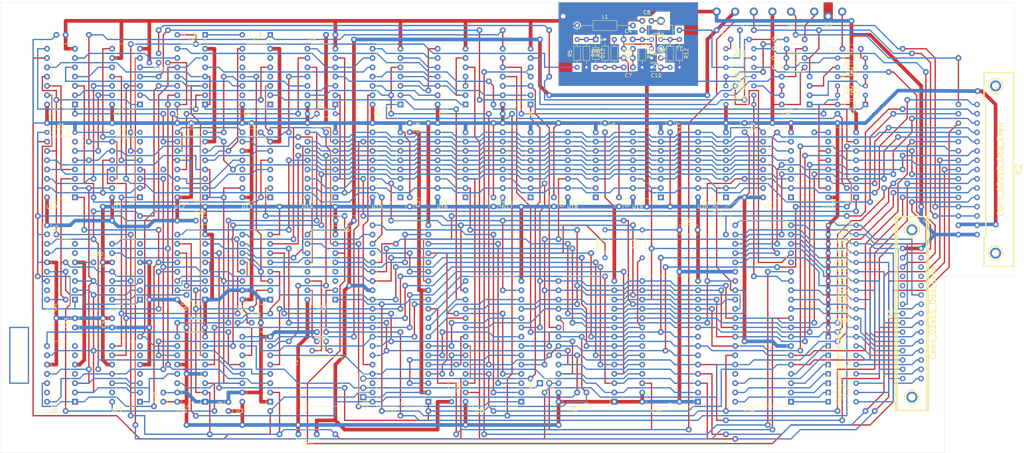
<source format=kicad_pcb>
(kicad_pcb (version 20171130) (host pcbnew "(5.1.10)-1")
  (layers (0 F.Cu signal) (1 Fixes signal) (2 In2.Cu signal) (31 B.Cu signal) (34 B.Paste user) (35 F.Paste user hide) (36 B.SilkS user) (37 F.SilkS user) (38 B.Mask user) (39 F.Mask user) (44 Edge.Cuts user))
  (net 0 "")
  (net 1 A11)
  (net 2 +5V)
  (net 3 A12)
  (net 4 A9)
  (net 5 A8)
  (net 6 A7)
  (net 7 GND)
  (net 8 A6)
  (net 9 RESET)
  (net 10 A5)
  (net 11 A4)
  (net 12 A3)
  (net 13 A2)
  (net 14 A1)
  (net 15 A0)
  (net 16 A10)
  (net 17 D2)
  (net 18 "Net-(PR2-Pad2)")
  (net 19 D1)
  (net 20 D0)
  (net 21 ¬MRD)
  (net 22 D7)
  (net 23 D6)
  (net 24 D5)
  (net 25 D4)
  (net 26 D3)
  (net 27 R3)
  (net 28 "Net-(U1-Pad6)")
  (net 29 "Net-(U1-Pad12)")
  (net 30 A14)
  (net 31 VIDEO)
  (net 32 "Net-(U1-Pad4)")
  (net 33 "Net-(U1-Pad10)")
  (net 34 "Net-(U1-Pad3)")
  (net 35 "Net-(U1-Pad2)")
  (net 36 "Net-(U1-Pad8)")
  (net 37 "Net-(U1-Pad1)")
  (net 38 "Net-(U10-Pad6)")
  (net 39 "Net-(U2-Pad6)")
  (net 40 "Net-(U10-Pad12)")
  (net 41 "Net-(U11-Pad5)")
  (net 42 "Net-(U2-Pad2)")
  (net 43 ¬RAS)
  (net 44 R5)
  (net 45 A15)
  (net 46 R4)
  (net 47 "Net-(U3-Pad5)")
  (net 48 "Net-(U3-Pad11)")
  (net 49 R0)
  (net 50 privD1)
  (net 51 "Net-(U10-Pad5)")
  (net 52 ¬CAS)
  (net 53 "Net-(U12-Pad6)")
  (net 54 CAS)
  (net 55 "Net-(U12-Pad11)")
  (net 56 ¬MWR)
  (net 57 VIDEOCL)
  (net 58 "Net-(U6-Pad6)")
  (net 59 "Net-(U6-Pad12)")
  (net 60 "Net-(U6-Pad4)")
  (net 61 "Net-(U6-Pad3)")
  (net 62 "Net-(U6-Pad2)")
  (net 63 "Net-(U6-Pad8)")
  (net 64 ¬IOWR)
  (net 65 "Net-(U7-Pad3)")
  (net 66 CSROM1)
  (net 67 CSROM0)
  (net 68 "Net-(U22-Pad7)")
  (net 69 "Net-(D1-Pad1)")
  (net 70 "Net-(R17-Pad2)")
  (net 71 "Net-(R1-Pad1)")
  (net 72 "Net-(U10-Pad11)")
  (net 73 ¬AMUX)
  (net 74 R2)
  (net 75 R11)
  (net 76 ¬STB)
  (net 77 R8)
  (net 78 R10)
  (net 79 R9)
  (net 80 "Net-(U12-Pad13)")
  (net 81 "Net-(U12-Pad5)")
  (net 82 "PH2(TTL)")
  (net 83 /RAM/addr1)
  (net 84 /RAM/addr2)
  (net 85 /RAM/addr6)
  (net 86 /RAM/addr0)
  (net 87 /RAM/addr3)
  (net 88 /RAM/addr4)
  (net 89 /RAM/addr5)
  (net 90 /RAM/addr7)
  (net 91 R6)
  (net 92 R1)
  (net 93 /SYNC)
  (net 94 "Net-(U27-Pad11)")
  (net 95 "Net-(U27-Pad10)")
  (net 96 +12V)
  (net 97 R12)
  (net 98 R13)
  (net 99 R7)
  (net 100 A13)
  (net 101 "Net-(U32-Pad18)")
  (net 102 "Net-(U32-Pad17)")
  (net 103 "Net-(U32-Pad10)")
  (net 104 "Net-(U32-Pad8)")
  (net 105 "Net-(U32-Pad7)")
  (net 106 "Net-(U32-Pad6)")
  (net 107 "Net-(U32-Pad5)")
  (net 108 "Net-(U32-Pad4)")
  (net 109 "Net-(U32-Pad3)")
  (net 110 "Net-(U32-Pad21)")
  (net 111 ¬IORD)
  (net 112 "Net-(D3-Pad1)")
  (net 113 "Net-(R3-Pad2)")
  (net 114 "Net-(U6-Pad11)")
  (net 115 "Net-(R14-Pad2)")
  (net 116 "Net-(R21-Pad2)")
  (net 117 "Net-(R22-Pad2)")
  (net 118 "Net-(C12-Pad1)")
  (net 119 COMPOSITE)
  (net 120 "Net-(C1-Pad1)")
  (net 121 RESMAN)
  (net 122 "Net-(R25-Pad1)")
  (net 123 "Net-(K1-Pad14)")
  (net 124 "Net-(K1-Pad16)")
  (net 125 "Net-(K1-Pad18)")
  (net 126 "Net-(U36-Pad15)")
  (net 127 "Net-(R18-Pad2)")
  (net 128 /PIO/STOP)
  (net 129 /PIO/SHIFT)
  (net 130 /PIO/CONT)
  (net 131 "Net-(K1-Pad20)")
  (net 132 "Net-(K1-Pad17)")
  (net 133 "Net-(K1-Pad15)")
  (net 134 "Net-(K1-Pad13)")
  (net 135 "Net-(K1-Pad11)")
  (net 136 "Net-(U3-Pad8)")
  (net 137 A14*)
  (net 138 A15*)
  (net 139 "Net-(C8-Pad1)")
  (net 140 "Net-(C7-Pad2)")
  (net 141 "Net-(C10-Pad1)")
  (net 142 "Net-(C9-Pad1)")
  (net 143 "Net-(C11-Pad1)")
  (net 144 "Net-(C15-Pad1)")
  (net 145 "Net-(R23-Pad2)")
  (net 146 -5V)
  (net 147 INT)
  (net 148 "Net-(D1-Pad2)")
  (net 149 "Net-(D5-Pad1)")
  (net 150 "Net-(D6-Pad1)")
  (net 151 "Net-(D7-Pad1)")
  (net 152 "Net-(D8-Pad1)")
  (net 153 "Net-(D9-Pad1)")
  (net 154 "Net-(D10-Pad1)")
  (net 155 "Net-(D11-Pad1)")
  (net 156 "Net-(C4-Pad2)")
  (net 157 "Net-(C3-Pad2)")
  (net 158 "Net-(C4-Pad1)")
  (net 159 "Net-(C5-Pad1)")
  (net 160 "Net-(C3-Pad1)")
  (net 161 "Net-(C11-Pad2)")
  (net 162 "Net-(C15-Pad2)")
  (net 163 "Net-(D5-Pad2)")
  (net 164 "Net-(D6-Pad2)")
  (net 165 "Net-(D7-Pad2)")
  (net 166 "Net-(D8-Pad2)")
  (net 167 "Net-(D9-Pad2)")
  (net 168 "Net-(D10-Pad2)")
  (net 169 "Net-(D11-Pad2)")
  (net 170 "Net-(K2-Pad2)")
  (net 171 "Net-(R13-Pad2)")
  (net 172 /PIO/REPRO)
  (net 173 "Net-(R14-Pad1)")
  (net 174 "Net-(U27-Pad14)")
  (net 175 /PIO/LED1)
  (net 176 /READY)
  (net 177 /modulator/TV-VIDEO)
  (net 178 "Net-(U10-Pad2)")
  (net 179 "Net-(U5-Pad4)")
  (net 180 OSC)
  (net 181 "Net-(PR3-Pad5)")
  (net 182 "Net-(PR3-Pad7)")
  (net 183 "Net-(PR1-Pad3)")
  (net 184 /STSTB)
  (module pcb-src:mato-front (layer F.Cu) (at 149.875 89.8)
    (fp_text reference G*** hide)
    (fp_text value LOGO hide)
  )
  (module Capacitor_THT:C_Disc_D3.0mm_W2.0mm_P2.50mm (layer F.Cu) (at 182.88 48.26 180)
    (fp_text reference C7 (at 1.25 -2.25) (layer F.SilkS))
    (fp_text value 2p2)
    (pad 2 thru_hole circle (at 2.5 0 180) (size 1.6 1.6) (drill 0.8) (layers *.Cu *.Mask) (net 140 "Net-(C7-Pad2)"))
    (pad 1 thru_hole circle (at 0 0 180) (size 1.6 1.6) (drill 0.8) (layers *.Cu *.Mask) (net 159 "Net-(C5-Pad1)"))
  )
  (module Connector_PinHeader_2.54mm:PinHeader_1x03_P2.54mm_Vertical (layer F.Cu) (at 109.22 138.43 180)
    (fp_text reference PR1 (at 0 -2.33) (layer F.SilkS))
    (fp_text value mato-pr1)
    (pad 3 thru_hole oval (at 0 5.08 180) (size 1.7 1.7) (drill 1) (layers *.Cu *.Mask) (net 183 "Net-(PR1-Pad3)"))
    (pad 2 thru_hole oval (at 0 2.54 180) (size 1.7 1.7) (drill 1) (layers *.Cu *.Mask) (net 100 A13))
    (pad 1 thru_hole rect (at 0 0 180) (size 1.7 1.7) (drill 1) (layers *.Cu *.Mask) (net 7 GND))
  )
  (module Connector_PinHeader_2.54mm:PinHeader_1x02_P2.54mm_Vertical (layer F.Cu) (at 157.48 134.62 90)
    (fp_text reference PR2 (at 0 -2.33 90) (layer F.SilkS))
    (fp_text value Jumper_NO_Small)
    (pad 2 thru_hole oval (at 0 2.54 90) (size 1.7 1.7) (drill 1) (layers *.Cu *.Mask) (net 18 "Net-(PR2-Pad2)"))
    (pad 1 thru_hole rect (at 0 0 90) (size 1.7 1.7) (drill 1) (layers *.Cu *.Mask) (net 100 A13))
  )
  (module mato-rescue:mato-pr3 (layer F.Cu) (at 53.34 46.99)
    (fp_text reference PR3 (at 0 1.778) (layer F.SilkS))
    (fp_text value 4-point-link hide)
    (pad 4 thru_hole circle (at -2.54 0) (size 1.524 1.524) (drill 0.762) (layers *.Cu *.Mask) (net 7 GND))
    (pad 6 thru_hole circle (at 2.54 0) (size 1.524 1.524) (drill 0.762) (layers *.Cu *.Mask) (net 2 +5V))
    (pad 7 thru_hole circle (at 0 -2.54) (size 1.524 1.524) (drill 0.762) (layers *.Cu *.Mask) (net 182 "Net-(PR3-Pad7)"))
    (pad 5 thru_hole circle (at 0 0) (size 1.524 1.524) (drill 0.762) (layers *.Cu *.Mask) (net 181 "Net-(PR3-Pad5)"))
  )
  (module Capacitor_THT:C_Disc_D6.0mm_W2.5mm_P5.00mm (layer F.Cu) (at 96.52 148.59 180)
    (fp_text reference C35 (at 2.5 -2.5) (layer F.SilkS))
    (fp_text value 68n)
    (pad 2 thru_hole circle (at 5 0 180) (size 1.6 1.6) (drill 0.8) (layers *.Cu *.Mask) (net 2 +5V))
    (pad 1 thru_hole circle (at 0 0 180) (size 1.6 1.6) (drill 0.8) (layers *.Cu *.Mask) (net 96 +12V))
  )
  (module Capacitor_THT:C_Disc_D3.0mm_W2.0mm_P2.50mm (layer F.Cu) (at 40.64 119.38 90)
    (fp_text reference C34 (at 1.25 -2.25 90) (layer F.SilkS))
    (fp_text value 68n)
    (pad 2 thru_hole circle (at 2.5 0 90) (size 1.6 1.6) (drill 0.8) (layers *.Cu *.Mask) (net 7 GND))
    (pad 1 thru_hole circle (at 0 0 90) (size 1.6 1.6) (drill 0.8) (layers *.Cu *.Mask) (net 2 +5V))
  )
  (module Capacitor_THT:C_Disc_D3.0mm_W2.0mm_P2.50mm (layer F.Cu) (at 78.74 118.11)
    (fp_text reference C21 (at 1.25 -2.25) (layer F.SilkS))
    (fp_text value 68n)
    (pad 2 thru_hole circle (at 2.5 0) (size 1.6 1.6) (drill 0.8) (layers *.Cu *.Mask) (net 7 GND))
    (pad 1 thru_hole circle (at 0 0) (size 1.6 1.6) (drill 0.8) (layers *.Cu *.Mask) (net 2 +5V))
  )
  (module Package_DIP:DIP-16_W7.62mm (layer F.Cu) (at 101.6 111.76 180)
    (fp_text reference U27 (at 3.81 -2.33) (layer F.SilkS))
    (fp_text value 8224)
    (pad 16 thru_hole oval (at 7.62 0 180) (size 1.6 1.6) (drill 0.8) (layers *.Cu *.Mask) (net 2 +5V))
    (pad 8 thru_hole oval (at 0 17.78 180) (size 1.6 1.6) (drill 0.8) (layers *.Cu *.Mask) (net 7 GND))
    (pad 15 thru_hole oval (at 7.62 2.54 180) (size 1.6 1.6) (drill 0.8) (layers *.Cu *.Mask) (net 157 "Net-(C3-Pad2)"))
    (pad 7 thru_hole oval (at 0 15.24 180) (size 1.6 1.6) (drill 0.8) (layers *.Cu *.Mask) (net 184 /STSTB))
    (pad 14 thru_hole oval (at 7.62 5.08 180) (size 1.6 1.6) (drill 0.8) (layers *.Cu *.Mask) (net 174 "Net-(U27-Pad14)"))
    (pad 6 thru_hole oval (at 0 12.7 180) (size 1.6 1.6) (drill 0.8) (layers *.Cu *.Mask) (net 82 "PH2(TTL)"))
    (pad 13 thru_hole oval (at 7.62 7.62 180) (size 1.6 1.6) (drill 0.8) (layers *.Cu *.Mask))
    (pad 5 thru_hole oval (at 0 10.16 180) (size 1.6 1.6) (drill 0.8) (layers *.Cu *.Mask) (net 93 /SYNC))
    (pad 12 thru_hole oval (at 7.62 10.16 180) (size 1.6 1.6) (drill 0.8) (layers *.Cu *.Mask) (net 180 OSC))
    (pad 4 thru_hole oval (at 0 7.62 180) (size 1.6 1.6) (drill 0.8) (layers *.Cu *.Mask))
    (pad 11 thru_hole oval (at 7.62 12.7 180) (size 1.6 1.6) (drill 0.8) (layers *.Cu *.Mask) (net 94 "Net-(U27-Pad11)"))
    (pad 3 thru_hole oval (at 0 5.08 180) (size 1.6 1.6) (drill 0.8) (layers *.Cu *.Mask))
    (pad 10 thru_hole oval (at 7.62 15.24 180) (size 1.6 1.6) (drill 0.8) (layers *.Cu *.Mask) (net 95 "Net-(U27-Pad10)"))
    (pad 2 thru_hole oval (at 0 2.54 180) (size 1.6 1.6) (drill 0.8) (layers *.Cu *.Mask) (net 121 RESMAN))
    (pad 9 thru_hole oval (at 7.62 17.78 180) (size 1.6 1.6) (drill 0.8) (layers *.Cu *.Mask) (net 96 +12V))
    (pad 1 thru_hole rect (at 0 0 180) (size 1.6 1.6) (drill 0.8) (layers *.Cu *.Mask) (net 9 RESET))
  )
  (module mato-rescue:mato-power (layer F.Cu) (at 213.36 33.02)
    (fp_text reference K5 (at 0 3.556) (layer F.SilkS))
    (fp_text value Power hide)
    (pad 4 thru_hole circle (at 7.62 0) (size 2.25 2.25) (drill 1.27) (layers *.Cu *.Mask) (net 2 +5V))
    (pad 2 thru_hole circle (at -2.54 0) (size 2.25 2.25) (drill 1.27) (layers *.Cu *.Mask) (net 96 +12V))
    (pad 3 thru_hole circle (at 2.54 0) (size 2.25 2.25) (drill 1.27) (layers *.Cu *.Mask) (net 146 -5V))
    (pad 1 thru_hole circle (at -7.62 0) (size 2.25 2.25) (drill 1.27) (layers *.Cu *.Mask) (net 7 GND))
  )
  (module Capacitor_THT:C_Disc_D3.0mm_W2.0mm_P2.50mm (layer F.Cu) (at 30.48 119.38 90)
    (fp_text reference C33 (at 1.25 -2.25 90) (layer F.SilkS))
    (fp_text value CP)
    (pad 2 thru_hole circle (at 2.5 0 90) (size 1.6 1.6) (drill 0.8) (layers *.Cu *.Mask) (net 7 GND))
    (pad 1 thru_hole circle (at 0 0 90) (size 1.6 1.6) (drill 0.8) (layers *.Cu *.Mask) (net 2 +5V))
  )
  (module Capacitor_THT:C_Disc_D3.0mm_W2.0mm_P2.50mm (layer F.Cu) (at 35.56 101.6)
    (fp_text reference C32 (at 1.25 -2.25) (layer F.SilkS))
    (fp_text value CP)
    (pad 2 thru_hole circle (at 2.5 0) (size 1.6 1.6) (drill 0.8) (layers *.Cu *.Mask) (net 7 GND))
    (pad 1 thru_hole circle (at 0 0) (size 1.6 1.6) (drill 0.8) (layers *.Cu *.Mask) (net 2 +5V))
  )
  (module Capacitor_THT:C_Disc_D3.0mm_W2.0mm_P2.50mm (layer F.Cu) (at 22.86 91.44 270)
    (fp_text reference C31 (at 1.25 -2.25 90) (layer F.SilkS))
    (fp_text value CP)
    (pad 2 thru_hole circle (at 2.5 0 270) (size 1.6 1.6) (drill 0.8) (layers *.Cu *.Mask) (net 7 GND))
    (pad 1 thru_hole circle (at 0 0 270) (size 1.6 1.6) (drill 0.8) (layers *.Cu *.Mask) (net 2 +5V))
  )
  (module Capacitor_THT:C_Disc_D3.0mm_W2.0mm_P2.50mm (layer F.Cu) (at 54.61 139.7 90)
    (fp_text reference C30 (at 1.25 -2.25 90) (layer F.SilkS))
    (fp_text value CP)
    (pad 2 thru_hole circle (at 2.5 0 90) (size 1.6 1.6) (drill 0.8) (layers *.Cu *.Mask) (net 7 GND))
    (pad 1 thru_hole circle (at 0 0 90) (size 1.6 1.6) (drill 0.8) (layers *.Cu *.Mask) (net 2 +5V))
  )
  (module Capacitor_THT:C_Disc_D3.0mm_W2.0mm_P2.50mm (layer F.Cu) (at 72.39 142.24 90)
    (fp_text reference C29 (at 1.25 -2.25 90) (layer F.SilkS))
    (fp_text value CP)
    (pad 2 thru_hole circle (at 2.5 0 90) (size 1.6 1.6) (drill 0.8) (layers *.Cu *.Mask) (net 7 GND))
    (pad 1 thru_hole circle (at 0 0 90) (size 1.6 1.6) (drill 0.8) (layers *.Cu *.Mask) (net 2 +5V))
  )
  (module Capacitor_THT:C_Disc_D3.0mm_W2.0mm_P2.50mm (layer F.Cu) (at 63.5 90.17)
    (fp_text reference C28 (at 1.25 -2.25) (layer F.SilkS))
    (fp_text value 68n)
    (pad 2 thru_hole circle (at 2.5 0) (size 1.6 1.6) (drill 0.8) (layers *.Cu *.Mask) (net 7 GND))
    (pad 1 thru_hole circle (at 0 0) (size 1.6 1.6) (drill 0.8) (layers *.Cu *.Mask) (net 2 +5V))
  )
  (module Capacitor_THT:C_Disc_D3.0mm_W2.0mm_P2.50mm (layer F.Cu) (at 121.92 83.82 270)
    (fp_text reference C27 (at 1.25 -2.25 90) (layer F.SilkS))
    (fp_text value 68n)
    (pad 2 thru_hole circle (at 2.5 0 270) (size 1.6 1.6) (drill 0.8) (layers *.Cu *.Mask) (net 7 GND))
    (pad 1 thru_hole circle (at 0 0 270) (size 1.6 1.6) (drill 0.8) (layers *.Cu *.Mask) (net 2 +5V))
  )
  (module Capacitor_THT:C_Disc_D4.7mm_W2.5mm_P5.00mm (layer F.Cu) (at 60.96 119.38)
    (fp_text reference C26 (at 2.5 -2.5) (layer F.SilkS))
    (fp_text value 68n)
    (pad 2 thru_hole circle (at 5 0) (size 1.6 1.6) (drill 0.8) (layers *.Cu *.Mask) (net 7 GND))
    (pad 1 thru_hole circle (at 0 0) (size 1.6 1.6) (drill 0.8) (layers *.Cu *.Mask) (net 2 +5V))
  )
  (module Capacitor_THT:C_Disc_D4.7mm_W2.5mm_P5.00mm (layer F.Cu) (at 195.58 92.71)
    (fp_text reference C25 (at 2.5 -2.5) (layer F.SilkS))
    (fp_text value 68n)
    (pad 2 thru_hole circle (at 5 0) (size 1.6 1.6) (drill 0.8) (layers *.Cu *.Mask) (net 7 GND))
    (pad 1 thru_hole circle (at 0 0) (size 1.6 1.6) (drill 0.8) (layers *.Cu *.Mask) (net 2 +5V))
  )
  (module Capacitor_THT:C_Disc_D3.0mm_W2.0mm_P2.50mm (layer F.Cu) (at 175.26 63.5 270)
    (fp_text reference C24 (at 1.25 -2.25 90) (layer F.SilkS))
    (fp_text value 68n)
    (pad 2 thru_hole circle (at 2.5 0 270) (size 1.6 1.6) (drill 0.8) (layers *.Cu *.Mask) (net 7 GND))
    (pad 1 thru_hole circle (at 0 0 270) (size 1.6 1.6) (drill 0.8) (layers *.Cu *.Mask) (net 2 +5V))
  )
  (module Capacitor_THT:C_Disc_D3.0mm_W2.0mm_P2.50mm (layer F.Cu) (at 161.29 83.82 270)
    (fp_text reference C23 (at 1.25 -2.25 90) (layer F.SilkS))
    (fp_text value 68n)
    (pad 2 thru_hole circle (at 2.5 0 270) (size 1.6 1.6) (drill 0.8) (layers *.Cu *.Mask) (net 7 GND))
    (pad 1 thru_hole circle (at 0 0 270) (size 1.6 1.6) (drill 0.8) (layers *.Cu *.Mask) (net 2 +5V))
  )
  (module Capacitor_THT:C_Disc_D3.0mm_W2.0mm_P2.50mm (layer F.Cu) (at 179.07 83.82 270)
    (fp_text reference C22 (at 1.25 -2.25 90) (layer F.SilkS))
    (fp_text value 68n)
    (pad 2 thru_hole circle (at 2.5 0 270) (size 1.6 1.6) (drill 0.8) (layers *.Cu *.Mask) (net 7 GND))
    (pad 1 thru_hole circle (at 0 0 270) (size 1.6 1.6) (drill 0.8) (layers *.Cu *.Mask) (net 2 +5V))
  )
  (module Capacitor_THT:C_Disc_D3.0mm_W2.0mm_P2.50mm (layer F.Cu) (at 144.78 83.82 270)
    (fp_text reference C20 (at 1.25 -2.25 90) (layer F.SilkS))
    (fp_text value 68n)
    (pad 2 thru_hole circle (at 2.5 0 270) (size 1.6 1.6) (drill 0.8) (layers *.Cu *.Mask) (net 7 GND))
    (pad 1 thru_hole circle (at 0 0 270) (size 1.6 1.6) (drill 0.8) (layers *.Cu *.Mask) (net 2 +5V))
  )
  (module Capacitor_THT:C_Disc_D3.0mm_W2.0mm_P2.50mm (layer F.Cu) (at 213.36 63.5 270)
    (fp_text reference C19 (at 1.25 -2.25 90) (layer F.SilkS))
    (fp_text value 68n)
    (pad 2 thru_hole circle (at 2.5 0 270) (size 1.6 1.6) (drill 0.8) (layers *.Cu *.Mask) (net 7 GND))
    (pad 1 thru_hole circle (at 0 0 270) (size 1.6 1.6) (drill 0.8) (layers *.Cu *.Mask) (net 2 +5V))
  )
  (module Capacitor_THT:C_Disc_D3.0mm_W2.0mm_P2.50mm (layer F.Cu) (at 121.92 63.5 270)
    (fp_text reference C18 (at 1.25 -2.25 90) (layer F.SilkS))
    (fp_text value 68n)
    (pad 2 thru_hole circle (at 2.5 0 270) (size 1.6 1.6) (drill 0.8) (layers *.Cu *.Mask) (net 7 GND))
    (pad 1 thru_hole circle (at 0 0 270) (size 1.6 1.6) (drill 0.8) (layers *.Cu *.Mask) (net 2 +5V))
  )
  (module Capacitor_THT:C_Disc_D3.0mm_W2.0mm_P2.50mm (layer F.Cu) (at 193.04 63.5 270)
    (fp_text reference C17 (at 1.25 -2.25 90) (layer F.SilkS))
    (fp_text value 68n)
    (pad 2 thru_hole circle (at 2.5 0 270) (size 1.6 1.6) (drill 0.8) (layers *.Cu *.Mask) (net 7 GND))
    (pad 1 thru_hole circle (at 0 0 270) (size 1.6 1.6) (drill 0.8) (layers *.Cu *.Mask) (net 2 +5V))
  )
  (module Capacitor_THT:C_Disc_D6.0mm_W2.5mm_P5.00mm (layer F.Cu) (at 106.68 90.17 180)
    (fp_text reference C16 (at 2.5 -2.5) (layer F.SilkS))
    (fp_text value 68n)
    (pad 2 thru_hole circle (at 5 0 180) (size 1.6 1.6) (drill 0.8) (layers *.Cu *.Mask) (net 7 GND))
    (pad 1 thru_hole circle (at 0 0 180) (size 1.6 1.6) (drill 0.8) (layers *.Cu *.Mask) (net 96 +12V))
  )
  (module mato-rescue:mato-K6 (layer F.Cu) (at 190.5 35.56)
    (fp_text reference K4 (at 0 3.556) (layer F.SilkS))
    (fp_text value Conn_01x02_Female hide)
    (pad 1 thru_hole circle (at 0 0) (size 2.25 2.25) (drill 1.27) (layers *.Cu *.Mask) (net 177 /modulator/TV-VIDEO))
  )
  (module Resistor_THT:R_Axial_DIN0207_L6.3mm_D2.5mm_P15.24mm_Horizontal (layer F.Cu) (at 167.64 36.83)
    (fp_text reference L1 (at 7.62 -2.37) (layer F.SilkS))
    (fp_text value L)
    (pad 2 thru_hole oval (at 15.24 0) (size 1.6 1.6) (drill 0.8) (layers *.Cu *.Mask) (net 158 "Net-(C4-Pad1)"))
    (pad 1 thru_hole circle (at 0 0) (size 1.6 1.6) (drill 0.8) (layers *.Cu *.Mask) (net 141 "Net-(C10-Pad1)"))
  )
  (module Resistor_THT:R_Axial_DIN0207_L6.3mm_D2.5mm_P10.16mm_Horizontal (layer F.Cu) (at 185.42 38.1)
    (fp_text reference TL1 (at 5.08 -2.37) (layer F.SilkS))
    (fp_text value L)
    (pad 2 thru_hole oval (at 10.16 0) (size 1.6 1.6) (drill 0.8) (layers *.Cu *.Mask) (net 2 +5V))
    (pad 1 thru_hole circle (at 0 0) (size 1.6 1.6) (drill 0.8) (layers *.Cu *.Mask) (net 141 "Net-(C10-Pad1)"))
  )
  (module Capacitor_THT:C_Disc_D3.0mm_W2.0mm_P2.50mm (layer F.Cu) (at 190.5 45.72 180)
    (fp_text reference C9 (at 1.25 -2.25) (layer F.SilkS))
    (fp_text value 100p)
    (pad 2 thru_hole circle (at 2.5 0 180) (size 1.6 1.6) (drill 0.8) (layers *.Cu *.Mask) (net 7 GND))
    (pad 1 thru_hole circle (at 0 0 180) (size 1.6 1.6) (drill 0.8) (layers *.Cu *.Mask) (net 142 "Net-(C9-Pad1)"))
  )
  (module Capacitor_THT:C_Disc_D3.0mm_W2.0mm_P2.50mm (layer F.Cu) (at 182.88 43.18 180)
    (fp_text reference C5 (at 1.25 -2.25) (layer F.SilkS))
    (fp_text value 18p)
    (pad 2 thru_hole circle (at 2.5 0 180) (size 1.6 1.6) (drill 0.8) (layers *.Cu *.Mask) (net 158 "Net-(C4-Pad1)"))
    (pad 1 thru_hole circle (at 0 0 180) (size 1.6 1.6) (drill 0.8) (layers *.Cu *.Mask) (net 159 "Net-(C5-Pad1)"))
  )
  (module Capacitor_THT:C_Disc_D3.0mm_W2.0mm_P2.50mm (layer F.Cu) (at 180.34 45.72)
    (fp_text reference C6 (at 1.25 -2.25) (layer F.SilkS))
    (fp_text value 10p)
    (pad 2 thru_hole circle (at 2.5 0) (size 1.6 1.6) (drill 0.8) (layers *.Cu *.Mask) (net 159 "Net-(C5-Pad1)"))
    (pad 1 thru_hole circle (at 0 0) (size 1.6 1.6) (drill 0.8) (layers *.Cu *.Mask) (net 141 "Net-(C10-Pad1)"))
  )
  (module Capacitor_THT:C_Disc_D3.0mm_W2.0mm_P2.50mm (layer F.Cu) (at 190.5 48.26 180)
    (fp_text reference C10 (at 1.25 -2.25) (layer F.SilkS))
    (fp_text value 3n3)
    (pad 2 thru_hole circle (at 2.5 0 180) (size 1.6 1.6) (drill 0.8) (layers *.Cu *.Mask) (net 7 GND))
    (pad 1 thru_hole circle (at 0 0 180) (size 1.6 1.6) (drill 0.8) (layers *.Cu *.Mask) (net 141 "Net-(C10-Pad1)"))
  )
  (module Capacitor_THT:C_Disc_D3.0mm_W2.0mm_P2.50mm (layer F.Cu) (at 180.34 40.64)
    (fp_text reference C4 (at 1.25 -2.25) (layer F.SilkS))
    (fp_text value 6p8)
    (pad 2 thru_hole circle (at 2.5 0) (size 1.6 1.6) (drill 0.8) (layers *.Cu *.Mask) (net 156 "Net-(C4-Pad2)"))
    (pad 1 thru_hole circle (at 0 0) (size 1.6 1.6) (drill 0.8) (layers *.Cu *.Mask) (net 158 "Net-(C4-Pad1)"))
  )
  (module Capacitor_THT:C_Disc_D3.4mm_W2.1mm_P2.50mm (layer F.Cu) (at 185.42 35.56)
    (fp_text reference C8 (at 1.25 -2.3) (layer F.SilkS))
    (fp_text value 22p)
    (pad 2 thru_hole circle (at 2.5 0) (size 1.6 1.6) (drill 0.8) (layers *.Cu *.Mask) (net 177 /modulator/TV-VIDEO))
    (pad 1 thru_hole circle (at 0 0) (size 1.6 1.6) (drill 0.8) (layers *.Cu *.Mask) (net 139 "Net-(C8-Pad1)"))
  )
  (module mato-rescue:KF524 (layer F.Cu) (at 189.23 41.91)
    (fp_text reference T1 (at 6.35 1.27) (layer F.SilkS))
    (fp_text value "KF 524")
    (pad "" thru_hole circle (at 1.27 1.27 180) (size 1.3208 1.3208) (drill 0.8128) (layers *.Cu *.Mask))
    (pad 2 thru_hole circle (at 1.27 -1.27 180) (size 1.3208 1.3208) (drill 0.8128) (layers *.Cu *.Mask) (net 142 "Net-(C9-Pad1)"))
    (pad 1 thru_hole circle (at -1.27 -1.27 180) (size 1.3208 1.3208) (drill 0.8128) (layers *.Cu *.Mask) (net 156 "Net-(C4-Pad2)"))
    (pad 3 thru_hole circle (at -1.27 1.27 180) (size 1.3208 1.3208) (drill 0.8128) (layers *.Cu *.Mask) (net 158 "Net-(C4-Pad1)"))
  )
  (module TESLA-FRB:TX5133012-mato (layer F.Cu) (at 259.08 115.57 270)
    (fp_text reference K1 (at 0 5.99948 90) (layer F.SilkS) (effects (font (size 1.524 1.524) (thickness 0.3048))))
    (fp_text value Conn_02x15_Odd_Even (at -0.24892 -5.75056 90) (layer F.SilkS) (effects (font (size 1.524 1.524) (thickness 0.3048))))
    (pad 9 thru_hole circle (at -7.62 -2.49682 270) (size 1.524 1.524) (drill 0.8128) (layers *.Cu *.Mask))
    (pad 7 thru_hole circle (at -10.16 -2.49682 270) (size 1.524 1.524) (drill 0.8128) (layers *.Cu *.Mask))
    (pad 5 thru_hole circle (at -12.7 -2.49682 270) (size 1.524 1.524) (drill 0.8128) (layers *.Cu *.Mask))
    (pad 3 thru_hole circle (at -15.24 -2.49682 270) (size 1.524 1.524) (drill 0.8128) (layers *.Cu *.Mask))
    (pad 1 thru_hole circle (at -17.78 -2.49682 270) (size 1.524 1.524) (drill 0.8128) (layers *.Cu *.Mask) (net 7 GND))
    (pad 11 thru_hole circle (at -5.08 -2.54 270) (size 1.524 1.524) (drill 0.8128) (layers *.Cu *.Mask) (net 135 "Net-(K1-Pad11)"))
    (pad 13 thru_hole circle (at -2.54 -2.49682 270) (size 1.524 1.524) (drill 0.8128) (layers *.Cu *.Mask) (net 134 "Net-(K1-Pad13)"))
    (pad 15 thru_hole circle (at 0 -2.49682 270) (size 1.524 1.524) (drill 0.8128) (layers *.Cu *.Mask) (net 133 "Net-(K1-Pad15)"))
    (pad 17 thru_hole circle (at 2.54 -2.49682 270) (size 1.524 1.524) (drill 0.8128) (layers *.Cu *.Mask) (net 132 "Net-(K1-Pad17)"))
    (pad 19 thru_hole circle (at 5.08 -2.49682 270) (size 1.524 1.524) (drill 0.8128) (layers *.Cu *.Mask) (net 128 /PIO/STOP))
    (pad 20 thru_hole circle (at 5.08 2.54 270) (size 1.524 1.524) (drill 0.8128) (layers *.Cu *.Mask) (net 131 "Net-(K1-Pad20)"))
    (pad 18 thru_hole circle (at 2.54 2.54 270) (size 1.524 1.524) (drill 0.8128) (layers *.Cu *.Mask) (net 125 "Net-(K1-Pad18)"))
    (pad 16 thru_hole circle (at 0 2.54 270) (size 1.524 1.524) (drill 0.8128) (layers *.Cu *.Mask) (net 124 "Net-(K1-Pad16)"))
    (pad 14 thru_hole circle (at -2.54 2.54 270) (size 1.524 1.524) (drill 0.8128) (layers *.Cu *.Mask) (net 123 "Net-(K1-Pad14)"))
    (pad 12 thru_hole circle (at -5.08 2.54 270) (size 1.524 1.524) (drill 0.8128) (layers *.Cu *.Mask))
    (pad 2 thru_hole circle (at -17.78 2.54 270) (size 1.524 1.524) (drill 0.8128) (layers *.Cu *.Mask) (net 7 GND))
    (pad 4 thru_hole circle (at -15.24 2.54 270) (size 1.524 1.524) (drill 0.8128) (layers *.Cu *.Mask) (net 175 /PIO/LED1))
    (pad 6 thru_hole circle (at -12.7 2.54 270) (size 1.524 1.524) (drill 0.8128) (layers *.Cu *.Mask) (net 172 /PIO/REPRO))
    (pad 8 thru_hole circle (at -10.16 2.54 270) (size 1.524 1.524) (drill 0.8128) (layers *.Cu *.Mask))
    (pad 10 thru_hole circle (at -7.62 2.54 270) (size 1.524 1.524) (drill 0.8128) (layers *.Cu *.Mask))
    (pad "" thru_hole circle (at 22.86 0 270) (size 2.99974 2.99974) (drill 1.99898) (layers *.Cu *.Mask))
    (pad "" thru_hole circle (at -22.86 0 270) (size 2.99974 2.99974) (drill 1.99898) (layers *.Cu *.Mask))
    (pad 24 thru_hole circle (at 10.16 2.54 270) (size 1.524 1.524) (drill 0.8128) (layers *.Cu *.Mask) (net 121 RESMAN))
    (pad 22 thru_hole circle (at 7.62 2.54 270) (size 1.524 1.524) (drill 0.8128) (layers *.Cu *.Mask) (net 129 /PIO/SHIFT))
    (pad 26 thru_hole circle (at 12.7 2.54 270) (size 1.524 1.524) (drill 0.8128) (layers *.Cu *.Mask) (net 169 "Net-(D11-Pad2)"))
    (pad 28 thru_hole circle (at 15.24 2.5019 270) (size 1.524 1.524) (drill 0.8128) (layers *.Cu *.Mask) (net 168 "Net-(D10-Pad2)"))
    (pad 30 thru_hole circle (at 17.78 2.5019 270) (size 1.524 1.524) (drill 0.8128) (layers *.Cu *.Mask) (net 167 "Net-(D9-Pad2)"))
    (pad 21 thru_hole circle (at 7.62 -2.49936 270) (size 1.524 1.524) (drill 0.8128) (layers *.Cu *.Mask) (net 130 /PIO/CONT))
    (pad 23 thru_hole circle (at 10.16 -2.49936 270) (size 1.524 1.524) (drill 0.8128) (layers *.Cu *.Mask) (net 163 "Net-(D5-Pad2)"))
    (pad 25 thru_hole circle (at 12.7 -2.49936 270) (size 1.524 1.524) (drill 0.8128) (layers *.Cu *.Mask) (net 164 "Net-(D6-Pad2)"))
    (pad 27 thru_hole circle (at 15.24 -2.49936 270) (size 1.524 1.524) (drill 0.8128) (layers *.Cu *.Mask) (net 165 "Net-(D7-Pad2)"))
    (pad 29 thru_hole circle (at 17.78 -2.49936 270) (size 1.524 1.524) (drill 0.8128) (layers *.Cu *.Mask) (net 166 "Net-(D8-Pad2)"))
  )
  (module mato-rescue:R_Axial_Bend (layer F.Cu) (at 208.28 93.98 90)
    (fp_text reference R26 (at 7.62 -2.92 90) (layer F.SilkS))
    (fp_text value 270R)
    (pad 2 thru_hole oval (at 10.16 5.08 90) (size 1.6 1.6) (drill 0.8) (layers *.Cu *.Mask) (net 7 GND))
    (pad 1 thru_hole circle (at 0 0 90) (size 1.6 1.6) (drill 0.8) (layers *.Cu *.Mask) (net 147 INT))
  )
  (module Diode_THT:D_DO-34_SOD68_P7.62mm_Horizontal (layer F.Cu) (at 172.72 40.64 270)
    (fp_text reference D12 (at 3.81 -1.92 90) (layer F.SilkS))
    (fp_text value KA206)
    (fp_text user K (at 0 -1.75 90) (layer F.SilkS))
    (pad 2 thru_hole oval (at 7.62 0 270) (size 1.5 1.5) (drill 0.75) (layers *.Cu *.Mask) (net 140 "Net-(C7-Pad2)"))
    (pad 1 thru_hole rect (at 0 0 270) (size 1.5 1.5) (drill 0.75) (layers *.Cu *.Mask) (net 139 "Net-(C8-Pad1)"))
  )
  (module Diode_THT:D_DO-34_SOD68_P7.62mm_Horizontal (layer F.Cu) (at 236.22 127)
    (fp_text reference D11 (at 3.81 -1.92) (layer F.SilkS))
    (fp_text value D)
    (fp_text user K (at 0 -1.75) (layer F.SilkS))
    (pad 2 thru_hole oval (at 7.62 0) (size 1.5 1.5) (drill 0.75) (layers *.Cu *.Mask) (net 169 "Net-(D11-Pad2)"))
    (pad 1 thru_hole rect (at 0 0) (size 1.5 1.5) (drill 0.75) (layers *.Cu *.Mask) (net 155 "Net-(D11-Pad1)"))
  )
  (module Diode_THT:D_DO-34_SOD68_P7.62mm_Horizontal (layer F.Cu) (at 236.22 132.08)
    (fp_text reference D10 (at 3.81 -1.92) (layer F.SilkS))
    (fp_text value D)
    (fp_text user K (at 0 -1.75) (layer F.SilkS))
    (pad 2 thru_hole oval (at 7.62 0) (size 1.5 1.5) (drill 0.75) (layers *.Cu *.Mask) (net 168 "Net-(D10-Pad2)"))
    (pad 1 thru_hole rect (at 0 0) (size 1.5 1.5) (drill 0.75) (layers *.Cu *.Mask) (net 154 "Net-(D10-Pad1)"))
  )
  (module Diode_THT:D_DO-34_SOD68_P7.62mm_Horizontal (layer F.Cu) (at 236.22 137.16)
    (fp_text reference D9 (at 3.81 -1.92) (layer F.SilkS))
    (fp_text value D)
    (fp_text user K (at 0 -1.75) (layer F.SilkS))
    (pad 2 thru_hole oval (at 7.62 0) (size 1.5 1.5) (drill 0.75) (layers *.Cu *.Mask) (net 167 "Net-(D9-Pad2)"))
    (pad 1 thru_hole rect (at 0 0) (size 1.5 1.5) (drill 0.75) (layers *.Cu *.Mask) (net 153 "Net-(D9-Pad1)"))
  )
  (module Diode_THT:D_DO-34_SOD68_P7.62mm_Horizontal (layer F.Cu) (at 236.22 139.7)
    (fp_text reference D8 (at 3.81 -1.92) (layer F.SilkS))
    (fp_text value D)
    (fp_text user K (at 0 -1.75) (layer F.SilkS))
    (pad 2 thru_hole oval (at 7.62 0) (size 1.5 1.5) (drill 0.75) (layers *.Cu *.Mask) (net 166 "Net-(D8-Pad2)"))
    (pad 1 thru_hole rect (at 0 0) (size 1.5 1.5) (drill 0.75) (layers *.Cu *.Mask) (net 152 "Net-(D8-Pad1)"))
  )
  (module Diode_THT:D_DO-34_SOD68_P7.62mm_Horizontal (layer F.Cu) (at 236.22 134.62)
    (fp_text reference D7 (at 3.81 -1.92) (layer F.SilkS))
    (fp_text value D)
    (fp_text user K (at 0 -1.75) (layer F.SilkS))
    (pad 2 thru_hole oval (at 7.62 0) (size 1.5 1.5) (drill 0.75) (layers *.Cu *.Mask) (net 165 "Net-(D7-Pad2)"))
    (pad 1 thru_hole rect (at 0 0) (size 1.5 1.5) (drill 0.75) (layers *.Cu *.Mask) (net 151 "Net-(D7-Pad1)"))
  )
  (module Diode_THT:D_DO-34_SOD68_P7.62mm_Horizontal (layer F.Cu) (at 236.22 129.54)
    (fp_text reference D6 (at 3.81 -1.92) (layer F.SilkS))
    (fp_text value D)
    (fp_text user K (at 0 -1.75) (layer F.SilkS))
    (pad 2 thru_hole oval (at 7.62 0) (size 1.5 1.5) (drill 0.75) (layers *.Cu *.Mask) (net 164 "Net-(D6-Pad2)"))
    (pad 1 thru_hole rect (at 0 0) (size 1.5 1.5) (drill 0.75) (layers *.Cu *.Mask) (net 150 "Net-(D6-Pad1)"))
  )
  (module Diode_THT:D_DO-34_SOD68_P7.62mm_Horizontal (layer F.Cu) (at 236.22 124.46)
    (fp_text reference D5 (at 3.81 -1.92) (layer F.SilkS))
    (fp_text value "7 x KA 261")
    (fp_text user K (at 0 -1.75) (layer F.SilkS))
    (pad 2 thru_hole oval (at 7.62 0) (size 1.5 1.5) (drill 0.75) (layers *.Cu *.Mask) (net 163 "Net-(D5-Pad2)"))
    (pad 1 thru_hole rect (at 0 0) (size 1.5 1.5) (drill 0.75) (layers *.Cu *.Mask) (net 149 "Net-(D5-Pad1)"))
  )
  (module Diode_THT:D_DO-34_SOD68_P7.62mm_Horizontal (layer F.Cu) (at 236.22 121.92)
    (fp_text reference D4 (at 3.81 -1.92) (layer F.SilkS))
    (fp_text value KA261)
    (fp_text user K (at 0 -1.75) (layer F.SilkS))
    (pad 2 thru_hole oval (at 7.62 0) (size 1.5 1.5) (drill 0.75) (layers *.Cu *.Mask) (net 121 RESMAN))
    (pad 1 thru_hole rect (at 0 0) (size 1.5 1.5) (drill 0.75) (layers *.Cu *.Mask) (net 2 +5V))
  )
  (module Diode_THT:D_DO-34_SOD68_P7.62mm_Horizontal (layer F.Cu) (at 246.38 58.42 180)
    (fp_text reference D3 (at 3.81 -1.92) (layer F.SilkS))
    (fp_text value KA261)
    (fp_text user K (at 0 -1.75) (layer F.SilkS))
    (pad 2 thru_hole oval (at 7.62 0 180) (size 1.5 1.5) (drill 0.75) (layers *.Cu *.Mask) (net 7 GND))
    (pad 1 thru_hole rect (at 0 0 180) (size 1.5 1.5) (drill 0.75) (layers *.Cu *.Mask) (net 112 "Net-(D3-Pad1)"))
  )
  (module Diode_THT:D_DO-34_SOD68_P7.62mm_Horizontal (layer F.Cu) (at 66.04 39.37 180)
    (fp_text reference D2 (at 3.81 -1.92) (layer F.SilkS))
    (fp_text value D)
    (fp_text user K (at 0 -1.75) (layer F.SilkS))
    (pad 2 thru_hole oval (at 7.62 0 180) (size 1.5 1.5) (drill 0.75) (layers *.Cu *.Mask) (net 119 COMPOSITE))
    (pad 1 thru_hole rect (at 0 0 180) (size 1.5 1.5) (drill 0.75) (layers *.Cu *.Mask) (net 148 "Net-(D1-Pad2)"))
  )
  (module Diode_THT:D_DO-34_SOD68_P7.62mm_Horizontal (layer F.Cu) (at 83.82 39.37 180)
    (fp_text reference D1 (at 3.81 -1.92) (layer F.SilkS))
    (fp_text value D)
    (fp_text user K (at 0 -1.75) (layer F.SilkS))
    (pad 2 thru_hole oval (at 7.62 0 180) (size 1.5 1.5) (drill 0.75) (layers *.Cu *.Mask) (net 148 "Net-(D1-Pad2)"))
    (pad 1 thru_hole rect (at 0 0 180) (size 1.5 1.5) (drill 0.75) (layers *.Cu *.Mask) (net 69 "Net-(D1-Pad1)"))
  )
  (module Resistor_THT:R_Axial_DIN0204_L3.6mm_D1.6mm_P7.62mm_Horizontal (layer F.Cu) (at 185.42 100.33 90)
    (fp_text reference R40 (at 3.81 -1.92 90) (layer F.SilkS))
    (fp_text value 1K)
    (pad 2 thru_hole oval (at 7.62 0 90) (size 1.4 1.4) (drill 0.7) (layers *.Cu *.Mask) (net 2 +5V))
    (pad 1 thru_hole circle (at 0 0 90) (size 1.4 1.4) (drill 0.7) (layers *.Cu *.Mask) (net 67 CSROM0))
  )
  (module Resistor_THT:R_Axial_DIN0204_L3.6mm_D1.6mm_P7.62mm_Horizontal (layer F.Cu) (at 175.26 100.33 90)
    (fp_text reference R39 (at 3.81 -1.92 90) (layer F.SilkS))
    (fp_text value 1K)
    (pad 2 thru_hole oval (at 7.62 0 90) (size 1.4 1.4) (drill 0.7) (layers *.Cu *.Mask) (net 2 +5V))
    (pad 1 thru_hole circle (at 0 0 90) (size 1.4 1.4) (drill 0.7) (layers *.Cu *.Mask) (net 66 CSROM1))
  )
  (module Resistor_THT:R_Axial_DIN0204_L3.6mm_D1.6mm_P7.62mm_Horizontal (layer F.Cu) (at 236.22 119.38)
    (fp_text reference R38 (at 3.81 -1.92) (layer F.SilkS))
    (fp_text value M22)
    (pad 2 thru_hole oval (at 7.62 0) (size 1.4 1.4) (drill 0.7) (layers *.Cu *.Mask) (net 121 RESMAN))
    (pad 1 thru_hole circle (at 0 0) (size 1.4 1.4) (drill 0.7) (layers *.Cu *.Mask) (net 2 +5V))
  )
  (module Resistor_THT:R_Axial_DIN0204_L3.6mm_D1.6mm_P7.62mm_Horizontal (layer F.Cu) (at 243.84 104.14 180)
    (fp_text reference R37 (at 3.81 -1.92) (layer F.SilkS))
    (fp_text value 18K)
    (pad 2 thru_hole oval (at 7.62 0 180) (size 1.4 1.4) (drill 0.7) (layers *.Cu *.Mask) (net 2 +5V))
    (pad 1 thru_hole circle (at 0 0 180) (size 1.4 1.4) (drill 0.7) (layers *.Cu *.Mask) (net 125 "Net-(K1-Pad18)"))
  )
  (module Resistor_THT:R_Axial_DIN0204_L3.6mm_D1.6mm_P7.62mm_Horizontal (layer F.Cu) (at 243.84 99.06 180)
    (fp_text reference R36 (at 3.81 -1.92) (layer F.SilkS))
    (fp_text value 18K)
    (pad 2 thru_hole oval (at 7.62 0 180) (size 1.4 1.4) (drill 0.7) (layers *.Cu *.Mask) (net 2 +5V))
    (pad 1 thru_hole circle (at 0 0 180) (size 1.4 1.4) (drill 0.7) (layers *.Cu *.Mask) (net 124 "Net-(K1-Pad16)"))
  )
  (module Resistor_THT:R_Axial_DIN0204_L3.6mm_D1.6mm_P7.62mm_Horizontal (layer F.Cu) (at 243.84 93.98 180)
    (fp_text reference R35 (at 3.81 -1.92) (layer F.SilkS))
    (fp_text value 18K)
    (pad 2 thru_hole oval (at 7.62 0 180) (size 1.4 1.4) (drill 0.7) (layers *.Cu *.Mask) (net 2 +5V))
    (pad 1 thru_hole circle (at 0 0 180) (size 1.4 1.4) (drill 0.7) (layers *.Cu *.Mask) (net 123 "Net-(K1-Pad14)"))
  )
  (module Resistor_THT:R_Axial_DIN0204_L3.6mm_D1.6mm_P7.62mm_Horizontal (layer F.Cu) (at 243.84 91.44 180)
    (fp_text reference R34 (at 3.81 -1.92) (layer F.SilkS))
    (fp_text value 18K)
    (pad 2 thru_hole oval (at 7.62 0 180) (size 1.4 1.4) (drill 0.7) (layers *.Cu *.Mask) (net 2 +5V))
    (pad 1 thru_hole circle (at 0 0 180) (size 1.4 1.4) (drill 0.7) (layers *.Cu *.Mask) (net 135 "Net-(K1-Pad11)"))
  )
  (module Resistor_THT:R_Axial_DIN0204_L3.6mm_D1.6mm_P7.62mm_Horizontal (layer F.Cu) (at 243.84 96.52 180)
    (fp_text reference R33 (at 3.81 -1.92) (layer F.SilkS))
    (fp_text value 18K)
    (pad 2 thru_hole oval (at 7.62 0 180) (size 1.4 1.4) (drill 0.7) (layers *.Cu *.Mask) (net 2 +5V))
    (pad 1 thru_hole circle (at 0 0 180) (size 1.4 1.4) (drill 0.7) (layers *.Cu *.Mask) (net 134 "Net-(K1-Pad13)"))
  )
  (module Resistor_THT:R_Axial_DIN0204_L3.6mm_D1.6mm_P7.62mm_Horizontal (layer F.Cu) (at 243.84 101.6 180)
    (fp_text reference R32 (at 3.81 -1.92) (layer F.SilkS))
    (fp_text value 18K)
    (pad 2 thru_hole oval (at 7.62 0 180) (size 1.4 1.4) (drill 0.7) (layers *.Cu *.Mask) (net 2 +5V))
    (pad 1 thru_hole circle (at 0 0 180) (size 1.4 1.4) (drill 0.7) (layers *.Cu *.Mask) (net 133 "Net-(K1-Pad15)"))
  )
  (module Resistor_THT:R_Axial_DIN0204_L3.6mm_D1.6mm_P7.62mm_Horizontal (layer F.Cu) (at 243.84 106.68 180)
    (fp_text reference R31 (at 3.81 -1.92) (layer F.SilkS))
    (fp_text value 18K)
    (pad 2 thru_hole oval (at 7.62 0 180) (size 1.4 1.4) (drill 0.7) (layers *.Cu *.Mask) (net 2 +5V))
    (pad 1 thru_hole circle (at 0 0 180) (size 1.4 1.4) (drill 0.7) (layers *.Cu *.Mask) (net 132 "Net-(K1-Pad17)"))
  )
  (module Resistor_THT:R_Axial_DIN0204_L3.6mm_D1.6mm_P7.62mm_Horizontal (layer F.Cu) (at 243.84 109.22 180)
    (fp_text reference R30 (at 3.81 -1.92) (layer F.SilkS))
    (fp_text value 18K)
    (pad 2 thru_hole oval (at 7.62 0 180) (size 1.4 1.4) (drill 0.7) (layers *.Cu *.Mask) (net 2 +5V))
    (pad 1 thru_hole circle (at 0 0 180) (size 1.4 1.4) (drill 0.7) (layers *.Cu *.Mask) (net 131 "Net-(K1-Pad20)"))
  )
  (module Resistor_THT:R_Axial_DIN0204_L3.6mm_D1.6mm_P7.62mm_Horizontal (layer F.Cu) (at 236.22 116.84)
    (fp_text reference R29 (at 3.81 -1.92) (layer F.SilkS))
    (fp_text value 18K)
    (pad 2 thru_hole oval (at 7.62 0) (size 1.4 1.4) (drill 0.7) (layers *.Cu *.Mask) (net 130 /PIO/CONT))
    (pad 1 thru_hole circle (at 0 0) (size 1.4 1.4) (drill 0.7) (layers *.Cu *.Mask) (net 2 +5V))
  )
  (module Resistor_THT:R_Axial_DIN0204_L3.6mm_D1.6mm_P7.62mm_Horizontal (layer F.Cu) (at 236.22 114.3)
    (fp_text reference R28 (at 3.81 -1.92) (layer F.SilkS))
    (fp_text value 18K)
    (pad 2 thru_hole oval (at 7.62 0) (size 1.4 1.4) (drill 0.7) (layers *.Cu *.Mask) (net 129 /PIO/SHIFT))
    (pad 1 thru_hole circle (at 0 0) (size 1.4 1.4) (drill 0.7) (layers *.Cu *.Mask) (net 2 +5V))
  )
  (module Resistor_THT:R_Axial_DIN0204_L3.6mm_D1.6mm_P7.62mm_Horizontal (layer F.Cu) (at 236.22 111.76)
    (fp_text reference R27 (at 3.81 -1.92) (layer F.SilkS))
    (fp_text value 18K)
    (pad 2 thru_hole oval (at 7.62 0) (size 1.4 1.4) (drill 0.7) (layers *.Cu *.Mask) (net 128 /PIO/STOP))
    (pad 1 thru_hole circle (at 0 0) (size 1.4 1.4) (drill 0.7) (layers *.Cu *.Mask) (net 2 +5V))
  )
  (module Resistor_THT:R_Axial_DIN0204_L3.6mm_D1.6mm_P7.62mm_Horizontal (layer F.Cu) (at 133.35 132.08 270)
    (fp_text reference R25 (at 3.81 -1.92 90) (layer F.SilkS))
    (fp_text value 1K)
    (pad 2 thru_hole oval (at 7.62 0 270) (size 1.4 1.4) (drill 0.7) (layers *.Cu *.Mask) (net 96 +12V))
    (pad 1 thru_hole circle (at 0 0 270) (size 1.4 1.4) (drill 0.7) (layers *.Cu *.Mask) (net 122 "Net-(R25-Pad1)"))
  )
  (module Resistor_THT:R_Axial_DIN0204_L3.6mm_D1.6mm_P7.62mm_Horizontal (layer F.Cu) (at 238.76 55.88)
    (fp_text reference R24 (at 3.81 -1.92) (layer F.SilkS))
    (fp_text value 130)
    (pad 2 thru_hole oval (at 7.62 0) (size 1.4 1.4) (drill 0.7) (layers *.Cu *.Mask) (net 112 "Net-(D3-Pad1)"))
    (pad 1 thru_hole circle (at 0 0) (size 1.4 1.4) (drill 0.7) (layers *.Cu *.Mask) (net 145 "Net-(R23-Pad2)"))
  )
  (module Resistor_THT:R_Axial_DIN0204_L3.6mm_D1.6mm_P7.62mm_Horizontal (layer F.Cu) (at 246.38 53.34 180)
    (fp_text reference R23 (at 3.81 -1.92) (layer F.SilkS))
    (fp_text value 82K)
    (pad 2 thru_hole oval (at 7.62 0 180) (size 1.4 1.4) (drill 0.7) (layers *.Cu *.Mask) (net 145 "Net-(R23-Pad2)"))
    (pad 1 thru_hole circle (at 0 0 180) (size 1.4 1.4) (drill 0.7) (layers *.Cu *.Mask) (net 117 "Net-(R22-Pad2)"))
  )
  (module Resistor_THT:R_Axial_DIN0204_L3.6mm_D1.6mm_P7.62mm_Horizontal (layer F.Cu) (at 238.76 50.8)
    (fp_text reference R22 (at 3.81 -1.92) (layer F.SilkS))
    (fp_text value 1K)
    (pad 2 thru_hole oval (at 7.62 0) (size 1.4 1.4) (drill 0.7) (layers *.Cu *.Mask) (net 117 "Net-(R22-Pad2)"))
    (pad 1 thru_hole circle (at 0 0) (size 1.4 1.4) (drill 0.7) (layers *.Cu *.Mask) (net 7 GND))
  )
  (module Resistor_THT:R_Axial_DIN0204_L3.6mm_D1.6mm_P7.62mm_Horizontal (layer F.Cu) (at 246.38 48.26 180)
    (fp_text reference R21 (at 3.81 -1.92) (layer F.SilkS))
    (fp_text value 4K7)
    (pad 2 thru_hole oval (at 7.62 0 180) (size 1.4 1.4) (drill 0.7) (layers *.Cu *.Mask) (net 116 "Net-(R21-Pad2)"))
    (pad 1 thru_hole circle (at 0 0 180) (size 1.4 1.4) (drill 0.7) (layers *.Cu *.Mask) (net 144 "Net-(C15-Pad1)"))
  )
  (module Resistor_THT:R_Axial_DIN0204_L3.6mm_D1.6mm_P7.62mm_Horizontal (layer F.Cu) (at 238.76 45.72)
    (fp_text reference R20 (at 3.81 -1.92) (layer F.SilkS))
    (fp_text value 10K)
    (pad 2 thru_hole oval (at 7.62 0) (size 1.4 1.4) (drill 0.7) (layers *.Cu *.Mask) (net 144 "Net-(C15-Pad1)"))
    (pad 1 thru_hole circle (at 0 0) (size 1.4 1.4) (drill 0.7) (layers *.Cu *.Mask) (net 7 GND))
  )
  (module Resistor_THT:R_Axial_DIN0204_L3.6mm_D1.6mm_P7.62mm_Horizontal (layer F.Cu) (at 208.28 58.42)
    (fp_text reference R19 (at 3.81 -1.92) (layer F.SilkS))
    (fp_text value 1K)
    (pad 2 thru_hole oval (at 7.62 0) (size 1.4 1.4) (drill 0.7) (layers *.Cu *.Mask) (net 127 "Net-(R18-Pad2)"))
    (pad 1 thru_hole circle (at 0 0) (size 1.4 1.4) (drill 0.7) (layers *.Cu *.Mask) (net 2 +5V))
  )
  (module Resistor_THT:R_Axial_DIN0204_L3.6mm_D1.6mm_P7.62mm_Horizontal (layer F.Cu) (at 208.28 55.88)
    (fp_text reference R18 (at 3.81 -1.92) (layer F.SilkS))
    (fp_text value 1K)
    (pad 2 thru_hole oval (at 7.62 0) (size 1.4 1.4) (drill 0.7) (layers *.Cu *.Mask) (net 127 "Net-(R18-Pad2)"))
    (pad 1 thru_hole circle (at 0 0) (size 1.4 1.4) (drill 0.7) (layers *.Cu *.Mask) (net 118 "Net-(C12-Pad1)"))
  )
  (module Resistor_THT:R_Axial_DIN0204_L3.6mm_D1.6mm_P7.62mm_Horizontal (layer F.Cu) (at 208.28 53.34)
    (fp_text reference R17 (at 3.81 -1.92) (layer F.SilkS))
    (fp_text value 10K)
    (pad 2 thru_hole oval (at 7.62 0) (size 1.4 1.4) (drill 0.7) (layers *.Cu *.Mask) (net 70 "Net-(R17-Pad2)"))
    (pad 1 thru_hole circle (at 0 0) (size 1.4 1.4) (drill 0.7) (layers *.Cu *.Mask) (net 143 "Net-(C11-Pad1)"))
  )
  (module Resistor_THT:R_Axial_DIN0204_L3.6mm_D1.6mm_P7.62mm_Horizontal (layer F.Cu) (at 215.9 50.8 180)
    (fp_text reference R16 (at 3.81 -1.92) (layer F.SilkS))
    (fp_text value 1K)
    (pad 2 thru_hole oval (at 7.62 0 180) (size 1.4 1.4) (drill 0.7) (layers *.Cu *.Mask) (net 143 "Net-(C11-Pad1)"))
    (pad 1 thru_hole circle (at 0 0 180) (size 1.4 1.4) (drill 0.7) (layers *.Cu *.Mask) (net 7 GND))
  )
  (module Resistor_THT:R_Axial_DIN0204_L3.6mm_D1.6mm_P7.62mm_Horizontal (layer F.Cu) (at 215.9 48.26 180)
    (fp_text reference R15 (at 3.81 -1.92) (layer F.SilkS))
    (fp_text value 180R)
    (pad 2 thru_hole oval (at 7.62 0 180) (size 1.4 1.4) (drill 0.7) (layers *.Cu *.Mask) (net 2 +5V))
    (pad 1 thru_hole circle (at 0 0 180) (size 1.4 1.4) (drill 0.7) (layers *.Cu *.Mask) (net 175 /PIO/LED1))
  )
  (module Resistor_THT:R_Axial_DIN0204_L3.6mm_D1.6mm_P7.62mm_Horizontal (layer F.Cu) (at 208.28 45.72)
    (fp_text reference R14 (at 3.81 -1.92) (layer F.SilkS))
    (fp_text value 1K)
    (pad 2 thru_hole oval (at 7.62 0) (size 1.4 1.4) (drill 0.7) (layers *.Cu *.Mask) (net 115 "Net-(R14-Pad2)"))
    (pad 1 thru_hole circle (at 0 0) (size 1.4 1.4) (drill 0.7) (layers *.Cu *.Mask) (net 173 "Net-(R14-Pad1)"))
  )
  (module Resistor_THT:R_Axial_DIN0204_L3.6mm_D1.6mm_P7.62mm_Horizontal (layer F.Cu) (at 215.9 43.18 180)
    (fp_text reference R13 (at 3.81 -1.92) (layer F.SilkS))
    (fp_text value 56R)
    (pad 2 thru_hole oval (at 7.62 0 180) (size 1.4 1.4) (drill 0.7) (layers *.Cu *.Mask) (net 171 "Net-(R13-Pad2)"))
    (pad 1 thru_hole circle (at 0 0 180) (size 1.4 1.4) (drill 0.7) (layers *.Cu *.Mask) (net 172 /PIO/REPRO))
  )
  (module Resistor_THT:R_Axial_DIN0204_L3.6mm_D1.6mm_P7.62mm_Horizontal (layer F.Cu) (at 195.58 40.64 270)
    (fp_text reference R12 (at 3.81 -1.92 90) (layer F.SilkS))
    (fp_text value 2K2)
    (pad 2 thru_hole oval (at 7.62 0 270) (size 1.4 1.4) (drill 0.7) (layers *.Cu *.Mask) (net 7 GND))
    (pad 1 thru_hole circle (at 0 0 270) (size 1.4 1.4) (drill 0.7) (layers *.Cu *.Mask) (net 142 "Net-(C9-Pad1)"))
  )
  (module Resistor_THT:R_Axial_DIN0204_L3.6mm_D1.6mm_P7.62mm_Horizontal (layer F.Cu) (at 193.04 48.26 90)
    (fp_text reference R11 (at 3.81 -1.92 90) (layer F.SilkS))
    (fp_text value 8K2)
    (pad 2 thru_hole oval (at 7.62 0 90) (size 1.4 1.4) (drill 0.7) (layers *.Cu *.Mask) (net 142 "Net-(C9-Pad1)"))
    (pad 1 thru_hole circle (at 0 0 90) (size 1.4 1.4) (drill 0.7) (layers *.Cu *.Mask) (net 141 "Net-(C10-Pad1)"))
  )
  (module Resistor_THT:R_Axial_DIN0204_L3.6mm_D1.6mm_P7.62mm_Horizontal (layer F.Cu) (at 185.42 40.64 270)
    (fp_text reference R10 (at 3.81 -1.92 90) (layer F.SilkS))
    (fp_text value 1K)
    (pad 2 thru_hole oval (at 7.62 0 270) (size 1.4 1.4) (drill 0.7) (layers *.Cu *.Mask) (net 7 GND))
    (pad 1 thru_hole circle (at 0 0 270) (size 1.4 1.4) (drill 0.7) (layers *.Cu *.Mask) (net 156 "Net-(C4-Pad2)"))
  )
  (module Resistor_THT:R_Axial_DIN0204_L3.6mm_D1.6mm_P7.62mm_Horizontal (layer F.Cu) (at 177.8 40.64 270)
    (fp_text reference R9 (at 3.81 -1.92 90) (layer F.SilkS))
    (fp_text value 18K)
    (pad 2 thru_hole oval (at 7.62 0 270) (size 1.4 1.4) (drill 0.7) (layers *.Cu *.Mask) (net 140 "Net-(C7-Pad2)"))
    (pad 1 thru_hole circle (at 0 0 270) (size 1.4 1.4) (drill 0.7) (layers *.Cu *.Mask) (net 141 "Net-(C10-Pad1)"))
  )
  (module Resistor_THT:R_Axial_DIN0204_L3.6mm_D1.6mm_P7.62mm_Horizontal (layer F.Cu) (at 175.26 48.26 90)
    (fp_text reference R8 (at 3.81 -1.92 90) (layer F.SilkS))
    (fp_text value 6K8)
    (pad 2 thru_hole oval (at 7.62 0 90) (size 1.4 1.4) (drill 0.7) (layers *.Cu *.Mask) (net 7 GND))
    (pad 1 thru_hole circle (at 0 0 90) (size 1.4 1.4) (drill 0.7) (layers *.Cu *.Mask) (net 140 "Net-(C7-Pad2)"))
  )
  (module Resistor_THT:R_Axial_DIN0204_L3.6mm_D1.6mm_P7.62mm_Horizontal (layer F.Cu) (at 170.18 40.64 270)
    (fp_text reference R6 (at 3.81 -1.92 90) (layer F.SilkS))
    (fp_text value 1K)
    (pad 2 thru_hole oval (at 7.62 0 270) (size 1.4 1.4) (drill 0.7) (layers *.Cu *.Mask) (net 7 GND))
    (pad 1 thru_hole circle (at 0 0 270) (size 1.4 1.4) (drill 0.7) (layers *.Cu *.Mask) (net 139 "Net-(C8-Pad1)"))
  )
  (module Resistor_THT:R_Axial_DIN0204_L3.6mm_D1.6mm_P7.62mm_Horizontal (layer F.Cu) (at 167.64 48.26 90)
    (fp_text reference R5 (at 3.81 -1.92 90) (layer F.SilkS))
    (fp_text value 1K2)
    (pad 2 thru_hole oval (at 7.62 0 90) (size 1.4 1.4) (drill 0.7) (layers *.Cu *.Mask) (net 139 "Net-(C8-Pad1)"))
    (pad 1 thru_hole circle (at 0 0 90) (size 1.4 1.4) (drill 0.7) (layers *.Cu *.Mask) (net 119 COMPOSITE))
  )
  (module Resistor_THT:R_Axial_DIN0204_L3.6mm_D1.6mm_P7.62mm_Horizontal (layer F.Cu) (at 93.98 60.96)
    (fp_text reference R4 (at 3.81 -1.92) (layer F.SilkS))
    (fp_text value 270R)
    (pad 2 thru_hole oval (at 7.62 0) (size 1.4 1.4) (drill 0.7) (layers *.Cu *.Mask) (net 56 ¬MWR))
    (pad 1 thru_hole circle (at 0 0) (size 1.4 1.4) (drill 0.7) (layers *.Cu *.Mask) (net 2 +5V))
  )
  (module Resistor_THT:R_Axial_DIN0204_L3.6mm_D1.6mm_P7.62mm_Horizontal (layer F.Cu) (at 58.42 66.04)
    (fp_text reference R3 (at 3.81 -1.92) (layer F.SilkS))
    (fp_text value 100R)
    (pad 2 thru_hole oval (at 7.62 0) (size 1.4 1.4) (drill 0.7) (layers *.Cu *.Mask) (net 113 "Net-(R3-Pad2)"))
    (pad 1 thru_hole circle (at 0 0) (size 1.4 1.4) (drill 0.7) (layers *.Cu *.Mask) (net 120 "Net-(C1-Pad1)"))
  )
  (module Resistor_THT:R_Axial_DIN0204_L3.6mm_D1.6mm_P7.62mm_Horizontal (layer F.Cu) (at 48.26 66.04 180)
    (fp_text reference R2 (at 3.81 -1.92) (layer F.SilkS))
    (fp_text value 470R)
    (pad 2 thru_hole oval (at 7.62 0 180) (size 1.4 1.4) (drill 0.7) (layers *.Cu *.Mask) (net 2 +5V))
    (pad 1 thru_hole circle (at 0 0 180) (size 1.4 1.4) (drill 0.7) (layers *.Cu *.Mask) (net 119 COMPOSITE))
  )
  (module Resistor_THT:R_Axial_DIN0204_L3.6mm_D1.6mm_P7.62mm_Horizontal (layer F.Cu) (at 22.86 66.04)
    (fp_text reference R1 (at 3.81 -1.92) (layer F.SilkS))
    (fp_text value 2K7)
    (pad 2 thru_hole oval (at 7.62 0) (size 1.4 1.4) (drill 0.7) (layers *.Cu *.Mask) (net 2 +5V))
    (pad 1 thru_hole circle (at 0 0) (size 1.4 1.4) (drill 0.7) (layers *.Cu *.Mask) (net 71 "Net-(R1-Pad1)"))
  )
  (module TESLA-FRB:TX5133011-mato (layer F.Cu) (at 276.86 76.2 90)
    (fp_text reference K2 (at 0 11.4046 90) (layer F.SilkS) (effects (font (size 1.524 1.524) (thickness 0.3048))))
    (fp_text value Conn_02x15_Odd_Even (at 0 6.40588 90) (layer F.SilkS) (effects (font (size 1.524 1.524) (thickness 0.3048))))
    (pad 22 thru_hole circle (at -7.62 -5.0927 90) (size 1.524 1.524) (drill 0.8128) (layers *.Cu *.Mask) (net 111 ¬IORD))
    (pad 24 thru_hole circle (at -10.16 -5.08 90) (size 1.524 1.524) (drill 0.8128) (layers *.Cu *.Mask) (net 96 +12V))
    (pad 26 thru_hole circle (at -12.7 -5.0927 90) (size 1.524 1.524) (drill 0.8128) (layers *.Cu *.Mask) (net 146 -5V))
    (pad 28 thru_hole circle (at -15.24 -5.0927 90) (size 1.524 1.524) (drill 0.8128) (layers *.Cu *.Mask) (net 2 +5V))
    (pad 30 thru_hole circle (at -17.78 -5.0927 90) (size 1.524 1.524) (drill 0.8128) (layers *.Cu *.Mask) (net 7 GND))
    (pad 20 thru_hole circle (at -5.08 -5.08 90) (size 1.524 1.524) (drill 0.8128) (layers *.Cu *.Mask) (net 15 A0))
    (pad 18 thru_hole circle (at -2.54 -5.0927 90) (size 1.524 1.524) (drill 0.8128) (layers *.Cu *.Mask) (net 14 A1))
    (pad 16 thru_hole circle (at 0 -5.0927 90) (size 1.524 1.524) (drill 0.8128) (layers *.Cu *.Mask) (net 6 A7))
    (pad 14 thru_hole circle (at 2.49936 -5.0927 90) (size 1.524 1.524) (drill 0.8128) (layers *.Cu *.Mask) (net 8 A6))
    (pad 12 thru_hole circle (at 5.08 -5.0927 90) (size 1.524 1.524) (drill 0.8128) (layers *.Cu *.Mask) (net 11 A4))
    (pad 11 thru_hole circle (at 5.08 0 90) (size 1.524 1.524) (drill 0.8128) (layers *.Cu *.Mask) (net 17 D2))
    (pad 13 thru_hole circle (at 2.54 0 90) (size 1.524 1.524) (drill 0.8128) (layers *.Cu *.Mask) (net 19 D1))
    (pad 15 thru_hole circle (at 0 0 90) (size 1.524 1.524) (drill 0.8128) (layers *.Cu *.Mask) (net 20 D0))
    (pad 17 thru_hole circle (at -2.54 0 90) (size 1.524 1.524) (drill 0.8128) (layers *.Cu *.Mask) (net 9 RESET))
    (pad 19 thru_hole circle (at -5.08 0 90) (size 1.524 1.524) (drill 0.8128) (layers *.Cu *.Mask) (net 64 ¬IOWR))
    (pad 29 thru_hole circle (at -17.78 0 90) (size 1.524 1.524) (drill 0.8128) (layers *.Cu *.Mask) (net 7 GND))
    (pad 27 thru_hole circle (at -15.24 0 90) (size 1.524 1.524) (drill 0.8128) (layers *.Cu *.Mask) (net 2 +5V))
    (pad 25 thru_hole circle (at -12.7 0 90) (size 1.524 1.524) (drill 0.8128) (layers *.Cu *.Mask) (net 146 -5V))
    (pad 23 thru_hole circle (at -10.16 0 90) (size 1.524 1.524) (drill 0.8128) (layers *.Cu *.Mask) (net 96 +12V))
    (pad 21 thru_hole circle (at -7.62 0 90) (size 1.524 1.524) (drill 0.8128) (layers *.Cu *.Mask) (net 10 A5))
    (pad "" thru_hole circle (at 22.86 5.08 90) (size 2.99974 2.99974) (drill 1.99898) (layers *.Cu *.Mask))
    (pad "" thru_hole circle (at -22.86 5.08 90) (size 2.99974 2.99974) (drill 1.99898) (layers *.Cu *.Mask))
    (pad 7 thru_hole circle (at 10.16 0 90) (size 1.524 1.524) (drill 0.8128) (layers *.Cu *.Mask) (net 25 D4))
    (pad 9 thru_hole circle (at 7.62 0 90) (size 1.524 1.524) (drill 0.8128) (layers *.Cu *.Mask) (net 26 D3))
    (pad 5 thru_hole circle (at 12.7 0 90) (size 1.524 1.524) (drill 0.8128) (layers *.Cu *.Mask) (net 24 D5))
    (pad 3 thru_hole circle (at 15.24 0 90) (size 1.524 1.524) (drill 0.8128) (layers *.Cu *.Mask) (net 147 INT))
    (pad 1 thru_hole circle (at 17.78 0 90) (size 1.524 1.524) (drill 0.8128) (layers *.Cu *.Mask) (net 22 D7))
    (pad 10 thru_hole circle (at 7.62 -5.09524 90) (size 1.524 1.524) (drill 0.8128) (layers *.Cu *.Mask) (net 12 A3))
    (pad 8 thru_hole circle (at 10.16 -5.09524 90) (size 1.524 1.524) (drill 0.8128) (layers *.Cu *.Mask) (net 13 A2))
    (pad 6 thru_hole circle (at 12.7 -5.08 90) (size 1.524 1.524) (drill 0.8128) (layers *.Cu *.Mask) (net 82 "PH2(TTL)"))
    (pad 4 thru_hole circle (at 15.24 -5.08 90) (size 1.524 1.524) (drill 0.8128) (layers *.Cu *.Mask) (net 23 D6))
    (pad 2 thru_hole circle (at 17.78 -5.08 90) (size 1.524 1.524) (drill 0.8128) (layers *.Cu *.Mask) (net 170 "Net-(K2-Pad2)"))
  )
  (module Crystal:Crystal_HC18-U_Horizontal (layer F.Cu) (at 95.25 125.73)
    (fp_text reference Y1 (at -4.375 3.3125 90) (layer F.SilkS))
    (fp_text value Crystal)
    (pad 2 thru_hole circle (at 4.9 0) (size 1.5 1.5) (drill 0.8) (layers *.Cu *.Mask) (net 160 "Net-(C3-Pad1)"))
    (pad 1 thru_hole circle (at 0 0) (size 1.5 1.5) (drill 0.8) (layers *.Cu *.Mask) (net 174 "Net-(U27-Pad14)"))
  )
  (module Capacitor_THT:C_Disc_D3.4mm_W2.1mm_P2.50mm (layer F.Cu) (at 99.06 123.19 180)
    (fp_text reference C3 (at 1.25 -2.3) (layer F.SilkS))
    (fp_text value 8p2)
    (pad 2 thru_hole circle (at 2.5 0 180) (size 1.6 1.6) (drill 0.8) (layers *.Cu *.Mask) (net 157 "Net-(C3-Pad2)"))
    (pad 1 thru_hole circle (at 0 0 180) (size 1.6 1.6) (drill 0.8) (layers *.Cu *.Mask) (net 160 "Net-(C3-Pad1)"))
  )
  (module Capacitor_THT:C_Disc_D3.4mm_W2.1mm_P2.50mm (layer F.Cu) (at 99.06 120.65 180)
    (fp_text reference C2 (at 1.25 -2.3) (layer F.SilkS))
    (fp_text value 1M)
    (pad 2 thru_hole circle (at 2.5 0 180) (size 1.6 1.6) (drill 0.8) (layers *.Cu *.Mask) (net 7 GND))
    (pad 1 thru_hole circle (at 0 0 180) (size 1.6 1.6) (drill 0.8) (layers *.Cu *.Mask) (net 121 RESMAN))
  )
  (module mato-rescue:mato-kc307 (layer F.Cu) (at 212.09 40.64)
    (fp_text reference T2 (at -4.445 -1.27) (layer F.SilkS))
    (fp_text value "KC 307" hide)
    (pad 3 thru_hole circle (at 2.54 0) (size 1.524 1.524) (drill 0.762) (layers *.Cu *.Mask) (net 2 +5V))
    (pad 2 thru_hole circle (at 0 -2.54) (size 1.524 1.524) (drill 0.762) (layers *.Cu *.Mask) (net 173 "Net-(R14-Pad1)"))
    (pad 1 thru_hole circle (at -2.54 0) (size 1.524 1.524) (drill 0.762) (layers *.Cu *.Mask) (net 171 "Net-(R13-Pad2)"))
  )
  (module mato-rescue:mato-K6 (layer F.Cu) (at 226.06 33.02)
    (fp_text reference K6 (at 0 3.556) (layer F.SilkS))
    (fp_text value K6 hide)
    (pad 1 thru_hole circle (at 0 0) (size 2.25 2.25) (drill 1.27) (layers *.Cu *.Mask) (net 170 "Net-(K2-Pad2)"))
  )
  (module mato-rescue:mato-K3 (layer F.Cu) (at 236.22 33.02)
    (fp_text reference K3 (at 0 3.556) (layer F.SilkS))
    (fp_text value K3 hide)
    (pad 3 thru_hole circle (at 0 1.27) (size 2.25 2.25) (drill 1.27) (layers *.Cu *.Mask) (net 7 GND))
    (pad 2 thru_hole circle (at 3.81 0) (size 2.25 2.25) (drill 1.27) (layers *.Cu *.Mask) (net 162 "Net-(C15-Pad2)"))
    (pad 1 thru_hole circle (at -3.81 0) (size 2.25 2.25) (drill 1.27) (layers *.Cu *.Mask) (net 161 "Net-(C11-Pad2)"))
  )
  (module Capacitor_THT:C_Disc_D4.3mm_W1.9mm_P5.00mm (layer F.Cu) (at 245.11 43.18 180)
    (fp_text reference C15 (at 7.62 0) (layer F.SilkS))
    (fp_text value 1M)
    (pad 2 thru_hole circle (at 5 0 180) (size 1.6 1.6) (drill 0.8) (layers *.Cu *.Mask) (net 162 "Net-(C15-Pad2)"))
    (pad 1 thru_hole circle (at 0 0 180) (size 1.6 1.6) (drill 0.8) (layers *.Cu *.Mask) (net 144 "Net-(C15-Pad1)"))
  )
  (module Capacitor_THT:C_Disc_D4.3mm_W1.9mm_P5.00mm (layer F.Cu) (at 224.79 48.26)
    (fp_text reference C14 (at -2.54 0) (layer F.SilkS))
    (fp_text value 100n)
    (pad 2 thru_hole circle (at 5 0) (size 1.6 1.6) (drill 0.8) (layers *.Cu *.Mask) (net 2 +5V))
    (pad 1 thru_hole circle (at 0 0) (size 1.6 1.6) (drill 0.8) (layers *.Cu *.Mask) (net 7 GND))
  )
  (module Capacitor_THT:C_Disc_D4.3mm_W1.9mm_P5.00mm (layer F.Cu) (at 224.79 45.72)
    (fp_text reference C13 (at -2.62 0) (layer F.SilkS))
    (fp_text value 100n)
    (pad 2 thru_hole circle (at 5 0) (size 1.6 1.6) (drill 0.8) (layers *.Cu *.Mask) (net 146 -5V))
    (pad 1 thru_hole circle (at 0 0) (size 1.6 1.6) (drill 0.8) (layers *.Cu *.Mask) (net 7 GND))
  )
  (module Capacitor_THT:C_Disc_D4.3mm_W1.9mm_P5.00mm (layer F.Cu) (at 229.87 43.18 180)
    (fp_text reference C12 (at 7.62 0) (layer F.SilkS))
    (fp_text value 100n)
    (pad 2 thru_hole circle (at 5 0 180) (size 1.6 1.6) (drill 0.8) (layers *.Cu *.Mask) (net 7 GND))
    (pad 1 thru_hole circle (at 0 0 180) (size 1.6 1.6) (drill 0.8) (layers *.Cu *.Mask) (net 118 "Net-(C12-Pad1)"))
  )
  (module Capacitor_THT:C_Disc_D4.3mm_W1.9mm_P5.00mm (layer F.Cu) (at 224.79 40.64)
    (fp_text reference C11 (at -2.54 0) (layer F.SilkS))
    (fp_text value M1)
    (pad 2 thru_hole circle (at 5 0) (size 1.6 1.6) (drill 0.8) (layers *.Cu *.Mask) (net 161 "Net-(C11-Pad2)"))
    (pad 1 thru_hole circle (at 0 0) (size 1.6 1.6) (drill 0.8) (layers *.Cu *.Mask) (net 143 "Net-(C11-Pad1)"))
  )
  (module Capacitor_THT:C_Disc_D4.3mm_W1.9mm_P5.00mm (layer F.Cu) (at 76.2 66.04)
    (fp_text reference C1 (at 2.5 -2.2) (layer F.SilkS))
    (fp_text value 220p)
    (pad 2 thru_hole circle (at 5 0) (size 1.6 1.6) (drill 0.8) (layers *.Cu *.Mask) (net 7 GND))
    (pad 1 thru_hole circle (at 0 0) (size 1.6 1.6) (drill 0.8) (layers *.Cu *.Mask) (net 120 "Net-(C1-Pad1)"))
  )
  (module Package_DIP:DIP-28_W15.24mm (layer F.Cu) (at 152.4 139.7 180)
    (fp_text reference U33 (at 11.43 -2.54) (layer F.SilkS))
    (fp_text value 8228)
    (pad 28 thru_hole oval (at 15.24 0 180) (size 1.6 1.6) (drill 0.8) (layers *.Cu *.Mask) (net 2 +5V))
    (pad 14 thru_hole oval (at 0 33.02 180) (size 1.6 1.6) (drill 0.8) (layers *.Cu *.Mask) (net 7 GND))
    (pad 27 thru_hole oval (at 15.24 2.54 180) (size 1.6 1.6) (drill 0.8) (layers *.Cu *.Mask) (net 64 ¬IOWR))
    (pad 13 thru_hole oval (at 0 30.48 180) (size 1.6 1.6) (drill 0.8) (layers *.Cu *.Mask) (net 20 D0))
    (pad 26 thru_hole oval (at 15.24 5.08 180) (size 1.6 1.6) (drill 0.8) (layers *.Cu *.Mask) (net 56 ¬MWR))
    (pad 12 thru_hole oval (at 0 27.94 180) (size 1.6 1.6) (drill 0.8) (layers *.Cu *.Mask) (net 104 "Net-(U32-Pad8)"))
    (pad 25 thru_hole oval (at 15.24 7.62 180) (size 1.6 1.6) (drill 0.8) (layers *.Cu *.Mask) (net 111 ¬IORD))
    (pad 11 thru_hole oval (at 0 25.4 180) (size 1.6 1.6) (drill 0.8) (layers *.Cu *.Mask) (net 17 D2))
    (pad 24 thru_hole oval (at 15.24 10.16 180) (size 1.6 1.6) (drill 0.8) (layers *.Cu *.Mask) (net 21 ¬MRD))
    (pad 10 thru_hole oval (at 0 22.86 180) (size 1.6 1.6) (drill 0.8) (layers *.Cu *.Mask) (net 105 "Net-(U32-Pad7)"))
    (pad 23 thru_hole oval (at 15.24 12.7 180) (size 1.6 1.6) (drill 0.8) (layers *.Cu *.Mask) (net 122 "Net-(R25-Pad1)"))
    (pad 9 thru_hole oval (at 0 20.32 180) (size 1.6 1.6) (drill 0.8) (layers *.Cu *.Mask) (net 26 D3))
    (pad 22 thru_hole oval (at 15.24 15.24 180) (size 1.6 1.6) (drill 0.8) (layers *.Cu *.Mask) (net 31 VIDEO))
    (pad 8 thru_hole oval (at 0 17.78 180) (size 1.6 1.6) (drill 0.8) (layers *.Cu *.Mask) (net 106 "Net-(U32-Pad6)"))
    (pad 21 thru_hole oval (at 15.24 17.78 180) (size 1.6 1.6) (drill 0.8) (layers *.Cu *.Mask) (net 107 "Net-(U32-Pad5)"))
    (pad 7 thru_hole oval (at 0 15.24 180) (size 1.6 1.6) (drill 0.8) (layers *.Cu *.Mask) (net 22 D7))
    (pad 20 thru_hole oval (at 15.24 20.32 180) (size 1.6 1.6) (drill 0.8) (layers *.Cu *.Mask) (net 23 D6))
    (pad 6 thru_hole oval (at 0 12.7 180) (size 1.6 1.6) (drill 0.8) (layers *.Cu *.Mask) (net 109 "Net-(U32-Pad3)"))
    (pad 19 thru_hole oval (at 15.24 22.86 180) (size 1.6 1.6) (drill 0.8) (layers *.Cu *.Mask) (net 108 "Net-(U32-Pad4)"))
    (pad 5 thru_hole oval (at 0 10.16 180) (size 1.6 1.6) (drill 0.8) (layers *.Cu *.Mask) (net 25 D4))
    (pad 18 thru_hole oval (at 15.24 25.4 180) (size 1.6 1.6) (drill 0.8) (layers *.Cu *.Mask) (net 24 D5))
    (pad 4 thru_hole oval (at 0 7.62 180) (size 1.6 1.6) (drill 0.8) (layers *.Cu *.Mask) (net 102 "Net-(U32-Pad17)"))
    (pad 17 thru_hole oval (at 15.24 27.94 180) (size 1.6 1.6) (drill 0.8) (layers *.Cu *.Mask) (net 50 privD1))
    (pad 3 thru_hole oval (at 0 5.08 180) (size 1.6 1.6) (drill 0.8) (layers *.Cu *.Mask) (net 101 "Net-(U32-Pad18)"))
    (pad 16 thru_hole oval (at 15.24 30.48 180) (size 1.6 1.6) (drill 0.8) (layers *.Cu *.Mask) (net 19 D1))
    (pad 2 thru_hole oval (at 0 2.54 180) (size 1.6 1.6) (drill 0.8) (layers *.Cu *.Mask) (net 110 "Net-(U32-Pad21)"))
    (pad 15 thru_hole oval (at 15.24 33.02 180) (size 1.6 1.6) (drill 0.8) (layers *.Cu *.Mask) (net 103 "Net-(U32-Pad10)"))
    (pad 1 thru_hole rect (at 0 0 180) (size 1.6 1.6) (drill 0.8) (layers *.Cu *.Mask) (net 184 /STSTB))
  )
  (module Package_DIP:DIP-16_W7.62mm (layer F.Cu) (at 83.82 139.7 180)
    (fp_text reference U31 (at 7.874 -2.54) (layer F.SilkS))
    (fp_text value 74153)
    (pad 16 thru_hole oval (at 7.62 0 180) (size 1.6 1.6) (drill 0.8) (layers *.Cu *.Mask) (net 2 +5V))
    (pad 8 thru_hole oval (at 0 17.78 180) (size 1.6 1.6) (drill 0.8) (layers *.Cu *.Mask) (net 7 GND))
    (pad 15 thru_hole oval (at 7.62 2.54 180) (size 1.6 1.6) (drill 0.8) (layers *.Cu *.Mask) (net 7 GND))
    (pad 7 thru_hole oval (at 0 15.24 180) (size 1.6 1.6) (drill 0.8) (layers *.Cu *.Mask) (net 88 /RAM/addr4))
    (pad 14 thru_hole oval (at 7.62 5.08 180) (size 1.6 1.6) (drill 0.8) (layers *.Cu *.Mask) (net 73 ¬AMUX))
    (pad 6 thru_hole oval (at 0 12.7 180) (size 1.6 1.6) (drill 0.8) (layers *.Cu *.Mask) (net 3 A12))
    (pad 13 thru_hole oval (at 7.62 7.62 180) (size 1.6 1.6) (drill 0.8) (layers *.Cu *.Mask) (net 44 R5))
    (pad 5 thru_hole oval (at 0 10.16 180) (size 1.6 1.6) (drill 0.8) (layers *.Cu *.Mask) (net 11 A4))
    (pad 12 thru_hole oval (at 7.62 10.16 180) (size 1.6 1.6) (drill 0.8) (layers *.Cu *.Mask) (net 98 R13))
    (pad 4 thru_hole oval (at 0 7.62 180) (size 1.6 1.6) (drill 0.8) (layers *.Cu *.Mask) (net 97 R12))
    (pad 11 thru_hole oval (at 7.62 12.7 180) (size 1.6 1.6) (drill 0.8) (layers *.Cu *.Mask) (net 10 A5))
    (pad 3 thru_hole oval (at 0 5.08 180) (size 1.6 1.6) (drill 0.8) (layers *.Cu *.Mask) (net 46 R4))
    (pad 10 thru_hole oval (at 7.62 15.24 180) (size 1.6 1.6) (drill 0.8) (layers *.Cu *.Mask) (net 100 A13))
    (pad 2 thru_hole oval (at 0 2.54 180) (size 1.6 1.6) (drill 0.8) (layers *.Cu *.Mask) (net 31 VIDEO))
    (pad 9 thru_hole oval (at 7.62 17.78 180) (size 1.6 1.6) (drill 0.8) (layers *.Cu *.Mask) (net 89 /RAM/addr5))
    (pad 1 thru_hole rect (at 0 0 180) (size 1.6 1.6) (drill 0.8) (layers *.Cu *.Mask) (net 7 GND))
  )
  (module Package_DIP:DIP-16_W7.62mm (layer F.Cu) (at 66.04 139.7 180)
    (fp_text reference U30 (at 6.35 -2.54) (layer F.SilkS))
    (fp_text value 74153)
    (pad 16 thru_hole oval (at 7.62 0 180) (size 1.6 1.6) (drill 0.8) (layers *.Cu *.Mask) (net 2 +5V))
    (pad 8 thru_hole oval (at 0 17.78 180) (size 1.6 1.6) (drill 0.8) (layers *.Cu *.Mask) (net 7 GND))
    (pad 15 thru_hole oval (at 7.62 2.54 180) (size 1.6 1.6) (drill 0.8) (layers *.Cu *.Mask) (net 7 GND))
    (pad 7 thru_hole oval (at 0 15.24 180) (size 1.6 1.6) (drill 0.8) (layers *.Cu *.Mask) (net 85 /RAM/addr6))
    (pad 14 thru_hole oval (at 7.62 5.08 180) (size 1.6 1.6) (drill 0.8) (layers *.Cu *.Mask) (net 73 ¬AMUX))
    (pad 6 thru_hole oval (at 0 12.7 180) (size 1.6 1.6) (drill 0.8) (layers *.Cu *.Mask) (net 137 A14*))
    (pad 13 thru_hole oval (at 7.62 7.62 180) (size 1.6 1.6) (drill 0.8) (layers *.Cu *.Mask) (net 99 R7))
    (pad 5 thru_hole oval (at 0 10.16 180) (size 1.6 1.6) (drill 0.8) (layers *.Cu *.Mask) (net 8 A6))
    (pad 12 thru_hole oval (at 7.62 10.16 180) (size 1.6 1.6) (drill 0.8) (layers *.Cu *.Mask) (net 2 +5V))
    (pad 4 thru_hole oval (at 0 7.62 180) (size 1.6 1.6) (drill 0.8) (layers *.Cu *.Mask) (net 2 +5V))
    (pad 11 thru_hole oval (at 7.62 12.7 180) (size 1.6 1.6) (drill 0.8) (layers *.Cu *.Mask) (net 6 A7))
    (pad 3 thru_hole oval (at 0 5.08 180) (size 1.6 1.6) (drill 0.8) (layers *.Cu *.Mask) (net 91 R6))
    (pad 10 thru_hole oval (at 7.62 15.24 180) (size 1.6 1.6) (drill 0.8) (layers *.Cu *.Mask) (net 138 A15*))
    (pad 2 thru_hole oval (at 0 2.54 180) (size 1.6 1.6) (drill 0.8) (layers *.Cu *.Mask) (net 31 VIDEO))
    (pad 9 thru_hole oval (at 7.62 17.78 180) (size 1.6 1.6) (drill 0.8) (layers *.Cu *.Mask) (net 90 /RAM/addr7))
    (pad 1 thru_hole rect (at 0 0 180) (size 1.6 1.6) (drill 0.8) (layers *.Cu *.Mask) (net 7 GND))
  )
  (module Package_DIP:DIP-14_W7.62mm (layer F.Cu) (at 48.26 139.7 180)
    (fp_text reference U29 (at 6.35 -2.286) (layer F.SilkS))
    (fp_text value 7493)
    (pad 14 thru_hole oval (at 7.62 0 180) (size 1.6 1.6) (drill 0.8) (layers *.Cu *.Mask) (net 91 R6))
    (pad 7 thru_hole oval (at 0 15.24 180) (size 1.6 1.6) (drill 0.8) (layers *.Cu *.Mask))
    (pad 13 thru_hole oval (at 7.62 2.54 180) (size 1.6 1.6) (drill 0.8) (layers *.Cu *.Mask))
    (pad 6 thru_hole oval (at 0 12.7 180) (size 1.6 1.6) (drill 0.8) (layers *.Cu *.Mask))
    (pad 12 thru_hole oval (at 7.62 5.08 180) (size 1.6 1.6) (drill 0.8) (layers *.Cu *.Mask) (net 99 R7))
    (pad 5 thru_hole oval (at 0 10.16 180) (size 1.6 1.6) (drill 0.8) (layers *.Cu *.Mask) (net 2 +5V))
    (pad 11 thru_hole oval (at 7.62 7.62 180) (size 1.6 1.6) (drill 0.8) (layers *.Cu *.Mask) (net 78 R10))
    (pad 4 thru_hole oval (at 0 7.62 180) (size 1.6 1.6) (drill 0.8) (layers *.Cu *.Mask))
    (pad 10 thru_hole oval (at 7.62 10.16 180) (size 1.6 1.6) (drill 0.8) (layers *.Cu *.Mask) (net 7 GND))
    (pad 3 thru_hole oval (at 0 5.08 180) (size 1.6 1.6) (drill 0.8) (layers *.Cu *.Mask) (net 178 "Net-(U10-Pad2)"))
    (pad 9 thru_hole oval (at 7.62 12.7 180) (size 1.6 1.6) (drill 0.8) (layers *.Cu *.Mask) (net 77 R8))
    (pad 2 thru_hole oval (at 0 2.54 180) (size 1.6 1.6) (drill 0.8) (layers *.Cu *.Mask) (net 97 R12))
    (pad 8 thru_hole oval (at 7.62 15.24 180) (size 1.6 1.6) (drill 0.8) (layers *.Cu *.Mask) (net 79 R9))
    (pad 1 thru_hole rect (at 0 0 180) (size 1.6 1.6) (drill 0.8) (layers *.Cu *.Mask) (net 99 R7))
  )
  (module Package_DIP:DIP-14_W7.62mm (layer F.Cu) (at 30.48 139.7 180)
    (fp_text reference U28 (at 6.35 -2.54) (layer F.SilkS))
    (fp_text value 7493)
    (pad 14 thru_hole oval (at 7.62 0 180) (size 1.6 1.6) (drill 0.8) (layers *.Cu *.Mask) (net 78 R10))
    (pad 7 thru_hole oval (at 0 15.24 180) (size 1.6 1.6) (drill 0.8) (layers *.Cu *.Mask))
    (pad 13 thru_hole oval (at 7.62 2.54 180) (size 1.6 1.6) (drill 0.8) (layers *.Cu *.Mask))
    (pad 6 thru_hole oval (at 0 12.7 180) (size 1.6 1.6) (drill 0.8) (layers *.Cu *.Mask))
    (pad 12 thru_hole oval (at 7.62 5.08 180) (size 1.6 1.6) (drill 0.8) (layers *.Cu *.Mask) (net 75 R11))
    (pad 5 thru_hole oval (at 0 10.16 180) (size 1.6 1.6) (drill 0.8) (layers *.Cu *.Mask) (net 2 +5V))
    (pad 11 thru_hole oval (at 7.62 7.62 180) (size 1.6 1.6) (drill 0.8) (layers *.Cu *.Mask) (net 178 "Net-(U10-Pad2)"))
    (pad 4 thru_hole oval (at 0 7.62 180) (size 1.6 1.6) (drill 0.8) (layers *.Cu *.Mask))
    (pad 10 thru_hole oval (at 7.62 10.16 180) (size 1.6 1.6) (drill 0.8) (layers *.Cu *.Mask) (net 7 GND))
    (pad 3 thru_hole oval (at 0 5.08 180) (size 1.6 1.6) (drill 0.8) (layers *.Cu *.Mask) (net 178 "Net-(U10-Pad2)"))
    (pad 9 thru_hole oval (at 7.62 12.7 180) (size 1.6 1.6) (drill 0.8) (layers *.Cu *.Mask) (net 97 R12))
    (pad 2 thru_hole oval (at 0 2.54 180) (size 1.6 1.6) (drill 0.8) (layers *.Cu *.Mask) (net 97 R12))
    (pad 8 thru_hole oval (at 7.62 15.24 180) (size 1.6 1.6) (drill 0.8) (layers *.Cu *.Mask) (net 98 R13))
    (pad 1 thru_hole rect (at 0 0 180) (size 1.6 1.6) (drill 0.8) (layers *.Cu *.Mask) (net 75 R11))
  )
  (module Package_DIP:DIP-16_W7.62mm (layer F.Cu) (at 83.82 111.76 180)
    (fp_text reference U26 (at 7.62 -2.286) (layer F.SilkS))
    (fp_text value 74153)
    (pad 16 thru_hole oval (at 7.62 0 180) (size 1.6 1.6) (drill 0.8) (layers *.Cu *.Mask) (net 2 +5V))
    (pad 8 thru_hole oval (at 0 17.78 180) (size 1.6 1.6) (drill 0.8) (layers *.Cu *.Mask) (net 7 GND))
    (pad 15 thru_hole oval (at 7.62 2.54 180) (size 1.6 1.6) (drill 0.8) (layers *.Cu *.Mask) (net 7 GND))
    (pad 7 thru_hole oval (at 0 15.24 180) (size 1.6 1.6) (drill 0.8) (layers *.Cu *.Mask) (net 86 /RAM/addr0))
    (pad 14 thru_hole oval (at 7.62 5.08 180) (size 1.6 1.6) (drill 0.8) (layers *.Cu *.Mask) (net 73 ¬AMUX))
    (pad 6 thru_hole oval (at 0 12.7 180) (size 1.6 1.6) (drill 0.8) (layers *.Cu *.Mask) (net 5 A8))
    (pad 13 thru_hole oval (at 7.62 7.62 180) (size 1.6 1.6) (drill 0.8) (layers *.Cu *.Mask) (net 92 R1))
    (pad 5 thru_hole oval (at 0 10.16 180) (size 1.6 1.6) (drill 0.8) (layers *.Cu *.Mask) (net 15 A0))
    (pad 12 thru_hole oval (at 7.62 10.16 180) (size 1.6 1.6) (drill 0.8) (layers *.Cu *.Mask) (net 79 R9))
    (pad 4 thru_hole oval (at 0 7.62 180) (size 1.6 1.6) (drill 0.8) (layers *.Cu *.Mask) (net 77 R8))
    (pad 11 thru_hole oval (at 7.62 12.7 180) (size 1.6 1.6) (drill 0.8) (layers *.Cu *.Mask) (net 14 A1))
    (pad 3 thru_hole oval (at 0 5.08 180) (size 1.6 1.6) (drill 0.8) (layers *.Cu *.Mask) (net 49 R0))
    (pad 10 thru_hole oval (at 7.62 15.24 180) (size 1.6 1.6) (drill 0.8) (layers *.Cu *.Mask) (net 4 A9))
    (pad 2 thru_hole oval (at 0 2.54 180) (size 1.6 1.6) (drill 0.8) (layers *.Cu *.Mask) (net 31 VIDEO))
    (pad 9 thru_hole oval (at 7.62 17.78 180) (size 1.6 1.6) (drill 0.8) (layers *.Cu *.Mask) (net 83 /RAM/addr1))
    (pad 1 thru_hole rect (at 0 0 180) (size 1.6 1.6) (drill 0.8) (layers *.Cu *.Mask) (net 7 GND))
  )
  (module Package_DIP:DIP-16_W7.62mm (layer F.Cu) (at 66.04 111.76 180)
    (fp_text reference U25 (at 6.35 -2.54) (layer F.SilkS))
    (fp_text value 74153)
    (pad 16 thru_hole oval (at 7.62 0 180) (size 1.6 1.6) (drill 0.8) (layers *.Cu *.Mask) (net 2 +5V))
    (pad 8 thru_hole oval (at 0 17.78 180) (size 1.6 1.6) (drill 0.8) (layers *.Cu *.Mask) (net 7 GND))
    (pad 15 thru_hole oval (at 7.62 2.54 180) (size 1.6 1.6) (drill 0.8) (layers *.Cu *.Mask) (net 7 GND))
    (pad 7 thru_hole oval (at 0 15.24 180) (size 1.6 1.6) (drill 0.8) (layers *.Cu *.Mask) (net 84 /RAM/addr2))
    (pad 14 thru_hole oval (at 7.62 5.08 180) (size 1.6 1.6) (drill 0.8) (layers *.Cu *.Mask) (net 73 ¬AMUX))
    (pad 6 thru_hole oval (at 0 12.7 180) (size 1.6 1.6) (drill 0.8) (layers *.Cu *.Mask) (net 16 A10))
    (pad 13 thru_hole oval (at 7.62 7.62 180) (size 1.6 1.6) (drill 0.8) (layers *.Cu *.Mask) (net 27 R3))
    (pad 5 thru_hole oval (at 0 10.16 180) (size 1.6 1.6) (drill 0.8) (layers *.Cu *.Mask) (net 13 A2))
    (pad 12 thru_hole oval (at 7.62 10.16 180) (size 1.6 1.6) (drill 0.8) (layers *.Cu *.Mask) (net 75 R11))
    (pad 4 thru_hole oval (at 0 7.62 180) (size 1.6 1.6) (drill 0.8) (layers *.Cu *.Mask) (net 78 R10))
    (pad 11 thru_hole oval (at 7.62 12.7 180) (size 1.6 1.6) (drill 0.8) (layers *.Cu *.Mask) (net 12 A3))
    (pad 3 thru_hole oval (at 0 5.08 180) (size 1.6 1.6) (drill 0.8) (layers *.Cu *.Mask) (net 74 R2))
    (pad 10 thru_hole oval (at 7.62 15.24 180) (size 1.6 1.6) (drill 0.8) (layers *.Cu *.Mask) (net 1 A11))
    (pad 2 thru_hole oval (at 0 2.54 180) (size 1.6 1.6) (drill 0.8) (layers *.Cu *.Mask) (net 31 VIDEO))
    (pad 9 thru_hole oval (at 7.62 17.78 180) (size 1.6 1.6) (drill 0.8) (layers *.Cu *.Mask) (net 87 /RAM/addr3))
    (pad 1 thru_hole rect (at 0 0 180) (size 1.6 1.6) (drill 0.8) (layers *.Cu *.Mask) (net 7 GND))
  )
  (module Package_DIP:DIP-14_W7.62mm (layer F.Cu) (at 48.26 111.76 180)
    (fp_text reference U24 (at 6.985 -2.54) (layer F.SilkS))
    (fp_text value 7493)
    (pad 14 thru_hole oval (at 7.62 0 180) (size 1.6 1.6) (drill 0.8) (layers *.Cu *.Mask) (net 54 CAS))
    (pad 7 thru_hole oval (at 0 15.24 180) (size 1.6 1.6) (drill 0.8) (layers *.Cu *.Mask))
    (pad 13 thru_hole oval (at 7.62 2.54 180) (size 1.6 1.6) (drill 0.8) (layers *.Cu *.Mask))
    (pad 6 thru_hole oval (at 0 12.7 180) (size 1.6 1.6) (drill 0.8) (layers *.Cu *.Mask))
    (pad 12 thru_hole oval (at 7.62 5.08 180) (size 1.6 1.6) (drill 0.8) (layers *.Cu *.Mask) (net 31 VIDEO))
    (pad 5 thru_hole oval (at 0 10.16 180) (size 1.6 1.6) (drill 0.8) (layers *.Cu *.Mask) (net 2 +5V))
    (pad 11 thru_hole oval (at 7.62 7.62 180) (size 1.6 1.6) (drill 0.8) (layers *.Cu *.Mask) (net 74 R2))
    (pad 4 thru_hole oval (at 0 7.62 180) (size 1.6 1.6) (drill 0.8) (layers *.Cu *.Mask))
    (pad 10 thru_hole oval (at 7.62 10.16 180) (size 1.6 1.6) (drill 0.8) (layers *.Cu *.Mask) (net 7 GND))
    (pad 3 thru_hole oval (at 0 5.08 180) (size 1.6 1.6) (drill 0.8) (layers *.Cu *.Mask) (net 178 "Net-(U10-Pad2)"))
    (pad 9 thru_hole oval (at 7.62 12.7 180) (size 1.6 1.6) (drill 0.8) (layers *.Cu *.Mask) (net 49 R0))
    (pad 2 thru_hole oval (at 0 2.54 180) (size 1.6 1.6) (drill 0.8) (layers *.Cu *.Mask) (net 97 R12))
    (pad 8 thru_hole oval (at 7.62 15.24 180) (size 1.6 1.6) (drill 0.8) (layers *.Cu *.Mask) (net 92 R1))
    (pad 1 thru_hole rect (at 0 0 180) (size 1.6 1.6) (drill 0.8) (layers *.Cu *.Mask) (net 76 ¬STB))
  )
  (module Package_DIP:DIP-14_W7.62mm (layer F.Cu) (at 30.48 111.76 180)
    (fp_text reference U23 (at 6.35 -2.54) (layer F.SilkS))
    (fp_text value 7493)
    (pad 14 thru_hole oval (at 7.62 0 180) (size 1.6 1.6) (drill 0.8) (layers *.Cu *.Mask) (net 74 R2))
    (pad 7 thru_hole oval (at 0 15.24 180) (size 1.6 1.6) (drill 0.8) (layers *.Cu *.Mask))
    (pad 13 thru_hole oval (at 7.62 2.54 180) (size 1.6 1.6) (drill 0.8) (layers *.Cu *.Mask))
    (pad 6 thru_hole oval (at 0 12.7 180) (size 1.6 1.6) (drill 0.8) (layers *.Cu *.Mask))
    (pad 12 thru_hole oval (at 7.62 5.08 180) (size 1.6 1.6) (drill 0.8) (layers *.Cu *.Mask) (net 27 R3))
    (pad 5 thru_hole oval (at 0 10.16 180) (size 1.6 1.6) (drill 0.8) (layers *.Cu *.Mask) (net 2 +5V))
    (pad 11 thru_hole oval (at 7.62 7.62 180) (size 1.6 1.6) (drill 0.8) (layers *.Cu *.Mask) (net 91 R6))
    (pad 4 thru_hole oval (at 0 7.62 180) (size 1.6 1.6) (drill 0.8) (layers *.Cu *.Mask))
    (pad 10 thru_hole oval (at 7.62 10.16 180) (size 1.6 1.6) (drill 0.8) (layers *.Cu *.Mask) (net 7 GND))
    (pad 3 thru_hole oval (at 0 5.08 180) (size 1.6 1.6) (drill 0.8) (layers *.Cu *.Mask) (net 178 "Net-(U10-Pad2)"))
    (pad 9 thru_hole oval (at 7.62 12.7 180) (size 1.6 1.6) (drill 0.8) (layers *.Cu *.Mask) (net 46 R4))
    (pad 2 thru_hole oval (at 0 2.54 180) (size 1.6 1.6) (drill 0.8) (layers *.Cu *.Mask) (net 97 R12))
    (pad 8 thru_hole oval (at 7.62 15.24 180) (size 1.6 1.6) (drill 0.8) (layers *.Cu *.Mask) (net 44 R5))
    (pad 1 thru_hole rect (at 0 0 180) (size 1.6 1.6) (drill 0.8) (layers *.Cu *.Mask) (net 27 R3))
  )
  (module Package_DIP:DIP-16_W7.62mm (layer F.Cu) (at 243.84 83.82 180)
    (fp_text reference U22 (at 7.62 -2.54) (layer F.SilkS))
    (fp_text value 74165)
    (pad 16 thru_hole oval (at 7.62 0 180) (size 1.6 1.6) (drill 0.8) (layers *.Cu *.Mask) (net 2 +5V))
    (pad 8 thru_hole oval (at 0 17.78 180) (size 1.6 1.6) (drill 0.8) (layers *.Cu *.Mask) (net 7 GND))
    (pad 15 thru_hole oval (at 7.62 2.54 180) (size 1.6 1.6) (drill 0.8) (layers *.Cu *.Mask) (net 7 GND))
    (pad 7 thru_hole oval (at 0 15.24 180) (size 1.6 1.6) (drill 0.8) (layers *.Cu *.Mask) (net 68 "Net-(U22-Pad7)"))
    (pad 14 thru_hole oval (at 7.62 5.08 180) (size 1.6 1.6) (drill 0.8) (layers *.Cu *.Mask) (net 25 D4))
    (pad 6 thru_hole oval (at 0 12.7 180) (size 1.6 1.6) (drill 0.8) (layers *.Cu *.Mask) (net 20 D0))
    (pad 13 thru_hole oval (at 7.62 7.62 180) (size 1.6 1.6) (drill 0.8) (layers *.Cu *.Mask) (net 24 D5))
    (pad 5 thru_hole oval (at 0 10.16 180) (size 1.6 1.6) (drill 0.8) (layers *.Cu *.Mask) (net 19 D1))
    (pad 12 thru_hole oval (at 7.62 10.16 180) (size 1.6 1.6) (drill 0.8) (layers *.Cu *.Mask) (net 7 GND))
    (pad 4 thru_hole oval (at 0 7.62 180) (size 1.6 1.6) (drill 0.8) (layers *.Cu *.Mask) (net 17 D2))
    (pad 11 thru_hole oval (at 7.62 12.7 180) (size 1.6 1.6) (drill 0.8) (layers *.Cu *.Mask) (net 7 GND))
    (pad 3 thru_hole oval (at 0 5.08 180) (size 1.6 1.6) (drill 0.8) (layers *.Cu *.Mask) (net 26 D3))
    (pad 10 thru_hole oval (at 7.62 15.24 180) (size 1.6 1.6) (drill 0.8) (layers *.Cu *.Mask))
    (pad 2 thru_hole oval (at 0 2.54 180) (size 1.6 1.6) (drill 0.8) (layers *.Cu *.Mask) (net 57 VIDEOCL))
    (pad 9 thru_hole oval (at 7.62 17.78 180) (size 1.6 1.6) (drill 0.8) (layers *.Cu *.Mask))
    (pad 1 thru_hole rect (at 0 0 180) (size 1.6 1.6) (drill 0.8) (layers *.Cu *.Mask) (net 76 ¬STB))
  )
  (module Package_DIP:DIP-16_W7.62mm (layer F.Cu) (at 226.06 83.82 180)
    (fp_text reference U21 (at 6.35 -2.54) (layer F.SilkS))
    (fp_text value 4164)
    (pad 16 thru_hole oval (at 7.62 0 180) (size 1.6 1.6) (drill 0.8) (layers *.Cu *.Mask) (net 7 GND))
    (pad 8 thru_hole oval (at 0 17.78 180) (size 1.6 1.6) (drill 0.8) (layers *.Cu *.Mask) (net 2 +5V))
    (pad 15 thru_hole oval (at 7.62 2.54 180) (size 1.6 1.6) (drill 0.8) (layers *.Cu *.Mask) (net 52 ¬CAS))
    (pad 7 thru_hole oval (at 0 15.24 180) (size 1.6 1.6) (drill 0.8) (layers *.Cu *.Mask) (net 83 /RAM/addr1))
    (pad 14 thru_hole oval (at 7.62 5.08 180) (size 1.6 1.6) (drill 0.8) (layers *.Cu *.Mask) (net 22 D7))
    (pad 6 thru_hole oval (at 0 12.7 180) (size 1.6 1.6) (drill 0.8) (layers *.Cu *.Mask) (net 84 /RAM/addr2))
    (pad 13 thru_hole oval (at 7.62 7.62 180) (size 1.6 1.6) (drill 0.8) (layers *.Cu *.Mask) (net 85 /RAM/addr6))
    (pad 5 thru_hole oval (at 0 10.16 180) (size 1.6 1.6) (drill 0.8) (layers *.Cu *.Mask) (net 86 /RAM/addr0))
    (pad 12 thru_hole oval (at 7.62 10.16 180) (size 1.6 1.6) (drill 0.8) (layers *.Cu *.Mask) (net 87 /RAM/addr3))
    (pad 4 thru_hole oval (at 0 7.62 180) (size 1.6 1.6) (drill 0.8) (layers *.Cu *.Mask) (net 43 ¬RAS))
    (pad 11 thru_hole oval (at 7.62 12.7 180) (size 1.6 1.6) (drill 0.8) (layers *.Cu *.Mask) (net 88 /RAM/addr4))
    (pad 3 thru_hole oval (at 0 5.08 180) (size 1.6 1.6) (drill 0.8) (layers *.Cu *.Mask) (net 56 ¬MWR))
    (pad 10 thru_hole oval (at 7.62 15.24 180) (size 1.6 1.6) (drill 0.8) (layers *.Cu *.Mask) (net 89 /RAM/addr5))
    (pad 2 thru_hole oval (at 0 2.54 180) (size 1.6 1.6) (drill 0.8) (layers *.Cu *.Mask) (net 22 D7))
    (pad 9 thru_hole oval (at 7.62 17.78 180) (size 1.6 1.6) (drill 0.8) (layers *.Cu *.Mask) (net 90 /RAM/addr7))
    (pad 1 thru_hole rect (at 0 0 180) (size 1.6 1.6) (drill 0.8) (layers *.Cu *.Mask))
  )
  (module Package_DIP:DIP-16_W7.62mm (layer F.Cu) (at 208.28 83.82 180)
    (fp_text reference U20 (at 6.35 -2.54) (layer F.SilkS))
    (fp_text value 4164)
    (pad 16 thru_hole oval (at 7.62 0 180) (size 1.6 1.6) (drill 0.8) (layers *.Cu *.Mask) (net 7 GND))
    (pad 8 thru_hole oval (at 0 17.78 180) (size 1.6 1.6) (drill 0.8) (layers *.Cu *.Mask) (net 2 +5V))
    (pad 15 thru_hole oval (at 7.62 2.54 180) (size 1.6 1.6) (drill 0.8) (layers *.Cu *.Mask) (net 52 ¬CAS))
    (pad 7 thru_hole oval (at 0 15.24 180) (size 1.6 1.6) (drill 0.8) (layers *.Cu *.Mask) (net 83 /RAM/addr1))
    (pad 14 thru_hole oval (at 7.62 5.08 180) (size 1.6 1.6) (drill 0.8) (layers *.Cu *.Mask) (net 23 D6))
    (pad 6 thru_hole oval (at 0 12.7 180) (size 1.6 1.6) (drill 0.8) (layers *.Cu *.Mask) (net 84 /RAM/addr2))
    (pad 13 thru_hole oval (at 7.62 7.62 180) (size 1.6 1.6) (drill 0.8) (layers *.Cu *.Mask) (net 85 /RAM/addr6))
    (pad 5 thru_hole oval (at 0 10.16 180) (size 1.6 1.6) (drill 0.8) (layers *.Cu *.Mask) (net 86 /RAM/addr0))
    (pad 12 thru_hole oval (at 7.62 10.16 180) (size 1.6 1.6) (drill 0.8) (layers *.Cu *.Mask) (net 87 /RAM/addr3))
    (pad 4 thru_hole oval (at 0 7.62 180) (size 1.6 1.6) (drill 0.8) (layers *.Cu *.Mask) (net 43 ¬RAS))
    (pad 11 thru_hole oval (at 7.62 12.7 180) (size 1.6 1.6) (drill 0.8) (layers *.Cu *.Mask) (net 88 /RAM/addr4))
    (pad 3 thru_hole oval (at 0 5.08 180) (size 1.6 1.6) (drill 0.8) (layers *.Cu *.Mask) (net 56 ¬MWR))
    (pad 10 thru_hole oval (at 7.62 15.24 180) (size 1.6 1.6) (drill 0.8) (layers *.Cu *.Mask) (net 89 /RAM/addr5))
    (pad 2 thru_hole oval (at 0 2.54 180) (size 1.6 1.6) (drill 0.8) (layers *.Cu *.Mask) (net 23 D6))
    (pad 9 thru_hole oval (at 7.62 17.78 180) (size 1.6 1.6) (drill 0.8) (layers *.Cu *.Mask) (net 90 /RAM/addr7))
    (pad 1 thru_hole rect (at 0 0 180) (size 1.6 1.6) (drill 0.8) (layers *.Cu *.Mask))
  )
  (module Package_DIP:DIP-16_W7.62mm (layer F.Cu) (at 190.5 83.82 180)
    (fp_text reference U19 (at 6.35 -2.54) (layer F.SilkS))
    (fp_text value 4164)
    (pad 16 thru_hole oval (at 7.62 0 180) (size 1.6 1.6) (drill 0.8) (layers *.Cu *.Mask) (net 7 GND))
    (pad 8 thru_hole oval (at 0 17.78 180) (size 1.6 1.6) (drill 0.8) (layers *.Cu *.Mask) (net 2 +5V))
    (pad 15 thru_hole oval (at 7.62 2.54 180) (size 1.6 1.6) (drill 0.8) (layers *.Cu *.Mask) (net 52 ¬CAS))
    (pad 7 thru_hole oval (at 0 15.24 180) (size 1.6 1.6) (drill 0.8) (layers *.Cu *.Mask) (net 83 /RAM/addr1))
    (pad 14 thru_hole oval (at 7.62 5.08 180) (size 1.6 1.6) (drill 0.8) (layers *.Cu *.Mask) (net 24 D5))
    (pad 6 thru_hole oval (at 0 12.7 180) (size 1.6 1.6) (drill 0.8) (layers *.Cu *.Mask) (net 84 /RAM/addr2))
    (pad 13 thru_hole oval (at 7.62 7.62 180) (size 1.6 1.6) (drill 0.8) (layers *.Cu *.Mask) (net 85 /RAM/addr6))
    (pad 5 thru_hole oval (at 0 10.16 180) (size 1.6 1.6) (drill 0.8) (layers *.Cu *.Mask) (net 86 /RAM/addr0))
    (pad 12 thru_hole oval (at 7.62 10.16 180) (size 1.6 1.6) (drill 0.8) (layers *.Cu *.Mask) (net 87 /RAM/addr3))
    (pad 4 thru_hole oval (at 0 7.62 180) (size 1.6 1.6) (drill 0.8) (layers *.Cu *.Mask) (net 43 ¬RAS))
    (pad 11 thru_hole oval (at 7.62 12.7 180) (size 1.6 1.6) (drill 0.8) (layers *.Cu *.Mask) (net 88 /RAM/addr4))
    (pad 3 thru_hole oval (at 0 5.08 180) (size 1.6 1.6) (drill 0.8) (layers *.Cu *.Mask) (net 56 ¬MWR))
    (pad 10 thru_hole oval (at 7.62 15.24 180) (size 1.6 1.6) (drill 0.8) (layers *.Cu *.Mask) (net 89 /RAM/addr5))
    (pad 2 thru_hole oval (at 0 2.54 180) (size 1.6 1.6) (drill 0.8) (layers *.Cu *.Mask) (net 24 D5))
    (pad 9 thru_hole oval (at 7.62 17.78 180) (size 1.6 1.6) (drill 0.8) (layers *.Cu *.Mask) (net 90 /RAM/addr7))
    (pad 1 thru_hole rect (at 0 0 180) (size 1.6 1.6) (drill 0.8) (layers *.Cu *.Mask))
  )
  (module Package_DIP:DIP-16_W7.62mm (layer F.Cu) (at 172.72 83.82 180)
    (fp_text reference U18 (at 6.35 -2.54) (layer F.SilkS))
    (fp_text value 4164)
    (pad 16 thru_hole oval (at 7.62 0 180) (size 1.6 1.6) (drill 0.8) (layers *.Cu *.Mask) (net 7 GND))
    (pad 8 thru_hole oval (at 0 17.78 180) (size 1.6 1.6) (drill 0.8) (layers *.Cu *.Mask) (net 2 +5V))
    (pad 15 thru_hole oval (at 7.62 2.54 180) (size 1.6 1.6) (drill 0.8) (layers *.Cu *.Mask) (net 52 ¬CAS))
    (pad 7 thru_hole oval (at 0 15.24 180) (size 1.6 1.6) (drill 0.8) (layers *.Cu *.Mask) (net 83 /RAM/addr1))
    (pad 14 thru_hole oval (at 7.62 5.08 180) (size 1.6 1.6) (drill 0.8) (layers *.Cu *.Mask) (net 25 D4))
    (pad 6 thru_hole oval (at 0 12.7 180) (size 1.6 1.6) (drill 0.8) (layers *.Cu *.Mask) (net 84 /RAM/addr2))
    (pad 13 thru_hole oval (at 7.62 7.62 180) (size 1.6 1.6) (drill 0.8) (layers *.Cu *.Mask) (net 85 /RAM/addr6))
    (pad 5 thru_hole oval (at 0 10.16 180) (size 1.6 1.6) (drill 0.8) (layers *.Cu *.Mask) (net 86 /RAM/addr0))
    (pad 12 thru_hole oval (at 7.62 10.16 180) (size 1.6 1.6) (drill 0.8) (layers *.Cu *.Mask) (net 87 /RAM/addr3))
    (pad 4 thru_hole oval (at 0 7.62 180) (size 1.6 1.6) (drill 0.8) (layers *.Cu *.Mask) (net 43 ¬RAS))
    (pad 11 thru_hole oval (at 7.62 12.7 180) (size 1.6 1.6) (drill 0.8) (layers *.Cu *.Mask) (net 88 /RAM/addr4))
    (pad 3 thru_hole oval (at 0 5.08 180) (size 1.6 1.6) (drill 0.8) (layers *.Cu *.Mask) (net 56 ¬MWR))
    (pad 10 thru_hole oval (at 7.62 15.24 180) (size 1.6 1.6) (drill 0.8) (layers *.Cu *.Mask) (net 89 /RAM/addr5))
    (pad 2 thru_hole oval (at 0 2.54 180) (size 1.6 1.6) (drill 0.8) (layers *.Cu *.Mask) (net 25 D4))
    (pad 9 thru_hole oval (at 7.62 17.78 180) (size 1.6 1.6) (drill 0.8) (layers *.Cu *.Mask) (net 90 /RAM/addr7))
    (pad 1 thru_hole rect (at 0 0 180) (size 1.6 1.6) (drill 0.8) (layers *.Cu *.Mask))
  )
  (module Package_DIP:DIP-16_W7.62mm (layer F.Cu) (at 154.94 83.82 180)
    (fp_text reference U17 (at 6.35 -2.54) (layer F.SilkS))
    (fp_text value 4164)
    (pad 16 thru_hole oval (at 7.62 0 180) (size 1.6 1.6) (drill 0.8) (layers *.Cu *.Mask) (net 7 GND))
    (pad 8 thru_hole oval (at 0 17.78 180) (size 1.6 1.6) (drill 0.8) (layers *.Cu *.Mask) (net 2 +5V))
    (pad 15 thru_hole oval (at 7.62 2.54 180) (size 1.6 1.6) (drill 0.8) (layers *.Cu *.Mask) (net 52 ¬CAS))
    (pad 7 thru_hole oval (at 0 15.24 180) (size 1.6 1.6) (drill 0.8) (layers *.Cu *.Mask) (net 83 /RAM/addr1))
    (pad 14 thru_hole oval (at 7.62 5.08 180) (size 1.6 1.6) (drill 0.8) (layers *.Cu *.Mask) (net 26 D3))
    (pad 6 thru_hole oval (at 0 12.7 180) (size 1.6 1.6) (drill 0.8) (layers *.Cu *.Mask) (net 84 /RAM/addr2))
    (pad 13 thru_hole oval (at 7.62 7.62 180) (size 1.6 1.6) (drill 0.8) (layers *.Cu *.Mask) (net 85 /RAM/addr6))
    (pad 5 thru_hole oval (at 0 10.16 180) (size 1.6 1.6) (drill 0.8) (layers *.Cu *.Mask) (net 86 /RAM/addr0))
    (pad 12 thru_hole oval (at 7.62 10.16 180) (size 1.6 1.6) (drill 0.8) (layers *.Cu *.Mask) (net 87 /RAM/addr3))
    (pad 4 thru_hole oval (at 0 7.62 180) (size 1.6 1.6) (drill 0.8) (layers *.Cu *.Mask) (net 43 ¬RAS))
    (pad 11 thru_hole oval (at 7.62 12.7 180) (size 1.6 1.6) (drill 0.8) (layers *.Cu *.Mask) (net 88 /RAM/addr4))
    (pad 3 thru_hole oval (at 0 5.08 180) (size 1.6 1.6) (drill 0.8) (layers *.Cu *.Mask) (net 56 ¬MWR))
    (pad 10 thru_hole oval (at 7.62 15.24 180) (size 1.6 1.6) (drill 0.8) (layers *.Cu *.Mask) (net 89 /RAM/addr5))
    (pad 2 thru_hole oval (at 0 2.54 180) (size 1.6 1.6) (drill 0.8) (layers *.Cu *.Mask) (net 26 D3))
    (pad 9 thru_hole oval (at 7.62 17.78 180) (size 1.6 1.6) (drill 0.8) (layers *.Cu *.Mask) (net 90 /RAM/addr7))
    (pad 1 thru_hole rect (at 0 0 180) (size 1.6 1.6) (drill 0.8) (layers *.Cu *.Mask))
  )
  (module Package_DIP:DIP-16_W7.62mm (layer F.Cu) (at 137.16 83.82 180)
    (fp_text reference U16 (at 6.35 -2.54) (layer F.SilkS))
    (fp_text value 4164)
    (pad 16 thru_hole oval (at 7.62 0 180) (size 1.6 1.6) (drill 0.8) (layers *.Cu *.Mask) (net 7 GND))
    (pad 8 thru_hole oval (at 0 17.78 180) (size 1.6 1.6) (drill 0.8) (layers *.Cu *.Mask) (net 2 +5V))
    (pad 15 thru_hole oval (at 7.62 2.54 180) (size 1.6 1.6) (drill 0.8) (layers *.Cu *.Mask) (net 52 ¬CAS))
    (pad 7 thru_hole oval (at 0 15.24 180) (size 1.6 1.6) (drill 0.8) (layers *.Cu *.Mask) (net 83 /RAM/addr1))
    (pad 14 thru_hole oval (at 7.62 5.08 180) (size 1.6 1.6) (drill 0.8) (layers *.Cu *.Mask) (net 17 D2))
    (pad 6 thru_hole oval (at 0 12.7 180) (size 1.6 1.6) (drill 0.8) (layers *.Cu *.Mask) (net 84 /RAM/addr2))
    (pad 13 thru_hole oval (at 7.62 7.62 180) (size 1.6 1.6) (drill 0.8) (layers *.Cu *.Mask) (net 85 /RAM/addr6))
    (pad 5 thru_hole oval (at 0 10.16 180) (size 1.6 1.6) (drill 0.8) (layers *.Cu *.Mask) (net 86 /RAM/addr0))
    (pad 12 thru_hole oval (at 7.62 10.16 180) (size 1.6 1.6) (drill 0.8) (layers *.Cu *.Mask) (net 87 /RAM/addr3))
    (pad 4 thru_hole oval (at 0 7.62 180) (size 1.6 1.6) (drill 0.8) (layers *.Cu *.Mask) (net 43 ¬RAS))
    (pad 11 thru_hole oval (at 7.62 12.7 180) (size 1.6 1.6) (drill 0.8) (layers *.Cu *.Mask) (net 88 /RAM/addr4))
    (pad 3 thru_hole oval (at 0 5.08 180) (size 1.6 1.6) (drill 0.8) (layers *.Cu *.Mask) (net 56 ¬MWR))
    (pad 10 thru_hole oval (at 7.62 15.24 180) (size 1.6 1.6) (drill 0.8) (layers *.Cu *.Mask) (net 89 /RAM/addr5))
    (pad 2 thru_hole oval (at 0 2.54 180) (size 1.6 1.6) (drill 0.8) (layers *.Cu *.Mask) (net 17 D2))
    (pad 9 thru_hole oval (at 7.62 17.78 180) (size 1.6 1.6) (drill 0.8) (layers *.Cu *.Mask) (net 90 /RAM/addr7))
    (pad 1 thru_hole rect (at 0 0 180) (size 1.6 1.6) (drill 0.8) (layers *.Cu *.Mask))
  )
  (module Package_DIP:DIP-16_W7.62mm (layer F.Cu) (at 119.38 83.82 180)
    (fp_text reference U15 (at 6.35 -2.54) (layer F.SilkS))
    (fp_text value 4164)
    (pad 16 thru_hole oval (at 7.62 0 180) (size 1.6 1.6) (drill 0.8) (layers *.Cu *.Mask) (net 7 GND))
    (pad 8 thru_hole oval (at 0 17.78 180) (size 1.6 1.6) (drill 0.8) (layers *.Cu *.Mask) (net 2 +5V))
    (pad 15 thru_hole oval (at 7.62 2.54 180) (size 1.6 1.6) (drill 0.8) (layers *.Cu *.Mask) (net 52 ¬CAS))
    (pad 7 thru_hole oval (at 0 15.24 180) (size 1.6 1.6) (drill 0.8) (layers *.Cu *.Mask) (net 83 /RAM/addr1))
    (pad 14 thru_hole oval (at 7.62 5.08 180) (size 1.6 1.6) (drill 0.8) (layers *.Cu *.Mask) (net 19 D1))
    (pad 6 thru_hole oval (at 0 12.7 180) (size 1.6 1.6) (drill 0.8) (layers *.Cu *.Mask) (net 84 /RAM/addr2))
    (pad 13 thru_hole oval (at 7.62 7.62 180) (size 1.6 1.6) (drill 0.8) (layers *.Cu *.Mask) (net 85 /RAM/addr6))
    (pad 5 thru_hole oval (at 0 10.16 180) (size 1.6 1.6) (drill 0.8) (layers *.Cu *.Mask) (net 86 /RAM/addr0))
    (pad 12 thru_hole oval (at 7.62 10.16 180) (size 1.6 1.6) (drill 0.8) (layers *.Cu *.Mask) (net 87 /RAM/addr3))
    (pad 4 thru_hole oval (at 0 7.62 180) (size 1.6 1.6) (drill 0.8) (layers *.Cu *.Mask) (net 43 ¬RAS))
    (pad 11 thru_hole oval (at 7.62 12.7 180) (size 1.6 1.6) (drill 0.8) (layers *.Cu *.Mask) (net 88 /RAM/addr4))
    (pad 3 thru_hole oval (at 0 5.08 180) (size 1.6 1.6) (drill 0.8) (layers *.Cu *.Mask) (net 56 ¬MWR))
    (pad 10 thru_hole oval (at 7.62 15.24 180) (size 1.6 1.6) (drill 0.8) (layers *.Cu *.Mask) (net 89 /RAM/addr5))
    (pad 2 thru_hole oval (at 0 2.54 180) (size 1.6 1.6) (drill 0.8) (layers *.Cu *.Mask) (net 19 D1))
    (pad 9 thru_hole oval (at 7.62 17.78 180) (size 1.6 1.6) (drill 0.8) (layers *.Cu *.Mask) (net 90 /RAM/addr7))
    (pad 1 thru_hole rect (at 0 0 180) (size 1.6 1.6) (drill 0.8) (layers *.Cu *.Mask))
  )
  (module Package_DIP:DIP-16_W7.62mm (layer F.Cu) (at 101.6 83.82 180)
    (fp_text reference U14 (at 7.62 -2.54) (layer F.SilkS))
    (fp_text value 4164)
    (pad 16 thru_hole oval (at 7.62 0 180) (size 1.6 1.6) (drill 0.8) (layers *.Cu *.Mask) (net 7 GND))
    (pad 8 thru_hole oval (at 0 17.78 180) (size 1.6 1.6) (drill 0.8) (layers *.Cu *.Mask) (net 2 +5V))
    (pad 15 thru_hole oval (at 7.62 2.54 180) (size 1.6 1.6) (drill 0.8) (layers *.Cu *.Mask) (net 52 ¬CAS))
    (pad 7 thru_hole oval (at 0 15.24 180) (size 1.6 1.6) (drill 0.8) (layers *.Cu *.Mask) (net 83 /RAM/addr1))
    (pad 14 thru_hole oval (at 7.62 5.08 180) (size 1.6 1.6) (drill 0.8) (layers *.Cu *.Mask) (net 20 D0))
    (pad 6 thru_hole oval (at 0 12.7 180) (size 1.6 1.6) (drill 0.8) (layers *.Cu *.Mask) (net 84 /RAM/addr2))
    (pad 13 thru_hole oval (at 7.62 7.62 180) (size 1.6 1.6) (drill 0.8) (layers *.Cu *.Mask) (net 85 /RAM/addr6))
    (pad 5 thru_hole oval (at 0 10.16 180) (size 1.6 1.6) (drill 0.8) (layers *.Cu *.Mask) (net 86 /RAM/addr0))
    (pad 12 thru_hole oval (at 7.62 10.16 180) (size 1.6 1.6) (drill 0.8) (layers *.Cu *.Mask) (net 87 /RAM/addr3))
    (pad 4 thru_hole oval (at 0 7.62 180) (size 1.6 1.6) (drill 0.8) (layers *.Cu *.Mask) (net 43 ¬RAS))
    (pad 11 thru_hole oval (at 7.62 12.7 180) (size 1.6 1.6) (drill 0.8) (layers *.Cu *.Mask) (net 88 /RAM/addr4))
    (pad 3 thru_hole oval (at 0 5.08 180) (size 1.6 1.6) (drill 0.8) (layers *.Cu *.Mask) (net 56 ¬MWR))
    (pad 10 thru_hole oval (at 7.62 15.24 180) (size 1.6 1.6) (drill 0.8) (layers *.Cu *.Mask) (net 89 /RAM/addr5))
    (pad 2 thru_hole oval (at 0 2.54 180) (size 1.6 1.6) (drill 0.8) (layers *.Cu *.Mask) (net 20 D0))
    (pad 9 thru_hole oval (at 7.62 17.78 180) (size 1.6 1.6) (drill 0.8) (layers *.Cu *.Mask) (net 90 /RAM/addr7))
    (pad 1 thru_hole rect (at 0 0 180) (size 1.6 1.6) (drill 0.8) (layers *.Cu *.Mask))
  )
  (module Package_DIP:DIP-14_W7.62mm (layer F.Cu) (at 83.82 83.82 180)
    (fp_text reference U13 (at 6.35 -2.54) (layer F.SilkS))
    (fp_text value 74164)
    (pad 14 thru_hole oval (at 7.62 0 180) (size 1.6 1.6) (drill 0.8) (layers *.Cu *.Mask) (net 2 +5V))
    (pad 7 thru_hole oval (at 0 15.24 180) (size 1.6 1.6) (drill 0.8) (layers *.Cu *.Mask) (net 7 GND))
    (pad 13 thru_hole oval (at 7.62 2.54 180) (size 1.6 1.6) (drill 0.8) (layers *.Cu *.Mask) (net 73 ¬AMUX))
    (pad 6 thru_hole oval (at 0 12.7 180) (size 1.6 1.6) (drill 0.8) (layers *.Cu *.Mask) (net 81 "Net-(U12-Pad5)"))
    (pad 12 thru_hole oval (at 7.62 5.08 180) (size 1.6 1.6) (drill 0.8) (layers *.Cu *.Mask))
    (pad 5 thru_hole oval (at 0 10.16 180) (size 1.6 1.6) (drill 0.8) (layers *.Cu *.Mask) (net 34 "Net-(U1-Pad3)"))
    (pad 11 thru_hole oval (at 7.62 7.62 180) (size 1.6 1.6) (drill 0.8) (layers *.Cu *.Mask))
    (pad 4 thru_hole oval (at 0 7.62 180) (size 1.6 1.6) (drill 0.8) (layers *.Cu *.Mask) (net 80 "Net-(U12-Pad13)"))
    (pad 10 thru_hole oval (at 7.62 10.16 180) (size 1.6 1.6) (drill 0.8) (layers *.Cu *.Mask) (net 72 "Net-(U10-Pad11)"))
    (pad 3 thru_hole oval (at 0 5.08 180) (size 1.6 1.6) (drill 0.8) (layers *.Cu *.Mask))
    (pad 9 thru_hole oval (at 7.62 12.7 180) (size 1.6 1.6) (drill 0.8) (layers *.Cu *.Mask) (net 2 +5V))
    (pad 2 thru_hole oval (at 0 2.54 180) (size 1.6 1.6) (drill 0.8) (layers *.Cu *.Mask) (net 82 "PH2(TTL)"))
    (pad 8 thru_hole oval (at 7.62 15.24 180) (size 1.6 1.6) (drill 0.8) (layers *.Cu *.Mask) (net 180 OSC))
    (pad 1 thru_hole rect (at 0 0 180) (size 1.6 1.6) (drill 0.8) (layers *.Cu *.Mask) (net 82 "PH2(TTL)"))
  )
  (module Package_DIP:DIP-14_W7.62mm (layer F.Cu) (at 66.04 83.82 180)
    (fp_text reference U12 (at 6.985 -2.54) (layer F.SilkS))
    (fp_text value 7400)
    (pad 14 thru_hole oval (at 7.62 0 180) (size 1.6 1.6) (drill 0.8) (layers *.Cu *.Mask) (net 2 +5V))
    (pad 7 thru_hole oval (at 0 15.24 180) (size 1.6 1.6) (drill 0.8) (layers *.Cu *.Mask) (net 7 GND))
    (pad 13 thru_hole oval (at 7.62 2.54 180) (size 1.6 1.6) (drill 0.8) (layers *.Cu *.Mask) (net 80 "Net-(U12-Pad13)"))
    (pad 6 thru_hole oval (at 0 12.7 180) (size 1.6 1.6) (drill 0.8) (layers *.Cu *.Mask) (net 53 "Net-(U12-Pad6)"))
    (pad 12 thru_hole oval (at 7.62 5.08 180) (size 1.6 1.6) (drill 0.8) (layers *.Cu *.Mask) (net 72 "Net-(U10-Pad11)"))
    (pad 5 thru_hole oval (at 0 10.16 180) (size 1.6 1.6) (drill 0.8) (layers *.Cu *.Mask) (net 81 "Net-(U12-Pad5)"))
    (pad 11 thru_hole oval (at 7.62 7.62 180) (size 1.6 1.6) (drill 0.8) (layers *.Cu *.Mask) (net 55 "Net-(U12-Pad11)"))
    (pad 4 thru_hole oval (at 0 7.62 180) (size 1.6 1.6) (drill 0.8) (layers *.Cu *.Mask) (net 73 ¬AMUX))
    (pad 10 thru_hole oval (at 7.62 10.16 180) (size 1.6 1.6) (drill 0.8) (layers *.Cu *.Mask) (net 54 CAS))
    (pad 3 thru_hole oval (at 0 5.08 180) (size 1.6 1.6) (drill 0.8) (layers *.Cu *.Mask) (net 54 CAS))
    (pad 9 thru_hole oval (at 7.62 12.7 180) (size 1.6 1.6) (drill 0.8) (layers *.Cu *.Mask) (net 120 "Net-(C1-Pad1)"))
    (pad 2 thru_hole oval (at 0 2.54 180) (size 1.6 1.6) (drill 0.8) (layers *.Cu *.Mask) (net 80 "Net-(U12-Pad13)"))
    (pad 8 thru_hole oval (at 7.62 15.24 180) (size 1.6 1.6) (drill 0.8) (layers *.Cu *.Mask) (net 37 "Net-(U1-Pad1)"))
    (pad 1 thru_hole rect (at 0 0 180) (size 1.6 1.6) (drill 0.8) (layers *.Cu *.Mask) (net 73 ¬AMUX))
  )
  (module Package_DIP:DIP-14_W7.62mm (layer F.Cu) (at 48.26 83.82 180)
    (fp_text reference U11 (at 6.35 -2.54) (layer F.SilkS))
    (fp_text value 7405)
    (pad 14 thru_hole oval (at 7.62 0 180) (size 1.6 1.6) (drill 0.8) (layers *.Cu *.Mask) (net 2 +5V))
    (pad 7 thru_hole oval (at 0 15.24 180) (size 1.6 1.6) (drill 0.8) (layers *.Cu *.Mask) (net 7 GND))
    (pad 13 thru_hole oval (at 7.62 2.54 180) (size 1.6 1.6) (drill 0.8) (layers *.Cu *.Mask) (net 178 "Net-(U10-Pad2)"))
    (pad 6 thru_hole oval (at 0 12.7 180) (size 1.6 1.6) (drill 0.8) (layers *.Cu *.Mask) (net 119 COMPOSITE))
    (pad 12 thru_hole oval (at 7.62 5.08 180) (size 1.6 1.6) (drill 0.8) (layers *.Cu *.Mask) (net 69 "Net-(D1-Pad1)"))
    (pad 5 thru_hole oval (at 0 10.16 180) (size 1.6 1.6) (drill 0.8) (layers *.Cu *.Mask) (net 41 "Net-(U11-Pad5)"))
    (pad 11 thru_hole oval (at 7.62 7.62 180) (size 1.6 1.6) (drill 0.8) (layers *.Cu *.Mask) (net 77 R8))
    (pad 4 thru_hole oval (at 0 7.62 180) (size 1.6 1.6) (drill 0.8) (layers *.Cu *.Mask) (net 71 "Net-(R1-Pad1)"))
    (pad 10 thru_hole oval (at 7.62 10.16 180) (size 1.6 1.6) (drill 0.8) (layers *.Cu *.Mask) (net 71 "Net-(R1-Pad1)"))
    (pad 3 thru_hole oval (at 0 5.08 180) (size 1.6 1.6) (drill 0.8) (layers *.Cu *.Mask) (net 78 R10))
    (pad 9 thru_hole oval (at 7.62 12.7 180) (size 1.6 1.6) (drill 0.8) (layers *.Cu *.Mask) (net 51 "Net-(U10-Pad5)"))
    (pad 2 thru_hole oval (at 0 2.54 180) (size 1.6 1.6) (drill 0.8) (layers *.Cu *.Mask) (net 71 "Net-(R1-Pad1)"))
    (pad 8 thru_hole oval (at 7.62 15.24 180) (size 1.6 1.6) (drill 0.8) (layers *.Cu *.Mask) (net 69 "Net-(D1-Pad1)"))
    (pad 1 thru_hole rect (at 0 0 180) (size 1.6 1.6) (drill 0.8) (layers *.Cu *.Mask) (net 79 R9))
  )
  (module Package_DIP:DIP-14_W7.62mm (layer F.Cu) (at 30.48 83.82 180)
    (fp_text reference U10 (at 6.35 -2.54) (layer F.SilkS))
    (fp_text value 7410)
    (pad 14 thru_hole oval (at 7.62 0 180) (size 1.6 1.6) (drill 0.8) (layers *.Cu *.Mask) (net 2 +5V))
    (pad 7 thru_hole oval (at 0 15.24 180) (size 1.6 1.6) (drill 0.8) (layers *.Cu *.Mask) (net 7 GND))
    (pad 13 thru_hole oval (at 7.62 2.54 180) (size 1.6 1.6) (drill 0.8) (layers *.Cu *.Mask) (net 71 "Net-(R1-Pad1)"))
    (pad 6 thru_hole oval (at 0 12.7 180) (size 1.6 1.6) (drill 0.8) (layers *.Cu *.Mask) (net 38 "Net-(U10-Pad6)"))
    (pad 12 thru_hole oval (at 7.62 5.08 180) (size 1.6 1.6) (drill 0.8) (layers *.Cu *.Mask) (net 40 "Net-(U10-Pad12)"))
    (pad 5 thru_hole oval (at 0 10.16 180) (size 1.6 1.6) (drill 0.8) (layers *.Cu *.Mask) (net 51 "Net-(U10-Pad5)"))
    (pad 11 thru_hole oval (at 7.62 7.62 180) (size 1.6 1.6) (drill 0.8) (layers *.Cu *.Mask) (net 72 "Net-(U10-Pad11)"))
    (pad 4 thru_hole oval (at 0 7.62 180) (size 1.6 1.6) (drill 0.8) (layers *.Cu *.Mask) (net 29 "Net-(U1-Pad12)"))
    (pad 10 thru_hole oval (at 7.62 10.16 180) (size 1.6 1.6) (drill 0.8) (layers *.Cu *.Mask) (net 73 ¬AMUX))
    (pad 3 thru_hole oval (at 0 5.08 180) (size 1.6 1.6) (drill 0.8) (layers *.Cu *.Mask) (net 74 R2))
    (pad 9 thru_hole oval (at 7.62 12.7 180) (size 1.6 1.6) (drill 0.8) (layers *.Cu *.Mask) (net 31 VIDEO))
    (pad 2 thru_hole oval (at 0 2.54 180) (size 1.6 1.6) (drill 0.8) (layers *.Cu *.Mask) (net 178 "Net-(U10-Pad2)"))
    (pad 8 thru_hole oval (at 7.62 15.24 180) (size 1.6 1.6) (drill 0.8) (layers *.Cu *.Mask) (net 76 ¬STB))
    (pad 1 thru_hole rect (at 0 0 180) (size 1.6 1.6) (drill 0.8) (layers *.Cu *.Mask) (net 75 R11))
  )
  (module Package_DIP:DIP-8_W7.62mm (layer F.Cu) (at 231.14 58.42 180)
    (fp_text reference U9 (at 6.35 -2.54) (layer F.SilkS))
    (fp_text value LM1458)
    (pad 8 thru_hole oval (at 7.62 0 180) (size 1.6 1.6) (drill 0.8) (layers *.Cu *.Mask) (net 2 +5V))
    (pad 4 thru_hole oval (at 0 7.62 180) (size 1.6 1.6) (drill 0.8) (layers *.Cu *.Mask) (net 146 -5V))
    (pad 7 thru_hole oval (at 7.62 2.54 180) (size 1.6 1.6) (drill 0.8) (layers *.Cu *.Mask) (net 70 "Net-(R17-Pad2)"))
    (pad 3 thru_hole oval (at 0 5.08 180) (size 1.6 1.6) (drill 0.8) (layers *.Cu *.Mask) (net 116 "Net-(R21-Pad2)"))
    (pad 6 thru_hole oval (at 7.62 5.08 180) (size 1.6 1.6) (drill 0.8) (layers *.Cu *.Mask) (net 70 "Net-(R17-Pad2)"))
    (pad 2 thru_hole oval (at 0 2.54 180) (size 1.6 1.6) (drill 0.8) (layers *.Cu *.Mask) (net 117 "Net-(R22-Pad2)"))
    (pad 5 thru_hole oval (at 7.62 7.62 180) (size 1.6 1.6) (drill 0.8) (layers *.Cu *.Mask) (net 118 "Net-(C12-Pad1)"))
    (pad 1 thru_hole rect (at 0 0 180) (size 1.6 1.6) (drill 0.8) (layers *.Cu *.Mask) (net 145 "Net-(R23-Pad2)"))
  )
  (module Package_DIP:DIP-14_W7.62mm (layer F.Cu) (at 154.94 58.42 180)
    (fp_text reference U8 (at 0.635 -2.54) (layer F.SilkS))
    (fp_text value 7403)
    (pad 14 thru_hole oval (at 7.62 0 180) (size 1.6 1.6) (drill 0.8) (layers *.Cu *.Mask) (net 2 +5V))
    (pad 7 thru_hole oval (at 0 15.24 180) (size 1.6 1.6) (drill 0.8) (layers *.Cu *.Mask) (net 7 GND))
    (pad 13 thru_hole oval (at 7.62 2.54 180) (size 1.6 1.6) (drill 0.8) (layers *.Cu *.Mask) (net 60 "Net-(U6-Pad4)"))
    (pad 6 thru_hole oval (at 0 12.7 180) (size 1.6 1.6) (drill 0.8) (layers *.Cu *.Mask) (net 115 "Net-(R14-Pad2)"))
    (pad 12 thru_hole oval (at 7.62 5.08 180) (size 1.6 1.6) (drill 0.8) (layers *.Cu *.Mask) (net 66 CSROM1))
    (pad 5 thru_hole oval (at 0 10.16 180) (size 1.6 1.6) (drill 0.8) (layers *.Cu *.Mask) (net 126 "Net-(U36-Pad15)"))
    (pad 11 thru_hole oval (at 7.62 7.62 180) (size 1.6 1.6) (drill 0.8) (layers *.Cu *.Mask) (net 67 CSROM0))
    (pad 4 thru_hole oval (at 0 7.62 180) (size 1.6 1.6) (drill 0.8) (layers *.Cu *.Mask) (net 126 "Net-(U36-Pad15)"))
    (pad 10 thru_hole oval (at 7.62 10.16 180) (size 1.6 1.6) (drill 0.8) (layers *.Cu *.Mask) (net 68 "Net-(U22-Pad7)"))
    (pad 3 thru_hole oval (at 0 5.08 180) (size 1.6 1.6) (drill 0.8) (layers *.Cu *.Mask) (net 66 CSROM1))
    (pad 9 thru_hole oval (at 7.62 12.7 180) (size 1.6 1.6) (drill 0.8) (layers *.Cu *.Mask) (net 68 "Net-(U22-Pad7)"))
    (pad 2 thru_hole oval (at 0 2.54 180) (size 1.6 1.6) (drill 0.8) (layers *.Cu *.Mask) (net 60 "Net-(U6-Pad4)"))
    (pad 8 thru_hole oval (at 7.62 15.24 180) (size 1.6 1.6) (drill 0.8) (layers *.Cu *.Mask) (net 69 "Net-(D1-Pad1)"))
    (pad 1 thru_hole rect (at 0 0 180) (size 1.6 1.6) (drill 0.8) (layers *.Cu *.Mask) (net 183 "Net-(PR1-Pad3)"))
  )
  (module Package_DIP:DIP-14_W7.62mm (layer F.Cu) (at 137.16 58.42 180)
    (fp_text reference U7 (at 6.35 -2.54) (layer F.SilkS))
    (fp_text value 7400)
    (pad 14 thru_hole oval (at 7.62 0 180) (size 1.6 1.6) (drill 0.8) (layers *.Cu *.Mask) (net 2 +5V))
    (pad 7 thru_hole oval (at 0 15.24 180) (size 1.6 1.6) (drill 0.8) (layers *.Cu *.Mask) (net 7 GND))
    (pad 13 thru_hole oval (at 7.62 2.54 180) (size 1.6 1.6) (drill 0.8) (layers *.Cu *.Mask) (net 59 "Net-(U6-Pad12)"))
    (pad 6 thru_hole oval (at 0 12.7 180) (size 1.6 1.6) (drill 0.8) (layers *.Cu *.Mask) (net 179 "Net-(U5-Pad4)"))
    (pad 12 thru_hole oval (at 7.62 5.08 180) (size 1.6 1.6) (drill 0.8) (layers *.Cu *.Mask) (net 179 "Net-(U5-Pad4)"))
    (pad 5 thru_hole oval (at 0 10.16 180) (size 1.6 1.6) (drill 0.8) (layers *.Cu *.Mask) (net 64 ¬IOWR))
    (pad 11 thru_hole oval (at 7.62 7.62 180) (size 1.6 1.6) (drill 0.8) (layers *.Cu *.Mask) (net 114 "Net-(U6-Pad11)"))
    (pad 4 thru_hole oval (at 0 7.62 180) (size 1.6 1.6) (drill 0.8) (layers *.Cu *.Mask) (net 65 "Net-(U7-Pad3)"))
    (pad 10 thru_hole oval (at 7.62 10.16 180) (size 1.6 1.6) (drill 0.8) (layers *.Cu *.Mask) (net 58 "Net-(U6-Pad6)"))
    (pad 3 thru_hole oval (at 0 5.08 180) (size 1.6 1.6) (drill 0.8) (layers *.Cu *.Mask) (net 65 "Net-(U7-Pad3)"))
    (pad 9 thru_hole oval (at 7.62 12.7 180) (size 1.6 1.6) (drill 0.8) (layers *.Cu *.Mask) (net 63 "Net-(U6-Pad8)"))
    (pad 2 thru_hole oval (at 0 2.54 180) (size 1.6 1.6) (drill 0.8) (layers *.Cu *.Mask) (net 179 "Net-(U5-Pad4)"))
    (pad 8 thru_hole oval (at 7.62 15.24 180) (size 1.6 1.6) (drill 0.8) (layers *.Cu *.Mask) (net 61 "Net-(U6-Pad3)"))
    (pad 1 thru_hole rect (at 0 0 180) (size 1.6 1.6) (drill 0.8) (layers *.Cu *.Mask) (net 62 "Net-(U6-Pad2)"))
  )
  (module Package_DIP:DIP-14_W7.62mm (layer F.Cu) (at 119.38 58.42 180)
    (fp_text reference U6 (at 6.35 -2.54) (layer F.SilkS))
    (fp_text value 7404)
    (pad 14 thru_hole oval (at 7.62 0 180) (size 1.6 1.6) (drill 0.8) (layers *.Cu *.Mask) (net 2 +5V))
    (pad 7 thru_hole oval (at 0 15.24 180) (size 1.6 1.6) (drill 0.8) (layers *.Cu *.Mask) (net 7 GND))
    (pad 13 thru_hole oval (at 7.62 2.54 180) (size 1.6 1.6) (drill 0.8) (layers *.Cu *.Mask) (net 45 A15))
    (pad 6 thru_hole oval (at 0 12.7 180) (size 1.6 1.6) (drill 0.8) (layers *.Cu *.Mask) (net 58 "Net-(U6-Pad6)"))
    (pad 12 thru_hole oval (at 7.62 5.08 180) (size 1.6 1.6) (drill 0.8) (layers *.Cu *.Mask) (net 59 "Net-(U6-Pad12)"))
    (pad 5 thru_hole oval (at 0 10.16 180) (size 1.6 1.6) (drill 0.8) (layers *.Cu *.Mask) (net 21 ¬MRD))
    (pad 11 thru_hole oval (at 7.62 7.62 180) (size 1.6 1.6) (drill 0.8) (layers *.Cu *.Mask) (net 114 "Net-(U6-Pad11)"))
    (pad 4 thru_hole oval (at 0 7.62 180) (size 1.6 1.6) (drill 0.8) (layers *.Cu *.Mask) (net 60 "Net-(U6-Pad4)"))
    (pad 10 thru_hole oval (at 7.62 10.16 180) (size 1.6 1.6) (drill 0.8) (layers *.Cu *.Mask) (net 47 "Net-(U3-Pad5)"))
    (pad 3 thru_hole oval (at 0 5.08 180) (size 1.6 1.6) (drill 0.8) (layers *.Cu *.Mask) (net 61 "Net-(U6-Pad3)"))
    (pad 9 thru_hole oval (at 7.62 12.7 180) (size 1.6 1.6) (drill 0.8) (layers *.Cu *.Mask) (net 136 "Net-(U3-Pad8)"))
    (pad 2 thru_hole oval (at 0 2.54 180) (size 1.6 1.6) (drill 0.8) (layers *.Cu *.Mask) (net 62 "Net-(U6-Pad2)"))
    (pad 8 thru_hole oval (at 7.62 15.24 180) (size 1.6 1.6) (drill 0.8) (layers *.Cu *.Mask) (net 63 "Net-(U6-Pad8)"))
    (pad 1 thru_hole rect (at 0 0 180) (size 1.6 1.6) (drill 0.8) (layers *.Cu *.Mask) (net 9 RESET))
  )
  (module Package_DIP:DIP-14_W7.62mm (layer F.Cu) (at 101.6 58.42 180)
    (fp_text reference U5 (at 6.35 17.78) (layer F.SilkS))
    (fp_text value 7410)
    (pad 14 thru_hole oval (at 7.62 0 180) (size 1.6 1.6) (drill 0.8) (layers *.Cu *.Mask) (net 2 +5V))
    (pad 7 thru_hole oval (at 0 15.24 180) (size 1.6 1.6) (drill 0.8) (layers *.Cu *.Mask) (net 7 GND))
    (pad 13 thru_hole oval (at 7.62 2.54 180) (size 1.6 1.6) (drill 0.8) (layers *.Cu *.Mask) (net 21 ¬MRD))
    (pad 6 thru_hole oval (at 0 12.7 180) (size 1.6 1.6) (drill 0.8) (layers *.Cu *.Mask) (net 52 ¬CAS))
    (pad 12 thru_hole oval (at 7.62 5.08 180) (size 1.6 1.6) (drill 0.8) (layers *.Cu *.Mask) (net 113 "Net-(R3-Pad2)"))
    (pad 5 thru_hole oval (at 0 10.16 180) (size 1.6 1.6) (drill 0.8) (layers *.Cu *.Mask) (net 136 "Net-(U3-Pad8)"))
    (pad 11 thru_hole oval (at 7.62 7.62 180) (size 1.6 1.6) (drill 0.8) (layers *.Cu *.Mask) (net 53 "Net-(U12-Pad6)"))
    (pad 4 thru_hole oval (at 0 7.62 180) (size 1.6 1.6) (drill 0.8) (layers *.Cu *.Mask) (net 179 "Net-(U5-Pad4)"))
    (pad 10 thru_hole oval (at 7.62 10.16 180) (size 1.6 1.6) (drill 0.8) (layers *.Cu *.Mask) (net 54 CAS))
    (pad 3 thru_hole oval (at 0 5.08 180) (size 1.6 1.6) (drill 0.8) (layers *.Cu *.Mask) (net 35 "Net-(U1-Pad2)"))
    (pad 9 thru_hole oval (at 7.62 12.7 180) (size 1.6 1.6) (drill 0.8) (layers *.Cu *.Mask) (net 55 "Net-(U12-Pad11)"))
    (pad 2 thru_hole oval (at 0 2.54 180) (size 1.6 1.6) (drill 0.8) (layers *.Cu *.Mask) (net 56 ¬MWR))
    (pad 8 thru_hole oval (at 7.62 15.24 180) (size 1.6 1.6) (drill 0.8) (layers *.Cu *.Mask) (net 57 VIDEOCL))
    (pad 1 thru_hole rect (at 0 0 180) (size 1.6 1.6) (drill 0.8) (layers *.Cu *.Mask) (net 33 "Net-(U1-Pad10)"))
  )
  (module Package_DIP:DIP-14_W7.62mm (layer F.Cu) (at 83.82 58.42 180)
    (fp_text reference U4 (at 6.35 -2.54) (layer F.SilkS))
    (fp_text value 7474)
    (pad 14 thru_hole oval (at 7.62 0 180) (size 1.6 1.6) (drill 0.8) (layers *.Cu *.Mask) (net 2 +5V))
    (pad 7 thru_hole oval (at 0 15.24 180) (size 1.6 1.6) (drill 0.8) (layers *.Cu *.Mask) (net 7 GND))
    (pad 13 thru_hole oval (at 7.62 2.54 180) (size 1.6 1.6) (drill 0.8) (layers *.Cu *.Mask))
    (pad 6 thru_hole oval (at 0 12.7 180) (size 1.6 1.6) (drill 0.8) (layers *.Cu *.Mask))
    (pad 12 thru_hole oval (at 7.62 5.08 180) (size 1.6 1.6) (drill 0.8) (layers *.Cu *.Mask) (net 48 "Net-(U3-Pad11)"))
    (pad 5 thru_hole oval (at 0 10.16 180) (size 1.6 1.6) (drill 0.8) (layers *.Cu *.Mask) (net 42 "Net-(U2-Pad2)"))
    (pad 11 thru_hole oval (at 7.62 7.62 180) (size 1.6 1.6) (drill 0.8) (layers *.Cu *.Mask) (net 49 R0))
    (pad 4 thru_hole oval (at 0 7.62 180) (size 1.6 1.6) (drill 0.8) (layers *.Cu *.Mask))
    (pad 10 thru_hole oval (at 7.62 10.16 180) (size 1.6 1.6) (drill 0.8) (layers *.Cu *.Mask))
    (pad 3 thru_hole oval (at 0 5.08 180) (size 1.6 1.6) (drill 0.8) (layers *.Cu *.Mask) (net 184 /STSTB))
    (pad 9 thru_hole oval (at 7.62 12.7 180) (size 1.6 1.6) (drill 0.8) (layers *.Cu *.Mask))
    (pad 2 thru_hole oval (at 0 2.54 180) (size 1.6 1.6) (drill 0.8) (layers *.Cu *.Mask) (net 50 privD1))
    (pad 8 thru_hole oval (at 7.62 15.24 180) (size 1.6 1.6) (drill 0.8) (layers *.Cu *.Mask) (net 51 "Net-(U10-Pad5)"))
    (pad 1 thru_hole rect (at 0 0 180) (size 1.6 1.6) (drill 0.8) (layers *.Cu *.Mask))
  )
  (module Package_DIP:DIP-14_W7.62mm (layer F.Cu) (at 66.04 58.42 180)
    (fp_text reference U3 (at 6.985 -2.54) (layer F.SilkS))
    (fp_text value 7400)
    (pad 14 thru_hole oval (at 7.62 0 180) (size 1.6 1.6) (drill 0.8) (layers *.Cu *.Mask) (net 2 +5V))
    (pad 7 thru_hole oval (at 0 15.24 180) (size 1.6 1.6) (drill 0.8) (layers *.Cu *.Mask) (net 7 GND))
    (pad 13 thru_hole oval (at 7.62 2.54 180) (size 1.6 1.6) (drill 0.8) (layers *.Cu *.Mask) (net 46 R4))
    (pad 6 thru_hole oval (at 0 12.7 180) (size 1.6 1.6) (drill 0.8) (layers *.Cu *.Mask) (net 138 A15*))
    (pad 12 thru_hole oval (at 7.62 5.08 180) (size 1.6 1.6) (drill 0.8) (layers *.Cu *.Mask) (net 44 R5))
    (pad 5 thru_hole oval (at 0 10.16 180) (size 1.6 1.6) (drill 0.8) (layers *.Cu *.Mask) (net 47 "Net-(U3-Pad5)"))
    (pad 11 thru_hole oval (at 7.62 7.62 180) (size 1.6 1.6) (drill 0.8) (layers *.Cu *.Mask) (net 48 "Net-(U3-Pad11)"))
    (pad 4 thru_hole oval (at 0 7.62 180) (size 1.6 1.6) (drill 0.8) (layers *.Cu *.Mask) (net 33 "Net-(U1-Pad10)"))
    (pad 10 thru_hole oval (at 7.62 10.16 180) (size 1.6 1.6) (drill 0.8) (layers *.Cu *.Mask) (net 138 A15*))
    (pad 3 thru_hole oval (at 0 5.08 180) (size 1.6 1.6) (drill 0.8) (layers *.Cu *.Mask) (net 137 A14*))
    (pad 9 thru_hole oval (at 7.62 12.7 180) (size 1.6 1.6) (drill 0.8) (layers *.Cu *.Mask) (net 28 "Net-(U1-Pad6)"))
    (pad 2 thru_hole oval (at 0 2.54 180) (size 1.6 1.6) (drill 0.8) (layers *.Cu *.Mask) (net 36 "Net-(U1-Pad8)"))
    (pad 8 thru_hole oval (at 7.62 15.24 180) (size 1.6 1.6) (drill 0.8) (layers *.Cu *.Mask) (net 136 "Net-(U3-Pad8)"))
    (pad 1 thru_hole rect (at 0 0 180) (size 1.6 1.6) (drill 0.8) (layers *.Cu *.Mask) (net 33 "Net-(U1-Pad10)"))
  )
  (module Package_DIP:DIP-14_W7.62mm (layer F.Cu) (at 48.26 58.42 180)
    (fp_text reference U2 (at 6.35 -2.54) (layer F.SilkS))
    (fp_text value 7486)
    (pad 14 thru_hole oval (at 7.62 0 180) (size 1.6 1.6) (drill 0.8) (layers *.Cu *.Mask) (net 2 +5V))
    (pad 7 thru_hole oval (at 0 15.24 180) (size 1.6 1.6) (drill 0.8) (layers *.Cu *.Mask) (net 7 GND))
    (pad 13 thru_hole oval (at 7.62 2.54 180) (size 1.6 1.6) (drill 0.8) (layers *.Cu *.Mask) (net 38 "Net-(U10-Pad6)"))
    (pad 6 thru_hole oval (at 0 12.7 180) (size 1.6 1.6) (drill 0.8) (layers *.Cu *.Mask) (net 39 "Net-(U2-Pad6)"))
    (pad 12 thru_hole oval (at 7.62 5.08 180) (size 1.6 1.6) (drill 0.8) (layers *.Cu *.Mask) (net 40 "Net-(U10-Pad12)"))
    (pad 5 thru_hole oval (at 0 10.16 180) (size 1.6 1.6) (drill 0.8) (layers *.Cu *.Mask) (net 181 "Net-(PR3-Pad5)"))
    (pad 11 thru_hole oval (at 7.62 7.62 180) (size 1.6 1.6) (drill 0.8) (layers *.Cu *.Mask) (net 41 "Net-(U11-Pad5)"))
    (pad 4 thru_hole oval (at 0 7.62 180) (size 1.6 1.6) (drill 0.8) (layers *.Cu *.Mask) (net 112 "Net-(D3-Pad1)"))
    (pad 10 thru_hole oval (at 7.62 10.16 180) (size 1.6 1.6) (drill 0.8) (layers *.Cu *.Mask) (net 32 "Net-(U1-Pad4)"))
    (pad 3 thru_hole oval (at 0 5.08 180) (size 1.6 1.6) (drill 0.8) (layers *.Cu *.Mask) (net 176 /READY))
    (pad 9 thru_hole oval (at 7.62 12.7 180) (size 1.6 1.6) (drill 0.8) (layers *.Cu *.Mask) (net 7 GND))
    (pad 2 thru_hole oval (at 0 2.54 180) (size 1.6 1.6) (drill 0.8) (layers *.Cu *.Mask) (net 42 "Net-(U2-Pad2)"))
    (pad 8 thru_hole oval (at 7.62 15.24 180) (size 1.6 1.6) (drill 0.8) (layers *.Cu *.Mask) (net 43 ¬RAS))
    (pad 1 thru_hole rect (at 0 0 180) (size 1.6 1.6) (drill 0.8) (layers *.Cu *.Mask) (net 31 VIDEO))
  )
  (module Package_DIP:DIP-14_W7.62mm (layer F.Cu) (at 30.48 58.42 180)
    (fp_text reference U1 (at 6.35 -2.54) (layer F.SilkS))
    (fp_text value 7404)
    (pad 14 thru_hole oval (at 7.62 0 180) (size 1.6 1.6) (drill 0.8) (layers *.Cu *.Mask) (net 2 +5V))
    (pad 7 thru_hole oval (at 0 15.24 180) (size 1.6 1.6) (drill 0.8) (layers *.Cu *.Mask) (net 7 GND))
    (pad 13 thru_hole oval (at 7.62 2.54 180) (size 1.6 1.6) (drill 0.8) (layers *.Cu *.Mask) (net 27 R3))
    (pad 6 thru_hole oval (at 0 12.7 180) (size 1.6 1.6) (drill 0.8) (layers *.Cu *.Mask) (net 28 "Net-(U1-Pad6)"))
    (pad 12 thru_hole oval (at 7.62 5.08 180) (size 1.6 1.6) (drill 0.8) (layers *.Cu *.Mask) (net 29 "Net-(U1-Pad12)"))
    (pad 5 thru_hole oval (at 0 10.16 180) (size 1.6 1.6) (drill 0.8) (layers *.Cu *.Mask) (net 137 A14*))
    (pad 11 thru_hole oval (at 7.62 7.62 180) (size 1.6 1.6) (drill 0.8) (layers *.Cu *.Mask) (net 31 VIDEO))
    (pad 4 thru_hole oval (at 0 7.62 180) (size 1.6 1.6) (drill 0.8) (layers *.Cu *.Mask) (net 32 "Net-(U1-Pad4)"))
    (pad 10 thru_hole oval (at 7.62 10.16 180) (size 1.6 1.6) (drill 0.8) (layers *.Cu *.Mask) (net 33 "Net-(U1-Pad10)"))
    (pad 3 thru_hole oval (at 0 5.08 180) (size 1.6 1.6) (drill 0.8) (layers *.Cu *.Mask) (net 34 "Net-(U1-Pad3)"))
    (pad 9 thru_hole oval (at 7.62 12.7 180) (size 1.6 1.6) (drill 0.8) (layers *.Cu *.Mask) (net 30 A14))
    (pad 2 thru_hole oval (at 0 2.54 180) (size 1.6 1.6) (drill 0.8) (layers *.Cu *.Mask) (net 35 "Net-(U1-Pad2)"))
    (pad 8 thru_hole oval (at 7.62 15.24 180) (size 1.6 1.6) (drill 0.8) (layers *.Cu *.Mask) (net 36 "Net-(U1-Pad8)"))
    (pad 1 thru_hole rect (at 0 0 180) (size 1.6 1.6) (drill 0.8) (layers *.Cu *.Mask) (net 37 "Net-(U1-Pad1)"))
  )
  (module Package_DIP:DIP-40_W15.24mm (layer F.Cu) (at 226.06 139.7 180)
    (fp_text reference U36 (at 11.43 -2.54) (layer F.SilkS))
    (fp_text value 8255)
    (pad 40 thru_hole oval (at 15.24 0 180) (size 1.6 1.6) (drill 0.8) (layers *.Cu *.Mask) (net 153 "Net-(D9-Pad1)"))
    (pad 20 thru_hole oval (at 0 48.26 180) (size 1.6 1.6) (drill 0.8) (layers *.Cu *.Mask) (net 123 "Net-(K1-Pad14)"))
    (pad 39 thru_hole oval (at 15.24 2.54 180) (size 1.6 1.6) (drill 0.8) (layers *.Cu *.Mask) (net 154 "Net-(D10-Pad1)"))
    (pad 19 thru_hole oval (at 0 45.72 180) (size 1.6 1.6) (drill 0.8) (layers *.Cu *.Mask) (net 124 "Net-(K1-Pad16)"))
    (pad 38 thru_hole oval (at 15.24 5.08 180) (size 1.6 1.6) (drill 0.8) (layers *.Cu *.Mask) (net 155 "Net-(D11-Pad1)"))
    (pad 18 thru_hole oval (at 0 43.18 180) (size 1.6 1.6) (drill 0.8) (layers *.Cu *.Mask) (net 125 "Net-(K1-Pad18)"))
    (pad 37 thru_hole oval (at 15.24 7.62 180) (size 1.6 1.6) (drill 0.8) (layers *.Cu *.Mask))
    (pad 17 thru_hole oval (at 0 40.64 180) (size 1.6 1.6) (drill 0.8) (layers *.Cu *.Mask) (net 182 "Net-(PR3-Pad7)"))
    (pad 36 thru_hole oval (at 15.24 10.16 180) (size 1.6 1.6) (drill 0.8) (layers *.Cu *.Mask) (net 64 ¬IOWR))
    (pad 16 thru_hole oval (at 0 38.1 180) (size 1.6 1.6) (drill 0.8) (layers *.Cu *.Mask))
    (pad 35 thru_hole oval (at 15.24 12.7 180) (size 1.6 1.6) (drill 0.8) (layers *.Cu *.Mask) (net 9 RESET))
    (pad 15 thru_hole oval (at 0 35.56 180) (size 1.6 1.6) (drill 0.8) (layers *.Cu *.Mask) (net 126 "Net-(U36-Pad15)"))
    (pad 34 thru_hole oval (at 15.24 15.24 180) (size 1.6 1.6) (drill 0.8) (layers *.Cu *.Mask) (net 20 D0))
    (pad 14 thru_hole oval (at 0 33.02 180) (size 1.6 1.6) (drill 0.8) (layers *.Cu *.Mask) (net 127 "Net-(R18-Pad2)"))
    (pad 33 thru_hole oval (at 15.24 17.78 180) (size 1.6 1.6) (drill 0.8) (layers *.Cu *.Mask) (net 19 D1))
    (pad 13 thru_hole oval (at 0 30.48 180) (size 1.6 1.6) (drill 0.8) (layers *.Cu *.Mask) (net 128 /PIO/STOP))
    (pad 32 thru_hole oval (at 15.24 20.32 180) (size 1.6 1.6) (drill 0.8) (layers *.Cu *.Mask) (net 17 D2))
    (pad 12 thru_hole oval (at 0 27.94 180) (size 1.6 1.6) (drill 0.8) (layers *.Cu *.Mask) (net 129 /PIO/SHIFT))
    (pad 31 thru_hole oval (at 15.24 22.86 180) (size 1.6 1.6) (drill 0.8) (layers *.Cu *.Mask) (net 26 D3))
    (pad 11 thru_hole oval (at 0 25.4 180) (size 1.6 1.6) (drill 0.8) (layers *.Cu *.Mask) (net 130 /PIO/CONT))
    (pad 30 thru_hole oval (at 15.24 25.4 180) (size 1.6 1.6) (drill 0.8) (layers *.Cu *.Mask) (net 25 D4))
    (pad 10 thru_hole oval (at 0 22.86 180) (size 1.6 1.6) (drill 0.8) (layers *.Cu *.Mask) (net 39 "Net-(U2-Pad6)"))
    (pad 29 thru_hole oval (at 15.24 27.94 180) (size 1.6 1.6) (drill 0.8) (layers *.Cu *.Mask) (net 24 D5))
    (pad 9 thru_hole oval (at 0 20.32 180) (size 1.6 1.6) (drill 0.8) (layers *.Cu *.Mask) (net 15 A0))
    (pad 28 thru_hole oval (at 15.24 30.48 180) (size 1.6 1.6) (drill 0.8) (layers *.Cu *.Mask) (net 23 D6))
    (pad 8 thru_hole oval (at 0 17.78 180) (size 1.6 1.6) (drill 0.8) (layers *.Cu *.Mask) (net 14 A1))
    (pad 27 thru_hole oval (at 15.24 33.02 180) (size 1.6 1.6) (drill 0.8) (layers *.Cu *.Mask) (net 22 D7))
    (pad 7 thru_hole oval (at 0 15.24 180) (size 1.6 1.6) (drill 0.8) (layers *.Cu *.Mask) (net 7 GND))
    (pad 26 thru_hole oval (at 15.24 35.56 180) (size 1.6 1.6) (drill 0.8) (layers *.Cu *.Mask) (net 2 +5V))
    (pad 6 thru_hole oval (at 0 12.7 180) (size 1.6 1.6) (drill 0.8) (layers *.Cu *.Mask) (net 12 A3))
    (pad 25 thru_hole oval (at 15.24 38.1 180) (size 1.6 1.6) (drill 0.8) (layers *.Cu *.Mask) (net 131 "Net-(K1-Pad20)"))
    (pad 5 thru_hole oval (at 0 10.16 180) (size 1.6 1.6) (drill 0.8) (layers *.Cu *.Mask) (net 111 ¬IORD))
    (pad 24 thru_hole oval (at 15.24 40.64 180) (size 1.6 1.6) (drill 0.8) (layers *.Cu *.Mask) (net 132 "Net-(K1-Pad17)"))
    (pad 4 thru_hole oval (at 0 7.62 180) (size 1.6 1.6) (drill 0.8) (layers *.Cu *.Mask) (net 149 "Net-(D5-Pad1)"))
    (pad 23 thru_hole oval (at 15.24 43.18 180) (size 1.6 1.6) (drill 0.8) (layers *.Cu *.Mask) (net 133 "Net-(K1-Pad15)"))
    (pad 3 thru_hole oval (at 0 5.08 180) (size 1.6 1.6) (drill 0.8) (layers *.Cu *.Mask) (net 150 "Net-(D6-Pad1)"))
    (pad 22 thru_hole oval (at 15.24 45.72 180) (size 1.6 1.6) (drill 0.8) (layers *.Cu *.Mask) (net 134 "Net-(K1-Pad13)"))
    (pad 2 thru_hole oval (at 0 2.54 180) (size 1.6 1.6) (drill 0.8) (layers *.Cu *.Mask) (net 151 "Net-(D7-Pad1)"))
    (pad 21 thru_hole oval (at 15.24 48.26 180) (size 1.6 1.6) (drill 0.8) (layers *.Cu *.Mask) (net 135 "Net-(K1-Pad11)"))
    (pad 1 thru_hole rect (at 0 0 180) (size 1.6 1.6) (drill 0.8) (layers *.Cu *.Mask) (net 152 "Net-(D8-Pad1)"))
  )
  (module Package_DIP:DIP-28_W15.24mm (layer F.Cu) (at 200.66 139.7 180)
    (fp_text reference U35 (at 11.43 -2.54) (layer F.SilkS))
    (fp_text value 27C64/128)
    (pad 28 thru_hole oval (at 15.24 0 180) (size 1.6 1.6) (drill 0.8) (layers *.Cu *.Mask) (net 2 +5V))
    (pad 14 thru_hole oval (at 0 33.02 180) (size 1.6 1.6) (drill 0.8) (layers *.Cu *.Mask) (net 7 GND))
    (pad 27 thru_hole oval (at 15.24 2.54 180) (size 1.6 1.6) (drill 0.8) (layers *.Cu *.Mask) (net 2 +5V))
    (pad 13 thru_hole oval (at 0 30.48 180) (size 1.6 1.6) (drill 0.8) (layers *.Cu *.Mask) (net 17 D2))
    (pad 26 thru_hole oval (at 15.24 5.08 180) (size 1.6 1.6) (drill 0.8) (layers *.Cu *.Mask) (net 18 "Net-(PR2-Pad2)"))
    (pad 12 thru_hole oval (at 0 27.94 180) (size 1.6 1.6) (drill 0.8) (layers *.Cu *.Mask) (net 19 D1))
    (pad 25 thru_hole oval (at 15.24 7.62 180) (size 1.6 1.6) (drill 0.8) (layers *.Cu *.Mask) (net 5 A8))
    (pad 11 thru_hole oval (at 0 25.4 180) (size 1.6 1.6) (drill 0.8) (layers *.Cu *.Mask) (net 20 D0))
    (pad 24 thru_hole oval (at 15.24 10.16 180) (size 1.6 1.6) (drill 0.8) (layers *.Cu *.Mask) (net 4 A9))
    (pad 10 thru_hole oval (at 0 22.86 180) (size 1.6 1.6) (drill 0.8) (layers *.Cu *.Mask) (net 15 A0))
    (pad 23 thru_hole oval (at 15.24 12.7 180) (size 1.6 1.6) (drill 0.8) (layers *.Cu *.Mask) (net 1 A11))
    (pad 9 thru_hole oval (at 0 20.32 180) (size 1.6 1.6) (drill 0.8) (layers *.Cu *.Mask) (net 14 A1))
    (pad 22 thru_hole oval (at 15.24 15.24 180) (size 1.6 1.6) (drill 0.8) (layers *.Cu *.Mask) (net 21 ¬MRD))
    (pad 8 thru_hole oval (at 0 17.78 180) (size 1.6 1.6) (drill 0.8) (layers *.Cu *.Mask) (net 13 A2))
    (pad 21 thru_hole oval (at 15.24 17.78 180) (size 1.6 1.6) (drill 0.8) (layers *.Cu *.Mask) (net 16 A10))
    (pad 7 thru_hole oval (at 0 15.24 180) (size 1.6 1.6) (drill 0.8) (layers *.Cu *.Mask) (net 12 A3))
    (pad 20 thru_hole oval (at 15.24 20.32 180) (size 1.6 1.6) (drill 0.8) (layers *.Cu *.Mask) (net 67 CSROM0))
    (pad 6 thru_hole oval (at 0 12.7 180) (size 1.6 1.6) (drill 0.8) (layers *.Cu *.Mask) (net 11 A4))
    (pad 19 thru_hole oval (at 15.24 22.86 180) (size 1.6 1.6) (drill 0.8) (layers *.Cu *.Mask) (net 22 D7))
    (pad 5 thru_hole oval (at 0 10.16 180) (size 1.6 1.6) (drill 0.8) (layers *.Cu *.Mask) (net 10 A5))
    (pad 18 thru_hole oval (at 15.24 25.4 180) (size 1.6 1.6) (drill 0.8) (layers *.Cu *.Mask) (net 23 D6))
    (pad 4 thru_hole oval (at 0 7.62 180) (size 1.6 1.6) (drill 0.8) (layers *.Cu *.Mask) (net 8 A6))
    (pad 17 thru_hole oval (at 15.24 27.94 180) (size 1.6 1.6) (drill 0.8) (layers *.Cu *.Mask) (net 24 D5))
    (pad 3 thru_hole oval (at 0 5.08 180) (size 1.6 1.6) (drill 0.8) (layers *.Cu *.Mask) (net 6 A7))
    (pad 16 thru_hole oval (at 15.24 30.48 180) (size 1.6 1.6) (drill 0.8) (layers *.Cu *.Mask) (net 25 D4))
    (pad 2 thru_hole oval (at 0 2.54 180) (size 1.6 1.6) (drill 0.8) (layers *.Cu *.Mask) (net 3 A12))
    (pad 15 thru_hole oval (at 15.24 33.02 180) (size 1.6 1.6) (drill 0.8) (layers *.Cu *.Mask) (net 26 D3))
    (pad 1 thru_hole rect (at 0 0 180) (size 1.6 1.6) (drill 0.8) (layers *.Cu *.Mask) (net 2 +5V))
  )
  (module Package_DIP:DIP-28_W15.24mm (layer F.Cu) (at 177.8 139.7 180)
    (fp_text reference U34 (at 11.43 -2.54) (layer F.SilkS))
    (fp_text value 27C64/128)
    (pad 28 thru_hole oval (at 15.24 0 180) (size 1.6 1.6) (drill 0.8) (layers *.Cu *.Mask) (net 2 +5V))
    (pad 14 thru_hole oval (at 0 33.02 180) (size 1.6 1.6) (drill 0.8) (layers *.Cu *.Mask) (net 7 GND))
    (pad 27 thru_hole oval (at 15.24 2.54 180) (size 1.6 1.6) (drill 0.8) (layers *.Cu *.Mask) (net 2 +5V))
    (pad 13 thru_hole oval (at 0 30.48 180) (size 1.6 1.6) (drill 0.8) (layers *.Cu *.Mask) (net 17 D2))
    (pad 26 thru_hole oval (at 15.24 5.08 180) (size 1.6 1.6) (drill 0.8) (layers *.Cu *.Mask) (net 18 "Net-(PR2-Pad2)"))
    (pad 12 thru_hole oval (at 0 27.94 180) (size 1.6 1.6) (drill 0.8) (layers *.Cu *.Mask) (net 19 D1))
    (pad 25 thru_hole oval (at 15.24 7.62 180) (size 1.6 1.6) (drill 0.8) (layers *.Cu *.Mask) (net 5 A8))
    (pad 11 thru_hole oval (at 0 25.4 180) (size 1.6 1.6) (drill 0.8) (layers *.Cu *.Mask) (net 20 D0))
    (pad 24 thru_hole oval (at 15.24 10.16 180) (size 1.6 1.6) (drill 0.8) (layers *.Cu *.Mask) (net 4 A9))
    (pad 10 thru_hole oval (at 0 22.86 180) (size 1.6 1.6) (drill 0.8) (layers *.Cu *.Mask) (net 15 A0))
    (pad 23 thru_hole oval (at 15.24 12.7 180) (size 1.6 1.6) (drill 0.8) (layers *.Cu *.Mask) (net 1 A11))
    (pad 9 thru_hole oval (at 0 20.32 180) (size 1.6 1.6) (drill 0.8) (layers *.Cu *.Mask) (net 14 A1))
    (pad 22 thru_hole oval (at 15.24 15.24 180) (size 1.6 1.6) (drill 0.8) (layers *.Cu *.Mask) (net 21 ¬MRD))
    (pad 8 thru_hole oval (at 0 17.78 180) (size 1.6 1.6) (drill 0.8) (layers *.Cu *.Mask) (net 13 A2))
    (pad 21 thru_hole oval (at 15.24 17.78 180) (size 1.6 1.6) (drill 0.8) (layers *.Cu *.Mask) (net 16 A10))
    (pad 7 thru_hole oval (at 0 15.24 180) (size 1.6 1.6) (drill 0.8) (layers *.Cu *.Mask) (net 12 A3))
    (pad 20 thru_hole oval (at 15.24 20.32 180) (size 1.6 1.6) (drill 0.8) (layers *.Cu *.Mask) (net 66 CSROM1))
    (pad 6 thru_hole oval (at 0 12.7 180) (size 1.6 1.6) (drill 0.8) (layers *.Cu *.Mask) (net 11 A4))
    (pad 19 thru_hole oval (at 15.24 22.86 180) (size 1.6 1.6) (drill 0.8) (layers *.Cu *.Mask) (net 22 D7))
    (pad 5 thru_hole oval (at 0 10.16 180) (size 1.6 1.6) (drill 0.8) (layers *.Cu *.Mask) (net 10 A5))
    (pad 18 thru_hole oval (at 15.24 25.4 180) (size 1.6 1.6) (drill 0.8) (layers *.Cu *.Mask) (net 23 D6))
    (pad 4 thru_hole oval (at 0 7.62 180) (size 1.6 1.6) (drill 0.8) (layers *.Cu *.Mask) (net 8 A6))
    (pad 17 thru_hole oval (at 15.24 27.94 180) (size 1.6 1.6) (drill 0.8) (layers *.Cu *.Mask) (net 24 D5))
    (pad 3 thru_hole oval (at 0 5.08 180) (size 1.6 1.6) (drill 0.8) (layers *.Cu *.Mask) (net 6 A7))
    (pad 16 thru_hole oval (at 15.24 30.48 180) (size 1.6 1.6) (drill 0.8) (layers *.Cu *.Mask) (net 25 D4))
    (pad 2 thru_hole oval (at 0 2.54 180) (size 1.6 1.6) (drill 0.8) (layers *.Cu *.Mask) (net 3 A12))
    (pad 15 thru_hole oval (at 15.24 33.02 180) (size 1.6 1.6) (drill 0.8) (layers *.Cu *.Mask) (net 26 D3))
    (pad 1 thru_hole rect (at 0 0 180) (size 1.6 1.6) (drill 0.8) (layers *.Cu *.Mask) (net 2 +5V))
  )
  (module Package_DIP:DIP-40_W15.24mm (layer F.Cu) (at 127 139.7 180)
    (fp_text reference U32 (at 10.16 -2.54) (layer F.SilkS))
    (fp_text value 8080A)
    (pad 40 thru_hole oval (at 15.24 0 180) (size 1.6 1.6) (drill 0.8) (layers *.Cu *.Mask) (net 1 A11))
    (pad 20 thru_hole oval (at 0 48.26 180) (size 1.6 1.6) (drill 0.8) (layers *.Cu *.Mask) (net 2 +5V))
    (pad 39 thru_hole oval (at 15.24 2.54 180) (size 1.6 1.6) (drill 0.8) (layers *.Cu *.Mask) (net 30 A14))
    (pad 19 thru_hole oval (at 0 45.72 180) (size 1.6 1.6) (drill 0.8) (layers *.Cu *.Mask) (net 93 /SYNC))
    (pad 38 thru_hole oval (at 15.24 5.08 180) (size 1.6 1.6) (drill 0.8) (layers *.Cu *.Mask) (net 100 A13))
    (pad 18 thru_hole oval (at 0 43.18 180) (size 1.6 1.6) (drill 0.8) (layers *.Cu *.Mask) (net 101 "Net-(U32-Pad18)"))
    (pad 37 thru_hole oval (at 15.24 7.62 180) (size 1.6 1.6) (drill 0.8) (layers *.Cu *.Mask) (net 3 A12))
    (pad 17 thru_hole oval (at 0 40.64 180) (size 1.6 1.6) (drill 0.8) (layers *.Cu *.Mask) (net 102 "Net-(U32-Pad17)"))
    (pad 36 thru_hole oval (at 15.24 10.16 180) (size 1.6 1.6) (drill 0.8) (layers *.Cu *.Mask) (net 45 A15))
    (pad 16 thru_hole oval (at 0 38.1 180) (size 1.6 1.6) (drill 0.8) (layers *.Cu *.Mask))
    (pad 35 thru_hole oval (at 15.24 12.7 180) (size 1.6 1.6) (drill 0.8) (layers *.Cu *.Mask) (net 4 A9))
    (pad 15 thru_hole oval (at 0 35.56 180) (size 1.6 1.6) (drill 0.8) (layers *.Cu *.Mask) (net 95 "Net-(U27-Pad10)"))
    (pad 34 thru_hole oval (at 15.24 15.24 180) (size 1.6 1.6) (drill 0.8) (layers *.Cu *.Mask) (net 5 A8))
    (pad 14 thru_hole oval (at 0 33.02 180) (size 1.6 1.6) (drill 0.8) (layers *.Cu *.Mask) (net 147 INT))
    (pad 33 thru_hole oval (at 15.24 17.78 180) (size 1.6 1.6) (drill 0.8) (layers *.Cu *.Mask) (net 6 A7))
    (pad 13 thru_hole oval (at 0 30.48 180) (size 1.6 1.6) (drill 0.8) (layers *.Cu *.Mask) (net 7 GND))
    (pad 32 thru_hole oval (at 15.24 20.32 180) (size 1.6 1.6) (drill 0.8) (layers *.Cu *.Mask) (net 8 A6))
    (pad 12 thru_hole oval (at 0 27.94 180) (size 1.6 1.6) (drill 0.8) (layers *.Cu *.Mask) (net 9 RESET))
    (pad 31 thru_hole oval (at 15.24 22.86 180) (size 1.6 1.6) (drill 0.8) (layers *.Cu *.Mask) (net 10 A5))
    (pad 11 thru_hole oval (at 0 25.4 180) (size 1.6 1.6) (drill 0.8) (layers *.Cu *.Mask) (net 146 -5V))
    (pad 30 thru_hole oval (at 15.24 25.4 180) (size 1.6 1.6) (drill 0.8) (layers *.Cu *.Mask) (net 11 A4))
    (pad 10 thru_hole oval (at 0 22.86 180) (size 1.6 1.6) (drill 0.8) (layers *.Cu *.Mask) (net 103 "Net-(U32-Pad10)"))
    (pad 29 thru_hole oval (at 15.24 27.94 180) (size 1.6 1.6) (drill 0.8) (layers *.Cu *.Mask) (net 12 A3))
    (pad 9 thru_hole oval (at 0 20.32 180) (size 1.6 1.6) (drill 0.8) (layers *.Cu *.Mask) (net 50 privD1))
    (pad 28 thru_hole oval (at 15.24 30.48 180) (size 1.6 1.6) (drill 0.8) (layers *.Cu *.Mask) (net 96 +12V))
    (pad 8 thru_hole oval (at 0 17.78 180) (size 1.6 1.6) (drill 0.8) (layers *.Cu *.Mask) (net 104 "Net-(U32-Pad8)"))
    (pad 27 thru_hole oval (at 15.24 33.02 180) (size 1.6 1.6) (drill 0.8) (layers *.Cu *.Mask) (net 13 A2))
    (pad 7 thru_hole oval (at 0 15.24 180) (size 1.6 1.6) (drill 0.8) (layers *.Cu *.Mask) (net 105 "Net-(U32-Pad7)"))
    (pad 26 thru_hole oval (at 15.24 35.56 180) (size 1.6 1.6) (drill 0.8) (layers *.Cu *.Mask) (net 14 A1))
    (pad 6 thru_hole oval (at 0 12.7 180) (size 1.6 1.6) (drill 0.8) (layers *.Cu *.Mask) (net 106 "Net-(U32-Pad6)"))
    (pad 25 thru_hole oval (at 15.24 38.1 180) (size 1.6 1.6) (drill 0.8) (layers *.Cu *.Mask) (net 15 A0))
    (pad 5 thru_hole oval (at 0 10.16 180) (size 1.6 1.6) (drill 0.8) (layers *.Cu *.Mask) (net 107 "Net-(U32-Pad5)"))
    (pad 24 thru_hole oval (at 15.24 40.64 180) (size 1.6 1.6) (drill 0.8) (layers *.Cu *.Mask))
    (pad 4 thru_hole oval (at 0 7.62 180) (size 1.6 1.6) (drill 0.8) (layers *.Cu *.Mask) (net 108 "Net-(U32-Pad4)"))
    (pad 23 thru_hole oval (at 15.24 43.18 180) (size 1.6 1.6) (drill 0.8) (layers *.Cu *.Mask) (net 176 /READY))
    (pad 3 thru_hole oval (at 0 5.08 180) (size 1.6 1.6) (drill 0.8) (layers *.Cu *.Mask) (net 109 "Net-(U32-Pad3)"))
    (pad 22 thru_hole oval (at 15.24 45.72 180) (size 1.6 1.6) (drill 0.8) (layers *.Cu *.Mask) (net 94 "Net-(U27-Pad11)"))
    (pad 2 thru_hole oval (at 0 2.54 180) (size 1.6 1.6) (drill 0.8) (layers *.Cu *.Mask) (net 7 GND))
    (pad 21 thru_hole oval (at 15.24 48.26 180) (size 1.6 1.6) (drill 0.8) (layers *.Cu *.Mask) (net 110 "Net-(U32-Pad21)"))
    (pad 1 thru_hole rect (at 0 0 180) (size 1.6 1.6) (drill 0.8) (layers *.Cu *.Mask) (net 16 A10))
  )
  (gr_line (start 267.97 153.67) (end 10.16 153.67) (layer Edge.Cuts) (width 0.05))
  (gr_line (start 267.97 105.41) (end 267.97 153.67) (layer Edge.Cuts) (width 0.05))
  (gr_line (start 287.02 105.41) (end 267.97 105.41) (layer Edge.Cuts) (width 0.05))
  (gr_line (start 287.02 30.48) (end 287.02 105.41) (layer Edge.Cuts) (width 0.05))
  (gr_line (start 10.16 30.48) (end 287.02 30.48) (layer Edge.Cuts) (width 0.05))
  (gr_line (start 10.16 153.67) (end 10.16 30.48) (layer Edge.Cuts) (width 0.05))
  (via (at 54.61 76.2) (size 1.6) (drill 0.8) (layers F.Cu B.Cu) (net 0))
  (segment (start 12.7 119.38) (end 17.78 119.38) (width 0.35) (layer B.Cu) (net 0))
  (segment (start 17.78 119.38) (end 17.78 134.62) (width 0.35) (layer B.Cu) (net 0))
  (segment (start 17.78 134.62) (end 12.7 134.62) (width 0.35) (layer B.Cu) (net 0))
  (segment (start 12.7 134.62) (end 12.7 119.38) (width 0.35) (layer B.Cu) (net 0))
  (via (at 232.41 66.04) (size 1.6) (drill 0.8) (layers F.Cu B.Cu) (net 0))
  (segment (start 232.41 66.04) (end 236.22 66.04) (width 0.35) (layer B.Cu) (net 0))
  (via (at 167.64 137.16) (size 1.6) (drill 0.8) (layers F.Cu B.Cu) (net 1))
  (segment (start 185.42 127) (end 181.61 127) (width 0.35) (layer B.Cu) (net 1))
  (segment (start 181.61 127) (end 180.34 128.27) (width 0.35) (layer B.Cu) (net 1))
  (segment (start 180.34 128.27) (end 170.18 128.27) (width 0.35) (layer B.Cu) (net 1))
  (segment (start 170.18 128.27) (end 168.91 127) (width 0.35) (layer B.Cu) (net 1))
  (segment (start 168.91 127) (end 167.64 127) (width 0.35) (layer B.Cu) (net 1))
  (segment (start 167.64 127) (end 162.56 127) (width 0.35) (layer B.Cu) (net 1))
  (via (at 167.64 127) (size 1.6) (drill 0.8) (layers F.Cu B.Cu) (net 1))
  (segment (start 111.76 139.7) (end 114.3 139.7) (width 0.35) (layer B.Cu) (net 1))
  (segment (start 114.3 139.7) (end 115.57 138.43) (width 0.35) (layer B.Cu) (net 1))
  (segment (start 115.57 138.43) (end 166.37 138.43) (width 0.35) (layer B.Cu) (net 1))
  (segment (start 166.37 138.43) (end 167.64 137.16) (width 0.35) (layer B.Cu) (net 1))
  (segment (start 167.64 137.16) (end 167.64 127) (width 0.35) (layer F.Cu) (net 1))
  (segment (start 58.42 96.52) (end 62.23 96.52) (width 0.35) (layer F.Cu) (net 1))
  (segment (start 62.23 96.52) (end 62.23 142.24) (width 0.35) (layer F.Cu) (net 1))
  (segment (start 62.23 142.24) (end 63.5 143.51) (width 0.35) (layer F.Cu) (net 1))
  (segment (start 63.5 143.51) (end 63.5 143.51) (width 0.35) (layer F.Cu) (net 1))
  (via (at 63.5 143.51) (size 1.6) (drill 0.8) (layers F.Cu B.Cu) (net 1))
  (segment (start 63.5 143.51) (end 101.6 143.51) (width 0.35) (layer B.Cu) (net 1))
  (segment (start 101.6 143.51) (end 101.6 139.7) (width 0.35) (layer B.Cu) (net 1))
  (segment (start 101.6 139.7) (end 111.76 139.7) (width 0.35) (layer B.Cu) (net 1))
  (via (at 147.32 60.96) (size 1.6) (drill 0.8) (layers F.Cu B.Cu) (net 2))
  (segment (start 195.58 38.1) (end 195.58 38.1) (width 0.35) (layer B.Cu) (net 2))
  (segment (start 204.47 38.1) (end 204.47 48.26) (width 0.35) (layer B.Cu) (net 2))
  (segment (start 204.47 48.26) (end 213.36 48.26) (width 0.35) (layer B.Cu) (net 2))
  (segment (start 213.36 48.26) (end 213.36 40.64) (width 0.35) (layer B.Cu) (net 2))
  (segment (start 213.36 40.64) (end 214.63 40.64) (width 0.35) (layer B.Cu) (net 2))
  (segment (start 204.47 38.1) (end 195.58 38.1) (width 0.35) (layer B.Cu) (net 2))
  (segment (start 281.9654 91.2368) (end 281.9654 91.2368) (width 1) (layer F.Cu) (net 2))
  (via (at 281.9654 91.2368) (size 1.6) (drill 0.8) (layers F.Cu B.Cu) (net 2))
  (via (at 50.8 101.6) (size 1.6) (drill 0.8) (layers F.Cu B.Cu) (net 2))
  (via (at 147.32 63.5) (size 1.6) (drill 0.8) (layers F.Cu B.Cu) (net 2))
  (via (at 50.8 119.38) (size 1.6) (drill 0.8) (layers F.Cu B.Cu) (net 2))
  (segment (start 195.58 92.71) (end 185.42 92.71) (width 0.35) (layer B.Cu) (net 2))
  (segment (start 175.26 92.71) (end 185.42 92.71) (width 0.35) (layer B.Cu) (net 2))
  (segment (start 30.48 66.04) (end 40.64 66.04) (width 0.35) (layer B.Cu) (net 2))
  (via (at 25.4 39.37) (size 1.6) (drill 0.8) (layers F.Cu B.Cu) (net 2))
  (segment (start 195.58 139.7) (end 195.58 139.7) (width 1) (layer F.Cu) (net 2))
  (segment (start 195.58 92.71) (end 195.58 63.5) (width 1) (layer F.Cu) (net 2))
  (segment (start 195.58 63.5) (end 193.04 63.5) (width 1) (layer F.Cu) (net 2))
  (segment (start 50.8 119.38) (end 30.48 119.38) (width 1) (layer B.Cu) (net 2))
  (segment (start 25.4 39.37) (end 24.13 40.64) (width 0.35) (layer B.Cu) (net 2))
  (segment (start 24.13 40.64) (end 19.05 40.64) (width 0.35) (layer B.Cu) (net 2))
  (segment (start 19.05 40.64) (end 19.05 63.5) (width 0.35) (layer B.Cu) (net 2))
  (segment (start 193.04 63.5) (end 193.04 63.5) (width 1) (layer F.Cu) (net 2))
  (segment (start 179.07 83.82) (end 179.07 63.5) (width 0.35) (layer F.Cu) (net 2))
  (segment (start 179.07 63.5) (end 175.26 63.5) (width 0.35) (layer F.Cu) (net 2))
  (segment (start 161.29 83.82) (end 161.29 64.77) (width 0.35) (layer F.Cu) (net 2))
  (segment (start 161.29 64.77) (end 162.56 63.5) (width 0.35) (layer F.Cu) (net 2))
  (segment (start 162.56 63.5) (end 162.56 63.5) (width 0.35) (layer F.Cu) (net 2))
  (via (at 162.56 63.5) (size 1.6) (drill 0.8) (layers F.Cu B.Cu) (net 2))
  (segment (start 175.26 63.5) (end 175.26 63.5) (width 0.35) (layer F.Cu) (net 2))
  (segment (start 121.92 83.82) (end 121.92 68.58) (width 0.35) (layer F.Cu) (net 2))
  (segment (start 121.92 68.58) (end 120.65 67.31) (width 0.35) (layer F.Cu) (net 2))
  (segment (start 120.65 67.31) (end 120.65 66.04) (width 0.35) (layer F.Cu) (net 2))
  (via (at 162.56 146.05) (size 1.6) (drill 0.8) (layers F.Cu B.Cu) (net 2))
  (via (at 40.64 63.5) (size 1.6) (drill 0.8) (layers F.Cu B.Cu) (net 2))
  (via (at 62.23 63.5) (size 1.6) (drill 0.8) (layers F.Cu B.Cu) (net 2))
  (via (at 99.06 39.37) (size 1.6) (drill 0.8) (layers F.Cu B.Cu) (net 2))
  (via (at 22.86 63.5) (size 1.6) (drill 0.8) (layers F.Cu B.Cu) (net 2))
  (segment (start 91.44 148.59) (end 91.44 146.05) (width 1) (layer F.Cu) (net 2))
  (segment (start 91.44 124.46) (end 93.98 121.92) (width 1) (layer F.Cu) (net 2))
  (segment (start 220.98 63.5) (end 220.98 63.5) (width 1) (layer F.Cu) (net 2))
  (segment (start 78.74 63.5) (end 78.74 63.5) (width 1) (layer F.Cu) (net 2))
  (segment (start 62.23 63.5) (end 62.23 83.82) (width 1) (layer F.Cu) (net 2))
  (segment (start 58.42 58.42) (end 60.96 58.42) (width 0.35) (layer F.Cu) (net 2))
  (segment (start 60.96 58.42) (end 60.96 46.99) (width 0.35) (layer F.Cu) (net 2))
  (segment (start 60.96 46.99) (end 55.88 46.99) (width 0.35) (layer F.Cu) (net 2))
  (segment (start 40.64 58.42) (end 40.64 63.5) (width 1) (layer F.Cu) (net 2))
  (segment (start 58.42 83.82) (end 62.23 83.82) (width 1) (layer F.Cu) (net 2))
  (segment (start 22.86 58.42) (end 22.86 63.5) (width 1) (layer F.Cu) (net 2))
  (segment (start 76.2 63.5) (end 76.2 63.5) (width 1) (layer F.Cu) (net 2))
  (segment (start 76.2 71.12) (end 78.74 71.12) (width 1) (layer F.Cu) (net 2))
  (segment (start 78.74 71.12) (end 78.74 83.82) (width 1) (layer F.Cu) (net 2))
  (segment (start 78.74 83.82) (end 76.2 83.82) (width 1) (layer F.Cu) (net 2))
  (segment (start 78.74 83.82) (end 78.74 111.76) (width 1) (layer F.Cu) (net 2))
  (segment (start 78.74 111.76) (end 76.2 111.76) (width 1) (layer F.Cu) (net 2))
  (segment (start 93.98 58.42) (end 93.98 60.96) (width 1) (layer F.Cu) (net 2))
  (segment (start 93.98 60.96) (end 93.98 63.5) (width 1) (layer F.Cu) (net 2))
  (segment (start 93.98 63.5) (end 93.98 63.5) (width 1) (layer F.Cu) (net 2))
  (segment (start 99.06 63.5) (end 99.06 39.37) (width 1) (layer F.Cu) (net 2))
  (segment (start 111.76 63.5) (end 111.76 63.5) (width 1) (layer F.Cu) (net 2))
  (segment (start 129.54 58.42) (end 129.54 63.5) (width 1) (layer F.Cu) (net 2))
  (segment (start 127 63.5) (end 127 63.5) (width 1) (layer F.Cu) (net 2))
  (segment (start 226.06 66.04) (end 226.06 63.5) (width 1) (layer F.Cu) (net 2))
  (segment (start 236.22 83.82) (end 238.76 83.82) (width 1) (layer F.Cu) (net 2))
  (segment (start 238.76 83.82) (end 238.76 63.5) (width 1) (layer F.Cu) (net 2))
  (segment (start 238.76 83.82) (end 238.76 88.9) (width 1) (layer F.Cu) (net 2))
  (segment (start 238.76 88.9) (end 236.22 91.44) (width 1) (layer F.Cu) (net 2))
  (segment (start 236.22 91.44) (end 236.22 93.98) (width 1) (layer F.Cu) (net 2))
  (segment (start 236.22 93.98) (end 236.22 96.52) (width 1) (layer F.Cu) (net 2))
  (segment (start 236.22 96.52) (end 236.22 99.06) (width 1) (layer F.Cu) (net 2))
  (segment (start 236.22 99.06) (end 236.22 101.6) (width 1) (layer F.Cu) (net 2))
  (segment (start 236.22 101.6) (end 236.22 104.14) (width 1) (layer F.Cu) (net 2))
  (segment (start 236.22 104.14) (end 236.22 106.68) (width 1) (layer F.Cu) (net 2))
  (segment (start 236.22 106.68) (end 236.22 109.22) (width 1) (layer F.Cu) (net 2))
  (segment (start 236.22 109.22) (end 236.22 111.76) (width 1) (layer F.Cu) (net 2))
  (segment (start 236.22 111.76) (end 236.22 114.3) (width 1) (layer F.Cu) (net 2))
  (segment (start 236.22 114.3) (end 236.22 116.84) (width 1) (layer F.Cu) (net 2))
  (segment (start 236.22 116.84) (end 236.22 119.38) (width 1) (layer F.Cu) (net 2))
  (segment (start 236.22 119.38) (end 236.22 121.92) (width 1) (layer F.Cu) (net 2))
  (segment (start 162.56 139.7) (end 162.56 146.05) (width 1) (layer F.Cu) (net 2))
  (segment (start 162.56 137.16) (end 162.56 139.7) (width 1) (layer F.Cu) (net 2))
  (segment (start 162.56 139.7) (end 185.42 139.7) (width 1) (layer F.Cu) (net 2))
  (segment (start 185.42 139.7) (end 185.42 137.16) (width 1) (layer F.Cu) (net 2))
  (segment (start 137.16 146.05) (end 137.16 146.05) (width 1) (layer F.Cu) (net 2))
  (segment (start 93.98 111.76) (end 93.98 121.92) (width 1) (layer F.Cu) (net 2))
  (segment (start 72.39 142.24) (end 76.2 142.24) (width 1) (layer F.Cu) (net 2))
  (segment (start 76.2 142.24) (end 76.2 146.05) (width 1) (layer F.Cu) (net 2))
  (segment (start 76.2 139.7) (end 76.2 142.24) (width 1) (layer F.Cu) (net 2))
  (segment (start 58.42 111.76) (end 60.96 114.3) (width 1) (layer F.Cu) (net 2))
  (segment (start 60.96 129.54) (end 58.42 129.54) (width 1) (layer F.Cu) (net 2))
  (segment (start 60.96 129.54) (end 60.96 114.3) (width 1) (layer F.Cu) (net 2))
  (segment (start 59.69 139.7) (end 58.42 139.7) (width 1) (layer F.Cu) (net 2))
  (segment (start 60.96 139.7) (end 59.69 139.7) (width 1) (layer F.Cu) (net 2))
  (segment (start 60.96 146.05) (end 60.96 146.05) (width 1) (layer F.Cu) (net 2))
  (segment (start 60.96 139.7) (end 60.96 132.08) (width 1) (layer F.Cu) (net 2))
  (segment (start 30.48 129.54) (end 31.75 129.54) (width 1) (layer F.Cu) (net 2))
  (segment (start 31.75 129.54) (end 33.02 128.27) (width 1) (layer F.Cu) (net 2))
  (segment (start 33.02 128.27) (end 33.02 119.38) (width 1) (layer F.Cu) (net 2))
  (segment (start 33.02 119.38) (end 30.48 119.38) (width 1) (layer F.Cu) (net 2))
  (segment (start 33.02 119.38) (end 33.02 101.6) (width 1) (layer F.Cu) (net 2))
  (segment (start 33.02 101.6) (end 30.48 101.6) (width 1) (layer F.Cu) (net 2))
  (segment (start 40.64 83.82) (end 40.64 90.17) (width 1) (layer F.Cu) (net 2))
  (segment (start 22.86 83.82) (end 22.86 91.44) (width 1) (layer F.Cu) (net 2))
  (segment (start 58.42 83.82) (end 58.42 90.17) (width 1) (layer F.Cu) (net 2))
  (segment (start 22.86 63.5) (end 30.48 63.5) (width 1) (layer B.Cu) (net 2))
  (segment (start 30.48 63.5) (end 30.48 66.04) (width 1) (layer B.Cu) (net 2))
  (segment (start 30.48 66.04) (end 30.48 66.040001) (width 1) (layer B.Cu) (net 2))
  (segment (start 30.48 63.5) (end 40.64 63.5) (width 1) (layer B.Cu) (net 2))
  (segment (start 40.64 63.5) (end 58.42 63.5) (width 1) (layer B.Cu) (net 2))
  (segment (start 210.82 104.14) (end 195.58 104.14) (width 1) (layer B.Cu) (net 2))
  (segment (start 200.66 139.7) (end 195.58 139.7) (width 1) (layer B.Cu) (net 2))
  (segment (start 195.58 139.7) (end 185.42 139.7) (width 1) (layer B.Cu) (net 2))
  (segment (start 162.56 146.05) (end 60.96 146.05) (width 1) (layer B.Cu) (net 2))
  (segment (start 60.96 132.08) (end 60.96 129.54) (width 1) (layer F.Cu) (net 2))
  (via (at 60.96 132.08) (size 1.6) (drill 0.8) (layers F.Cu B.Cu) (net 2))
  (segment (start 60.96 132.08) (end 66.04 132.08) (width 1) (layer B.Cu) (net 2))
  (segment (start 154.94 66.04) (end 154.94 63.5) (width 1) (layer B.Cu) (net 2))
  (segment (start 137.16 66.04) (end 137.16 63.5) (width 1) (layer B.Cu) (net 2))
  (segment (start 137.16 63.5) (end 144.78 63.5) (width 1) (layer B.Cu) (net 2))
  (segment (start 101.6 66.04) (end 101.6 63.5) (width 1) (layer B.Cu) (net 2))
  (segment (start 101.6 63.5) (end 102.87 63.5) (width 1) (layer B.Cu) (net 2))
  (segment (start 62.23 63.5) (end 101.6 63.5) (width 1) (layer B.Cu) (net 2))
  (segment (start 58.42 63.5) (end 62.23 63.5) (width 1) (layer B.Cu) (net 2))
  (via (at 58.42 63.5) (size 1.6) (drill 0.8) (layers F.Cu B.Cu) (net 2))
  (segment (start 58.42 58.42) (end 58.42 63.5) (width 0.35) (layer F.Cu) (net 2))
  (segment (start 119.38 66.04) (end 120.65 66.04) (width 0.35) (layer F.Cu) (net 2))
  (segment (start 223.52 58.42) (end 228.6 58.42) (width 0.35) (layer F.Cu) (net 2))
  (segment (start 228.6 58.42) (end 228.6 49.53) (width 0.35) (layer F.Cu) (net 2))
  (segment (start 228.6 49.53) (end 229.87 48.26) (width 0.35) (layer F.Cu) (net 2))
  (segment (start 144.78 63.5) (end 154.94 63.5) (width 1) (layer B.Cu) (net 2))
  (via (at 144.78 63.5) (size 1.6) (drill 0.8) (layers F.Cu B.Cu) (net 2))
  (segment (start 144.78 63.5) (end 144.78 83.82) (width 0.35) (layer F.Cu) (net 2))
  (segment (start 238.76 63.5) (end 238.76 63.5) (width 1) (layer F.Cu) (net 2))
  (via (at 238.76 63.5) (size 1.6) (drill 0.8) (layers F.Cu B.Cu) (net 2))
  (segment (start 220.98 63.5) (end 226.06 63.5) (width 1) (layer F.Cu) (net 2))
  (via (at 220.98 63.5) (size 1.6) (drill 0.8) (layers F.Cu B.Cu) (net 2))
  (segment (start 226.06 63.5) (end 226.06 63.5) (width 1) (layer F.Cu) (net 2))
  (via (at 226.06 63.5) (size 1.6) (drill 0.8) (layers F.Cu B.Cu) (net 2))
  (segment (start 208.28 63.5) (end 213.36 63.5) (width 1) (layer B.Cu) (net 2))
  (via (at 208.28 63.5) (size 1.6) (drill 0.8) (layers F.Cu B.Cu) (net 2))
  (segment (start 208.28 66.04) (end 208.28 63.5) (width 1) (layer B.Cu) (net 2))
  (segment (start 223.52 58.42) (end 220.98 58.42) (width 0.35) (layer F.Cu) (net 2))
  (segment (start 220.98 58.42) (end 220.98 63.5) (width 1) (layer F.Cu) (net 2))
  (segment (start 190.5 66.04) (end 190.5 63.5) (width 1) (layer B.Cu) (net 2))
  (segment (start 190.5 63.5) (end 208.28 63.5) (width 1) (layer B.Cu) (net 2))
  (segment (start 172.72 66.04) (end 172.72 63.5) (width 1) (layer B.Cu) (net 2))
  (segment (start 172.72 63.5) (end 190.5 63.5) (width 1) (layer B.Cu) (net 2))
  (segment (start 154.94 63.5) (end 172.72 63.5) (width 1) (layer B.Cu) (net 2))
  (segment (start 119.38 66.04) (end 119.38 63.5) (width 1) (layer B.Cu) (net 2))
  (segment (start 119.38 63.5) (end 121.92 63.5) (width 1) (layer B.Cu) (net 2))
  (segment (start 102.87 63.5) (end 119.38 63.5) (width 1) (layer B.Cu) (net 2))
  (segment (start 76.2 63.5) (end 76.2 58.42) (width 1) (layer F.Cu) (net 2))
  (via (at 76.2 63.5) (size 1.6) (drill 0.8) (layers F.Cu B.Cu) (net 2))
  (segment (start 78.74 63.5) (end 78.74 71.12) (width 1) (layer F.Cu) (net 2))
  (via (at 78.74 63.5) (size 1.6) (drill 0.8) (layers F.Cu B.Cu) (net 2))
  (segment (start 93.98 63.5) (end 99.06 63.5) (width 1) (layer F.Cu) (net 2))
  (via (at 93.98 63.5) (size 1.6) (drill 0.8) (layers F.Cu B.Cu) (net 2))
  (segment (start 111.76 63.5) (end 111.76 58.42) (width 1) (layer F.Cu) (net 2))
  (via (at 111.76 63.5) (size 1.6) (drill 0.8) (layers F.Cu B.Cu) (net 2))
  (segment (start 127 63.5) (end 127 91.44) (width 1) (layer F.Cu) (net 2))
  (via (at 127 63.5) (size 1.6) (drill 0.8) (layers F.Cu B.Cu) (net 2))
  (segment (start 129.54 63.5) (end 129.54 63.5) (width 1) (layer F.Cu) (net 2))
  (via (at 129.54 63.5) (size 1.6) (drill 0.8) (layers F.Cu B.Cu) (net 2))
  (segment (start 121.92 63.5) (end 137.16 63.5) (width 1) (layer B.Cu) (net 2))
  (segment (start 22.86 91.44) (end 22.86 91.44) (width 1) (layer F.Cu) (net 2))
  (segment (start 22.86 91.44) (end 29.21 91.44) (width 1) (layer B.Cu) (net 2))
  (segment (start 29.21 91.44) (end 30.48 90.17) (width 1) (layer B.Cu) (net 2))
  (segment (start 30.48 90.17) (end 40.64 90.17) (width 1) (layer B.Cu) (net 2))
  (segment (start 40.64 90.17) (end 41.91 91.44) (width 1) (layer B.Cu) (net 2))
  (segment (start 41.91 91.44) (end 42.25499 91.78499) (width 1) (layer B.Cu) (net 2))
  (segment (start 42.25499 91.78499) (end 50.45501 91.78499) (width 1) (layer B.Cu) (net 2))
  (segment (start 50.45501 91.78499) (end 52.07 90.17) (width 1) (layer B.Cu) (net 2))
  (segment (start 52.07 90.17) (end 58.42 90.17) (width 1) (layer B.Cu) (net 2))
  (segment (start 58.42 90.17) (end 63.5 90.17) (width 1) (layer B.Cu) (net 2))
  (segment (start 58.42 90.17) (end 58.42 90.17) (width 1) (layer B.Cu) (net 2))
  (via (at 58.42 90.17) (size 1.6) (drill 0.8) (layers F.Cu B.Cu) (net 2))
  (segment (start 40.64 90.17) (end 40.64 90.17) (width 1) (layer B.Cu) (net 2))
  (via (at 40.64 90.17) (size 1.6) (drill 0.8) (layers F.Cu B.Cu) (net 2))
  (segment (start 48.26 101.6) (end 50.8 101.6) (width 1) (layer B.Cu) (net 2))
  (segment (start 50.8 101.6) (end 50.8 119.38) (width 1) (layer F.Cu) (net 2))
  (segment (start 50.8 119.38) (end 50.8 129.54) (width 1) (layer F.Cu) (net 2))
  (segment (start 50.8 129.54) (end 48.26 129.54) (width 1) (layer F.Cu) (net 2))
  (segment (start 58.42 111.76) (end 50.8 111.76) (width 1) (layer B.Cu) (net 2))
  (segment (start 50.8 111.76) (end 50.8 111.76) (width 1) (layer B.Cu) (net 2))
  (via (at 50.8 111.76) (size 1.6) (drill 0.8) (layers F.Cu B.Cu) (net 2))
  (segment (start 137.16 146.05) (end 137.16 139.7) (width 1) (layer F.Cu) (net 2))
  (via (at 137.16 146.05) (size 1.6) (drill 0.8) (layers F.Cu B.Cu) (net 2))
  (segment (start 76.2 146.05) (end 76.2 146.05) (width 1) (layer F.Cu) (net 2))
  (via (at 76.2 146.05) (size 1.6) (drill 0.8) (layers F.Cu B.Cu) (net 2))
  (segment (start 30.48 119.38) (end 30.48 119.38) (width 1) (layer B.Cu) (net 2))
  (segment (start 76.2 111.76) (end 76.2 114.3) (width 0.35) (layer F.Cu) (net 2))
  (segment (start 76.2 114.3) (end 77.47 115.57) (width 0.35) (layer F.Cu) (net 2))
  (segment (start 77.47 115.57) (end 77.47 118.11) (width 0.35) (layer F.Cu) (net 2))
  (segment (start 77.47 118.11) (end 78.74 118.11) (width 0.35) (layer F.Cu) (net 2))
  (segment (start 91.44 146.05) (end 91.44 124.46) (width 1) (layer F.Cu) (net 2))
  (via (at 91.44 146.05) (size 1.6) (drill 0.8) (layers F.Cu B.Cu) (net 2))
  (segment (start 22.86 63.5) (end 19.05 63.5) (width 0.35) (layer B.Cu) (net 2))
  (segment (start 208.28 63.5) (end 208.28 58.42) (width 1) (layer F.Cu) (net 2))
  (segment (start 195.58 104.14) (end 195.58 104.14) (width 1) (layer B.Cu) (net 2))
  (via (at 195.58 104.14) (size 1.6) (drill 0.8) (layers F.Cu B.Cu) (net 2))
  (segment (start 195.58 139.7) (end 195.58 92.71) (width 1) (layer F.Cu) (net 2))
  (via (at 195.58 139.7) (size 1.6) (drill 0.8) (layers F.Cu B.Cu) (net 2))
  (segment (start 272.0213 91.20124) (end 277.02002 91.20124) (width 1) (layer B.Cu) (net 2))
  (segment (start 277.02002 91.20124) (end 281.94 91.2114) (width 1) (layer B.Cu) (net 2))
  (segment (start 276.86 54.61) (end 276.86 54.61) (width 1) (layer B.Cu) (net 2))
  (segment (start 246.38 63.5) (end 213.36 63.5) (width 1) (layer B.Cu) (net 2))
  (segment (start 255.27 54.61) (end 246.38 63.5) (width 1) (layer B.Cu) (net 2))
  (segment (start 276.987 54.7624) (end 255.27 54.61) (width 1) (layer B.Cu) (net 2))
  (via (at 276.987 54.7624) (size 1.6) (drill 0.8) (layers F.Cu B.Cu) (net 2))
  (segment (start 281.94 58.42) (end 281.9654 91.2368) (width 1) (layer F.Cu) (net 2))
  (segment (start 278.2316 54.7878) (end 281.94 58.42) (width 1) (layer F.Cu) (net 2))
  (segment (start 276.987 54.7624) (end 278.2316 54.7878) (width 1) (layer F.Cu) (net 2))
  (segment (start 214.63 40.64) (end 220.98 40.64) (width 0.35) (layer F.Cu) (net 2))
  (segment (start 220.98 40.64) (end 220.98 58.42) (width 1) (layer F.Cu) (net 2))
  (segment (start 220.98 33.02) (end 220.98 40.64) (width 1) (layer F.Cu) (net 2))
  (segment (start 147.32 63.5) (end 147.32 60.96) (width 1) (layer F.Cu) (net 2))
  (segment (start 147.32 58.42) (end 147.32 60.96) (width 1) (layer F.Cu) (net 2))
  (segment (start 60.96 146.05) (end 60.96 139.7) (width 1) (layer F.Cu) (net 2))
  (via (at 60.96 146.05) (size 1.6) (drill 0.8) (layers F.Cu B.Cu) (net 2))
  (segment (start 30.48 101.6) (end 35.56 101.6) (width 0.35) (layer B.Cu) (net 2))
  (segment (start 54.61 139.7) (end 58.42 139.7) (width 0.35) (layer F.Cu) (net 2))
  (segment (start 200.66 137.16) (end 194.31 137.16) (width 0.35) (layer B.Cu) (net 3))
  (segment (start 194.31 137.16) (end 193.04 135.89) (width 0.35) (layer B.Cu) (net 3))
  (segment (start 193.04 135.89) (end 181.61 135.89) (width 0.35) (layer B.Cu) (net 3))
  (segment (start 181.61 135.89) (end 180.34 137.16) (width 0.35) (layer B.Cu) (net 3))
  (segment (start 180.34 137.16) (end 177.8 137.16) (width 0.35) (layer B.Cu) (net 3))
  (segment (start 111.76 132.08) (end 114.3 132.08) (width 0.35) (layer B.Cu) (net 3))
  (segment (start 114.3 132.08) (end 115.57 130.81) (width 0.35) (layer B.Cu) (net 3))
  (segment (start 115.57 130.81) (end 156.21 130.81) (width 0.35) (layer B.Cu) (net 3))
  (segment (start 156.21 130.81) (end 158.75 133.35) (width 0.35) (layer B.Cu) (net 3))
  (segment (start 158.75 133.35) (end 168.91 133.35) (width 0.35) (layer B.Cu) (net 3))
  (segment (start 168.91 133.35) (end 170.18 134.62) (width 0.35) (layer B.Cu) (net 3))
  (segment (start 170.18 134.62) (end 172.72 134.62) (width 0.35) (layer B.Cu) (net 3))
  (segment (start 172.72 134.62) (end 175.26 137.16) (width 0.35) (layer B.Cu) (net 3))
  (segment (start 175.26 137.16) (end 177.8 137.16) (width 0.35) (layer B.Cu) (net 3))
  (segment (start 83.82 127) (end 104.14 127) (width 0.35) (layer B.Cu) (net 3))
  (segment (start 104.14 127) (end 109.22 132.08) (width 0.35) (layer B.Cu) (net 3))
  (segment (start 109.22 132.08) (end 111.76 132.08) (width 0.35) (layer B.Cu) (net 3))
  (via (at 115.57 125.73) (size 1.6) (drill 0.8) (layers F.Cu B.Cu) (net 4))
  (via (at 115.57 118.11) (size 1.6) (drill 0.8) (layers F.Cu B.Cu) (net 4))
  (via (at 165.1 125.73) (size 1.6) (drill 0.8) (layers F.Cu B.Cu) (net 4))
  (segment (start 115.57 118.11) (end 115.57 125.73) (width 0.35) (layer F.Cu) (net 4))
  (via (at 88.9 118.11) (size 1.6) (drill 0.8) (layers F.Cu B.Cu) (net 4))
  (via (at 88.9 97.79) (size 1.6) (drill 0.8) (layers F.Cu B.Cu) (net 4))
  (segment (start 185.42 129.54) (end 181.61 129.54) (width 0.35) (layer B.Cu) (net 4))
  (segment (start 181.61 129.54) (end 180.34 130.81) (width 0.35) (layer B.Cu) (net 4))
  (segment (start 180.34 130.81) (end 170.18 130.81) (width 0.35) (layer B.Cu) (net 4))
  (segment (start 170.18 130.81) (end 168.91 129.54) (width 0.35) (layer B.Cu) (net 4))
  (segment (start 168.91 129.54) (end 162.56 129.54) (width 0.35) (layer B.Cu) (net 4))
  (segment (start 162.56 129.54) (end 165.1 129.54) (width 0.35) (layer F.Cu) (net 4))
  (segment (start 165.1 129.54) (end 165.1 125.73) (width 0.35) (layer F.Cu) (net 4))
  (segment (start 165.1 125.73) (end 134.62 125.73) (width 0.35) (layer B.Cu) (net 4))
  (segment (start 111.76 127) (end 114.3 127) (width 0.35) (layer B.Cu) (net 4))
  (segment (start 114.3 127) (end 115.57 125.73) (width 0.35) (layer B.Cu) (net 4))
  (segment (start 115.57 125.73) (end 134.62 125.73) (width 0.35) (layer B.Cu) (net 4))
  (segment (start 76.2 96.52) (end 77.47 96.52) (width 0.35) (layer B.Cu) (net 4))
  (segment (start 77.47 96.52) (end 78.74 97.79) (width 0.35) (layer B.Cu) (net 4))
  (segment (start 78.74 97.79) (end 88.9 97.79) (width 0.35) (layer B.Cu) (net 4))
  (segment (start 115.57 118.11) (end 88.9 118.11) (width 0.35) (layer B.Cu) (net 4))
  (segment (start 88.9 118.11) (end 88.9 97.79) (width 0.35) (layer F.Cu) (net 4))
  (via (at 116.84 123.19) (size 1.6) (drill 0.8) (layers F.Cu B.Cu) (net 5))
  (via (at 116.84 115.57) (size 1.6) (drill 0.8) (layers F.Cu B.Cu) (net 5))
  (via (at 166.37 123.19) (size 1.6) (drill 0.8) (layers F.Cu B.Cu) (net 5))
  (segment (start 116.84 115.57) (end 116.84 123.19) (width 0.35) (layer F.Cu) (net 5))
  (segment (start 185.42 132.08) (end 181.61 132.08) (width 0.35) (layer B.Cu) (net 5))
  (segment (start 181.61 132.08) (end 180.34 133.35) (width 0.35) (layer B.Cu) (net 5))
  (segment (start 180.34 133.35) (end 170.18 133.35) (width 0.35) (layer B.Cu) (net 5))
  (segment (start 170.18 133.35) (end 168.91 132.08) (width 0.35) (layer B.Cu) (net 5))
  (segment (start 168.91 132.08) (end 162.56 132.08) (width 0.35) (layer B.Cu) (net 5))
  (segment (start 162.56 132.08) (end 166.37 132.08) (width 0.35) (layer F.Cu) (net 5))
  (segment (start 166.37 132.08) (end 166.37 123.19) (width 0.35) (layer F.Cu) (net 5))
  (segment (start 166.37 123.19) (end 116.84 123.19) (width 0.35) (layer B.Cu) (net 5))
  (segment (start 116.84 123.19) (end 115.57 123.19) (width 0.35) (layer B.Cu) (net 5))
  (segment (start 115.57 123.19) (end 114.3 124.46) (width 0.35) (layer B.Cu) (net 5))
  (segment (start 114.3 124.46) (end 111.76 124.46) (width 0.35) (layer B.Cu) (net 5))
  (segment (start 116.84 115.57) (end 87.63 115.57) (width 0.35) (layer B.Cu) (net 5))
  (segment (start 87.63 115.57) (end 87.63 115.57) (width 0.35) (layer B.Cu) (net 5))
  (via (at 87.63 115.57) (size 1.6) (drill 0.8) (layers F.Cu B.Cu) (net 5))
  (segment (start 87.63 115.57) (end 87.63 99.06) (width 0.35) (layer F.Cu) (net 5))
  (segment (start 87.63 99.06) (end 83.82 99.06) (width 0.35) (layer F.Cu) (net 5))
  (via (at 123.19 121.92) (size 1.6) (drill 0.8) (layers F.Cu B.Cu) (net 6))
  (via (at 123.19 113.03) (size 1.6) (drill 0.8) (layers F.Cu B.Cu) (net 6))
  (segment (start 123.19 113.03) (end 123.19 121.92) (width 0.35) (layer F.Cu) (net 6))
  (via (at 210.82 149.86) (size 1.6) (drill 0.8) (layers F.Cu B.Cu) (net 6))
  (via (at 53.34 123.19) (size 1.6) (drill 0.8) (layers F.Cu B.Cu) (net 6))
  (via (at 53.34 127) (size 1.6) (drill 0.8) (layers F.Cu B.Cu) (net 6))
  (segment (start 248.92 142.24) (end 248.92 142.24) (width 0.35) (layer F.Cu) (net 6))
  (via (at 248.92 142.24) (size 1.6) (drill 0.8) (layers F.Cu B.Cu) (net 6))
  (segment (start 210.82 149.86) (end 203.2 149.86) (width 0.35) (layer F.Cu) (net 6))
  (segment (start 203.2 149.86) (end 203.2 134.62) (width 0.35) (layer F.Cu) (net 6))
  (segment (start 53.34 123.19) (end 81.28 123.19) (width 0.35) (layer B.Cu) (net 6))
  (segment (start 81.28 123.19) (end 81.28 125.73) (width 0.35) (layer B.Cu) (net 6))
  (segment (start 81.28 125.73) (end 86.36 125.73) (width 0.35) (layer B.Cu) (net 6))
  (segment (start 86.36 125.73) (end 87.63 124.46) (width 0.35) (layer B.Cu) (net 6))
  (segment (start 87.63 124.46) (end 109.22 124.46) (width 0.35) (layer B.Cu) (net 6))
  (via (at 175.26 105.41) (size 1.6) (drill 0.8) (layers F.Cu B.Cu) (net 6))
  (segment (start 200.66 134.62) (end 194.31 134.62) (width 0.35) (layer B.Cu) (net 6))
  (segment (start 194.31 134.62) (end 193.04 133.35) (width 0.35) (layer B.Cu) (net 6))
  (segment (start 193.04 133.35) (end 181.61 133.35) (width 0.35) (layer B.Cu) (net 6))
  (segment (start 181.61 133.35) (end 180.34 134.62) (width 0.35) (layer B.Cu) (net 6))
  (segment (start 180.34 134.62) (end 179.07 134.62) (width 0.35) (layer B.Cu) (net 6))
  (segment (start 179.07 134.62) (end 177.8 134.62) (width 0.35) (layer B.Cu) (net 6))
  (segment (start 177.8 134.62) (end 175.26 134.62) (width 0.35) (layer F.Cu) (net 6))
  (segment (start 175.26 134.62) (end 175.26 105.41) (width 0.35) (layer F.Cu) (net 6))
  (segment (start 111.76 121.92) (end 123.19 121.92) (width 0.35) (layer B.Cu) (net 6))
  (segment (start 123.19 113.03) (end 128.27 113.03) (width 0.35) (layer B.Cu) (net 6))
  (segment (start 128.27 113.03) (end 135.89 105.41) (width 0.35) (layer B.Cu) (net 6))
  (segment (start 135.89 105.41) (end 175.26 105.41) (width 0.35) (layer B.Cu) (net 6))
  (segment (start 111.76 121.92) (end 109.22 124.46) (width 0.35) (layer B.Cu) (net 6))
  (segment (start 58.42 127) (end 53.34 127) (width 0.35) (layer B.Cu) (net 6))
  (segment (start 53.34 123.19) (end 53.34 127) (width 0.35) (layer F.Cu) (net 6))
  (segment (start 200.66 134.62) (end 203.2 134.62) (width 0.35) (layer F.Cu) (net 6))
  (segment (start 210.82 149.86) (end 226.06 149.86) (width 0.35) (layer B.Cu) (net 6))
  (segment (start 226.06 149.86) (end 228.6 147.32) (width 0.35) (layer B.Cu) (net 6))
  (segment (start 228.6 147.32) (end 243.84 147.32) (width 0.35) (layer B.Cu) (net 6))
  (segment (start 243.84 147.32) (end 248.92 142.24) (width 0.35) (layer B.Cu) (net 6))
  (segment (start 252.73 138.43) (end 248.92 142.24) (width 0.35) (layer F.Cu) (net 6))
  (segment (start 252.73 106.68) (end 252.73 138.43) (width 0.35) (layer F.Cu) (net 6))
  (segment (start 262.89 106.68) (end 252.73 106.68) (width 0.35) (layer F.Cu) (net 6))
  (segment (start 267.97 101.6) (end 262.89 106.68) (width 0.35) (layer F.Cu) (net 6))
  (segment (start 267.97 76.2) (end 267.97 101.6) (width 0.35) (layer F.Cu) (net 6))
  (via (at 267.97 76.2) (size 1.6) (drill 0.8) (layers F.Cu B.Cu) (net 6))
  (segment (start 267.97 76.2) (end 271.78254 76.2) (width 0.35) (layer B.Cu) (net 6))
  (segment (start 256.54 97.79) (end 261.62 97.79) (width 1) (layer F.Cu) (net 7))
  (segment (start 224.79 43.18) (end 224.79 48.26) (width 0.35) (layer F.Cu) (net 7))
  (segment (start 205.74 33.02) (end 205.74 35.56) (width 1) (layer B.Cu) (net 7))
  (segment (start 242.57 35.56) (end 242.57 35.56) (width 1) (layer B.Cu) (net 7))
  (via (at 242.57 35.56) (size 1.6) (drill 0.8) (layers F.Cu B.Cu) (net 7))
  (segment (start 227.33 48.26) (end 224.79 48.26) (width 0.35) (layer B.Cu) (net 7))
  (segment (start 228.6 46.99) (end 227.33 48.26) (width 0.35) (layer B.Cu) (net 7))
  (segment (start 233.68 46.99) (end 228.6 46.99) (width 0.35) (layer B.Cu) (net 7))
  (segment (start 234.95 45.72) (end 233.68 46.99) (width 0.35) (layer B.Cu) (net 7))
  (segment (start 238.76 45.72) (end 234.95 45.72) (width 0.35) (layer B.Cu) (net 7))
  (segment (start 213.36 50.8) (end 215.9 50.8) (width 0.35) (layer B.Cu) (net 7))
  (segment (start 213.36 50.8) (end 212.09 52.07) (width 0.35) (layer B.Cu) (net 7))
  (segment (start 212.09 52.07) (end 200.66 52.07) (width 0.35) (layer B.Cu) (net 7))
  (via (at 38.1 86.36) (size 1.6) (drill 0.8) (layers F.Cu B.Cu) (net 7))
  (via (at 25.4 116.84) (size 1.6) (drill 0.8) (layers F.Cu B.Cu) (net 7))
  (segment (start 213.36 66.04) (end 214.63 67.31) (width 0.35) (layer F.Cu) (net 7))
  (segment (start 213.36 123.19) (end 213.36 123.19) (width 1) (layer F.Cu) (net 7))
  (segment (start 214.63 67.31) (end 214.63 82.55) (width 0.35) (layer F.Cu) (net 7))
  (segment (start 175.26 66.04) (end 175.26 83.82) (width 0.35) (layer F.Cu) (net 7))
  (segment (start 66.04 86.36) (end 66.04 86.36) (width 1) (layer F.Cu) (net 7))
  (via (at 261.62 86.36) (size 1.6) (drill 0.8) (layers F.Cu B.Cu) (net 7))
  (via (at 101.6 39.37) (size 1.6) (drill 0.8) (layers F.Cu B.Cu) (net 7))
  (segment (start 186.69 53.34) (end 186.69 86.36) (width 1) (layer F.Cu) (net 7))
  (segment (start 186.69 86.36) (end 179.07 86.36) (width 1) (layer F.Cu) (net 7))
  (segment (start 179.07 86.36) (end 177.8 86.36) (width 1) (layer F.Cu) (net 7))
  (segment (start 177.8 86.36) (end 177.8 105.129999) (width 1) (layer F.Cu) (net 7))
  (segment (start 242.57 59.69) (end 243.84 60.96) (width 1) (layer F.Cu) (net 7))
  (segment (start 121.92 66.04) (end 121.92 66.04) (width 1) (layer F.Cu) (net 7))
  (via (at 27.94 39.37) (size 1.6) (drill 0.8) (layers F.Cu B.Cu) (net 7))
  (segment (start 22.86 93.98) (end 20.32 93.98) (width 0.35) (layer B.Cu) (net 7))
  (segment (start 20.32 93.98) (end 20.32 101.6) (width 0.35) (layer B.Cu) (net 7))
  (segment (start 22.86 101.6) (end 20.32 101.6) (width 0.35) (layer B.Cu) (net 7))
  (segment (start 127 137.16) (end 115.57 137.16) (width 0.35) (layer B.Cu) (net 7))
  (segment (start 115.57 137.16) (end 114.3 138.43) (width 0.35) (layer B.Cu) (net 7))
  (segment (start 114.3 138.43) (end 109.22 138.43) (width 0.35) (layer B.Cu) (net 7))
  (segment (start 30.48 43.18) (end 27.94 43.18) (width 1) (layer F.Cu) (net 7))
  (segment (start 27.94 43.18) (end 27.94 39.37) (width 1) (layer F.Cu) (net 7))
  (segment (start 27.94 39.37) (end 27.94 35.56) (width 1) (layer F.Cu) (net 7))
  (segment (start 27.94 35.56) (end 43.18 35.56) (width 1) (layer F.Cu) (net 7))
  (segment (start 43.18 35.56) (end 43.18 45.72) (width 1) (layer F.Cu) (net 7))
  (segment (start 43.18 45.72) (end 40.64 45.72) (width 1) (layer F.Cu) (net 7))
  (segment (start 43.18 35.56) (end 50.8 35.56) (width 1) (layer F.Cu) (net 7))
  (segment (start 137.16 43.18) (end 137.16 35.56) (width 1) (layer F.Cu) (net 7))
  (segment (start 119.38 43.18) (end 119.38 35.56) (width 1) (layer F.Cu) (net 7))
  (segment (start 119.38 35.56) (end 137.16 35.56) (width 1) (layer F.Cu) (net 7))
  (segment (start 50.8 43.18) (end 50.8 35.56) (width 1) (layer F.Cu) (net 7))
  (segment (start 48.26 43.18) (end 50.8 43.18) (width 1) (layer F.Cu) (net 7))
  (segment (start 50.8 46.99) (end 50.8 43.18) (width 1) (layer F.Cu) (net 7))
  (segment (start 66.04 43.18) (end 68.58 43.18) (width 1) (layer F.Cu) (net 7))
  (segment (start 68.58 43.18) (end 68.58 68.58) (width 1) (layer F.Cu) (net 7))
  (segment (start 68.58 68.58) (end 66.04 68.58) (width 1) (layer F.Cu) (net 7))
  (segment (start 83.82 43.18) (end 86.36 43.18) (width 1) (layer F.Cu) (net 7))
  (segment (start 86.36 43.18) (end 86.36 68.58) (width 1) (layer F.Cu) (net 7))
  (segment (start 83.82 68.58) (end 86.36 68.58) (width 1) (layer F.Cu) (net 7))
  (segment (start 101.6 35.56) (end 101.6 39.37) (width 1) (layer F.Cu) (net 7))
  (segment (start 50.8 35.56) (end 101.6 35.56) (width 1) (layer F.Cu) (net 7))
  (segment (start 101.6 35.56) (end 119.38 35.56) (width 1) (layer F.Cu) (net 7))
  (segment (start 101.6 39.37) (end 101.6 43.18) (width 1) (layer F.Cu) (net 7))
  (segment (start 125.095 109.22) (end 125.095 137.16) (width 1) (layer F.Cu) (net 7))
  (segment (start 127 109.22) (end 125.095 109.22) (width 1) (layer F.Cu) (net 7))
  (segment (start 125.095 109.22) (end 124.46 109.22) (width 1) (layer F.Cu) (net 7))
  (segment (start 125.095 137.16) (end 127 137.16) (width 1) (layer F.Cu) (net 7))
  (segment (start 243.84 66.04) (end 243.84 60.96) (width 1) (layer F.Cu) (net 7))
  (segment (start 242.57 39.37) (end 247.65 39.37) (width 1) (layer F.Cu) (net 7))
  (segment (start 242.57 35.56) (end 242.57 39.37) (width 1) (layer F.Cu) (net 7))
  (segment (start 247.65 39.37) (end 261.62 53.34) (width 1) (layer F.Cu) (net 7))
  (segment (start 261.62 53.34) (end 261.62 86.36) (width 1) (layer F.Cu) (net 7))
  (segment (start 200.66 106.68) (end 200.66 92.71) (width 1) (layer F.Cu) (net 7))
  (segment (start 177.8 106.68) (end 177.8 105.129999) (width 1) (layer F.Cu) (net 7))
  (segment (start 83.82 139.7) (end 81.28 139.7) (width 1) (layer F.Cu) (net 7))
  (segment (start 81.28 139.7) (end 81.28 137.16) (width 1) (layer F.Cu) (net 7))
  (segment (start 81.28 137.16) (end 76.2 137.16) (width 1) (layer F.Cu) (net 7))
  (segment (start 81.28 121.92) (end 83.82 121.92) (width 1) (layer F.Cu) (net 7))
  (segment (start 81.28 137.16) (end 81.28 121.92) (width 1) (layer F.Cu) (net 7))
  (segment (start 81.28 121.92) (end 81.28 118.11) (width 1) (layer F.Cu) (net 7))
  (segment (start 81.28 118.11) (end 81.28 111.76) (width 1) (layer F.Cu) (net 7))
  (segment (start 81.28 111.76) (end 83.82 111.76) (width 1) (layer F.Cu) (net 7))
  (segment (start 22.86 129.54) (end 25.4 129.54) (width 1) (layer F.Cu) (net 7))
  (segment (start 25.4 129.54) (end 25.4 116.84) (width 1) (layer F.Cu) (net 7))
  (segment (start 25.4 116.84) (end 25.4 101.6) (width 1) (layer F.Cu) (net 7))
  (segment (start 25.4 101.6) (end 22.86 101.6) (width 1) (layer F.Cu) (net 7))
  (segment (start 40.64 129.54) (end 39.37 129.54) (width 1) (layer F.Cu) (net 7))
  (segment (start 39.37 129.54) (end 38.1 128.27) (width 1) (layer F.Cu) (net 7))
  (segment (start 38.1 128.27) (end 38.1 116.84) (width 1) (layer F.Cu) (net 7))
  (segment (start 38.1 116.84) (end 38.1 101.94499) (width 1) (layer F.Cu) (net 7))
  (segment (start 38.44499 101.6) (end 40.64 101.6) (width 1) (layer F.Cu) (net 7))
  (segment (start 38.1 101.94499) (end 38.44499 101.6) (width 1) (layer F.Cu) (net 7))
  (segment (start 38.1 101.94499) (end 38.1 86.36) (width 1) (layer F.Cu) (net 7))
  (segment (start 66.04 93.98) (end 66.04 90.17) (width 1) (layer F.Cu) (net 7))
  (segment (start 66.04 93.98) (end 67.945 93.98) (width 1) (layer F.Cu) (net 7))
  (segment (start 67.945 93.98) (end 67.945 111.76) (width 1) (layer F.Cu) (net 7))
  (segment (start 67.945 111.76) (end 66.04 111.76) (width 1) (layer F.Cu) (net 7))
  (segment (start 66.04 111.76) (end 66.04 119.38) (width 1) (layer F.Cu) (net 7))
  (segment (start 66.04 121.92) (end 66.04 119.38) (width 1) (layer F.Cu) (net 7))
  (segment (start 152.4 106.68) (end 152.4 86.36) (width 1) (layer F.Cu) (net 7))
  (segment (start 218.44 83.82) (end 213.36 83.82) (width 1) (layer B.Cu) (net 7))
  (segment (start 212.09 83.82) (end 213.36 83.82) (width 1) (layer B.Cu) (net 7))
  (segment (start 212.09 83.82) (end 209.55 86.36) (width 1) (layer B.Cu) (net 7))
  (segment (start 209.55 86.36) (end 200.66 86.36) (width 1) (layer B.Cu) (net 7))
  (segment (start 200.66 86.36) (end 200.66 83.82) (width 1) (layer B.Cu) (net 7))
  (segment (start 200.66 86.36) (end 193.04 86.36) (width 1) (layer B.Cu) (net 7))
  (segment (start 182.88 86.36) (end 182.88 83.82) (width 1) (layer B.Cu) (net 7))
  (segment (start 182.88 86.36) (end 165.1 86.36) (width 1) (layer B.Cu) (net 7))
  (segment (start 165.1 86.36) (end 165.1 83.82) (width 1) (layer B.Cu) (net 7))
  (segment (start 165.1 86.36) (end 161.29 86.36) (width 1) (layer B.Cu) (net 7))
  (segment (start 147.32 86.36) (end 147.32 83.82) (width 1) (layer B.Cu) (net 7))
  (segment (start 147.32 86.36) (end 144.78 86.36) (width 1) (layer B.Cu) (net 7))
  (segment (start 129.54 86.36) (end 129.54 83.82) (width 1) (layer B.Cu) (net 7))
  (segment (start 129.54 86.36) (end 121.92 86.36) (width 1) (layer B.Cu) (net 7))
  (segment (start 111.76 86.36) (end 111.76 83.82) (width 1) (layer B.Cu) (net 7))
  (segment (start 111.76 86.36) (end 93.98 86.36) (width 1) (layer B.Cu) (net 7))
  (segment (start 93.98 86.36) (end 93.98 83.82) (width 1) (layer B.Cu) (net 7))
  (segment (start 38.1 86.36) (end 86.36 86.36) (width 1) (layer B.Cu) (net 7))
  (segment (start 226.06 124.46) (end 222.25 124.46) (width 1) (layer B.Cu) (net 7))
  (segment (start 222.25 124.46) (end 220.98 123.19) (width 1) (layer B.Cu) (net 7))
  (segment (start 220.98 123.19) (end 213.36 123.19) (width 1) (layer B.Cu) (net 7))
  (segment (start 25.4 116.84) (end 38.1 116.84) (width 1) (layer B.Cu) (net 7))
  (segment (start 58.42 137.16) (end 60.96 137.16) (width 1) (layer B.Cu) (net 7))
  (segment (start 60.96 137.16) (end 63.5 139.7) (width 1) (layer B.Cu) (net 7))
  (segment (start 63.5 139.7) (end 72.39 139.7) (width 1) (layer B.Cu) (net 7))
  (segment (start 72.39 139.7) (end 72.39 137.16) (width 1) (layer B.Cu) (net 7))
  (segment (start 72.39 137.16) (end 76.2 137.16) (width 1) (layer B.Cu) (net 7))
  (segment (start 83.82 121.92) (end 85.09 120.65) (width 1) (layer B.Cu) (net 7))
  (segment (start 85.09 120.65) (end 96.52 120.65) (width 1) (layer B.Cu) (net 7))
  (segment (start 101.6 93.98) (end 101.6 90.17) (width 1) (layer F.Cu) (net 7))
  (segment (start 101.6 90.17) (end 101.6 86.36) (width 1) (layer F.Cu) (net 7))
  (segment (start 101.6 86.36) (end 101.6 86.36) (width 1) (layer F.Cu) (net 7))
  (via (at 101.6 86.36) (size 1.6) (drill 0.8) (layers F.Cu B.Cu) (net 7))
  (segment (start 86.36 86.36) (end 93.98 86.36) (width 1) (layer B.Cu) (net 7))
  (via (at 86.36 86.36) (size 1.6) (drill 0.8) (layers F.Cu B.Cu) (net 7))
  (segment (start 83.82 93.98) (end 86.36 93.98) (width 0.35) (layer F.Cu) (net 7))
  (segment (start 86.36 93.98) (end 86.36 86.36) (width 0.35) (layer F.Cu) (net 7))
  (segment (start 242.57 58.42) (end 233.68 58.42) (width 0.35) (layer F.Cu) (net 7))
  (segment (start 242.57 58.42) (end 242.57 59.69) (width 1) (layer F.Cu) (net 7))
  (segment (start 233.68 58.42) (end 233.68 71.12) (width 0.35) (layer F.Cu) (net 7))
  (segment (start 236.22 81.28) (end 233.68 81.28) (width 0.35) (layer F.Cu) (net 7))
  (segment (start 238.76 50.8) (end 242.57 50.8) (width 0.35) (layer F.Cu) (net 7))
  (segment (start 242.57 50.8) (end 242.57 58.42) (width 1) (layer F.Cu) (net 7))
  (segment (start 177.8 86.36) (end 175.26 83.82) (width 0.35) (layer F.Cu) (net 7))
  (segment (start 152.4 86.36) (end 152.4 86.36) (width 1) (layer F.Cu) (net 7))
  (via (at 152.4 86.36) (size 1.6) (drill 0.8) (layers F.Cu B.Cu) (net 7))
  (segment (start 193.04 86.36) (end 182.88 86.36) (width 1) (layer B.Cu) (net 7))
  (via (at 193.04 86.36) (size 1.6) (drill 0.8) (layers F.Cu B.Cu) (net 7))
  (segment (start 193.04 86.36) (end 193.04 66.04) (width 0.35) (layer F.Cu) (net 7))
  (segment (start 213.36 83.82) (end 214.63 82.55) (width 0.35) (layer F.Cu) (net 7))
  (segment (start 177.8 86.36) (end 177.8 86.36) (width 1) (layer F.Cu) (net 7))
  (segment (start 186.69 86.36) (end 186.69 86.36) (width 1) (layer F.Cu) (net 7))
  (via (at 186.69 86.36) (size 1.6) (drill 0.8) (layers F.Cu B.Cu) (net 7))
  (segment (start 121.92 86.36) (end 111.76 86.36) (width 1) (layer B.Cu) (net 7))
  (segment (start 144.78 86.36) (end 129.54 86.36) (width 1) (layer B.Cu) (net 7))
  (segment (start 161.29 86.36) (end 147.32 86.36) (width 1) (layer B.Cu) (net 7))
  (segment (start 121.92 66.04) (end 124.46 66.04) (width 1) (layer F.Cu) (net 7))
  (segment (start 58.42 109.22) (end 62.23 109.22) (width 0.35) (layer B.Cu) (net 7))
  (segment (start 62.23 109.22) (end 62.23 111.76) (width 0.35) (layer B.Cu) (net 7))
  (segment (start 62.23 111.76) (end 66.04 111.76) (width 0.35) (layer B.Cu) (net 7))
  (segment (start 66.04 111.76) (end 69.85 111.76) (width 1) (layer B.Cu) (net 7))
  (segment (start 69.85 111.76) (end 72.39 109.22) (width 1) (layer B.Cu) (net 7))
  (segment (start 72.39 109.22) (end 76.2 109.22) (width 1) (layer B.Cu) (net 7))
  (segment (start 76.2 109.22) (end 78.74 109.22) (width 1) (layer B.Cu) (net 7))
  (segment (start 78.74 109.22) (end 81.28 111.76) (width 1) (layer B.Cu) (net 7))
  (segment (start 81.28 111.76) (end 83.82 111.76) (width 1) (layer B.Cu) (net 7))
  (segment (start 200.66 92.71) (end 200.66 83.82) (width 1) (layer F.Cu) (net 7))
  (segment (start 213.36 123.19) (end 213.36 83.82) (width 1) (layer F.Cu) (net 7))
  (via (at 213.36 123.19) (size 1.6) (drill 0.8) (layers F.Cu B.Cu) (net 7))
  (segment (start 38.1 116.84) (end 38.1 116.84) (width 1) (layer B.Cu) (net 7))
  (via (at 38.1 116.84) (size 1.6) (drill 0.8) (layers F.Cu B.Cu) (net 7))
  (segment (start 83.82 68.58) (end 81.28 66.04) (width 0.35) (layer F.Cu) (net 7))
  (segment (start 160.02 35.56) (end 162.56 35.56) (width 1) (layer F.Cu) (net 7))
  (segment (start 121.92 86.36) (end 124.46 86.36) (width 1) (layer F.Cu) (net 7))
  (segment (start 124.46 86.36) (end 124.46 109.22) (width 1) (layer F.Cu) (net 7))
  (segment (start 124.46 66.04) (end 124.46 86.36) (width 1) (layer F.Cu) (net 7))
  (segment (start 66.04 86.36) (end 66.04 90.17) (width 1) (layer F.Cu) (net 7))
  (via (at 66.04 86.36) (size 1.6) (drill 0.8) (layers F.Cu B.Cu) (net 7))
  (segment (start 66.04 90.17) (end 66.04 90.17) (width 1) (layer F.Cu) (net 7))
  (segment (start 154.94 43.18) (end 154.94 35.56) (width 1) (layer F.Cu) (net 7))
  (segment (start 154.94 35.56) (end 160.02 35.56) (width 1) (layer F.Cu) (net 7))
  (segment (start 137.16 35.56) (end 154.94 35.56) (width 1) (layer F.Cu) (net 7))
  (via (at 163.83 34.29) (size 1.6) (drill 1.27) (layers F.Cu B.Cu) (net 7))
  (segment (start 162.56 35.56) (end 163.83 34.29) (width 0.35) (layer F.Cu) (net 7))
  (segment (start 236.22 34.29) (end 236.22 35.56) (width 1) (layer B.Cu) (net 7))
  (segment (start 236.22 35.56) (end 242.57 35.56) (width 1) (layer B.Cu) (net 7))
  (segment (start 205.74 35.56) (end 236.22 35.56) (width 1) (layer B.Cu) (net 7))
  (segment (start 205.74 33.02) (end 200.66 33.02) (width 1) (layer F.Cu) (net 7))
  (segment (start 236.22 34.29) (end 236.22 34.925) (width 1) (layer F.Cu) (net 7))
  (segment (start 236.22 34.29) (end 236.22 31.75) (width 1) (layer F.Cu) (net 7))
  (segment (start 261.62 90.17) (end 265.43 93.98) (width 1) (layer B.Cu) (net 7))
  (segment (start 261.62 86.36) (end 261.62 90.17) (width 1) (layer B.Cu) (net 7))
  (segment (start 261.62 97.79) (end 265.43 93.98) (width 1) (layer B.Cu) (net 7))
  (segment (start 265.43 93.98) (end 276.78126 93.98) (width 1) (layer B.Cu) (net 7))
  (segment (start 163.83 34.29) (end 163.83 45.72) (width 0.35) (layer B.Cu) (net 7))
  (segment (start 163.83 45.72) (end 170.18 45.72) (width 0.35) (layer B.Cu) (net 7))
  (segment (start 170.18 45.72) (end 170.18 50.8) (width 0.35) (layer B.Cu) (net 7))
  (segment (start 170.18 50.8) (end 185.42 50.8) (width 0.35) (layer B.Cu) (net 7))
  (segment (start 185.42 50.8) (end 185.42 48.26) (width 0.35) (layer B.Cu) (net 7))
  (segment (start 185.5 48.18) (end 185.42 48.26) (width 0.35) (layer B.Cu) (net 7))
  (segment (start 185.5 45.72) (end 185.5 48.18) (width 0.35) (layer B.Cu) (net 7))
  (segment (start 185.42 48.26) (end 188 48.26) (width 0.35) (layer B.Cu) (net 7))
  (segment (start 188 48.26) (end 188 50.76) (width 0.35) (layer B.Cu) (net 7))
  (segment (start 188 50.76) (end 188.04 50.8) (width 0.35) (layer B.Cu) (net 7))
  (segment (start 188.04 50.8) (end 195.58 50.8) (width 0.35) (layer B.Cu) (net 7))
  (segment (start 195.58 48.26) (end 195.58 52.07) (width 0.35) (layer F.Cu) (net 7))
  (segment (start 195.58 52.07) (end 186.69 52.07) (width 0.35) (layer F.Cu) (net 7))
  (segment (start 186.69 52.07) (end 186.69 53.34) (width 0.35) (layer F.Cu) (net 7))
  (segment (start 238.76 45.72) (end 242.57 45.72) (width 0.35) (layer F.Cu) (net 7))
  (segment (start 242.57 45.72) (end 242.57 50.8) (width 1) (layer F.Cu) (net 7))
  (segment (start 242.57 39.37) (end 242.57 45.72) (width 1) (layer F.Cu) (net 7))
  (segment (start 236.22 73.66) (end 233.68 73.66) (width 0.35) (layer F.Cu) (net 7))
  (segment (start 233.68 73.66) (end 233.68 71.12) (width 0.35) (layer F.Cu) (net 7))
  (segment (start 233.68 81.28) (end 233.68 73.66) (width 0.35) (layer F.Cu) (net 7))
  (segment (start 236.22 71.12) (end 233.68 71.12) (width 0.35) (layer F.Cu) (net 7))
  (segment (start 163.83 34.29) (end 175.26 34.29) (width 0.35) (layer B.Cu) (net 7))
  (segment (start 175.26 34.29) (end 175.26 38.1) (width 0.35) (layer B.Cu) (net 7))
  (segment (start 175.26 38.1) (end 175.26 40.64) (width 0.35) (layer B.Cu) (net 7))
  (segment (start 175.26 38.1) (end 177.8 38.1) (width 0.35) (layer F.Cu) (net 7))
  (segment (start 175.26 40.64) (end 175.26 38.1) (width 0.35) (layer F.Cu) (net 7))
  (segment (start 185.42 45.72) (end 185.42 48.26) (width 0.35) (layer F.Cu) (net 7))
  (segment (start 188 45.72) (end 185.42 45.72) (width 0.35) (layer F.Cu) (net 7))
  (segment (start 58.38 137.2) (end 58.42 137.16) (width 0.35) (layer B.Cu) (net 7))
  (segment (start 54.61 137.2) (end 58.38 137.2) (width 0.35) (layer B.Cu) (net 7))
  (segment (start 40.64 116.84) (end 38.1 116.84) (width 1) (layer F.Cu) (net 7))
  (via (at 208.28 148.59) (size 1.6) (drill 0.8) (layers F.Cu B.Cu) (net 8))
  (segment (start 246.38 142.24) (end 246.38 142.24) (width 0.35) (layer F.Cu) (net 8))
  (via (at 246.38 142.24) (size 1.6) (drill 0.8) (layers F.Cu B.Cu) (net 8))
  (via (at 121.92 119.38) (size 1.6) (drill 0.8) (layers F.Cu B.Cu) (net 8))
  (via (at 121.92 110.49) (size 1.6) (drill 0.8) (layers F.Cu B.Cu) (net 8))
  (segment (start 121.92 110.49) (end 121.92 119.38) (width 0.35) (layer F.Cu) (net 8))
  (segment (start 200.66 132.08) (end 194.31 132.08) (width 0.35) (layer B.Cu) (net 8))
  (segment (start 194.31 132.08) (end 193.04 130.81) (width 0.35) (layer B.Cu) (net 8))
  (segment (start 193.04 130.81) (end 181.61 130.81) (width 0.35) (layer B.Cu) (net 8))
  (segment (start 181.61 130.81) (end 180.34 132.08) (width 0.35) (layer B.Cu) (net 8))
  (segment (start 180.34 132.08) (end 177.8 132.08) (width 0.35) (layer B.Cu) (net 8))
  (segment (start 111.76 119.38) (end 121.92 119.38) (width 0.35) (layer B.Cu) (net 8))
  (segment (start 121.92 110.49) (end 128.27 110.49) (width 0.35) (layer B.Cu) (net 8))
  (segment (start 128.27 110.49) (end 134.62 104.14) (width 0.35) (layer B.Cu) (net 8))
  (segment (start 134.62 104.14) (end 180.34 104.14) (width 0.35) (layer B.Cu) (net 8))
  (segment (start 180.34 104.14) (end 180.34 104.14) (width 0.35) (layer B.Cu) (net 8))
  (via (at 180.34 104.14) (size 1.6) (drill 0.8) (layers F.Cu B.Cu) (net 8))
  (segment (start 111.76 119.38) (end 68.58 119.38) (width 0.35) (layer B.Cu) (net 8))
  (segment (start 68.58 119.38) (end 68.58 119.38) (width 0.35) (layer B.Cu) (net 8))
  (via (at 68.58 119.38) (size 1.6) (drill 0.8) (layers F.Cu B.Cu) (net 8))
  (segment (start 66.04 129.54) (end 68.58 129.54) (width 0.35) (layer F.Cu) (net 8))
  (segment (start 68.58 129.54) (end 68.58 119.38) (width 0.35) (layer F.Cu) (net 8))
  (segment (start 200.66 132.08) (end 204.47 132.08) (width 0.35) (layer F.Cu) (net 8))
  (segment (start 204.47 132.08) (end 204.47 148.59) (width 0.35) (layer F.Cu) (net 8))
  (segment (start 204.47 148.59) (end 208.28 148.59) (width 0.35) (layer F.Cu) (net 8))
  (segment (start 208.28 148.59) (end 223.52 148.59) (width 0.35) (layer B.Cu) (net 8))
  (segment (start 223.52 148.59) (end 226.06 146.05) (width 0.35) (layer B.Cu) (net 8))
  (segment (start 226.06 146.05) (end 242.57 146.05) (width 0.35) (layer B.Cu) (net 8))
  (segment (start 242.57 146.05) (end 246.38 142.24) (width 0.35) (layer B.Cu) (net 8))
  (segment (start 180.34 132.08) (end 177.8 132.08) (width 0.35) (layer F.Cu) (net 8))
  (segment (start 180.34 104.14) (end 180.34 132.08) (width 0.35) (layer F.Cu) (net 8))
  (segment (start 251.46 105.41) (end 251.46 137.16) (width 0.35) (layer F.Cu) (net 8))
  (segment (start 251.46 137.16) (end 246.38 142.24) (width 0.35) (layer F.Cu) (net 8))
  (segment (start 252.73 104.14) (end 251.46 105.41) (width 0.35) (layer F.Cu) (net 8))
  (segment (start 262.89 104.14) (end 252.73 104.14) (width 0.35) (layer F.Cu) (net 8))
  (segment (start 266.7 100.33) (end 262.89 104.14) (width 0.35) (layer F.Cu) (net 8))
  (segment (start 266.7 73.66) (end 266.7 100.33) (width 0.35) (layer F.Cu) (net 8))
  (via (at 266.7 73.66) (size 1.6) (drill 0.8) (layers F.Cu B.Cu) (net 8))
  (segment (start 266.74064 73.70064) (end 266.7 73.66) (width 0.35) (layer B.Cu) (net 8))
  (segment (start 271.78254 73.70064) (end 266.74064 73.70064) (width 0.35) (layer B.Cu) (net 8))
  (via (at 257.81 80.01) (size 1.6) (drill 0.8) (layers F.Cu B.Cu) (net 9))
  (via (at 238.76 142.24) (size 1.6) (drill 0.8) (layers F.Cu B.Cu) (net 9))
  (segment (start 257.81 80.01) (end 257.81 90.17) (width 0.35) (layer F.Cu) (net 9))
  (segment (start 257.81 90.17) (end 248.92 99.06) (width 0.35) (layer F.Cu) (net 9))
  (segment (start 248.92 99.06) (end 248.92 130.81) (width 0.35) (layer F.Cu) (net 9))
  (segment (start 248.92 130.81) (end 238.76 130.81) (width 0.35) (layer F.Cu) (net 9))
  (segment (start 238.76 130.81) (end 238.76 142.24) (width 0.35) (layer F.Cu) (net 9))
  (via (at 114.3 113.03) (size 1.6) (drill 0.8) (layers F.Cu B.Cu) (net 9))
  (via (at 114.3 142.24) (size 1.6) (drill 0.8) (layers F.Cu B.Cu) (net 9))
  (segment (start 114.3 113.03) (end 114.3 142.24) (width 0.35) (layer F.Cu) (net 9))
  (via (at 148.59 143.51) (size 1.6) (drill 0.8) (layers F.Cu B.Cu) (net 9))
  (via (at 208.28 142.24) (size 1.6) (drill 0.8) (layers F.Cu B.Cu) (net 9))
  (via (at 149.86 60.96) (size 1.6) (drill 0.8) (layers F.Cu B.Cu) (net 9))
  (segment (start 208.28 142.24) (end 200.66 142.24) (width 0.35) (layer B.Cu) (net 9))
  (segment (start 200.66 142.24) (end 199.39 143.51) (width 0.35) (layer B.Cu) (net 9))
  (segment (start 101.6 111.76) (end 109.22 111.76) (width 0.35) (layer B.Cu) (net 9))
  (segment (start 109.22 111.76) (end 110.49 113.03) (width 0.35) (layer B.Cu) (net 9))
  (segment (start 110.49 113.03) (end 114.3 113.03) (width 0.35) (layer B.Cu) (net 9))
  (segment (start 114.3 142.24) (end 124.46 142.24) (width 0.35) (layer B.Cu) (net 9))
  (segment (start 124.46 142.24) (end 125.73 143.51) (width 0.35) (layer B.Cu) (net 9))
  (segment (start 125.73 143.51) (end 148.59 143.51) (width 0.35) (layer B.Cu) (net 9))
  (segment (start 148.59 143.51) (end 148.59 133.35) (width 0.35) (layer F.Cu) (net 9))
  (segment (start 148.59 133.35) (end 149.86 132.08) (width 0.35) (layer F.Cu) (net 9))
  (segment (start 149.86 132.08) (end 149.86 60.96) (width 0.35) (layer F.Cu) (net 9))
  (segment (start 149.86 60.96) (end 148.59 62.23) (width 0.35) (layer B.Cu) (net 9))
  (segment (start 148.59 62.23) (end 115.57 62.23) (width 0.35) (layer B.Cu) (net 9))
  (segment (start 115.57 62.23) (end 115.57 58.42) (width 0.35) (layer B.Cu) (net 9))
  (segment (start 115.57 58.42) (end 119.38 58.42) (width 0.35) (layer B.Cu) (net 9))
  (segment (start 114.3 113.03) (end 120.65 113.03) (width 0.35) (layer B.Cu) (net 9))
  (segment (start 120.65 113.03) (end 121.92 111.76) (width 0.35) (layer B.Cu) (net 9))
  (segment (start 121.92 111.76) (end 127 111.76) (width 0.35) (layer B.Cu) (net 9))
  (segment (start 148.59 143.51) (end 199.39 143.51) (width 0.35) (layer B.Cu) (net 9))
  (segment (start 208.28 142.24) (end 208.28 127) (width 0.35) (layer F.Cu) (net 9))
  (segment (start 208.28 127) (end 210.82 127) (width 0.35) (layer F.Cu) (net 9))
  (segment (start 208.28 142.24) (end 238.76 142.24) (width 0.35) (layer B.Cu) (net 9))
  (segment (start 276.78126 78.74) (end 275.59 78.74) (width 0.35) (layer B.Cu) (net 9))
  (segment (start 275.59 78.74) (end 274.32 80.01) (width 0.35) (layer B.Cu) (net 9))
  (segment (start 274.32 80.01) (end 257.81 80.01) (width 0.35) (layer B.Cu) (net 9))
  (via (at 208.28 144.78) (size 1.6) (drill 0.8) (layers F.Cu B.Cu) (net 10))
  (via (at 259.08 85.09) (size 1.6) (drill 0.8) (layers F.Cu B.Cu) (net 10))
  (via (at 240.03 144.78) (size 1.6) (drill 0.8) (layers F.Cu B.Cu) (net 10))
  (via (at 74.93 118.11) (size 1.6) (drill 0.8) (layers F.Cu B.Cu) (net 10))
  (segment (start 240.03 144.78) (end 240.03 133.35) (width 0.35) (layer F.Cu) (net 10))
  (segment (start 240.03 133.35) (end 250.19 133.35) (width 0.35) (layer F.Cu) (net 10))
  (segment (start 250.19 133.35) (end 250.19 100.33) (width 0.35) (layer F.Cu) (net 10))
  (segment (start 250.19 100.33) (end 254 96.52) (width 0.35) (layer F.Cu) (net 10))
  (segment (start 254 96.52) (end 262.89 96.52) (width 0.35) (layer F.Cu) (net 10))
  (segment (start 262.89 96.52) (end 262.89 91.44) (width 0.35) (layer F.Cu) (net 10))
  (segment (start 262.89 91.44) (end 259.08 87.63) (width 0.35) (layer F.Cu) (net 10))
  (segment (start 259.08 87.63) (end 259.08 85.09) (width 0.35) (layer F.Cu) (net 10))
  (segment (start 240.03 144.78) (end 208.28 144.78) (width 0.35) (layer B.Cu) (net 10))
  (segment (start 208.28 144.78) (end 205.74 144.78) (width 0.35) (layer F.Cu) (net 10))
  (segment (start 205.74 144.78) (end 205.74 129.54) (width 0.35) (layer F.Cu) (net 10))
  (via (at 120.65 116.84) (size 1.6) (drill 0.8) (layers F.Cu B.Cu) (net 10))
  (via (at 120.65 107.95) (size 1.6) (drill 0.8) (layers F.Cu B.Cu) (net 10))
  (via (at 173.99 102.87) (size 1.6) (drill 0.8) (layers F.Cu B.Cu) (net 10))
  (via (at 173.99 129.54) (size 1.6) (drill 0.8) (layers F.Cu B.Cu) (net 10))
  (segment (start 120.65 107.95) (end 120.65 116.84) (width 0.35) (layer F.Cu) (net 10))
  (segment (start 173.99 129.54) (end 173.99 102.87) (width 0.35) (layer F.Cu) (net 10))
  (segment (start 200.66 129.54) (end 194.31 129.54) (width 0.35) (layer B.Cu) (net 10))
  (segment (start 194.31 129.54) (end 193.04 128.27) (width 0.35) (layer B.Cu) (net 10))
  (segment (start 193.04 128.27) (end 181.61 128.27) (width 0.35) (layer B.Cu) (net 10))
  (segment (start 181.61 128.27) (end 180.34 129.54) (width 0.35) (layer B.Cu) (net 10))
  (segment (start 180.34 129.54) (end 177.8 129.54) (width 0.35) (layer B.Cu) (net 10))
  (segment (start 177.8 129.54) (end 173.99 129.54) (width 0.35) (layer B.Cu) (net 10))
  (segment (start 173.99 102.87) (end 133.35 102.87) (width 0.35) (layer B.Cu) (net 10))
  (segment (start 133.35 102.87) (end 128.27 107.95) (width 0.35) (layer B.Cu) (net 10))
  (segment (start 128.27 107.95) (end 120.65 107.95) (width 0.35) (layer B.Cu) (net 10))
  (segment (start 120.65 116.84) (end 111.76 116.84) (width 0.35) (layer B.Cu) (net 10))
  (segment (start 76.2 127) (end 78.74 127) (width 0.35) (layer F.Cu) (net 10))
  (segment (start 78.74 127) (end 78.74 119.38) (width 0.35) (layer F.Cu) (net 10))
  (segment (start 78.74 119.38) (end 74.93 119.38) (width 0.35) (layer F.Cu) (net 10))
  (segment (start 74.93 119.38) (end 74.93 118.11) (width 0.35) (layer F.Cu) (net 10))
  (segment (start 111.76 116.84) (end 77.47 116.84) (width 0.35) (layer B.Cu) (net 10))
  (segment (start 77.47 116.84) (end 76.2 118.11) (width 0.35) (layer B.Cu) (net 10))
  (segment (start 76.2 118.11) (end 74.93 118.11) (width 0.35) (layer B.Cu) (net 10))
  (segment (start 200.66 129.54) (end 205.74 129.54) (width 0.35) (layer F.Cu) (net 10))
  (segment (start 276.78126 83.82) (end 275.59 83.82) (width 0.35) (layer B.Cu) (net 10))
  (segment (start 275.59 83.82) (end 274.32 85.09) (width 0.35) (layer B.Cu) (net 10))
  (segment (start 274.32 85.09) (end 259.08 85.09) (width 0.35) (layer B.Cu) (net 10))
  (via (at 119.38 114.3) (size 1.6) (drill 0.8) (layers F.Cu B.Cu) (net 11))
  (via (at 119.38 105.41) (size 1.6) (drill 0.8) (layers F.Cu B.Cu) (net 11))
  (via (at 172.72 101.6) (size 1.6) (drill 0.8) (layers F.Cu B.Cu) (net 11))
  (via (at 172.72 127) (size 1.6) (drill 0.8) (layers F.Cu B.Cu) (net 11))
  (segment (start 119.38 105.41) (end 119.38 114.3) (width 0.35) (layer F.Cu) (net 11))
  (via (at 222.25 102.87) (size 1.6) (drill 0.8) (layers F.Cu B.Cu) (net 11))
  (via (at 241.3 69.85) (size 1.6) (drill 0.8) (layers F.Cu B.Cu) (net 11))
  (via (at 241.3 86.36) (size 1.6) (drill 0.8) (layers F.Cu B.Cu) (net 11))
  (via (at 191.77 102.87) (size 1.6) (drill 0.8) (layers F.Cu B.Cu) (net 11))
  (segment (start 172.72 127) (end 172.72 101.6) (width 0.35) (layer F.Cu) (net 11))
  (via (at 86.36 114.3) (size 1.6) (drill 0.8) (layers F.Cu B.Cu) (net 11))
  (via (at 191.77 125.73) (size 1.6) (drill 0.8) (layers F.Cu B.Cu) (net 11))
  (segment (start 200.66 127) (end 194.31 127) (width 0.35) (layer B.Cu) (net 11))
  (segment (start 194.31 127) (end 193.04 125.73) (width 0.35) (layer B.Cu) (net 11))
  (segment (start 193.04 125.73) (end 191.77 125.73) (width 0.35) (layer B.Cu) (net 11))
  (segment (start 191.77 125.73) (end 181.61 125.73) (width 0.35) (layer B.Cu) (net 11))
  (segment (start 181.61 125.73) (end 180.34 127) (width 0.35) (layer B.Cu) (net 11))
  (segment (start 180.34 127) (end 177.8 127) (width 0.35) (layer B.Cu) (net 11))
  (segment (start 177.8 127) (end 172.72 127) (width 0.35) (layer B.Cu) (net 11))
  (segment (start 172.72 101.6) (end 132.08 101.6) (width 0.35) (layer B.Cu) (net 11))
  (segment (start 132.08 101.6) (end 128.27 105.41) (width 0.35) (layer B.Cu) (net 11))
  (segment (start 128.27 105.41) (end 119.38 105.41) (width 0.35) (layer B.Cu) (net 11))
  (segment (start 119.38 114.3) (end 111.76 114.3) (width 0.35) (layer B.Cu) (net 11))
  (segment (start 191.77 125.73) (end 191.77 102.87) (width 0.35) (layer F.Cu) (net 11))
  (segment (start 191.77 102.87) (end 222.25 102.87) (width 0.35) (layer B.Cu) (net 11))
  (segment (start 222.25 102.87) (end 227.33 102.87) (width 0.35) (layer F.Cu) (net 11))
  (segment (start 227.33 102.87) (end 227.33 86.36) (width 0.35) (layer F.Cu) (net 11))
  (segment (start 227.33 86.36) (end 227.33 86.36) (width 0.35) (layer F.Cu) (net 11))
  (via (at 227.33 86.36) (size 1.6) (drill 0.8) (layers F.Cu B.Cu) (net 11))
  (segment (start 227.33 86.36) (end 241.3 86.36) (width 0.35) (layer B.Cu) (net 11))
  (segment (start 241.3 86.36) (end 242.57 85.09) (width 0.35) (layer F.Cu) (net 11))
  (segment (start 242.57 85.09) (end 242.57 80.01) (width 0.35) (layer F.Cu) (net 11))
  (segment (start 242.57 80.01) (end 241.3 78.74) (width 0.35) (layer F.Cu) (net 11))
  (segment (start 241.3 78.74) (end 241.3 69.85) (width 0.35) (layer F.Cu) (net 11))
  (segment (start 111.76 114.3) (end 86.36 114.3) (width 0.35) (layer B.Cu) (net 11))
  (segment (start 83.82 129.54) (end 86.36 129.54) (width 0.35) (layer F.Cu) (net 11))
  (segment (start 86.36 129.54) (end 86.36 114.3) (width 0.35) (layer F.Cu) (net 11))
  (segment (start 269.25 71.05) (end 271.7523 71.05128) (width 0.35) (layer B.Cu) (net 11))
  (segment (start 267.97 69.85) (end 269.25 71.05) (width 0.35) (layer B.Cu) (net 11))
  (segment (start 241.3 69.85) (end 267.97 69.85) (width 0.35) (layer B.Cu) (net 11))
  (via (at 118.11 111.76) (size 1.6) (drill 0.8) (layers F.Cu B.Cu) (net 12))
  (via (at 118.11 102.87) (size 1.6) (drill 0.8) (layers F.Cu B.Cu) (net 12))
  (via (at 168.91 100.33) (size 1.6) (drill 0.8) (layers F.Cu B.Cu) (net 12))
  (via (at 170.18 124.46) (size 1.6) (drill 0.8) (layers F.Cu B.Cu) (net 12))
  (segment (start 118.11 102.87) (end 118.11 111.76) (width 0.35) (layer F.Cu) (net 12))
  (via (at 259.08 68.58) (size 1.6) (drill 0.8) (layers F.Cu B.Cu) (net 12))
  (segment (start 170.18 124.46) (end 170.18 114.3) (width 0.35) (layer F.Cu) (net 12))
  (segment (start 170.18 114.3) (end 168.91 113.03) (width 0.35) (layer F.Cu) (net 12))
  (segment (start 168.91 113.03) (end 168.91 100.33) (width 0.35) (layer F.Cu) (net 12))
  (via (at 60.96 107.95) (size 1.6) (drill 0.8) (layers F.Cu B.Cu) (net 12))
  (segment (start 259.08 68.58) (end 257.81 69.85) (width 0.35) (layer F.Cu) (net 12))
  (segment (start 257.81 69.85) (end 257.81 77.47) (width 0.35) (layer F.Cu) (net 12))
  (segment (start 257.81 77.47) (end 255.27 80.01) (width 0.35) (layer F.Cu) (net 12))
  (segment (start 255.27 80.01) (end 255.27 87.63) (width 0.35) (layer F.Cu) (net 12))
  (segment (start 255.27 87.63) (end 246.38 96.52) (width 0.35) (layer F.Cu) (net 12))
  (segment (start 246.38 96.52) (end 246.38 125.73) (width 0.35) (layer F.Cu) (net 12))
  (segment (start 246.38 125.73) (end 232.41 125.73) (width 0.35) (layer F.Cu) (net 12))
  (segment (start 232.41 125.73) (end 231.14 127) (width 0.35) (layer F.Cu) (net 12))
  (segment (start 200.66 124.46) (end 194.31 124.46) (width 0.35) (layer B.Cu) (net 12))
  (segment (start 194.31 124.46) (end 193.04 123.19) (width 0.35) (layer B.Cu) (net 12))
  (segment (start 193.04 123.19) (end 181.61 123.19) (width 0.35) (layer B.Cu) (net 12))
  (segment (start 181.61 123.19) (end 180.34 124.46) (width 0.35) (layer B.Cu) (net 12))
  (segment (start 180.34 124.46) (end 177.8 124.46) (width 0.35) (layer B.Cu) (net 12))
  (segment (start 226.06 127) (end 219.71 127) (width 0.35) (layer B.Cu) (net 12))
  (segment (start 219.71 127) (end 218.44 125.73) (width 0.35) (layer B.Cu) (net 12))
  (segment (start 218.44 125.73) (end 204.47 125.73) (width 0.35) (layer B.Cu) (net 12))
  (segment (start 204.47 125.73) (end 203.2 124.46) (width 0.35) (layer B.Cu) (net 12))
  (segment (start 203.2 124.46) (end 200.66 124.46) (width 0.35) (layer B.Cu) (net 12))
  (segment (start 111.76 111.76) (end 118.11 111.76) (width 0.35) (layer B.Cu) (net 12))
  (segment (start 118.11 102.87) (end 128.27 102.87) (width 0.35) (layer B.Cu) (net 12))
  (segment (start 128.27 102.87) (end 130.81 100.33) (width 0.35) (layer B.Cu) (net 12))
  (segment (start 130.81 100.33) (end 168.91 100.33) (width 0.35) (layer B.Cu) (net 12))
  (segment (start 170.18 124.46) (end 177.8 124.46) (width 0.35) (layer B.Cu) (net 12))
  (segment (start 111.76 111.76) (end 110.49 111.76) (width 0.35) (layer B.Cu) (net 12))
  (segment (start 110.49 111.76) (end 109.22 110.49) (width 0.35) (layer B.Cu) (net 12))
  (segment (start 109.22 110.49) (end 86.36 110.49) (width 0.35) (layer B.Cu) (net 12))
  (segment (start 86.36 110.49) (end 86.36 107.95) (width 0.35) (layer B.Cu) (net 12))
  (segment (start 86.36 107.95) (end 68.58 107.95) (width 0.35) (layer B.Cu) (net 12))
  (segment (start 68.58 107.95) (end 60.96 107.95) (width 0.35) (layer B.Cu) (net 12))
  (segment (start 60.96 107.95) (end 60.96 99.06) (width 0.35) (layer F.Cu) (net 12))
  (segment (start 60.96 99.06) (end 58.42 99.06) (width 0.35) (layer F.Cu) (net 12))
  (segment (start 226.06 127) (end 231.14 127) (width 0.35) (layer F.Cu) (net 12))
  (segment (start 271.78 68.58) (end 259.08 68.58) (width 0.35) (layer B.Cu) (net 12))
  (via (at 171.45 99.06) (size 1.6) (drill 0.8) (layers F.Cu B.Cu) (net 13))
  (via (at 171.45 121.92) (size 1.6) (drill 0.8) (layers F.Cu B.Cu) (net 13))
  (via (at 222.25 99.06) (size 1.6) (drill 0.8) (layers F.Cu B.Cu) (net 13))
  (via (at 222.25 66.04) (size 1.6) (drill 0.8) (layers F.Cu B.Cu) (net 13))
  (via (at 190.5 100.33) (size 1.6) (drill 0.8) (layers F.Cu B.Cu) (net 13))
  (segment (start 171.45 99.06) (end 171.45 121.92) (width 0.35) (layer F.Cu) (net 13))
  (segment (start 222.25 99.06) (end 220.98 97.79) (width 0.35) (layer F.Cu) (net 13))
  (segment (start 220.98 97.79) (end 220.98 67.31) (width 0.35) (layer F.Cu) (net 13))
  (segment (start 220.98 67.31) (end 222.25 66.04) (width 0.35) (layer F.Cu) (net 13))
  (segment (start 190.5 100.33) (end 213.36 100.33) (width 0.35) (layer B.Cu) (net 13))
  (segment (start 213.36 100.33) (end 214.63 99.06) (width 0.35) (layer B.Cu) (net 13))
  (segment (start 214.63 99.06) (end 222.25 99.06) (width 0.35) (layer B.Cu) (net 13))
  (via (at 116.84 100.33) (size 1.6) (drill 0.8) (layers F.Cu B.Cu) (net 13))
  (segment (start 116.84 100.33) (end 116.84 106.68) (width 0.35) (layer F.Cu) (net 13))
  (via (at 190.5 120.65) (size 1.6) (drill 0.8) (layers F.Cu B.Cu) (net 13))
  (segment (start 200.66 121.92) (end 194.31 121.92) (width 0.35) (layer B.Cu) (net 13))
  (segment (start 194.31 121.92) (end 193.04 120.65) (width 0.35) (layer B.Cu) (net 13))
  (segment (start 193.04 120.65) (end 190.5 120.65) (width 0.35) (layer B.Cu) (net 13))
  (segment (start 190.5 120.65) (end 181.61 120.65) (width 0.35) (layer B.Cu) (net 13))
  (segment (start 181.61 120.65) (end 180.34 121.92) (width 0.35) (layer B.Cu) (net 13))
  (segment (start 180.34 121.92) (end 177.8 121.92) (width 0.35) (layer B.Cu) (net 13))
  (segment (start 111.76 106.68) (end 116.84 106.68) (width 0.35) (layer F.Cu) (net 13))
  (segment (start 177.8 121.92) (end 171.45 121.92) (width 0.35) (layer B.Cu) (net 13))
  (segment (start 171.45 99.06) (end 129.54 99.06) (width 0.35) (layer B.Cu) (net 13))
  (segment (start 129.54 99.06) (end 128.27 100.33) (width 0.35) (layer B.Cu) (net 13))
  (segment (start 128.27 100.33) (end 116.84 100.33) (width 0.35) (layer B.Cu) (net 13))
  (segment (start 111.76 106.68) (end 110.49 106.68) (width 0.35) (layer B.Cu) (net 13))
  (segment (start 110.49 106.68) (end 109.22 105.41) (width 0.35) (layer B.Cu) (net 13))
  (segment (start 109.22 105.41) (end 73.66 105.41) (width 0.35) (layer B.Cu) (net 13))
  (segment (start 73.66 105.41) (end 72.39 104.14) (width 0.35) (layer B.Cu) (net 13))
  (segment (start 72.39 104.14) (end 67.31 104.14) (width 0.35) (layer B.Cu) (net 13))
  (segment (start 67.31 104.14) (end 67.31 101.6) (width 0.35) (layer B.Cu) (net 13))
  (segment (start 67.31 101.6) (end 66.04 101.6) (width 0.35) (layer B.Cu) (net 13))
  (segment (start 190.5 120.65) (end 190.5 100.33) (width 0.35) (layer F.Cu) (net 13))
  (segment (start 250.19 66.04) (end 271.78 66.04) (width 0.35) (layer B.Cu) (net 13))
  (segment (start 248.92 67.31) (end 250.19 66.04) (width 0.35) (layer B.Cu) (net 13))
  (segment (start 223.52 67.31) (end 248.92 67.31) (width 0.35) (layer B.Cu) (net 13))
  (segment (start 222.25 66.04) (end 223.52 67.31) (width 0.35) (layer B.Cu) (net 13))
  (via (at 254 80.01) (size 1.6) (drill 0.8) (layers F.Cu B.Cu) (net 14))
  (via (at 238.76 120.65) (size 1.6) (drill 0.8) (layers F.Cu B.Cu) (net 14))
  (via (at 115.57 97.79) (size 1.6) (drill 0.8) (layers F.Cu B.Cu) (net 14))
  (via (at 166.37 97.79) (size 1.6) (drill 0.8) (layers F.Cu B.Cu) (net 14))
  (via (at 166.37 118.11) (size 1.6) (drill 0.8) (layers F.Cu B.Cu) (net 14))
  (segment (start 115.57 97.79) (end 166.37 97.79) (width 0.35) (layer B.Cu) (net 14))
  (segment (start 200.66 119.38) (end 194.31 119.38) (width 0.35) (layer B.Cu) (net 14))
  (segment (start 194.31 119.38) (end 193.04 118.11) (width 0.35) (layer B.Cu) (net 14))
  (segment (start 193.04 118.11) (end 181.61 118.11) (width 0.35) (layer B.Cu) (net 14))
  (segment (start 181.61 118.11) (end 180.34 119.38) (width 0.35) (layer B.Cu) (net 14))
  (segment (start 180.34 119.38) (end 177.8 119.38) (width 0.35) (layer B.Cu) (net 14))
  (segment (start 226.06 121.92) (end 223.52 121.92) (width 0.35) (layer B.Cu) (net 14))
  (segment (start 223.52 121.92) (end 222.25 120.65) (width 0.35) (layer B.Cu) (net 14))
  (segment (start 222.25 120.65) (end 207.01 120.65) (width 0.35) (layer B.Cu) (net 14))
  (segment (start 207.01 120.65) (end 205.74 119.38) (width 0.35) (layer B.Cu) (net 14))
  (segment (start 205.74 119.38) (end 200.66 119.38) (width 0.35) (layer B.Cu) (net 14))
  (segment (start 177.8 119.38) (end 170.18 119.38) (width 0.35) (layer B.Cu) (net 14))
  (segment (start 170.18 119.38) (end 168.91 118.11) (width 0.35) (layer B.Cu) (net 14))
  (segment (start 168.91 118.11) (end 166.37 118.11) (width 0.35) (layer B.Cu) (net 14))
  (segment (start 166.37 118.11) (end 166.37 97.79) (width 0.35) (layer F.Cu) (net 14))
  (segment (start 115.57 97.79) (end 115.57 104.14) (width 0.35) (layer F.Cu) (net 14))
  (segment (start 115.57 104.14) (end 111.76 104.14) (width 0.35) (layer F.Cu) (net 14))
  (segment (start 226.06 121.92) (end 233.68 121.92) (width 0.35) (layer B.Cu) (net 14))
  (segment (start 233.68 121.92) (end 234.95 120.65) (width 0.35) (layer B.Cu) (net 14))
  (segment (start 234.95 120.65) (end 238.76 120.65) (width 0.35) (layer B.Cu) (net 14))
  (segment (start 238.76 120.65) (end 240.03 119.38) (width 0.35) (layer F.Cu) (net 14))
  (segment (start 240.03 119.38) (end 240.03 95.25) (width 0.35) (layer F.Cu) (net 14))
  (segment (start 240.03 95.25) (end 242.57 92.71) (width 0.35) (layer F.Cu) (net 14))
  (segment (start 242.57 92.71) (end 245.11 92.71) (width 0.35) (layer F.Cu) (net 14))
  (segment (start 245.11 92.71) (end 252.73 85.09) (width 0.35) (layer F.Cu) (net 14))
  (segment (start 252.73 85.09) (end 252.73 81.28) (width 0.35) (layer F.Cu) (net 14))
  (segment (start 252.73 81.28) (end 254 80.01) (width 0.35) (layer F.Cu) (net 14))
  (segment (start 111.76 104.14) (end 110.49 104.14) (width 0.35) (layer B.Cu) (net 14))
  (segment (start 110.49 104.14) (end 109.22 102.87) (width 0.35) (layer B.Cu) (net 14))
  (segment (start 109.22 102.87) (end 81.28 102.87) (width 0.35) (layer B.Cu) (net 14))
  (segment (start 81.28 102.87) (end 77.47 99.06) (width 0.35) (layer B.Cu) (net 14))
  (segment (start 77.47 99.06) (end 76.2 99.06) (width 0.35) (layer B.Cu) (net 14))
  (segment (start 255.27 78.74) (end 271.78254 78.74) (width 0.35) (layer B.Cu) (net 14))
  (segment (start 254 80.01) (end 255.27 78.74) (width 0.35) (layer B.Cu) (net 14))
  (via (at 251.46 81.28) (size 1.6) (drill 0.8) (layers F.Cu B.Cu) (net 15))
  (via (at 238.76 118.11) (size 1.6) (drill 0.8) (layers F.Cu B.Cu) (net 15))
  (segment (start 251.46 81.28) (end 251.46 83.82) (width 0.35) (layer F.Cu) (net 15))
  (segment (start 251.46 83.82) (end 245.11 90.17) (width 0.35) (layer F.Cu) (net 15))
  (segment (start 245.11 90.17) (end 242.57 90.17) (width 0.35) (layer F.Cu) (net 15))
  (segment (start 242.57 90.17) (end 238.76 93.98) (width 0.35) (layer F.Cu) (net 15))
  (segment (start 238.76 93.98) (end 238.76 118.11) (width 0.35) (layer F.Cu) (net 15))
  (via (at 118.11 96.52) (size 1.6) (drill 0.8) (layers F.Cu B.Cu) (net 15))
  (via (at 165.1 96.52) (size 1.6) (drill 0.8) (layers F.Cu B.Cu) (net 15))
  (via (at 165.1 115.57) (size 1.6) (drill 0.8) (layers F.Cu B.Cu) (net 15))
  (segment (start 165.1 96.52) (end 154.94 96.52) (width 0.35) (layer B.Cu) (net 15))
  (segment (start 154.94 96.52) (end 153.67 95.25) (width 0.35) (layer B.Cu) (net 15))
  (segment (start 153.67 95.25) (end 119.38 95.25) (width 0.35) (layer B.Cu) (net 15))
  (segment (start 119.38 95.25) (end 118.11 96.52) (width 0.35) (layer B.Cu) (net 15))
  (segment (start 165.1 96.52) (end 165.1 115.57) (width 0.35) (layer F.Cu) (net 15))
  (segment (start 165.1 115.57) (end 168.91 115.57) (width 0.35) (layer B.Cu) (net 15))
  (segment (start 168.91 115.57) (end 170.18 116.84) (width 0.35) (layer B.Cu) (net 15))
  (segment (start 226.06 119.38) (end 223.52 119.38) (width 0.35) (layer B.Cu) (net 15))
  (segment (start 223.52 119.38) (end 222.25 118.11) (width 0.35) (layer B.Cu) (net 15))
  (segment (start 222.25 118.11) (end 207.01 118.11) (width 0.35) (layer B.Cu) (net 15))
  (segment (start 207.01 118.11) (end 205.74 116.84) (width 0.35) (layer B.Cu) (net 15))
  (segment (start 205.74 116.84) (end 200.66 116.84) (width 0.35) (layer B.Cu) (net 15))
  (segment (start 200.66 116.84) (end 194.31 116.84) (width 0.35) (layer B.Cu) (net 15))
  (segment (start 194.31 116.84) (end 193.04 115.57) (width 0.35) (layer B.Cu) (net 15))
  (segment (start 193.04 115.57) (end 181.61 115.57) (width 0.35) (layer B.Cu) (net 15))
  (segment (start 181.61 115.57) (end 180.34 116.84) (width 0.35) (layer B.Cu) (net 15))
  (segment (start 180.34 116.84) (end 177.8 116.84) (width 0.35) (layer B.Cu) (net 15))
  (segment (start 177.8 116.84) (end 170.18 116.84) (width 0.35) (layer B.Cu) (net 15))
  (segment (start 118.11 96.52) (end 114.3 96.52) (width 0.35) (layer F.Cu) (net 15))
  (segment (start 114.3 96.52) (end 114.3 101.6) (width 0.35) (layer F.Cu) (net 15))
  (segment (start 114.3 101.6) (end 111.76 101.6) (width 0.35) (layer F.Cu) (net 15))
  (segment (start 226.06 119.38) (end 233.68 119.38) (width 0.35) (layer B.Cu) (net 15))
  (segment (start 233.68 119.38) (end 234.95 118.11) (width 0.35) (layer B.Cu) (net 15))
  (segment (start 234.95 118.11) (end 238.76 118.11) (width 0.35) (layer B.Cu) (net 15))
  (segment (start 111.76 101.6) (end 110.49 101.6) (width 0.35) (layer B.Cu) (net 15))
  (segment (start 110.49 101.6) (end 109.22 100.33) (width 0.35) (layer B.Cu) (net 15))
  (segment (start 109.22 100.33) (end 92.71 100.33) (width 0.35) (layer B.Cu) (net 15))
  (segment (start 92.71 100.33) (end 91.44 101.6) (width 0.35) (layer B.Cu) (net 15))
  (segment (start 91.44 101.6) (end 83.82 101.6) (width 0.35) (layer B.Cu) (net 15))
  (segment (start 251.46 81.28) (end 272.0213 81.20126) (width 0.35) (layer B.Cu) (net 15))
  (via (at 170.18 137.16) (size 1.6) (drill 0.8) (layers F.Cu B.Cu) (net 16))
  (via (at 168.91 121.92) (size 1.6) (drill 0.8) (layers F.Cu B.Cu) (net 16))
  (via (at 127 142.24) (size 1.6) (drill 0.8) (layers F.Cu B.Cu) (net 16))
  (via (at 104.14 135.89) (size 1.6) (drill 0.8) (layers F.Cu B.Cu) (net 16))
  (via (at 69.85 135.89) (size 1.6) (drill 0.8) (layers F.Cu B.Cu) (net 16))
  (segment (start 69.85 135.89) (end 104.14 135.89) (width 0.35) (layer B.Cu) (net 16))
  (segment (start 104.14 135.89) (end 104.14 144.78) (width 0.35) (layer F.Cu) (net 16))
  (segment (start 104.14 144.78) (end 127 144.78) (width 0.35) (layer F.Cu) (net 16))
  (segment (start 127 144.78) (end 127 142.24) (width 0.35) (layer F.Cu) (net 16))
  (segment (start 127 142.24) (end 142.24 142.24) (width 0.35) (layer B.Cu) (net 16))
  (segment (start 142.24 142.24) (end 143.51 140.97) (width 0.35) (layer B.Cu) (net 16))
  (segment (start 143.51 140.97) (end 163.83 140.97) (width 0.35) (layer B.Cu) (net 16))
  (segment (start 163.83 140.97) (end 165.1 139.7) (width 0.35) (layer B.Cu) (net 16))
  (segment (start 165.1 139.7) (end 170.18 139.7) (width 0.35) (layer B.Cu) (net 16))
  (via (at 69.85 99.06) (size 1.6) (drill 0.8) (layers F.Cu B.Cu) (net 16))
  (segment (start 170.18 123.19) (end 168.91 121.92) (width 0.35) (layer B.Cu) (net 16))
  (segment (start 180.34 123.19) (end 170.18 123.19) (width 0.35) (layer B.Cu) (net 16))
  (segment (start 181.61 121.92) (end 180.34 123.19) (width 0.35) (layer B.Cu) (net 16))
  (segment (start 185.42 121.92) (end 181.61 121.92) (width 0.35) (layer B.Cu) (net 16))
  (segment (start 162.56 121.92) (end 168.91 121.92) (width 0.35) (layer B.Cu) (net 16))
  (segment (start 168.91 121.92) (end 168.91 135.89) (width 0.35) (layer F.Cu) (net 16))
  (segment (start 168.91 135.89) (end 170.18 137.16) (width 0.35) (layer F.Cu) (net 16))
  (segment (start 66.04 99.06) (end 69.85 99.06) (width 0.35) (layer B.Cu) (net 16))
  (segment (start 170.18 137.16) (end 170.18 139.7) (width 0.35) (layer B.Cu) (net 16))
  (segment (start 69.85 99.06) (end 69.85 135.89) (width 0.35) (layer F.Cu) (net 16))
  (segment (start 127 142.24) (end 127 139.7) (width 0.35) (layer F.Cu) (net 16))
  (via (at 256.54 76.2) (size 1.6) (drill 0.8) (layers F.Cu B.Cu) (net 17))
  (via (at 138.43 92.71) (size 1.6) (drill 0.8) (layers F.Cu B.Cu) (net 17))
  (via (at 207.01 109.22) (size 1.6) (drill 0.8) (layers F.Cu B.Cu) (net 17))
  (via (at 231.14 74.93) (size 1.6) (drill 0.8) (layers F.Cu B.Cu) (net 17))
  (via (at 231.14 120.65) (size 1.6) (drill 0.8) (layers F.Cu B.Cu) (net 17))
  (segment (start 207.01 109.22) (end 207.01 119.38) (width 0.35) (layer F.Cu) (net 17))
  (via (at 167.64 92.71) (size 1.6) (drill 0.8) (layers F.Cu B.Cu) (net 17))
  (via (at 167.64 107.95) (size 1.6) (drill 0.8) (layers F.Cu B.Cu) (net 17))
  (via (at 167.64 113.03) (size 1.6) (drill 0.8) (layers F.Cu B.Cu) (net 17))
  (segment (start 177.8 109.22) (end 170.18 109.22) (width 0.35) (layer B.Cu) (net 17))
  (segment (start 170.18 109.22) (end 168.91 107.95) (width 0.35) (layer B.Cu) (net 17))
  (segment (start 168.91 107.95) (end 167.64 107.95) (width 0.35) (layer B.Cu) (net 17))
  (segment (start 167.64 107.95) (end 167.64 113.03) (width 0.35) (layer F.Cu) (net 17))
  (segment (start 167.64 113.03) (end 157.48 113.03) (width 0.35) (layer B.Cu) (net 17))
  (segment (start 157.48 113.03) (end 156.21 114.3) (width 0.35) (layer B.Cu) (net 17))
  (segment (start 156.21 114.3) (end 152.4 114.3) (width 0.35) (layer B.Cu) (net 17))
  (segment (start 167.64 107.95) (end 167.64 92.71) (width 0.35) (layer F.Cu) (net 17))
  (segment (start 200.66 109.22) (end 194.31 109.22) (width 0.35) (layer B.Cu) (net 17))
  (segment (start 194.31 109.22) (end 193.04 107.95) (width 0.35) (layer B.Cu) (net 17))
  (segment (start 193.04 107.95) (end 181.61 107.95) (width 0.35) (layer B.Cu) (net 17))
  (segment (start 181.61 107.95) (end 180.34 109.22) (width 0.35) (layer B.Cu) (net 17))
  (segment (start 180.34 109.22) (end 177.8 109.22) (width 0.35) (layer B.Cu) (net 17))
  (segment (start 210.82 119.38) (end 207.01 119.38) (width 0.35) (layer F.Cu) (net 17))
  (segment (start 207.01 109.22) (end 200.66 109.22) (width 0.35) (layer B.Cu) (net 17))
  (segment (start 243.84 76.2) (end 241.3 76.2) (width 0.35) (layer B.Cu) (net 17))
  (segment (start 241.3 76.2) (end 240.03 74.93) (width 0.35) (layer B.Cu) (net 17))
  (segment (start 240.03 74.93) (end 231.14 74.93) (width 0.35) (layer B.Cu) (net 17))
  (segment (start 137.16 81.28) (end 134.62 81.28) (width 0.35) (layer B.Cu) (net 17))
  (segment (start 134.62 81.28) (end 132.08 78.74) (width 0.35) (layer B.Cu) (net 17))
  (segment (start 132.08 78.74) (end 129.54 78.74) (width 0.35) (layer B.Cu) (net 17))
  (segment (start 231.14 74.93) (end 231.14 120.65) (width 0.35) (layer F.Cu) (net 17))
  (segment (start 231.14 120.65) (end 223.52 120.65) (width 0.35) (layer B.Cu) (net 17))
  (segment (start 223.52 120.65) (end 222.25 119.38) (width 0.35) (layer B.Cu) (net 17))
  (segment (start 222.25 119.38) (end 210.82 119.38) (width 0.35) (layer B.Cu) (net 17))
  (segment (start 167.64 92.71) (end 138.43 92.71) (width 0.35) (layer B.Cu) (net 17))
  (segment (start 138.43 92.71) (end 138.43 81.28) (width 0.35) (layer F.Cu) (net 17))
  (segment (start 138.43 81.28) (end 137.16 81.28) (width 0.35) (layer F.Cu) (net 17))
  (segment (start 243.84 76.2) (end 256.54 76.2) (width 0.35) (layer B.Cu) (net 17))
  (segment (start 256.54 72.39) (end 256.54 76.2) (width 0.35) (layer F.Cu) (net 17))
  (via (at 256.54 72.39) (size 1.6) (drill 0.8) (layers F.Cu B.Cu) (net 17))
  (segment (start 275.59 71.12) (end 276.86 71.12) (width 0.35) (layer B.Cu) (net 17))
  (segment (start 274.3835 72.39) (end 275.59 71.12) (width 0.35) (layer B.Cu) (net 17))
  (segment (start 256.54 72.39) (end 274.3835 72.39) (width 0.35) (layer B.Cu) (net 17))
  (segment (start 162.56 134.62) (end 160.02 134.62) (width 0.35) (layer B.Cu) (net 18))
  (segment (start 160.02 134.62) (end 160.02 147.32) (width 0.35) (layer F.Cu) (net 18))
  (segment (start 160.02 147.32) (end 187.96 147.32) (width 0.35) (layer F.Cu) (net 18))
  (segment (start 187.96 147.32) (end 187.96 134.62) (width 0.35) (layer F.Cu) (net 18))
  (segment (start 187.96 134.62) (end 185.42 134.62) (width 0.35) (layer F.Cu) (net 18))
  (via (at 205.74 111.76) (size 1.6) (drill 0.8) (layers F.Cu B.Cu) (net 19))
  (via (at 229.87 72.39) (size 1.6) (drill 0.8) (layers F.Cu B.Cu) (net 19))
  (via (at 229.87 123.19) (size 1.6) (drill 0.8) (layers F.Cu B.Cu) (net 19))
  (via (at 182.88 91.44) (size 1.6) (drill 0.8) (layers F.Cu B.Cu) (net 19))
  (via (at 135.89 91.44) (size 1.6) (drill 0.8) (layers F.Cu B.Cu) (net 19))
  (via (at 182.88 110.49) (size 1.6) (drill 0.8) (layers F.Cu B.Cu) (net 19))
  (segment (start 137.16 109.22) (end 135.89 109.22) (width 0.35) (layer F.Cu) (net 19))
  (segment (start 135.89 109.22) (end 135.89 91.44) (width 0.35) (layer F.Cu) (net 19))
  (segment (start 135.89 91.44) (end 182.88 91.44) (width 0.35) (layer B.Cu) (net 19))
  (segment (start 182.88 91.44) (end 182.88 110.49) (width 0.35) (layer F.Cu) (net 19))
  (segment (start 200.66 111.76) (end 194.31 111.76) (width 0.35) (layer B.Cu) (net 19))
  (segment (start 194.31 111.76) (end 193.04 110.49) (width 0.35) (layer B.Cu) (net 19))
  (segment (start 193.04 110.49) (end 182.88 110.49) (width 0.35) (layer B.Cu) (net 19))
  (segment (start 200.66 111.76) (end 205.74 111.76) (width 0.35) (layer B.Cu) (net 19))
  (segment (start 205.74 111.76) (end 205.74 121.92) (width 0.35) (layer F.Cu) (net 19))
  (segment (start 205.74 121.92) (end 210.82 121.92) (width 0.35) (layer F.Cu) (net 19))
  (segment (start 177.8 111.76) (end 180.34 111.76) (width 0.35) (layer B.Cu) (net 19))
  (segment (start 180.34 111.76) (end 181.61 110.49) (width 0.35) (layer B.Cu) (net 19))
  (segment (start 181.61 110.49) (end 182.88 110.49) (width 0.35) (layer B.Cu) (net 19))
  (segment (start 243.84 73.66) (end 241.3 73.66) (width 0.35) (layer B.Cu) (net 19))
  (segment (start 241.3 73.66) (end 240.03 72.39) (width 0.35) (layer B.Cu) (net 19))
  (segment (start 240.03 72.39) (end 229.87 72.39) (width 0.35) (layer B.Cu) (net 19))
  (via (at 116.84 80.01) (size 1.6) (drill 0.8) (layers F.Cu B.Cu) (net 19))
  (segment (start 111.76 78.74) (end 114.3 78.74) (width 0.35) (layer B.Cu) (net 19))
  (segment (start 114.3 78.74) (end 115.57 80.01) (width 0.35) (layer B.Cu) (net 19))
  (segment (start 115.57 80.01) (end 116.84 80.01) (width 0.35) (layer B.Cu) (net 19))
  (segment (start 116.84 80.01) (end 118.11 81.28) (width 0.35) (layer B.Cu) (net 19))
  (segment (start 118.11 81.28) (end 119.38 81.28) (width 0.35) (layer B.Cu) (net 19))
  (segment (start 116.84 80.01) (end 116.84 90.17) (width 0.35) (layer F.Cu) (net 19))
  (segment (start 116.84 90.17) (end 116.84 90.17) (width 0.35) (layer F.Cu) (net 19))
  (via (at 116.84 90.17) (size 1.6) (drill 0.8) (layers F.Cu B.Cu) (net 19))
  (segment (start 229.87 72.39) (end 229.87 123.19) (width 0.35) (layer F.Cu) (net 19))
  (segment (start 210.82 121.92) (end 222.25 121.92) (width 0.35) (layer B.Cu) (net 19))
  (segment (start 222.25 121.92) (end 223.52 123.19) (width 0.35) (layer B.Cu) (net 19))
  (segment (start 223.52 123.19) (end 229.87 123.19) (width 0.35) (layer B.Cu) (net 19))
  (segment (start 130.81 91.44) (end 135.89 91.44) (width 0.35) (layer B.Cu) (net 19))
  (segment (start 129.54 90.17) (end 130.81 91.44) (width 0.35) (layer B.Cu) (net 19))
  (segment (start 116.84 90.17) (end 129.54 90.17) (width 0.35) (layer B.Cu) (net 19))
  (segment (start 276.75102 73.55064) (end 276.86 73.66) (width 0.35) (layer B.Cu) (net 19))
  (segment (start 276.78126 73.70064) (end 276.75102 73.55064) (width 0.35) (layer B.Cu) (net 19))
  (segment (start 266.72 74.91) (end 274.32 74.93) (width 0.35) (layer B.Cu) (net 19))
  (segment (start 260.35 74.93) (end 266.72 74.91) (width 0.35) (layer B.Cu) (net 19))
  (segment (start 259.08 73.66) (end 260.35 74.93) (width 0.35) (layer B.Cu) (net 19))
  (segment (start 243.84 73.66) (end 259.08 73.66) (width 0.35) (layer B.Cu) (net 19))
  (segment (start 276.78126 73.70064) (end 275.63064 73.70064) (width 0.35) (layer B.Cu) (net 19))
  (segment (start 275.63064 73.70064) (end 274.40128 74.93) (width 0.35) (layer B.Cu) (net 19))
  (via (at 109.22 88.9) (size 1.6) (drill 0.8) (layers F.Cu B.Cu) (net 20))
  (via (at 147.32 109.22) (size 1.6) (drill 0.8) (layers F.Cu B.Cu) (net 20))
  (via (at 147.32 90.17) (size 1.6) (drill 0.8) (layers F.Cu B.Cu) (net 20))
  (via (at 204.47 114.3) (size 1.6) (drill 0.8) (layers F.Cu B.Cu) (net 20))
  (via (at 228.6 69.85) (size 1.6) (drill 0.8) (layers F.Cu B.Cu) (net 20))
  (via (at 259.08 77.47) (size 1.6) (drill 0.8) (layers F.Cu B.Cu) (net 20))
  (via (at 228.6 125.73) (size 1.6) (drill 0.8) (layers F.Cu B.Cu) (net 20))
  (segment (start 147.32 109.22) (end 147.32 90.17) (width 0.35) (layer F.Cu) (net 20))
  (segment (start 204.47 114.3) (end 204.47 124.46) (width 0.35) (layer F.Cu) (net 20))
  (via (at 180.34 90.17) (size 1.6) (drill 0.8) (layers F.Cu B.Cu) (net 20))
  (via (at 182.88 113.03) (size 1.6) (drill 0.8) (layers F.Cu B.Cu) (net 20))
  (segment (start 181.61 90.17) (end 180.34 90.17) (width 0.35) (layer F.Cu) (net 20))
  (segment (start 181.61 111.76) (end 181.61 90.17) (width 0.35) (layer F.Cu) (net 20))
  (segment (start 182.88 113.03) (end 181.61 111.76) (width 0.35) (layer F.Cu) (net 20))
  (segment (start 200.66 114.3) (end 194.31 114.3) (width 0.35) (layer B.Cu) (net 20))
  (segment (start 194.31 114.3) (end 193.04 113.03) (width 0.35) (layer B.Cu) (net 20))
  (segment (start 193.04 113.03) (end 182.88 113.03) (width 0.35) (layer B.Cu) (net 20))
  (segment (start 182.88 113.03) (end 181.61 113.03) (width 0.35) (layer B.Cu) (net 20))
  (segment (start 181.61 113.03) (end 180.34 114.3) (width 0.35) (layer B.Cu) (net 20))
  (segment (start 180.34 114.3) (end 177.8 114.3) (width 0.35) (layer B.Cu) (net 20))
  (segment (start 152.4 109.22) (end 147.32 109.22) (width 0.35) (layer B.Cu) (net 20))
  (segment (start 147.32 90.17) (end 180.34 90.17) (width 0.35) (layer B.Cu) (net 20))
  (segment (start 210.82 124.46) (end 204.47 124.46) (width 0.35) (layer F.Cu) (net 20))
  (segment (start 200.66 114.3) (end 204.47 114.3) (width 0.35) (layer B.Cu) (net 20))
  (segment (start 243.84 71.12) (end 238.76 71.12) (width 0.35) (layer B.Cu) (net 20))
  (segment (start 238.76 71.12) (end 237.49 69.85) (width 0.35) (layer B.Cu) (net 20))
  (segment (start 237.49 69.85) (end 228.6 69.85) (width 0.35) (layer B.Cu) (net 20))
  (via (at 109.22 78.74) (size 1.6) (drill 0.8) (layers F.Cu B.Cu) (net 20))
  (segment (start 93.98 78.74) (end 96.52 78.74) (width 0.35) (layer B.Cu) (net 20))
  (segment (start 96.52 78.74) (end 99.06 81.28) (width 0.35) (layer B.Cu) (net 20))
  (segment (start 99.06 81.28) (end 101.6 81.28) (width 0.35) (layer B.Cu) (net 20))
  (segment (start 101.6 81.28) (end 104.14 81.28) (width 0.35) (layer B.Cu) (net 20))
  (segment (start 104.14 81.28) (end 106.68 78.74) (width 0.35) (layer B.Cu) (net 20))
  (segment (start 106.68 78.74) (end 109.22 78.74) (width 0.35) (layer B.Cu) (net 20))
  (segment (start 228.6 69.85) (end 228.6 125.73) (width 0.35) (layer F.Cu) (net 20))
  (segment (start 228.6 125.73) (end 219.71 125.73) (width 0.35) (layer B.Cu) (net 20))
  (segment (start 219.71 125.73) (end 218.44 124.46) (width 0.35) (layer B.Cu) (net 20))
  (segment (start 218.44 124.46) (end 210.82 124.46) (width 0.35) (layer B.Cu) (net 20))
  (segment (start 109.22 78.74) (end 109.22 88.9) (width 0.35) (layer F.Cu) (net 20))
  (segment (start 109.22 88.9) (end 130.81 88.9) (width 0.35) (layer B.Cu) (net 20))
  (segment (start 130.81 88.9) (end 132.08 90.17) (width 0.35) (layer B.Cu) (net 20))
  (segment (start 132.08 90.17) (end 147.32 90.17) (width 0.35) (layer B.Cu) (net 20))
  (segment (start 259.08 71.12) (end 259.08 77.47) (width 0.35) (layer F.Cu) (net 20))
  (segment (start 243.84 71.12) (end 259.08 71.12) (width 0.35) (layer B.Cu) (net 20))
  (via (at 259.08 71.12) (size 1.6) (drill 0.8) (layers F.Cu B.Cu) (net 20))
  (segment (start 275.59 76.2) (end 276.86 76.2) (width 0.35) (layer B.Cu) (net 20))
  (segment (start 274.32 77.47) (end 275.59 76.2) (width 0.35) (layer B.Cu) (net 20))
  (segment (start 259.08 77.47) (end 274.32 77.47) (width 0.35) (layer B.Cu) (net 20))
  (via (at 160.02 127) (size 1.6) (drill 0.8) (layers F.Cu B.Cu) (net 21))
  (via (at 143.51 60.96) (size 1.6) (drill 0.8) (layers F.Cu B.Cu) (net 21))
  (via (at 143.51 129.54) (size 1.6) (drill 0.8) (layers F.Cu B.Cu) (net 21))
  (segment (start 143.51 129.54) (end 143.51 60.96) (width 0.35) (layer F.Cu) (net 21))
  (via (at 116.84 55.88) (size 1.6) (drill 0.8) (layers F.Cu B.Cu) (net 21))
  (via (at 116.84 60.96) (size 1.6) (drill 0.8) (layers F.Cu B.Cu) (net 21))
  (segment (start 116.84 55.88) (end 114.3 55.88) (width 0.35) (layer B.Cu) (net 21))
  (segment (start 114.3 55.88) (end 113.03 54.61) (width 0.35) (layer B.Cu) (net 21))
  (segment (start 113.03 54.61) (end 100.33 54.61) (width 0.35) (layer B.Cu) (net 21))
  (segment (start 100.33 54.61) (end 99.06 55.88) (width 0.35) (layer B.Cu) (net 21))
  (segment (start 185.42 124.46) (end 181.61 124.46) (width 0.35) (layer B.Cu) (net 21))
  (segment (start 181.61 124.46) (end 180.34 125.73) (width 0.35) (layer B.Cu) (net 21))
  (segment (start 180.34 125.73) (end 168.91 125.73) (width 0.35) (layer B.Cu) (net 21))
  (segment (start 167.64 124.46) (end 162.56 124.46) (width 0.35) (layer B.Cu) (net 21))
  (segment (start 168.91 125.73) (end 167.64 124.46) (width 0.35) (layer B.Cu) (net 21))
  (segment (start 162.56 124.46) (end 160.02 127) (width 0.35) (layer F.Cu) (net 21))
  (segment (start 160.02 127) (end 158.75 128.27) (width 0.35) (layer B.Cu) (net 21))
  (segment (start 158.75 128.27) (end 151.13 128.27) (width 0.35) (layer B.Cu) (net 21))
  (segment (start 151.13 128.27) (end 149.86 129.54) (width 0.35) (layer B.Cu) (net 21))
  (segment (start 149.86 129.54) (end 143.51 129.54) (width 0.35) (layer B.Cu) (net 21))
  (segment (start 143.51 129.54) (end 137.16 129.54) (width 0.35) (layer B.Cu) (net 21))
  (segment (start 99.06 55.88) (end 96.52 55.88) (width 0.35) (layer B.Cu) (net 21))
  (segment (start 93.98 55.88) (end 96.52 55.88) (width 0.35) (layer B.Cu) (net 21))
  (segment (start 119.38 48.26) (end 116.84 48.26) (width 0.35) (layer F.Cu) (net 21))
  (segment (start 116.84 48.26) (end 116.84 55.88) (width 0.35) (layer F.Cu) (net 21))
  (segment (start 116.84 55.88) (end 116.84 60.96) (width 0.35) (layer F.Cu) (net 21))
  (segment (start 116.84 60.96) (end 143.51 60.96) (width 0.35) (layer B.Cu) (net 21))
  (via (at 203.2 118.11) (size 1.6) (drill 0.8) (layers F.Cu B.Cu) (net 22))
  (via (at 203.2 106.68) (size 1.6) (drill 0.8) (layers F.Cu B.Cu) (net 22))
  (via (at 248.92 82.55) (size 1.6) (drill 0.8) (layers F.Cu B.Cu) (net 22))
  (via (at 213.36 78.74) (size 1.6) (drill 0.8) (layers F.Cu B.Cu) (net 22))
  (via (at 160.02 124.46) (size 1.6) (drill 0.8) (layers F.Cu B.Cu) (net 22))
  (segment (start 162.56 116.84) (end 168.91 116.84) (width 0.35) (layer B.Cu) (net 22))
  (segment (start 168.91 116.84) (end 170.18 118.11) (width 0.35) (layer B.Cu) (net 22))
  (segment (start 170.18 118.11) (end 180.34 118.11) (width 0.35) (layer B.Cu) (net 22))
  (segment (start 180.34 118.11) (end 181.61 116.84) (width 0.35) (layer B.Cu) (net 22))
  (segment (start 181.61 116.84) (end 185.42 116.84) (width 0.35) (layer B.Cu) (net 22))
  (segment (start 162.56 116.84) (end 163.83 118.11) (width 0.35) (layer F.Cu) (net 22))
  (segment (start 163.83 118.11) (end 163.83 120.65) (width 0.35) (layer F.Cu) (net 22))
  (segment (start 163.83 120.65) (end 160.02 120.65) (width 0.35) (layer F.Cu) (net 22))
  (segment (start 160.02 120.65) (end 160.02 124.46) (width 0.35) (layer F.Cu) (net 22))
  (segment (start 210.82 106.68) (end 203.2 106.68) (width 0.35) (layer B.Cu) (net 22))
  (segment (start 185.42 116.84) (end 193.04 116.84) (width 0.35) (layer B.Cu) (net 22))
  (segment (start 193.04 116.84) (end 194.31 118.11) (width 0.35) (layer B.Cu) (net 22))
  (segment (start 194.31 118.11) (end 203.2 118.11) (width 0.35) (layer B.Cu) (net 22))
  (segment (start 203.2 106.68) (end 203.2 118.11) (width 0.35) (layer F.Cu) (net 22))
  (segment (start 160.02 124.46) (end 152.4 124.46) (width 0.35) (layer B.Cu) (net 22))
  (segment (start 203.2 106.68) (end 203.2 80.01) (width 0.35) (layer F.Cu) (net 22))
  (segment (start 203.2 80.01) (end 209.55 80.01) (width 0.35) (layer F.Cu) (net 22))
  (segment (start 209.55 80.01) (end 210.82 78.74) (width 0.35) (layer F.Cu) (net 22))
  (segment (start 210.82 78.74) (end 213.36 78.74) (width 0.35) (layer F.Cu) (net 22))
  (segment (start 226.06 81.28) (end 223.52 81.28) (width 0.35) (layer B.Cu) (net 22))
  (segment (start 223.52 81.28) (end 220.98 78.74) (width 0.35) (layer B.Cu) (net 22))
  (segment (start 220.98 78.74) (end 218.44 78.74) (width 0.35) (layer B.Cu) (net 22))
  (segment (start 213.36 78.74) (end 218.44 78.74) (width 0.35) (layer B.Cu) (net 22))
  (segment (start 226.06 81.28) (end 232.41 81.28) (width 0.35) (layer B.Cu) (net 22))
  (segment (start 232.41 81.28) (end 233.68 82.55) (width 0.35) (layer B.Cu) (net 22))
  (segment (start 233.68 82.55) (end 248.92 82.55) (width 0.35) (layer B.Cu) (net 22))
  (segment (start 250.19 69.85) (end 250.19 81.28) (width 0.35) (layer F.Cu) (net 22))
  (segment (start 257.81 57.15) (end 257.81 62.23) (width 0.35) (layer F.Cu) (net 22))
  (segment (start 250.19 81.28) (end 248.92 82.55) (width 0.35) (layer F.Cu) (net 22))
  (segment (start 257.81 62.23) (end 250.19 69.85) (width 0.35) (layer F.Cu) (net 22))
  (via (at 257.81 57.15) (size 1.6) (drill 0.8) (layers F.Cu B.Cu) (net 22))
  (segment (start 275.59 58.42) (end 276.86 58.42) (width 0.35) (layer B.Cu) (net 22))
  (segment (start 274.25 57.15) (end 275.59 58.42) (width 0.35) (layer B.Cu) (net 22))
  (segment (start 257.81 57.15) (end 274.25 57.15) (width 0.35) (layer B.Cu) (net 22))
  (via (at 247.65 85.09) (size 1.6) (drill 0.8) (layers F.Cu B.Cu) (net 23))
  (segment (start 162.56 114.3) (end 168.91 114.3) (width 0.35) (layer B.Cu) (net 23))
  (segment (start 168.91 114.3) (end 170.18 115.57) (width 0.35) (layer B.Cu) (net 23))
  (segment (start 170.18 115.57) (end 180.34 115.57) (width 0.35) (layer B.Cu) (net 23))
  (segment (start 180.34 115.57) (end 181.61 114.3) (width 0.35) (layer B.Cu) (net 23))
  (segment (start 181.61 114.3) (end 185.42 114.3) (width 0.35) (layer B.Cu) (net 23))
  (segment (start 185.42 114.3) (end 193.04 114.3) (width 0.35) (layer B.Cu) (net 23))
  (segment (start 193.04 114.3) (end 194.31 115.57) (width 0.35) (layer B.Cu) (net 23))
  (segment (start 194.31 115.57) (end 213.36 115.57) (width 0.35) (layer B.Cu) (net 23))
  (segment (start 213.36 115.57) (end 213.36 109.22) (width 0.35) (layer B.Cu) (net 23))
  (segment (start 213.36 109.22) (end 210.82 109.22) (width 0.35) (layer B.Cu) (net 23))
  (segment (start 162.56 114.3) (end 158.75 114.3) (width 0.35) (layer B.Cu) (net 23))
  (segment (start 158.75 114.3) (end 154.94 118.11) (width 0.35) (layer B.Cu) (net 23))
  (segment (start 154.94 118.11) (end 144.78 118.11) (width 0.35) (layer B.Cu) (net 23))
  (segment (start 144.78 118.11) (end 143.51 119.38) (width 0.35) (layer B.Cu) (net 23))
  (segment (start 143.51 119.38) (end 137.16 119.38) (width 0.35) (layer B.Cu) (net 23))
  (segment (start 210.82 109.22) (end 209.55 109.22) (width 0.35) (layer F.Cu) (net 23))
  (segment (start 209.55 109.22) (end 209.55 106.68) (width 0.35) (layer F.Cu) (net 23))
  (segment (start 209.55 106.68) (end 205.74 102.87) (width 0.35) (layer F.Cu) (net 23))
  (segment (start 205.74 102.87) (end 205.74 81.28) (width 0.35) (layer F.Cu) (net 23))
  (segment (start 200.66 78.74) (end 203.2 78.74) (width 0.35) (layer B.Cu) (net 23))
  (segment (start 203.2 78.74) (end 205.74 81.28) (width 0.35) (layer B.Cu) (net 23))
  (segment (start 205.74 81.28) (end 208.28 81.28) (width 0.35) (layer B.Cu) (net 23))
  (segment (start 205.74 81.28) (end 208.28 81.28) (width 0.35) (layer F.Cu) (net 23))
  (segment (start 208.28 81.28) (end 210.82 81.28) (width 0.35) (layer B.Cu) (net 23))
  (segment (start 210.82 81.28) (end 212.09 80.01) (width 0.35) (layer B.Cu) (net 23))
  (segment (start 212.09 80.01) (end 219.71 80.01) (width 0.35) (layer B.Cu) (net 23))
  (segment (start 219.71 80.01) (end 224.79 85.09) (width 0.35) (layer B.Cu) (net 23))
  (segment (start 224.79 85.09) (end 247.65 85.09) (width 0.35) (layer B.Cu) (net 23))
  (segment (start 259.207 60.96) (end 271.78 60.96) (width 0.35) (layer B.Cu) (net 23))
  (segment (start 254 60.96) (end 259.207 60.96) (width 0.35) (layer B.Cu) (net 23))
  (segment (start 247.65 67.31) (end 247.65 85.09) (width 0.35) (layer F.Cu) (net 23))
  (segment (start 254 60.96) (end 247.65 67.31) (width 0.35) (layer F.Cu) (net 23))
  (via (at 254 60.96) (size 1.6) (drill 0.8) (layers F.Cu B.Cu) (net 23))
  (via (at 222.25 96.52) (size 1.6) (drill 0.8) (layers F.Cu B.Cu) (net 24))
  (via (at 254 77.47) (size 1.6) (drill 0.8) (layers F.Cu B.Cu) (net 24))
  (via (at 223.52 74.93) (size 1.6) (drill 0.8) (layers F.Cu B.Cu) (net 24))
  (via (at 187.96 97.79) (size 1.6) (drill 0.8) (layers F.Cu B.Cu) (net 24))
  (segment (start 223.52 74.93) (end 228.6 74.93) (width 0.35) (layer B.Cu) (net 24))
  (segment (start 228.6 74.93) (end 229.87 76.2) (width 0.35) (layer B.Cu) (net 24))
  (segment (start 181.61 111.76) (end 185.42 111.76) (width 0.35) (layer B.Cu) (net 24))
  (segment (start 180.34 113.03) (end 181.61 111.76) (width 0.35) (layer B.Cu) (net 24))
  (segment (start 170.18 113.03) (end 180.34 113.03) (width 0.35) (layer B.Cu) (net 24))
  (segment (start 168.91 111.76) (end 170.18 113.03) (width 0.35) (layer B.Cu) (net 24))
  (segment (start 162.56 111.76) (end 168.91 111.76) (width 0.35) (layer B.Cu) (net 24))
  (segment (start 210.82 111.76) (end 208.28 111.76) (width 0.35) (layer B.Cu) (net 24))
  (segment (start 208.28 111.76) (end 207.01 113.03) (width 0.35) (layer B.Cu) (net 24))
  (segment (start 207.01 113.03) (end 194.31 113.03) (width 0.35) (layer B.Cu) (net 24))
  (segment (start 194.31 113.03) (end 193.04 111.76) (width 0.35) (layer B.Cu) (net 24))
  (segment (start 193.04 111.76) (end 185.42 111.76) (width 0.35) (layer B.Cu) (net 24))
  (segment (start 162.56 111.76) (end 157.48 111.76) (width 0.35) (layer B.Cu) (net 24))
  (segment (start 157.48 111.76) (end 156.21 113.03) (width 0.35) (layer B.Cu) (net 24))
  (segment (start 156.21 113.03) (end 143.51 113.03) (width 0.35) (layer B.Cu) (net 24))
  (segment (start 143.51 113.03) (end 142.24 114.3) (width 0.35) (layer B.Cu) (net 24))
  (segment (start 142.24 114.3) (end 137.16 114.3) (width 0.35) (layer B.Cu) (net 24))
  (segment (start 190.5 81.28) (end 187.96 81.28) (width 0.35) (layer B.Cu) (net 24))
  (segment (start 187.96 81.28) (end 185.42 78.74) (width 0.35) (layer B.Cu) (net 24))
  (segment (start 185.42 78.74) (end 182.88 78.74) (width 0.35) (layer B.Cu) (net 24))
  (segment (start 236.22 76.2) (end 229.87 76.2) (width 0.35) (layer B.Cu) (net 24))
  (segment (start 236.22 76.2) (end 238.76 76.2) (width 0.35) (layer B.Cu) (net 24))
  (segment (start 238.76 76.2) (end 240.03 77.47) (width 0.35) (layer B.Cu) (net 24))
  (segment (start 240.03 77.47) (end 254 77.47) (width 0.35) (layer B.Cu) (net 24))
  (segment (start 223.52 74.93) (end 222.25 76.2) (width 0.35) (layer F.Cu) (net 24))
  (segment (start 222.25 76.2) (end 222.25 96.52) (width 0.35) (layer F.Cu) (net 24))
  (segment (start 222.25 96.52) (end 214.63 96.52) (width 0.35) (layer B.Cu) (net 24))
  (segment (start 214.63 96.52) (end 213.36 97.79) (width 0.35) (layer B.Cu) (net 24))
  (segment (start 213.36 97.79) (end 187.96 97.79) (width 0.35) (layer B.Cu) (net 24))
  (segment (start 185.42 111.76) (end 187.96 111.76) (width 0.35) (layer F.Cu) (net 24))
  (segment (start 187.96 111.76) (end 187.96 97.79) (width 0.35) (layer F.Cu) (net 24))
  (segment (start 187.96 97.79) (end 187.96 81.28) (width 0.35) (layer F.Cu) (net 24))
  (segment (start 187.96 81.28) (end 190.5 81.28) (width 0.35) (layer F.Cu) (net 24))
  (segment (start 254 71.12) (end 254 77.47) (width 0.35) (layer F.Cu) (net 24))
  (segment (start 259.08 66.04) (end 254 71.12) (width 0.35) (layer F.Cu) (net 24))
  (segment (start 259.08 62.23) (end 259.08 66.04) (width 0.35) (layer F.Cu) (net 24))
  (via (at 259.08 62.23) (size 1.6) (drill 0.8) (layers F.Cu B.Cu) (net 24))
  (segment (start 275.59 63.5) (end 276.86 63.5) (width 0.35) (layer B.Cu) (net 24))
  (segment (start 274.32 62.23) (end 275.59 63.5) (width 0.35) (layer B.Cu) (net 24))
  (segment (start 259.08 62.23) (end 274.32 62.23) (width 0.35) (layer B.Cu) (net 24))
  (via (at 158.75 95.25) (size 1.6) (drill 0.8) (layers F.Cu B.Cu) (net 25))
  (via (at 162.56 95.25) (size 1.6) (drill 0.8) (layers F.Cu B.Cu) (net 25))
  (via (at 223.52 93.98) (size 1.6) (drill 0.8) (layers F.Cu B.Cu) (net 25))
  (via (at 248.92 80.01) (size 1.6) (drill 0.8) (layers F.Cu B.Cu) (net 25))
  (via (at 223.52 77.47) (size 1.6) (drill 0.8) (layers F.Cu B.Cu) (net 25))
  (via (at 158.75 109.22) (size 1.6) (drill 0.8) (layers F.Cu B.Cu) (net 25))
  (via (at 158.75 129.54) (size 1.6) (drill 0.8) (layers F.Cu B.Cu) (net 25))
  (segment (start 158.75 109.22) (end 158.75 129.54) (width 0.35) (layer F.Cu) (net 25))
  (segment (start 162.56 109.22) (end 168.91 109.22) (width 0.35) (layer B.Cu) (net 25))
  (segment (start 168.91 109.22) (end 170.18 110.49) (width 0.35) (layer B.Cu) (net 25))
  (segment (start 170.18 110.49) (end 180.34 110.49) (width 0.35) (layer B.Cu) (net 25))
  (segment (start 180.34 110.49) (end 181.61 109.22) (width 0.35) (layer B.Cu) (net 25))
  (segment (start 181.61 109.22) (end 185.42 109.22) (width 0.35) (layer B.Cu) (net 25))
  (segment (start 152.4 129.54) (end 158.75 129.54) (width 0.35) (layer B.Cu) (net 25))
  (segment (start 158.75 109.22) (end 162.56 109.22) (width 0.35) (layer B.Cu) (net 25))
  (segment (start 185.42 109.22) (end 193.04 109.22) (width 0.35) (layer B.Cu) (net 25))
  (segment (start 193.04 109.22) (end 194.31 110.49) (width 0.35) (layer B.Cu) (net 25))
  (segment (start 194.31 110.49) (end 212.09 110.49) (width 0.35) (layer B.Cu) (net 25))
  (segment (start 212.09 110.49) (end 212.09 114.3) (width 0.35) (layer B.Cu) (net 25))
  (segment (start 212.09 114.3) (end 210.82 114.3) (width 0.35) (layer B.Cu) (net 25))
  (segment (start 158.75 109.22) (end 158.75 95.25) (width 0.35) (layer F.Cu) (net 25))
  (segment (start 236.22 78.74) (end 231.14 78.74) (width 0.35) (layer B.Cu) (net 25))
  (segment (start 231.14 78.74) (end 229.87 77.47) (width 0.35) (layer B.Cu) (net 25))
  (segment (start 172.72 81.28) (end 170.18 81.28) (width 0.35) (layer B.Cu) (net 25))
  (segment (start 170.18 81.28) (end 167.64 78.74) (width 0.35) (layer B.Cu) (net 25))
  (segment (start 167.64 78.74) (end 165.1 78.74) (width 0.35) (layer B.Cu) (net 25))
  (segment (start 165.1 78.74) (end 162.56 78.74) (width 0.35) (layer F.Cu) (net 25))
  (segment (start 162.56 78.74) (end 162.56 95.25) (width 0.35) (layer F.Cu) (net 25))
  (segment (start 162.56 95.25) (end 213.36 95.25) (width 0.35) (layer B.Cu) (net 25))
  (segment (start 213.36 95.25) (end 214.63 93.98) (width 0.35) (layer B.Cu) (net 25))
  (segment (start 214.63 93.98) (end 223.52 93.98) (width 0.35) (layer B.Cu) (net 25))
  (segment (start 223.52 93.98) (end 223.52 77.47) (width 0.35) (layer F.Cu) (net 25))
  (segment (start 236.22 78.74) (end 237.49 80.01) (width 0.35) (layer B.Cu) (net 25))
  (segment (start 237.49 80.01) (end 248.92 80.01) (width 0.35) (layer B.Cu) (net 25))
  (segment (start 229.87 77.47) (end 223.52 77.47) (width 0.35) (layer B.Cu) (net 25))
  (segment (start 158.75 95.25) (end 162.56 95.25) (width 0.35) (layer B.Cu) (net 25))
  (segment (start 248.92 68.58) (end 248.92 80.01) (width 0.35) (layer F.Cu) (net 25))
  (segment (start 252.73 64.77) (end 248.92 68.58) (width 0.35) (layer F.Cu) (net 25))
  (via (at 252.73 64.77) (size 1.6) (drill 0.8) (layers F.Cu B.Cu) (net 25))
  (segment (start 275.59 66.04) (end 276.86 66.04) (width 0.35) (layer B.Cu) (net 25))
  (segment (start 274.35 64.8) (end 275.59 66.04) (width 0.35) (layer B.Cu) (net 25))
  (segment (start 252.73 64.77) (end 274.35 64.8) (width 0.35) (layer B.Cu) (net 25))
  (via (at 251.46 78.74) (size 1.6) (drill 0.8) (layers F.Cu B.Cu) (net 26))
  (via (at 208.28 107.95) (size 1.6) (drill 0.8) (layers F.Cu B.Cu) (net 26))
  (via (at 232.41 77.47) (size 1.6) (drill 0.8) (layers F.Cu B.Cu) (net 26))
  (via (at 232.41 118.11) (size 1.6) (drill 0.8) (layers F.Cu B.Cu) (net 26))
  (via (at 157.48 119.38) (size 1.6) (drill 0.8) (layers F.Cu B.Cu) (net 26))
  (segment (start 185.42 106.68) (end 181.61 106.68) (width 0.35) (layer B.Cu) (net 26))
  (segment (start 181.61 106.68) (end 180.34 107.95) (width 0.35) (layer B.Cu) (net 26))
  (segment (start 180.34 107.95) (end 170.18 107.95) (width 0.35) (layer B.Cu) (net 26))
  (segment (start 170.18 107.95) (end 168.91 106.68) (width 0.35) (layer B.Cu) (net 26))
  (segment (start 168.91 106.68) (end 162.56 106.68) (width 0.35) (layer B.Cu) (net 26))
  (segment (start 162.56 106.68) (end 157.48 106.68) (width 0.35) (layer B.Cu) (net 26))
  (segment (start 152.4 119.38) (end 157.48 119.38) (width 0.35) (layer B.Cu) (net 26))
  (segment (start 157.48 106.68) (end 157.48 106.68) (width 0.35) (layer F.Cu) (net 26))
  (segment (start 157.48 106.68) (end 157.48 119.38) (width 0.35) (layer F.Cu) (net 26))
  (via (at 157.48 106.68) (size 1.6) (drill 0.8) (layers F.Cu B.Cu) (net 26))
  (segment (start 185.42 106.68) (end 193.04 106.68) (width 0.35) (layer B.Cu) (net 26))
  (segment (start 193.04 106.68) (end 194.31 107.95) (width 0.35) (layer B.Cu) (net 26))
  (segment (start 194.31 107.95) (end 208.28 107.95) (width 0.35) (layer B.Cu) (net 26))
  (segment (start 208.28 107.95) (end 208.28 116.84) (width 0.35) (layer F.Cu) (net 26))
  (segment (start 208.28 116.84) (end 210.82 116.84) (width 0.35) (layer F.Cu) (net 26))
  (segment (start 243.84 78.74) (end 238.76 78.74) (width 0.35) (layer B.Cu) (net 26))
  (segment (start 238.76 78.74) (end 237.49 77.47) (width 0.35) (layer B.Cu) (net 26))
  (segment (start 237.49 77.47) (end 232.41 77.47) (width 0.35) (layer B.Cu) (net 26))
  (via (at 158.75 80.01) (size 1.6) (drill 0.8) (layers F.Cu B.Cu) (net 26))
  (segment (start 147.32 78.74) (end 149.86 78.74) (width 0.35) (layer B.Cu) (net 26))
  (segment (start 149.86 78.74) (end 152.4 81.28) (width 0.35) (layer B.Cu) (net 26))
  (segment (start 152.4 81.28) (end 154.94 81.28) (width 0.35) (layer B.Cu) (net 26))
  (segment (start 154.94 81.28) (end 157.48 81.28) (width 0.35) (layer B.Cu) (net 26))
  (segment (start 157.48 81.28) (end 158.75 80.01) (width 0.35) (layer B.Cu) (net 26))
  (segment (start 232.41 77.47) (end 232.41 118.11) (width 0.35) (layer F.Cu) (net 26))
  (segment (start 210.82 116.84) (end 222.25 116.84) (width 0.35) (layer B.Cu) (net 26))
  (segment (start 222.25 116.84) (end 223.52 118.11) (width 0.35) (layer B.Cu) (net 26))
  (segment (start 223.52 118.11) (end 232.41 118.11) (width 0.35) (layer B.Cu) (net 26))
  (segment (start 157.48 106.68) (end 157.48 87.63) (width 0.35) (layer F.Cu) (net 26))
  (segment (start 157.48 87.63) (end 158.75 86.36) (width 0.35) (layer F.Cu) (net 26))
  (segment (start 158.75 86.36) (end 158.75 80.01) (width 0.35) (layer F.Cu) (net 26))
  (segment (start 243.84 78.74) (end 251.46 78.74) (width 0.35) (layer B.Cu) (net 26))
  (segment (start 251.46 71.12) (end 251.46 78.74) (width 0.35) (layer F.Cu) (net 26))
  (segment (start 255.27 67.31) (end 251.46 71.12) (width 0.35) (layer F.Cu) (net 26))
  (via (at 255.27 67.31) (size 1.6) (drill 0.8) (layers F.Cu B.Cu) (net 26))
  (segment (start 275.59 68.58) (end 276.86 68.58) (width 0.35) (layer B.Cu) (net 26))
  (segment (start 274.32 67.3) (end 275.59 68.58) (width 0.35) (layer B.Cu) (net 26))
  (segment (start 255.27 67.31) (end 274.32 67.3) (width 0.35) (layer B.Cu) (net 26))
  (via (at 53.34 114.3) (size 1.6) (drill 0.8) (layers F.Cu B.Cu) (net 27))
  (via (at 53.34 104.14) (size 1.6) (drill 0.8) (layers F.Cu B.Cu) (net 27))
  (segment (start 21.59 114.3) (end 21.59 106.68) (width 0.35) (layer B.Cu) (net 27))
  (segment (start 22.86 55.88) (end 24.13 55.88) (width 0.35) (layer F.Cu) (net 27))
  (segment (start 24.13 55.88) (end 24.13 69.85) (width 0.35) (layer F.Cu) (net 27))
  (segment (start 24.13 69.85) (end 21.59 69.85) (width 0.35) (layer F.Cu) (net 27))
  (segment (start 21.59 69.85) (end 21.59 106.68) (width 0.35) (layer F.Cu) (net 27))
  (segment (start 21.59 106.68) (end 22.86 106.68) (width 0.35) (layer F.Cu) (net 27))
  (segment (start 22.86 106.68) (end 21.59 106.68) (width 0.35) (layer B.Cu) (net 27))
  (segment (start 58.42 104.14) (end 53.34 104.14) (width 0.35) (layer B.Cu) (net 27))
  (segment (start 53.34 104.14) (end 53.34 114.3) (width 0.35) (layer F.Cu) (net 27))
  (segment (start 30.48 111.76) (end 30.48 114.3) (width 0.35) (layer B.Cu) (net 27))
  (segment (start 30.48 114.3) (end 21.59 114.3) (width 0.35) (layer B.Cu) (net 27))
  (segment (start 53.34 114.3) (end 30.48 114.3) (width 0.35) (layer B.Cu) (net 27))
  (segment (start 30.48 45.72) (end 33.02 45.72) (width 0.35) (layer B.Cu) (net 28))
  (segment (start 33.02 45.72) (end 34.29 44.45) (width 0.35) (layer B.Cu) (net 28))
  (segment (start 34.29 44.45) (end 49.53 44.45) (width 0.35) (layer B.Cu) (net 28))
  (segment (start 49.53 44.45) (end 50.8 45.72) (width 0.35) (layer B.Cu) (net 28))
  (segment (start 50.8 45.72) (end 58.42 45.72) (width 0.35) (layer B.Cu) (net 28))
  (segment (start 22.86 53.34) (end 26.67 53.34) (width 0.35) (layer F.Cu) (net 29))
  (segment (start 26.67 53.34) (end 26.67 76.2) (width 0.35) (layer F.Cu) (net 29))
  (segment (start 26.67 76.2) (end 30.48 76.2) (width 0.35) (layer F.Cu) (net 29))
  (via (at 83.82 142.24) (size 1.6) (drill 0.8) (layers F.Cu B.Cu) (net 30))
  (segment (start 83.82 142.24) (end 83.82 148.59) (width 0.35) (layer F.Cu) (net 30))
  (segment (start 83.82 148.59) (end 72.39 148.59) (width 0.35) (layer F.Cu) (net 30))
  (segment (start 72.39 148.59) (end 71.12 149.86) (width 0.35) (layer F.Cu) (net 30))
  (segment (start 71.12 149.86) (end 48.26 149.86) (width 0.35) (layer F.Cu) (net 30))
  (segment (start 48.26 149.86) (end 41.91 143.51) (width 0.35) (layer F.Cu) (net 30))
  (segment (start 41.91 143.51) (end 19.05 143.51) (width 0.35) (layer F.Cu) (net 30))
  (segment (start 19.05 143.51) (end 19.05 45.72) (width 0.35) (layer F.Cu) (net 30))
  (segment (start 22.86 45.72) (end 19.05 45.72) (width 0.35) (layer F.Cu) (net 30))
  (segment (start 111.76 137.16) (end 109.22 137.16) (width 0.35) (layer B.Cu) (net 30))
  (segment (start 87.63 138.43) (end 106.68 138.43) (width 0.35) (layer B.Cu) (net 30))
  (segment (start 83.82 142.24) (end 87.63 138.43) (width 0.35) (layer B.Cu) (net 30))
  (segment (start 106.68 138.43) (end 107.95 137.16) (width 0.35) (layer B.Cu) (net 30))
  (segment (start 107.95 137.16) (end 109.22 137.16) (width 0.35) (layer B.Cu) (net 30))
  (via (at 86.36 148.59) (size 1.6) (drill 0.8) (layers F.Cu B.Cu) (net 31))
  (via (at 45.72 93.98) (size 1.6) (drill 0.8) (layers F.Cu B.Cu) (net 31))
  (via (at 45.72 106.68) (size 1.6) (drill 0.8) (layers F.Cu B.Cu) (net 31))
  (via (at 78.74 114.3) (size 1.6) (drill 0.8) (layers F.Cu B.Cu) (net 31))
  (via (at 25.4 57.15) (size 1.6) (drill 0.8) (layers F.Cu B.Cu) (net 31))
  (via (at 101.6 148.59) (size 1.6) (drill 0.8) (layers F.Cu B.Cu) (net 31))
  (segment (start 137.16 124.46) (end 138.43 124.46) (width 0.35) (layer F.Cu) (net 31))
  (segment (start 138.43 124.46) (end 138.43 133.35) (width 0.35) (layer F.Cu) (net 31))
  (segment (start 138.43 133.35) (end 135.89 133.35) (width 0.35) (layer F.Cu) (net 31))
  (segment (start 135.89 133.35) (end 135.89 149.86) (width 0.35) (layer F.Cu) (net 31))
  (segment (start 66.04 137.16) (end 63.5 137.16) (width 0.35) (layer F.Cu) (net 31))
  (segment (start 63.5 137.16) (end 63.5 109.22) (width 0.35) (layer F.Cu) (net 31))
  (segment (start 63.5 109.22) (end 63.5 109.22) (width 0.35) (layer F.Cu) (net 31))
  (via (at 63.5 109.22) (size 1.6) (drill 0.8) (layers F.Cu B.Cu) (net 31))
  (segment (start 102.87 149.86) (end 135.89 149.86) (width 0.35) (layer F.Cu) (net 31))
  (segment (start 102.87 149.86) (end 101.6 148.59) (width 0.35) (layer F.Cu) (net 31))
  (segment (start 86.36 148.59) (end 87.63 147.32) (width 0.35) (layer B.Cu) (net 31))
  (segment (start 87.63 147.32) (end 100.33 147.32) (width 0.35) (layer B.Cu) (net 31))
  (segment (start 100.33 147.32) (end 101.6 148.59) (width 0.35) (layer B.Cu) (net 31))
  (segment (start 86.36 148.59) (end 67.31 148.59) (width 0.35) (layer B.Cu) (net 31))
  (segment (start 49.53 148.59) (end 49.53 143.51) (width 0.35) (layer B.Cu) (net 31))
  (segment (start 49.53 143.51) (end 45.72 143.51) (width 0.35) (layer B.Cu) (net 31))
  (segment (start 67.31 148.59) (end 49.53 148.59) (width 0.35) (layer B.Cu) (net 31))
  (via (at 67.31 148.59) (size 1.6) (drill 0.8) (layers F.Cu B.Cu) (net 31))
  (segment (start 45.72 143.51) (end 45.72 143.51) (width 0.35) (layer B.Cu) (net 31))
  (via (at 45.72 143.51) (size 1.6) (drill 0.8) (layers F.Cu B.Cu) (net 31))
  (segment (start 67.31 148.59) (end 67.31 137.16) (width 0.35) (layer F.Cu) (net 31))
  (segment (start 67.31 137.16) (end 66.04 137.16) (width 0.35) (layer F.Cu) (net 31))
  (segment (start 40.64 106.68) (end 45.72 106.68) (width 0.35) (layer B.Cu) (net 31))
  (segment (start 63.5 109.22) (end 66.04 109.22) (width 0.35) (layer B.Cu) (net 31))
  (segment (start 48.26 58.42) (end 45.72 58.42) (width 0.35) (layer B.Cu) (net 31))
  (segment (start 45.72 58.42) (end 44.45 57.15) (width 0.35) (layer B.Cu) (net 31))
  (segment (start 44.45 57.15) (end 25.4 57.15) (width 0.35) (layer B.Cu) (net 31))
  (segment (start 25.4 57.15) (end 25.4 54.61) (width 0.35) (layer F.Cu) (net 31))
  (segment (start 25.4 54.61) (end 21.59 54.61) (width 0.35) (layer F.Cu) (net 31))
  (segment (start 21.59 54.61) (end 21.59 50.8) (width 0.35) (layer F.Cu) (net 31))
  (segment (start 21.59 50.8) (end 22.86 50.8) (width 0.35) (layer F.Cu) (net 31))
  (segment (start 83.82 137.16) (end 86.36 137.16) (width 0.35) (layer F.Cu) (net 31))
  (segment (start 86.36 137.16) (end 86.36 148.59) (width 0.35) (layer F.Cu) (net 31))
  (segment (start 25.4 93.98) (end 25.4 93.98) (width 0.35) (layer F.Cu) (net 31))
  (via (at 25.4 93.98) (size 1.6) (drill 0.8) (layers F.Cu B.Cu) (net 31))
  (segment (start 45.72 106.68) (end 45.72 93.98) (width 0.35) (layer F.Cu) (net 31))
  (segment (start 45.72 93.98) (end 25.4 93.98) (width 0.35) (layer B.Cu) (net 31))
  (segment (start 83.82 109.22) (end 80.01 109.22) (width 0.35) (layer F.Cu) (net 31))
  (segment (start 80.01 109.22) (end 80.01 113.03) (width 0.35) (layer F.Cu) (net 31))
  (segment (start 80.01 113.03) (end 78.74 114.3) (width 0.35) (layer F.Cu) (net 31))
  (segment (start 78.74 114.3) (end 63.5 114.3) (width 0.35) (layer B.Cu) (net 31))
  (segment (start 63.5 114.3) (end 63.5 114.3) (width 0.35) (layer B.Cu) (net 31))
  (via (at 63.5 114.3) (size 1.6) (drill 0.8) (layers F.Cu B.Cu) (net 31))
  (segment (start 45.72 106.68) (end 45.72 143.51) (width 0.35) (layer F.Cu) (net 31))
  (segment (start 22.86 71.12) (end 25.4 71.12) (width 0.35) (layer F.Cu) (net 31))
  (segment (start 25.4 71.12) (end 25.4 93.98) (width 0.35) (layer F.Cu) (net 31))
  (segment (start 25.4 57.15) (end 25.4 71.12) (width 0.35) (layer F.Cu) (net 31))
  (segment (start 30.48 50.8) (end 34.29 50.8) (width 0.35) (layer B.Cu) (net 32))
  (segment (start 34.29 50.8) (end 36.83 48.26) (width 0.35) (layer B.Cu) (net 32))
  (segment (start 36.83 48.26) (end 40.64 48.26) (width 0.35) (layer B.Cu) (net 32))
  (segment (start 66.04 58.42) (end 67.31 58.42) (width 0.35) (layer F.Cu) (net 33))
  (segment (start 67.31 58.42) (end 67.31 50.8) (width 0.35) (layer F.Cu) (net 33))
  (segment (start 67.31 50.8) (end 66.04 50.8) (width 0.35) (layer F.Cu) (net 33))
  (segment (start 62.23 50.8) (end 66.04 50.8) (width 0.35) (layer B.Cu) (net 33))
  (segment (start 60.96 49.53) (end 62.23 50.8) (width 0.35) (layer B.Cu) (net 33))
  (segment (start 44.45 49.53) (end 60.96 49.53) (width 0.35) (layer B.Cu) (net 33))
  (segment (start 41.91 46.99) (end 44.45 49.53) (width 0.35) (layer B.Cu) (net 33))
  (segment (start 25.4 48.26) (end 26.67 46.99) (width 0.35) (layer B.Cu) (net 33))
  (segment (start 26.67 46.99) (end 41.91 46.99) (width 0.35) (layer B.Cu) (net 33))
  (segment (start 22.86 48.26) (end 25.4 48.26) (width 0.35) (layer B.Cu) (net 33))
  (segment (start 66.04 59.69) (end 66.04 58.42) (width 0.35) (layer B.Cu) (net 33))
  (segment (start 66.04 59.69) (end 101.6 59.69) (width 0.35) (layer B.Cu) (net 33))
  (segment (start 101.6 59.69) (end 101.6 58.42) (width 0.35) (layer B.Cu) (net 33))
  (via (at 35.56 83.82) (size 1.6) (drill 0.8) (layers F.Cu B.Cu) (net 34))
  (segment (start 30.48 53.34) (end 33.02 53.34) (width 0.35) (layer F.Cu) (net 34))
  (segment (start 33.02 53.34) (end 33.02 80.01) (width 0.35) (layer F.Cu) (net 34))
  (segment (start 33.02 80.01) (end 35.56 80.01) (width 0.35) (layer F.Cu) (net 34))
  (segment (start 35.56 80.01) (end 35.56 83.82) (width 0.35) (layer F.Cu) (net 34))
  (segment (start 35.56 83.82) (end 35.56 85.09) (width 0.35) (layer B.Cu) (net 34))
  (segment (start 35.56 85.09) (end 80.01 85.09) (width 0.35) (layer B.Cu) (net 34))
  (segment (start 80.01 85.09) (end 81.28 83.82) (width 0.35) (layer B.Cu) (net 34))
  (segment (start 81.28 83.82) (end 81.28 83.82) (width 0.35) (layer B.Cu) (net 34))
  (via (at 81.28 83.82) (size 1.6) (drill 0.8) (layers F.Cu B.Cu) (net 34))
  (segment (start 81.28 83.82) (end 81.28 73.66) (width 0.35) (layer F.Cu) (net 34))
  (segment (start 81.28 73.66) (end 83.82 73.66) (width 0.35) (layer F.Cu) (net 34))
  (segment (start 101.6 53.34) (end 99.06 53.34) (width 0.35) (layer B.Cu) (net 35))
  (segment (start 99.06 53.34) (end 97.79 54.61) (width 0.35) (layer B.Cu) (net 35))
  (segment (start 97.79 54.61) (end 33.02 54.61) (width 0.35) (layer B.Cu) (net 35))
  (segment (start 33.02 54.61) (end 31.75 55.88) (width 0.35) (layer B.Cu) (net 35))
  (segment (start 31.75 55.88) (end 30.48 55.88) (width 0.35) (layer B.Cu) (net 35))
  (via (at 63.5 59.69) (size 1.6) (drill 0.8) (layers F.Cu B.Cu) (net 36))
  (segment (start 66.04 55.88) (end 63.5 55.88) (width 0.35) (layer F.Cu) (net 36))
  (segment (start 63.5 55.88) (end 63.5 59.69) (width 0.35) (layer F.Cu) (net 36))
  (segment (start 22.86 43.18) (end 20.32 43.18) (width 0.35) (layer B.Cu) (net 36))
  (segment (start 20.32 43.18) (end 20.32 59.69) (width 0.35) (layer B.Cu) (net 36))
  (segment (start 20.32 59.69) (end 63.5 59.69) (width 0.35) (layer B.Cu) (net 36))
  (via (at 54.61 68.58) (size 1.6) (drill 0.8) (layers F.Cu B.Cu) (net 37))
  (via (at 54.61 60.96) (size 1.6) (drill 0.8) (layers F.Cu B.Cu) (net 37))
  (segment (start 54.61 60.96) (end 54.61 68.58) (width 0.35) (layer F.Cu) (net 37))
  (via (at 30.48 60.96) (size 1.6) (drill 0.8) (layers F.Cu B.Cu) (net 37))
  (segment (start 30.48 58.42) (end 30.48 60.96) (width 0.35) (layer F.Cu) (net 37))
  (segment (start 30.48 60.96) (end 54.61 60.96) (width 0.35) (layer B.Cu) (net 37))
  (segment (start 54.61 68.58) (end 58.42 68.58) (width 0.35) (layer B.Cu) (net 37))
  (via (at 36.83 71.12) (size 1.6) (drill 0.8) (layers F.Cu B.Cu) (net 38))
  (via (at 36.83 55.88) (size 1.6) (drill 0.8) (layers F.Cu B.Cu) (net 38))
  (segment (start 40.64 55.88) (end 36.83 55.88) (width 0.35) (layer B.Cu) (net 38))
  (segment (start 30.48 71.12) (end 36.83 71.12) (width 0.35) (layer B.Cu) (net 38))
  (segment (start 36.83 55.88) (end 36.83 71.12) (width 0.35) (layer F.Cu) (net 38))
  (via (at 220.98 147.32) (size 1.6) (drill 0.8) (layers F.Cu B.Cu) (net 39))
  (segment (start 220.98 116.84) (end 226.06 116.84) (width 0.35) (layer F.Cu) (net 39))
  (segment (start 220.98 116.84) (end 220.98 147.32) (width 0.35) (layer F.Cu) (net 39))
  (segment (start 220.98 147.32) (end 207.01 147.32) (width 0.35) (layer B.Cu) (net 39))
  (segment (start 207.01 147.32) (end 204.47 149.86) (width 0.35) (layer B.Cu) (net 39))
  (segment (start 46.99 146.05) (end 46.99 146.05) (width 0.35) (layer B.Cu) (net 39))
  (via (at 46.99 146.05) (size 1.6) (drill 0.8) (layers F.Cu B.Cu) (net 39))
  (segment (start 46.99 146.05) (end 46.99 45.72) (width 0.35) (layer F.Cu) (net 39))
  (segment (start 46.99 45.72) (end 48.26 45.72) (width 0.35) (layer F.Cu) (net 39))
  (segment (start 46.99 146.05) (end 46.99 149.86) (width 0.35) (layer B.Cu) (net 39))
  (segment (start 46.99 149.86) (end 204.47 149.86) (width 0.35) (layer B.Cu) (net 39))
  (via (at 35.56 78.74) (size 1.6) (drill 0.8) (layers F.Cu B.Cu) (net 40))
  (via (at 35.56 53.34) (size 1.6) (drill 0.8) (layers F.Cu B.Cu) (net 40))
  (segment (start 22.86 78.74) (end 24.13 78.74) (width 0.35) (layer B.Cu) (net 40))
  (segment (start 24.13 78.74) (end 25.4 80.01) (width 0.35) (layer B.Cu) (net 40))
  (segment (start 25.4 80.01) (end 33.02 80.01) (width 0.35) (layer B.Cu) (net 40))
  (segment (start 33.02 80.01) (end 34.29 78.74) (width 0.35) (layer B.Cu) (net 40))
  (segment (start 34.29 78.74) (end 35.56 78.74) (width 0.35) (layer B.Cu) (net 40))
  (segment (start 35.56 78.74) (end 35.56 53.34) (width 0.35) (layer F.Cu) (net 40))
  (segment (start 35.56 53.34) (end 40.64 53.34) (width 0.35) (layer B.Cu) (net 40))
  (via (at 43.18 73.66) (size 1.6) (drill 0.8) (layers F.Cu B.Cu) (net 41))
  (segment (start 40.64 50.8) (end 43.18 50.8) (width 0.35) (layer F.Cu) (net 41))
  (segment (start 43.18 50.8) (end 43.18 73.66) (width 0.35) (layer F.Cu) (net 41))
  (segment (start 43.18 73.66) (end 48.26 73.66) (width 0.35) (layer B.Cu) (net 41))
  (via (at 81.28 57.15) (size 1.6) (drill 0.8) (layers F.Cu B.Cu) (net 42))
  (segment (start 83.82 48.26) (end 81.28 48.26) (width 0.35) (layer F.Cu) (net 42))
  (segment (start 81.28 48.26) (end 81.28 57.15) (width 0.35) (layer F.Cu) (net 42))
  (segment (start 81.28 57.15) (end 50.8 57.15) (width 0.35) (layer B.Cu) (net 42))
  (segment (start 50.8 57.15) (end 49.53 55.88) (width 0.35) (layer B.Cu) (net 42))
  (segment (start 49.53 55.88) (end 48.26 55.88) (width 0.35) (layer B.Cu) (net 42))
  (via (at 38.1 67.31) (size 1.6) (drill 0.8) (layers F.Cu B.Cu) (net 43))
  (via (at 71.12 68.58) (size 1.6) (drill 0.8) (layers F.Cu B.Cu) (net 43))
  (segment (start 71.12 68.58) (end 71.12 73.66) (width 0.35) (layer F.Cu) (net 43))
  (via (at 73.66 76.2) (size 1.6) (drill 0.8) (layers F.Cu B.Cu) (net 43))
  (segment (start 226.06 76.2) (end 222.25 76.2) (width 0.35) (layer B.Cu) (net 43))
  (segment (start 222.25 76.2) (end 220.98 74.93) (width 0.35) (layer B.Cu) (net 43))
  (segment (start 220.98 74.93) (end 210.82 74.93) (width 0.35) (layer B.Cu) (net 43))
  (segment (start 210.82 74.93) (end 209.55 76.2) (width 0.35) (layer B.Cu) (net 43))
  (segment (start 209.55 76.2) (end 208.28 76.2) (width 0.35) (layer B.Cu) (net 43))
  (segment (start 190.5 76.2) (end 187.96 76.2) (width 0.35) (layer B.Cu) (net 43))
  (segment (start 187.96 76.2) (end 186.69 74.93) (width 0.35) (layer B.Cu) (net 43))
  (segment (start 186.69 74.93) (end 177.8 74.93) (width 0.35) (layer B.Cu) (net 43))
  (segment (start 177.8 74.93) (end 176.53 76.2) (width 0.35) (layer B.Cu) (net 43))
  (segment (start 176.53 76.2) (end 172.72 76.2) (width 0.35) (layer B.Cu) (net 43))
  (segment (start 172.72 76.2) (end 170.18 76.2) (width 0.35) (layer B.Cu) (net 43))
  (segment (start 170.18 76.2) (end 168.91 74.93) (width 0.35) (layer B.Cu) (net 43))
  (segment (start 168.91 74.93) (end 160.02 74.93) (width 0.35) (layer B.Cu) (net 43))
  (segment (start 160.02 74.93) (end 158.75 76.2) (width 0.35) (layer B.Cu) (net 43))
  (segment (start 158.75 76.2) (end 154.94 76.2) (width 0.35) (layer B.Cu) (net 43))
  (segment (start 154.94 76.2) (end 152.4 76.2) (width 0.35) (layer B.Cu) (net 43))
  (segment (start 152.4 76.2) (end 151.13 74.93) (width 0.35) (layer B.Cu) (net 43))
  (segment (start 151.13 74.93) (end 142.24 74.93) (width 0.35) (layer B.Cu) (net 43))
  (segment (start 142.24 74.93) (end 140.97 76.2) (width 0.35) (layer B.Cu) (net 43))
  (segment (start 140.97 76.2) (end 137.16 76.2) (width 0.35) (layer B.Cu) (net 43))
  (segment (start 137.16 76.2) (end 134.62 76.2) (width 0.35) (layer B.Cu) (net 43))
  (segment (start 134.62 76.2) (end 133.35 74.93) (width 0.35) (layer B.Cu) (net 43))
  (segment (start 133.35 74.93) (end 124.46 74.93) (width 0.35) (layer B.Cu) (net 43))
  (segment (start 124.46 74.93) (end 123.19 76.2) (width 0.35) (layer B.Cu) (net 43))
  (segment (start 123.19 76.2) (end 119.38 76.2) (width 0.35) (layer B.Cu) (net 43))
  (segment (start 101.6 76.2) (end 105.41 76.2) (width 0.35) (layer B.Cu) (net 43))
  (segment (start 105.41 76.2) (end 106.68 74.93) (width 0.35) (layer B.Cu) (net 43))
  (segment (start 106.68 74.93) (end 115.57 74.93) (width 0.35) (layer B.Cu) (net 43))
  (segment (start 115.57 74.93) (end 116.84 76.2) (width 0.35) (layer B.Cu) (net 43))
  (segment (start 116.84 76.2) (end 119.38 76.2) (width 0.35) (layer B.Cu) (net 43))
  (segment (start 101.6 76.2) (end 97.79 76.2) (width 0.35) (layer B.Cu) (net 43))
  (segment (start 97.79 76.2) (end 96.52 74.93) (width 0.35) (layer B.Cu) (net 43))
  (segment (start 96.52 74.93) (end 74.93 74.93) (width 0.35) (layer B.Cu) (net 43))
  (segment (start 74.93 74.93) (end 73.66 76.2) (width 0.35) (layer B.Cu) (net 43))
  (segment (start 73.66 76.2) (end 71.12 73.66) (width 0.35) (layer F.Cu) (net 43))
  (segment (start 40.64 43.18) (end 38.1 43.18) (width 0.35) (layer F.Cu) (net 43))
  (segment (start 38.1 43.18) (end 38.1 67.31) (width 0.35) (layer F.Cu) (net 43))
  (segment (start 38.1 67.31) (end 69.85 67.31) (width 0.35) (layer B.Cu) (net 43))
  (segment (start 69.85 67.31) (end 71.12 68.58) (width 0.35) (layer B.Cu) (net 43))
  (segment (start 190.5 76.2) (end 194.31 76.2) (width 0.35) (layer B.Cu) (net 43))
  (segment (start 194.31 76.2) (end 195.58 74.93) (width 0.35) (layer B.Cu) (net 43))
  (segment (start 195.58 74.93) (end 204.47 74.93) (width 0.35) (layer B.Cu) (net 43))
  (segment (start 204.47 74.93) (end 205.74 76.2) (width 0.35) (layer B.Cu) (net 43))
  (segment (start 205.74 76.2) (end 208.28 76.2) (width 0.35) (layer B.Cu) (net 43))
  (via (at 36.83 130.81) (size 1.6) (drill 0.8) (layers F.Cu B.Cu) (net 44))
  (via (at 35.56 95.25) (size 1.6) (drill 0.8) (layers F.Cu B.Cu) (net 44))
  (via (at 35.56 87.63) (size 1.6) (drill 0.8) (layers F.Cu B.Cu) (net 44))
  (via (at 48.26 88.9) (size 1.6) (drill 0.8) (layers F.Cu B.Cu) (net 44))
  (via (at 53.34 53.34) (size 1.6) (drill 0.8) (layers F.Cu B.Cu) (net 44))
  (segment (start 35.56 87.63) (end 35.56 95.25) (width 0.35) (layer F.Cu) (net 44))
  (segment (start 35.56 95.25) (end 36.83 96.52) (width 0.35) (layer F.Cu) (net 44))
  (segment (start 36.83 96.52) (end 36.83 130.81) (width 0.35) (layer F.Cu) (net 44))
  (segment (start 22.86 96.52) (end 24.13 96.52) (width 0.35) (layer B.Cu) (net 44))
  (segment (start 24.13 96.52) (end 25.4 95.25) (width 0.35) (layer B.Cu) (net 44))
  (segment (start 25.4 95.25) (end 35.56 95.25) (width 0.35) (layer B.Cu) (net 44))
  (segment (start 58.42 53.34) (end 53.34 53.34) (width 0.35) (layer B.Cu) (net 44))
  (segment (start 53.34 53.34) (end 52.07 54.61) (width 0.35) (layer F.Cu) (net 44))
  (segment (start 52.07 54.61) (end 52.07 88.9) (width 0.35) (layer F.Cu) (net 44))
  (segment (start 52.07 88.9) (end 48.26 88.9) (width 0.35) (layer F.Cu) (net 44))
  (segment (start 35.56 87.63) (end 46.99 87.63) (width 0.35) (layer B.Cu) (net 44))
  (segment (start 46.99 87.63) (end 48.26 88.9) (width 0.35) (layer B.Cu) (net 44))
  (segment (start 76.2 132.08) (end 73.66 132.08) (width 0.35) (layer B.Cu) (net 44))
  (segment (start 73.66 132.08) (end 69.85 128.27) (width 0.35) (layer B.Cu) (net 44))
  (segment (start 69.85 128.27) (end 36.83 128.27) (width 0.35) (layer B.Cu) (net 44))
  (segment (start 36.83 128.27) (end 36.83 130.81) (width 0.35) (layer B.Cu) (net 44))
  (segment (start 111.76 55.88) (end 110.49 55.88) (width 0.35) (layer F.Cu) (net 45))
  (segment (start 110.49 55.88) (end 110.49 90.17) (width 0.35) (layer F.Cu) (net 45))
  (segment (start 110.49 90.17) (end 109.22 91.44) (width 0.35) (layer F.Cu) (net 45))
  (segment (start 109.22 91.44) (end 109.22 129.54) (width 0.35) (layer F.Cu) (net 45))
  (segment (start 109.22 129.54) (end 111.76 129.54) (width 0.35) (layer F.Cu) (net 45))
  (via (at 55.88 129.54) (size 1.6) (drill 0.8) (layers F.Cu B.Cu) (net 46))
  (via (at 55.88 58.42) (size 1.6) (drill 0.8) (layers F.Cu B.Cu) (net 46))
  (via (at 55.88 97.79) (size 1.6) (drill 0.8) (layers F.Cu B.Cu) (net 46))
  (segment (start 55.88 97.79) (end 55.88 58.42) (width 0.35) (layer F.Cu) (net 46))
  (segment (start 55.88 129.54) (end 55.88 97.79) (width 0.35) (layer F.Cu) (net 46))
  (segment (start 58.42 55.88) (end 55.88 55.88) (width 0.35) (layer F.Cu) (net 46))
  (segment (start 55.88 55.88) (end 55.88 58.42) (width 0.35) (layer F.Cu) (net 46))
  (segment (start 55.88 129.54) (end 57.15 130.81) (width 0.35) (layer B.Cu) (net 46))
  (segment (start 57.15 130.81) (end 69.85 130.81) (width 0.35) (layer B.Cu) (net 46))
  (segment (start 69.85 130.81) (end 72.39 133.35) (width 0.35) (layer B.Cu) (net 46))
  (segment (start 72.39 133.35) (end 77.47 133.35) (width 0.35) (layer B.Cu) (net 46))
  (segment (start 77.47 133.35) (end 78.74 134.62) (width 0.35) (layer B.Cu) (net 46))
  (segment (start 22.86 99.06) (end 24.13 99.06) (width 0.35) (layer B.Cu) (net 46))
  (segment (start 24.13 99.06) (end 25.4 97.79) (width 0.35) (layer B.Cu) (net 46))
  (segment (start 25.4 97.79) (end 55.88 97.79) (width 0.35) (layer B.Cu) (net 46))
  (segment (start 78.74 134.62) (end 83.82 134.62) (width 0.35) (layer B.Cu) (net 46))
  (segment (start 111.76 48.26) (end 110.49 48.26) (width 0.35) (layer B.Cu) (net 47))
  (segment (start 110.49 48.26) (end 109.22 49.53) (width 0.35) (layer B.Cu) (net 47))
  (segment (start 109.22 49.53) (end 71.12 49.53) (width 0.35) (layer B.Cu) (net 47))
  (segment (start 71.12 49.53) (end 69.85 48.26) (width 0.35) (layer B.Cu) (net 47))
  (segment (start 69.85 48.26) (end 66.04 48.26) (width 0.35) (layer B.Cu) (net 47))
  (segment (start 76.2 53.34) (end 73.66 53.34) (width 0.35) (layer B.Cu) (net 48))
  (segment (start 73.66 53.34) (end 72.39 52.07) (width 0.35) (layer B.Cu) (net 48))
  (segment (start 72.39 52.07) (end 60.96 52.07) (width 0.35) (layer B.Cu) (net 48))
  (segment (start 60.96 52.07) (end 59.69 50.8) (width 0.35) (layer B.Cu) (net 48))
  (segment (start 59.69 50.8) (end 58.42 50.8) (width 0.35) (layer B.Cu) (net 48))
  (via (at 80.01 50.8) (size 1.6) (drill 0.8) (layers F.Cu B.Cu) (net 49))
  (via (at 81.28 104.14) (size 1.6) (drill 0.8) (layers F.Cu B.Cu) (net 49))
  (segment (start 76.2 50.8) (end 80.01 50.8) (width 0.35) (layer B.Cu) (net 49))
  (segment (start 83.82 106.68) (end 81.28 106.68) (width 0.35) (layer F.Cu) (net 49))
  (segment (start 81.28 106.68) (end 81.28 104.14) (width 0.35) (layer F.Cu) (net 49))
  (segment (start 81.28 104.14) (end 81.28 93.98) (width 0.35) (layer F.Cu) (net 49))
  (segment (start 81.28 93.98) (end 80.01 92.71) (width 0.35) (layer F.Cu) (net 49))
  (segment (start 80.01 92.71) (end 80.01 50.8) (width 0.35) (layer F.Cu) (net 49))
  (segment (start 77.47 100.33) (end 81.28 104.14) (width 0.35) (layer B.Cu) (net 49))
  (segment (start 77.47 100.33) (end 44.45 100.33) (width 0.35) (layer B.Cu) (net 49))
  (segment (start 44.45 100.33) (end 43.18 99.06) (width 0.35) (layer B.Cu) (net 49))
  (segment (start 43.18 99.06) (end 40.64 99.06) (width 0.35) (layer B.Cu) (net 49))
  (via (at 99.06 66.04) (size 1.6) (drill 0.8) (layers F.Cu B.Cu) (net 184))
  (segment (start 99.06 66.04) (end 97.79 64.77) (width 0.35) (layer B.Cu) (net 184))
  (segment (start 97.79 64.77) (end 83.82 64.77) (width 0.35) (layer B.Cu) (net 184))
  (segment (start 83.82 64.77) (end 83.82 66.04) (width 0.35) (layer B.Cu) (net 184))
  (segment (start 83.82 66.04) (end 83.82 66.04) (width 0.35) (layer B.Cu) (net 184))
  (via (at 83.82 66.04) (size 1.6) (drill 0.8) (layers F.Cu B.Cu) (net 184))
  (segment (start 83.82 66.04) (end 82.55 64.77) (width 0.35) (layer F.Cu) (net 184))
  (segment (start 82.55 64.77) (end 82.55 53.34) (width 0.35) (layer F.Cu) (net 184))
  (via (at 107.95 140.97) (size 1.6) (drill 0.8) (layers F.Cu B.Cu) (net 184))
  (via (at 107.95 96.52) (size 1.6) (drill 0.8) (layers F.Cu B.Cu) (net 184))
  (segment (start 152.4 139.7) (end 143.51 139.7) (width 0.35) (layer B.Cu) (net 184))
  (segment (start 143.51 139.7) (end 142.24 140.97) (width 0.35) (layer B.Cu) (net 184))
  (segment (start 142.24 140.97) (end 107.95 140.97) (width 0.35) (layer B.Cu) (net 184))
  (segment (start 107.95 140.97) (end 107.95 96.52) (width 0.35) (layer F.Cu) (net 184))
  (segment (start 107.95 96.52) (end 101.6 96.52) (width 0.35) (layer B.Cu) (net 184))
  (segment (start 83.82 53.34) (end 82.55 53.34) (width 0.35) (layer F.Cu) (net 184))
  (segment (start 99.06 66.04) (end 99.06 69.85) (width 0.35) (layer F.Cu) (net 184))
  (segment (start 99.06 69.85) (end 100.33 71.12) (width 0.35) (layer F.Cu) (net 184))
  (segment (start 100.33 71.12) (end 100.33 96.52) (width 0.35) (layer F.Cu) (net 184))
  (segment (start 100.33 96.52) (end 101.6 96.52) (width 0.35) (layer F.Cu) (net 184))
  (via (at 134.62 59.69) (size 1.6) (drill 0.8) (layers F.Cu B.Cu) (net 50))
  (segment (start 127 119.38) (end 134.62 111.76) (width 0.35) (layer B.Cu) (net 50))
  (segment (start 134.62 111.76) (end 137.16 111.76) (width 0.35) (layer B.Cu) (net 50))
  (segment (start 137.16 111.76) (end 134.62 111.76) (width 0.35) (layer F.Cu) (net 50))
  (segment (start 134.62 111.76) (end 134.62 59.69) (width 0.35) (layer F.Cu) (net 50))
  (segment (start 134.62 59.69) (end 123.19 59.69) (width 0.35) (layer B.Cu) (net 50))
  (segment (start 123.19 59.69) (end 120.65 57.15) (width 0.35) (layer B.Cu) (net 50))
  (segment (start 120.65 57.15) (end 87.63 57.15) (width 0.35) (layer B.Cu) (net 50))
  (segment (start 87.63 57.15) (end 86.36 55.88) (width 0.35) (layer B.Cu) (net 50))
  (segment (start 86.36 55.88) (end 83.82 55.88) (width 0.35) (layer B.Cu) (net 50))
  (via (at 34.29 73.66) (size 1.6) (drill 0.8) (layers F.Cu B.Cu) (net 51))
  (segment (start 30.48 73.66) (end 34.29 73.66) (width 0.35) (layer B.Cu) (net 51))
  (segment (start 34.29 73.66) (end 36.83 73.66) (width 0.35) (layer B.Cu) (net 51))
  (segment (start 36.83 73.66) (end 39.37 71.12) (width 0.35) (layer B.Cu) (net 51))
  (segment (start 39.37 71.12) (end 40.64 71.12) (width 0.35) (layer B.Cu) (net 51))
  (segment (start 40.64 71.12) (end 43.18 71.12) (width 0.35) (layer B.Cu) (net 51))
  (segment (start 43.18 71.12) (end 44.45 72.39) (width 0.35) (layer B.Cu) (net 51))
  (segment (start 44.45 72.39) (end 52.07 72.39) (width 0.35) (layer B.Cu) (net 51))
  (segment (start 52.07 72.39) (end 54.61 69.85) (width 0.35) (layer B.Cu) (net 51))
  (segment (start 54.61 69.85) (end 64.77 69.85) (width 0.35) (layer B.Cu) (net 51))
  (segment (start 64.77 69.85) (end 64.77 72.39) (width 0.35) (layer B.Cu) (net 51))
  (segment (start 64.77 72.39) (end 68.58 72.39) (width 0.35) (layer B.Cu) (net 51))
  (segment (start 68.58 72.39) (end 69.85 71.12) (width 0.35) (layer B.Cu) (net 51))
  (segment (start 69.85 71.12) (end 72.39 71.12) (width 0.35) (layer B.Cu) (net 51))
  (segment (start 72.39 71.12) (end 72.39 71.12) (width 0.35) (layer B.Cu) (net 51))
  (via (at 72.39 71.12) (size 1.6) (drill 0.8) (layers F.Cu B.Cu) (net 51))
  (segment (start 72.39 71.12) (end 74.93 68.58) (width 0.35) (layer F.Cu) (net 51))
  (segment (start 74.93 43.18) (end 76.2 43.18) (width 0.35) (layer F.Cu) (net 51))
  (segment (start 74.93 68.58) (end 74.93 43.18) (width 0.35) (layer F.Cu) (net 51))
  (via (at 104.14 82.55) (size 1.6) (drill 0.8) (layers F.Cu B.Cu) (net 52))
  (segment (start 218.44 81.28) (end 213.36 81.28) (width 0.35) (layer B.Cu) (net 52))
  (segment (start 213.36 81.28) (end 212.09 82.55) (width 0.35) (layer B.Cu) (net 52))
  (segment (start 212.09 82.55) (end 205.74 82.55) (width 0.35) (layer B.Cu) (net 52))
  (segment (start 205.74 82.55) (end 204.47 81.28) (width 0.35) (layer B.Cu) (net 52))
  (segment (start 204.47 81.28) (end 200.66 81.28) (width 0.35) (layer B.Cu) (net 52))
  (segment (start 182.88 81.28) (end 186.69 81.28) (width 0.35) (layer B.Cu) (net 52))
  (segment (start 186.69 81.28) (end 187.96 82.55) (width 0.35) (layer B.Cu) (net 52))
  (segment (start 187.96 82.55) (end 194.31 82.55) (width 0.35) (layer B.Cu) (net 52))
  (segment (start 194.31 82.55) (end 195.58 81.28) (width 0.35) (layer B.Cu) (net 52))
  (segment (start 195.58 81.28) (end 200.66 81.28) (width 0.35) (layer B.Cu) (net 52))
  (segment (start 147.32 81.28) (end 151.13 81.28) (width 0.35) (layer B.Cu) (net 52))
  (segment (start 151.13 81.28) (end 152.4 82.55) (width 0.35) (layer B.Cu) (net 52))
  (segment (start 152.4 82.55) (end 158.75 82.55) (width 0.35) (layer B.Cu) (net 52))
  (segment (start 158.75 82.55) (end 160.02 81.28) (width 0.35) (layer B.Cu) (net 52))
  (segment (start 160.02 81.28) (end 165.1 81.28) (width 0.35) (layer B.Cu) (net 52))
  (segment (start 165.1 81.28) (end 168.91 81.28) (width 0.35) (layer B.Cu) (net 52))
  (segment (start 168.91 81.28) (end 170.18 82.55) (width 0.35) (layer B.Cu) (net 52))
  (segment (start 170.18 82.55) (end 176.53 82.55) (width 0.35) (layer B.Cu) (net 52))
  (segment (start 176.53 82.55) (end 177.8 81.28) (width 0.35) (layer B.Cu) (net 52))
  (segment (start 177.8 81.28) (end 182.88 81.28) (width 0.35) (layer B.Cu) (net 52))
  (segment (start 123.19 81.28) (end 129.54 81.28) (width 0.35) (layer B.Cu) (net 52))
  (segment (start 116.84 82.55) (end 121.92 82.55) (width 0.35) (layer B.Cu) (net 52))
  (segment (start 121.92 82.55) (end 123.19 81.28) (width 0.35) (layer B.Cu) (net 52))
  (segment (start 115.57 81.28) (end 116.84 82.55) (width 0.35) (layer B.Cu) (net 52))
  (segment (start 111.76 81.28) (end 115.57 81.28) (width 0.35) (layer B.Cu) (net 52))
  (segment (start 129.54 81.28) (end 133.35 81.28) (width 0.35) (layer B.Cu) (net 52))
  (segment (start 133.35 81.28) (end 134.62 82.55) (width 0.35) (layer B.Cu) (net 52))
  (segment (start 134.62 82.55) (end 140.97 82.55) (width 0.35) (layer B.Cu) (net 52))
  (segment (start 140.97 82.55) (end 142.24 81.28) (width 0.35) (layer B.Cu) (net 52))
  (segment (start 142.24 81.28) (end 147.32 81.28) (width 0.35) (layer B.Cu) (net 52))
  (segment (start 111.76 81.28) (end 106.68 81.28) (width 0.35) (layer B.Cu) (net 52))
  (segment (start 106.68 81.28) (end 105.41 82.55) (width 0.35) (layer B.Cu) (net 52))
  (segment (start 105.41 82.55) (end 104.14 82.55) (width 0.35) (layer B.Cu) (net 52))
  (segment (start 104.14 82.55) (end 97.79 82.55) (width 0.35) (layer B.Cu) (net 52))
  (segment (start 97.79 82.55) (end 96.52 81.28) (width 0.35) (layer B.Cu) (net 52))
  (segment (start 96.52 81.28) (end 93.98 81.28) (width 0.35) (layer B.Cu) (net 52))
  (segment (start 101.6 45.72) (end 104.14 45.72) (width 0.35) (layer F.Cu) (net 52))
  (segment (start 104.14 45.72) (end 104.14 82.55) (width 0.35) (layer F.Cu) (net 52))
  (via (at 88.9 50.8) (size 1.6) (drill 0.8) (layers F.Cu B.Cu) (net 53))
  (via (at 88.9 66.04) (size 1.6) (drill 0.8) (layers F.Cu B.Cu) (net 53))
  (segment (start 66.04 71.12) (end 67.31 71.12) (width 0.35) (layer B.Cu) (net 53))
  (segment (start 67.31 71.12) (end 68.58 69.85) (width 0.35) (layer B.Cu) (net 53))
  (segment (start 68.58 69.85) (end 72.39 69.85) (width 0.35) (layer B.Cu) (net 53))
  (segment (start 72.39 69.85) (end 74.93 67.31) (width 0.35) (layer B.Cu) (net 53))
  (segment (start 74.93 67.31) (end 86.36 67.31) (width 0.35) (layer B.Cu) (net 53))
  (segment (start 86.36 67.31) (end 87.63 66.04) (width 0.35) (layer B.Cu) (net 53))
  (segment (start 87.63 66.04) (end 88.9 66.04) (width 0.35) (layer B.Cu) (net 53))
  (segment (start 93.98 50.8) (end 88.9 50.8) (width 0.35) (layer B.Cu) (net 53))
  (segment (start 88.9 50.8) (end 88.9 66.04) (width 0.35) (layer F.Cu) (net 53))
  (via (at 60.96 110.49) (size 1.6) (drill 0.8) (layers F.Cu B.Cu) (net 54))
  (segment (start 40.64 111.76) (end 45.72 111.76) (width 0.35) (layer B.Cu) (net 54))
  (segment (start 45.72 111.76) (end 46.99 110.49) (width 0.35) (layer B.Cu) (net 54))
  (segment (start 46.99 110.49) (end 60.96 110.49) (width 0.35) (layer B.Cu) (net 54))
  (via (at 57.15 60.96) (size 1.6) (drill 0.8) (layers F.Cu B.Cu) (net 54))
  (via (at 96.52 60.96) (size 1.6) (drill 0.8) (layers F.Cu B.Cu) (net 54))
  (segment (start 58.42 73.66) (end 62.23 73.66) (width 0.35) (layer B.Cu) (net 54))
  (segment (start 62.23 73.66) (end 62.23 78.74) (width 0.35) (layer B.Cu) (net 54))
  (segment (start 62.23 78.74) (end 66.04 78.74) (width 0.35) (layer B.Cu) (net 54))
  (segment (start 93.98 48.26) (end 96.52 48.26) (width 0.35) (layer F.Cu) (net 54))
  (segment (start 96.52 48.26) (end 96.52 60.96) (width 0.35) (layer F.Cu) (net 54))
  (segment (start 96.52 60.96) (end 95.25 62.23) (width 0.35) (layer B.Cu) (net 54))
  (segment (start 95.25 62.23) (end 58.42 62.23) (width 0.35) (layer B.Cu) (net 54))
  (segment (start 58.42 62.23) (end 57.15 60.96) (width 0.35) (layer B.Cu) (net 54))
  (segment (start 57.15 110.49) (end 60.96 110.49) (width 0.35) (layer F.Cu) (net 54))
  (segment (start 58.33 73.57) (end 58.42 73.66) (width 0.35) (layer F.Cu) (net 54))
  (segment (start 57.15 73.57) (end 58.33 73.57) (width 0.35) (layer F.Cu) (net 54))
  (segment (start 57.15 60.96) (end 57.15 73.57) (width 0.35) (layer F.Cu) (net 54))
  (segment (start 57.15 73.57) (end 57.15 110.49) (width 0.35) (layer F.Cu) (net 54))
  (via (at 60.96 60.96) (size 1.6) (drill 0.8) (layers F.Cu B.Cu) (net 55))
  (segment (start 58.42 76.2) (end 60.96 76.2) (width 0.35) (layer F.Cu) (net 55))
  (segment (start 60.96 76.2) (end 60.96 60.96) (width 0.35) (layer F.Cu) (net 55))
  (segment (start 60.96 60.96) (end 91.44 60.96) (width 0.35) (layer B.Cu) (net 55))
  (segment (start 91.44 60.96) (end 91.44 60.96) (width 0.35) (layer B.Cu) (net 55))
  (via (at 91.44 60.96) (size 1.6) (drill 0.8) (layers F.Cu B.Cu) (net 55))
  (segment (start 91.44 60.96) (end 91.44 45.72) (width 0.35) (layer F.Cu) (net 55))
  (segment (start 91.44 45.72) (end 93.98 45.72) (width 0.35) (layer F.Cu) (net 55))
  (segment (start 208.28 78.74) (end 209.55 78.74) (width 0.35) (layer B.Cu) (net 56))
  (segment (start 209.55 78.74) (end 210.82 77.47) (width 0.35) (layer B.Cu) (net 56))
  (segment (start 210.82 77.47) (end 220.98 77.47) (width 0.35) (layer B.Cu) (net 56))
  (segment (start 220.98 77.47) (end 222.25 78.74) (width 0.35) (layer B.Cu) (net 56))
  (segment (start 222.25 78.74) (end 226.06 78.74) (width 0.35) (layer B.Cu) (net 56))
  (segment (start 208.28 78.74) (end 205.74 78.74) (width 0.35) (layer B.Cu) (net 56))
  (segment (start 205.74 78.74) (end 204.47 77.47) (width 0.35) (layer B.Cu) (net 56))
  (segment (start 204.47 77.47) (end 195.58 77.47) (width 0.35) (layer B.Cu) (net 56))
  (segment (start 195.58 77.47) (end 194.31 78.74) (width 0.35) (layer B.Cu) (net 56))
  (segment (start 194.31 78.74) (end 190.5 78.74) (width 0.35) (layer B.Cu) (net 56))
  (segment (start 190.5 78.74) (end 187.96 78.74) (width 0.35) (layer B.Cu) (net 56))
  (segment (start 187.96 78.74) (end 186.69 77.47) (width 0.35) (layer B.Cu) (net 56))
  (segment (start 186.69 77.47) (end 177.8 77.47) (width 0.35) (layer B.Cu) (net 56))
  (segment (start 177.8 77.47) (end 176.53 78.74) (width 0.35) (layer B.Cu) (net 56))
  (segment (start 176.53 78.74) (end 172.72 78.74) (width 0.35) (layer B.Cu) (net 56))
  (segment (start 158.75 78.74) (end 154.94 78.74) (width 0.35) (layer B.Cu) (net 56))
  (segment (start 160.02 77.47) (end 158.75 78.74) (width 0.35) (layer B.Cu) (net 56))
  (segment (start 168.91 77.47) (end 160.02 77.47) (width 0.35) (layer B.Cu) (net 56))
  (segment (start 170.18 78.74) (end 168.91 77.47) (width 0.35) (layer B.Cu) (net 56))
  (segment (start 172.72 78.74) (end 170.18 78.74) (width 0.35) (layer B.Cu) (net 56))
  (segment (start 119.38 78.74) (end 123.19 78.74) (width 0.35) (layer B.Cu) (net 56))
  (segment (start 123.19 78.74) (end 124.46 77.47) (width 0.35) (layer B.Cu) (net 56))
  (segment (start 124.46 77.47) (end 133.35 77.47) (width 0.35) (layer B.Cu) (net 56))
  (segment (start 133.35 77.47) (end 134.62 78.74) (width 0.35) (layer B.Cu) (net 56))
  (segment (start 134.62 78.74) (end 137.16 78.74) (width 0.35) (layer B.Cu) (net 56))
  (segment (start 154.94 78.74) (end 152.4 78.74) (width 0.35) (layer B.Cu) (net 56))
  (segment (start 152.4 78.74) (end 151.13 77.47) (width 0.35) (layer B.Cu) (net 56))
  (segment (start 151.13 77.47) (end 142.24 77.47) (width 0.35) (layer B.Cu) (net 56))
  (segment (start 142.24 77.47) (end 140.97 78.74) (width 0.35) (layer B.Cu) (net 56))
  (segment (start 140.97 78.74) (end 137.16 78.74) (width 0.35) (layer B.Cu) (net 56))
  (segment (start 119.38 78.74) (end 116.84 78.74) (width 0.35) (layer B.Cu) (net 56))
  (segment (start 116.84 78.74) (end 115.57 77.47) (width 0.35) (layer B.Cu) (net 56))
  (segment (start 115.57 77.47) (end 106.68 77.47) (width 0.35) (layer B.Cu) (net 56))
  (segment (start 106.68 77.47) (end 105.41 78.74) (width 0.35) (layer B.Cu) (net 56))
  (segment (start 105.41 78.74) (end 101.6 78.74) (width 0.35) (layer B.Cu) (net 56))
  (segment (start 101.6 55.88) (end 102.87 55.88) (width 0.35) (layer F.Cu) (net 56))
  (segment (start 102.87 78.74) (end 101.6 78.74) (width 0.35) (layer F.Cu) (net 56))
  (segment (start 137.16 134.62) (end 139.7 134.62) (width 0.35) (layer F.Cu) (net 56))
  (segment (start 139.7 134.62) (end 139.7 78.74) (width 0.35) (layer F.Cu) (net 56))
  (segment (start 139.7 78.74) (end 137.16 78.74) (width 0.35) (layer F.Cu) (net 56))
  (segment (start 102.87 60.96) (end 101.6 60.96) (width 0.35) (layer F.Cu) (net 56))
  (segment (start 102.87 55.88) (end 102.87 60.96) (width 0.35) (layer F.Cu) (net 56))
  (segment (start 102.87 60.96) (end 102.87 78.74) (width 0.35) (layer F.Cu) (net 56))
  (via (at 144.78 58.42) (size 1.6) (drill 0.8) (layers F.Cu B.Cu) (net 57))
  (via (at 143.51 52.07) (size 1.6) (drill 0.8) (layers F.Cu B.Cu) (net 57))
  (via (at 238.76 60.96) (size 1.6) (drill 0.8) (layers F.Cu B.Cu) (net 57))
  (via (at 241.3 81.28) (size 1.6) (drill 0.8) (layers F.Cu B.Cu) (net 57))
  (segment (start 243.84 81.28) (end 241.3 81.28) (width 0.35) (layer B.Cu) (net 57))
  (segment (start 241.3 81.28) (end 240.03 80.01) (width 0.35) (layer F.Cu) (net 57))
  (segment (start 240.03 80.01) (end 240.03 62.23) (width 0.35) (layer F.Cu) (net 57))
  (segment (start 240.03 62.23) (end 238.76 60.96) (width 0.35) (layer F.Cu) (net 57))
  (segment (start 238.76 60.96) (end 237.49 62.23) (width 0.35) (layer B.Cu) (net 57))
  (segment (start 237.49 62.23) (end 151.13 62.23) (width 0.35) (layer B.Cu) (net 57))
  (segment (start 151.13 62.23) (end 151.13 59.69) (width 0.35) (layer B.Cu) (net 57))
  (segment (start 151.13 59.69) (end 144.78 59.69) (width 0.35) (layer B.Cu) (net 57))
  (segment (start 144.78 59.69) (end 144.78 58.42) (width 0.35) (layer B.Cu) (net 57))
  (segment (start 144.78 58.42) (end 144.78 53.34) (width 0.35) (layer F.Cu) (net 57))
  (segment (start 144.78 53.34) (end 143.51 52.07) (width 0.35) (layer F.Cu) (net 57))
  (segment (start 143.51 52.07) (end 134.62 52.07) (width 0.35) (layer B.Cu) (net 57))
  (segment (start 134.62 52.07) (end 132.08 49.53) (width 0.35) (layer B.Cu) (net 57))
  (segment (start 132.08 49.53) (end 127 49.53) (width 0.35) (layer B.Cu) (net 57))
  (segment (start 127 49.53) (end 124.46 46.99) (width 0.35) (layer B.Cu) (net 57))
  (segment (start 124.46 46.99) (end 115.57 46.99) (width 0.35) (layer B.Cu) (net 57))
  (segment (start 115.57 46.99) (end 113.03 44.45) (width 0.35) (layer B.Cu) (net 57))
  (segment (start 113.03 44.45) (end 97.79 44.45) (width 0.35) (layer B.Cu) (net 57))
  (segment (start 97.79 44.45) (end 96.52 43.18) (width 0.35) (layer B.Cu) (net 57))
  (segment (start 96.52 43.18) (end 93.98 43.18) (width 0.35) (layer B.Cu) (net 57))
  (segment (start 129.54 48.26) (end 127 48.26) (width 0.35) (layer B.Cu) (net 58))
  (segment (start 127 48.26) (end 124.46 45.72) (width 0.35) (layer B.Cu) (net 58))
  (segment (start 124.46 45.72) (end 119.38 45.72) (width 0.35) (layer B.Cu) (net 58))
  (segment (start 129.54 55.88) (end 124.46 55.88) (width 0.35) (layer B.Cu) (net 59))
  (segment (start 124.46 55.88) (end 123.19 54.61) (width 0.35) (layer B.Cu) (net 59))
  (segment (start 123.19 54.61) (end 115.57 54.61) (width 0.35) (layer B.Cu) (net 59))
  (segment (start 115.57 54.61) (end 114.3 53.34) (width 0.35) (layer B.Cu) (net 59))
  (segment (start 114.3 53.34) (end 111.76 53.34) (width 0.35) (layer B.Cu) (net 59))
  (segment (start 142.24 55.88) (end 147.32 55.88) (width 0.35) (layer B.Cu) (net 60))
  (segment (start 140.97 54.61) (end 142.24 55.88) (width 0.35) (layer B.Cu) (net 60))
  (segment (start 134.62 54.61) (end 140.97 54.61) (width 0.35) (layer B.Cu) (net 60))
  (segment (start 132.08 52.07) (end 134.62 54.61) (width 0.35) (layer B.Cu) (net 60))
  (segment (start 127 52.07) (end 132.08 52.07) (width 0.35) (layer B.Cu) (net 60))
  (segment (start 125.73 50.8) (end 127 52.07) (width 0.35) (layer B.Cu) (net 60))
  (segment (start 119.38 50.8) (end 125.73 50.8) (width 0.35) (layer B.Cu) (net 60))
  (segment (start 147.32 55.88) (end 154.94 55.88) (width 0.35) (layer B.Cu) (net 60))
  (via (at 127 54.61) (size 1.6) (drill 0.8) (layers F.Cu B.Cu) (net 61))
  (segment (start 119.38 53.34) (end 124.46 53.34) (width 0.35) (layer B.Cu) (net 61))
  (segment (start 124.46 53.34) (end 125.73 54.61) (width 0.35) (layer B.Cu) (net 61))
  (segment (start 125.73 54.61) (end 127 54.61) (width 0.35) (layer B.Cu) (net 61))
  (segment (start 127 54.61) (end 127 43.18) (width 0.35) (layer F.Cu) (net 61))
  (segment (start 127 43.18) (end 129.54 43.18) (width 0.35) (layer F.Cu) (net 61))
  (segment (start 119.38 55.88) (end 121.92 55.88) (width 0.35) (layer B.Cu) (net 62))
  (segment (start 121.92 55.88) (end 123.19 57.15) (width 0.35) (layer B.Cu) (net 62))
  (segment (start 123.19 57.15) (end 134.62 57.15) (width 0.35) (layer B.Cu) (net 62))
  (segment (start 134.62 57.15) (end 135.89 58.42) (width 0.35) (layer B.Cu) (net 62))
  (segment (start 135.89 58.42) (end 137.16 58.42) (width 0.35) (layer B.Cu) (net 62))
  (segment (start 129.54 45.72) (end 127 45.72) (width 0.35) (layer B.Cu) (net 63))
  (segment (start 127 45.72) (end 125.73 44.45) (width 0.35) (layer B.Cu) (net 63))
  (segment (start 125.73 44.45) (end 115.57 44.45) (width 0.35) (layer B.Cu) (net 63))
  (segment (start 115.57 44.45) (end 114.3 43.18) (width 0.35) (layer B.Cu) (net 63))
  (segment (start 114.3 43.18) (end 111.76 43.18) (width 0.35) (layer B.Cu) (net 63))
  (via (at 158.75 137.16) (size 1.6) (drill 0.8) (layers F.Cu B.Cu) (net 64))
  (via (at 254 82.55) (size 1.6) (drill 0.8) (layers F.Cu B.Cu) (net 64))
  (via (at 238.76 123.19) (size 1.6) (drill 0.8) (layers F.Cu B.Cu) (net 64))
  (segment (start 238.76 123.19) (end 241.3 120.65) (width 0.35) (layer F.Cu) (net 64))
  (segment (start 241.3 120.65) (end 241.3 96.52) (width 0.35) (layer F.Cu) (net 64))
  (segment (start 241.3 96.52) (end 242.57 95.25) (width 0.35) (layer F.Cu) (net 64))
  (segment (start 242.57 95.25) (end 245.11 95.25) (width 0.35) (layer F.Cu) (net 64))
  (segment (start 245.11 95.25) (end 254 86.36) (width 0.35) (layer F.Cu) (net 64))
  (segment (start 254 86.36) (end 254 82.55) (width 0.35) (layer F.Cu) (net 64))
  (segment (start 137.16 137.16) (end 140.97 137.16) (width 0.35) (layer F.Cu) (net 64))
  (segment (start 140.97 137.16) (end 140.97 149.86) (width 0.35) (layer F.Cu) (net 64))
  (segment (start 140.97 149.86) (end 158.75 149.86) (width 0.35) (layer F.Cu) (net 64))
  (segment (start 158.75 149.86) (end 158.75 137.16) (width 0.35) (layer F.Cu) (net 64))
  (segment (start 158.75 137.16) (end 160.02 135.89) (width 0.35) (layer B.Cu) (net 64))
  (segment (start 160.02 135.89) (end 171.45 135.89) (width 0.35) (layer B.Cu) (net 64))
  (segment (start 171.45 135.89) (end 173.99 138.43) (width 0.35) (layer B.Cu) (net 64))
  (segment (start 173.99 138.43) (end 205.74 138.43) (width 0.35) (layer B.Cu) (net 64))
  (segment (start 205.74 138.43) (end 205.74 129.54) (width 0.35) (layer B.Cu) (net 64))
  (segment (start 205.74 129.54) (end 210.82 129.54) (width 0.35) (layer B.Cu) (net 64))
  (segment (start 137.16 48.26) (end 139.7 48.26) (width 0.35) (layer F.Cu) (net 64))
  (segment (start 139.7 48.26) (end 139.7 67.31) (width 0.35) (layer F.Cu) (net 64))
  (segment (start 139.7 67.31) (end 140.97 68.58) (width 0.35) (layer F.Cu) (net 64))
  (segment (start 140.97 68.58) (end 140.97 137.16) (width 0.35) (layer F.Cu) (net 64))
  (segment (start 210.82 129.54) (end 214.63 129.54) (width 0.35) (layer B.Cu) (net 64))
  (segment (start 214.63 129.54) (end 215.9 128.27) (width 0.35) (layer B.Cu) (net 64))
  (segment (start 215.9 128.27) (end 228.6 128.27) (width 0.35) (layer B.Cu) (net 64))
  (segment (start 228.6 128.27) (end 233.68 123.19) (width 0.35) (layer B.Cu) (net 64))
  (segment (start 233.68 123.19) (end 238.76 123.19) (width 0.35) (layer B.Cu) (net 64))
  (segment (start 276.74976 81.05) (end 276.75102 81.05126) (width 0.35) (layer B.Cu) (net 64))
  (segment (start 254 82.55) (end 274.32 82.55) (width 0.35) (layer B.Cu) (net 64))
  (segment (start 276.78126 81.28) (end 275.59 81.28) (width 0.35) (layer B.Cu) (net 64))
  (segment (start 275.59 81.28) (end 274.32 82.55) (width 0.35) (layer B.Cu) (net 64))
  (segment (start 137.16 50.8) (end 137.16 53.34) (width 0.35) (layer F.Cu) (net 65))
  (segment (start 175.26 100.33) (end 175.26 96.52) (width 0.35) (layer F.Cu) (net 66))
  (segment (start 175.26 96.52) (end 170.18 91.44) (width 0.35) (layer F.Cu) (net 66))
  (segment (start 170.18 91.44) (end 163.83 91.44) (width 0.35) (layer F.Cu) (net 66))
  (segment (start 163.83 91.44) (end 163.83 99.06) (width 0.35) (layer F.Cu) (net 66))
  (segment (start 162.56 119.38) (end 160.02 119.38) (width 0.35) (layer F.Cu) (net 66))
  (segment (start 160.02 64.77) (end 156.21 60.96) (width 0.35) (layer F.Cu) (net 66))
  (segment (start 156.21 60.96) (end 156.21 54.61) (width 0.35) (layer F.Cu) (net 66))
  (segment (start 156.21 54.61) (end 154.94 53.34) (width 0.35) (layer F.Cu) (net 66))
  (segment (start 154.94 53.34) (end 147.32 53.34) (width 0.35) (layer B.Cu) (net 66))
  (segment (start 160.02 99.06) (end 163.83 99.06) (width 0.35) (layer F.Cu) (net 66))
  (segment (start 160.02 119.38) (end 160.02 99.06) (width 0.35) (layer F.Cu) (net 66))
  (segment (start 160.02 99.06) (end 160.02 64.77) (width 0.35) (layer F.Cu) (net 66))
  (segment (start 185.42 100.33) (end 184.15 101.6) (width 0.35) (layer F.Cu) (net 67))
  (segment (start 184.15 101.6) (end 184.15 111.76) (width 0.35) (layer F.Cu) (net 67))
  (via (at 154.94 120.65) (size 1.6) (drill 0.8) (layers F.Cu B.Cu) (net 67))
  (segment (start 154.94 120.65) (end 180.34 120.65) (width 0.35) (layer B.Cu) (net 67))
  (segment (start 180.34 120.65) (end 181.61 119.38) (width 0.35) (layer B.Cu) (net 67))
  (segment (start 185.42 119.38) (end 181.61 119.38) (width 0.35) (layer B.Cu) (net 67))
  (segment (start 147.32 50.8) (end 151.13 50.8) (width 0.35) (layer F.Cu) (net 67))
  (segment (start 151.13 50.8) (end 151.13 82.55) (width 0.35) (layer F.Cu) (net 67))
  (segment (start 151.13 82.55) (end 154.94 86.36) (width 0.35) (layer F.Cu) (net 67))
  (segment (start 154.94 86.36) (end 154.94 120.65) (width 0.35) (layer F.Cu) (net 67))
  (segment (start 185.42 119.38) (end 184.15 118.11) (width 0.35) (layer F.Cu) (net 67))
  (segment (start 184.15 118.11) (end 184.15 111.76) (width 0.35) (layer F.Cu) (net 67))
  (via (at 234.95 60.96) (size 1.6) (drill 0.8) (layers F.Cu B.Cu) (net 68))
  (via (at 152.4 60.96) (size 1.6) (drill 0.8) (layers F.Cu B.Cu) (net 68))
  (segment (start 234.95 60.96) (end 152.4 60.96) (width 0.35) (layer B.Cu) (net 68))
  (segment (start 243.84 68.58) (end 241.3 68.58) (width 0.35) (layer F.Cu) (net 68))
  (segment (start 241.3 68.58) (end 241.3 59.69) (width 0.35) (layer F.Cu) (net 68))
  (segment (start 147.32 45.72) (end 147.32 48.26) (width 0.35) (layer F.Cu) (net 68))
  (segment (start 147.32 48.26) (end 152.4 48.26) (width 0.35) (layer F.Cu) (net 68))
  (segment (start 152.4 48.26) (end 152.4 60.96) (width 0.35) (layer F.Cu) (net 68))
  (segment (start 241.3 59.69) (end 234.95 59.69) (width 0.35) (layer F.Cu) (net 68))
  (segment (start 234.95 59.69) (end 234.95 60.96) (width 0.35) (layer F.Cu) (net 68))
  (via (at 34.29 68.58) (size 1.6) (drill 0.8) (layers F.Cu B.Cu) (net 69))
  (via (at 34.29 39.37) (size 1.6) (drill 0.8) (layers F.Cu B.Cu) (net 69))
  (via (at 147.32 38.1) (size 1.6) (drill 0.8) (layers F.Cu B.Cu) (net 69))
  (segment (start 40.64 68.58) (end 41.91 68.58) (width 0.35) (layer F.Cu) (net 69))
  (segment (start 41.91 68.58) (end 41.91 78.74) (width 0.35) (layer F.Cu) (net 69))
  (segment (start 41.91 78.74) (end 40.64 78.74) (width 0.35) (layer F.Cu) (net 69))
  (segment (start 40.64 68.58) (end 34.29 68.58) (width 0.35) (layer B.Cu) (net 69))
  (segment (start 147.32 43.18) (end 147.32 38.1) (width 0.35) (layer F.Cu) (net 69))
  (segment (start 147.32 38.1) (end 146.05 39.37) (width 0.35) (layer B.Cu) (net 69))
  (segment (start 146.05 39.37) (end 104.14 39.37) (width 0.35) (layer B.Cu) (net 69))
  (segment (start 104.14 39.37) (end 102.87 40.64) (width 0.35) (layer B.Cu) (net 69))
  (segment (start 102.87 40.64) (end 85.09 40.64) (width 0.35) (layer B.Cu) (net 69))
  (segment (start 85.09 40.64) (end 83.82 39.37) (width 0.35) (layer B.Cu) (net 69))
  (segment (start 83.82 39.37) (end 82.55 40.64) (width 0.35) (layer B.Cu) (net 69))
  (segment (start 82.55 40.64) (end 39.37 40.64) (width 0.35) (layer B.Cu) (net 69))
  (segment (start 39.37 40.64) (end 38.1 39.37) (width 0.35) (layer B.Cu) (net 69))
  (segment (start 38.1 39.37) (end 34.29 39.37) (width 0.35) (layer B.Cu) (net 69))
  (segment (start 34.29 39.37) (end 34.29 68.58) (width 0.35) (layer F.Cu) (net 69))
  (segment (start 215.9 53.34) (end 218.44 53.34) (width 0.35) (layer B.Cu) (net 70))
  (segment (start 218.44 53.34) (end 220.98 55.88) (width 0.35) (layer B.Cu) (net 70))
  (segment (start 223.52 55.88) (end 220.98 55.88) (width 0.35) (layer B.Cu) (net 70))
  (segment (start 223.52 55.88) (end 223.52 53.34) (width 0.35) (layer F.Cu) (net 70))
  (via (at 38.1 82.55) (size 1.6) (drill 0.8) (layers F.Cu B.Cu) (net 71))
  (segment (start 22.86 66.04) (end 20.32 66.04) (width 0.35) (layer B.Cu) (net 71))
  (segment (start 20.32 66.04) (end 20.32 81.28) (width 0.35) (layer B.Cu) (net 71))
  (segment (start 40.64 73.66) (end 38.1 73.66) (width 0.35) (layer F.Cu) (net 71))
  (segment (start 38.1 73.66) (end 38.1 82.55) (width 0.35) (layer F.Cu) (net 71))
  (segment (start 22.86 81.28) (end 24.13 81.28) (width 0.35) (layer B.Cu) (net 71))
  (segment (start 24.13 81.28) (end 25.4 82.55) (width 0.35) (layer B.Cu) (net 71))
  (segment (start 25.4 82.55) (end 38.1 82.55) (width 0.35) (layer B.Cu) (net 71))
  (segment (start 38.1 82.55) (end 45.72 82.55) (width 0.35) (layer B.Cu) (net 71))
  (segment (start 45.72 82.55) (end 46.99 81.28) (width 0.35) (layer B.Cu) (net 71))
  (segment (start 46.99 81.28) (end 48.26 81.28) (width 0.35) (layer B.Cu) (net 71))
  (segment (start 48.26 81.28) (end 49.53 81.28) (width 0.35) (layer F.Cu) (net 71))
  (segment (start 49.53 81.28) (end 49.53 76.2) (width 0.35) (layer F.Cu) (net 71))
  (segment (start 49.53 76.2) (end 48.26 76.2) (width 0.35) (layer F.Cu) (net 71))
  (segment (start 22.86 81.28) (end 20.32 81.28) (width 0.35) (layer B.Cu) (net 71))
  (segment (start 76.2 73.66) (end 73.66 73.66) (width 0.35) (layer B.Cu) (net 72))
  (segment (start 73.66 73.66) (end 67.31 80.01) (width 0.35) (layer B.Cu) (net 72))
  (segment (start 67.31 80.01) (end 60.96 80.01) (width 0.35) (layer B.Cu) (net 72))
  (segment (start 58.42 78.74) (end 60.96 78.74) (width 0.35) (layer B.Cu) (net 72))
  (segment (start 60.96 78.74) (end 60.96 80.01) (width 0.35) (layer B.Cu) (net 72))
  (segment (start 57.15 78.74) (end 58.42 78.74) (width 0.35) (layer B.Cu) (net 72))
  (segment (start 55.88 77.47) (end 57.15 78.74) (width 0.35) (layer B.Cu) (net 72))
  (segment (start 27.94 77.47) (end 55.88 77.47) (width 0.35) (layer B.Cu) (net 72))
  (segment (start 26.67 76.2) (end 27.94 77.47) (width 0.35) (layer B.Cu) (net 72))
  (segment (start 22.86 76.2) (end 26.67 76.2) (width 0.35) (layer B.Cu) (net 72))
  (via (at 71.12 106.68) (size 1.6) (drill 0.8) (layers F.Cu B.Cu) (net 73))
  (segment (start 71.12 83.82) (end 71.12 83.82) (width 0.35) (layer F.Cu) (net 73))
  (via (at 71.12 83.82) (size 1.6) (drill 0.8) (layers F.Cu B.Cu) (net 73))
  (segment (start 71.12 83.82) (end 71.12 81.28) (width 0.35) (layer F.Cu) (net 73))
  (segment (start 66.04 76.2) (end 63.5 76.2) (width 0.35) (layer B.Cu) (net 73))
  (segment (start 63.5 76.2) (end 63.5 72.39) (width 0.35) (layer B.Cu) (net 73))
  (segment (start 63.5 72.39) (end 54.61 72.39) (width 0.35) (layer B.Cu) (net 73))
  (segment (start 54.61 72.39) (end 52.07 74.93) (width 0.35) (layer B.Cu) (net 73))
  (segment (start 52.07 74.93) (end 26.67 74.93) (width 0.35) (layer B.Cu) (net 73))
  (segment (start 26.67 74.93) (end 25.4 73.66) (width 0.35) (layer B.Cu) (net 73))
  (segment (start 25.4 73.66) (end 22.86 73.66) (width 0.35) (layer B.Cu) (net 73))
  (segment (start 76.2 81.28) (end 71.12 81.28) (width 0.35) (layer F.Cu) (net 73))
  (segment (start 71.12 83.82) (end 66.04 83.82) (width 0.35) (layer B.Cu) (net 73))
  (segment (start 58.42 134.62) (end 59.69 134.62) (width 0.35) (layer B.Cu) (net 73))
  (segment (start 59.69 134.62) (end 60.96 135.89) (width 0.35) (layer B.Cu) (net 73))
  (segment (start 60.96 135.89) (end 67.31 135.89) (width 0.35) (layer B.Cu) (net 73))
  (segment (start 68.58 134.62) (end 76.2 134.62) (width 0.35) (layer B.Cu) (net 73))
  (segment (start 67.31 135.89) (end 68.58 134.62) (width 0.35) (layer B.Cu) (net 73))
  (segment (start 71.12 106.68) (end 76.2 106.68) (width 0.35) (layer B.Cu) (net 73))
  (segment (start 71.12 106.68) (end 69.85 105.41) (width 0.35) (layer B.Cu) (net 73))
  (segment (start 69.85 105.41) (end 59.69 105.41) (width 0.35) (layer B.Cu) (net 73))
  (segment (start 59.69 105.41) (end 58.42 106.68) (width 0.35) (layer B.Cu) (net 73))
  (segment (start 71.12 106.68) (end 71.12 134.62) (width 0.35) (layer F.Cu) (net 73))
  (segment (start 71.12 134.62) (end 76.2 134.62) (width 0.35) (layer F.Cu) (net 73))
  (segment (start 66.04 83.82) (end 67.31 83.82) (width 0.35) (layer F.Cu) (net 73))
  (segment (start 67.31 83.82) (end 67.31 76.2) (width 0.35) (layer F.Cu) (net 73))
  (segment (start 67.31 76.2) (end 66.04 76.2) (width 0.35) (layer F.Cu) (net 73))
  (segment (start 71.12 90.17) (end 71.12 83.82) (width 0.35) (layer F.Cu) (net 73))
  (segment (start 71.12 106.68) (end 71.12 90.17) (width 0.35) (layer F.Cu) (net 73))
  (via (at 27.94 101.6) (size 1.6) (drill 0.8) (layers F.Cu B.Cu) (net 74))
  (segment (start 27.94 101.6) (end 29.21 102.87) (width 0.35) (layer B.Cu) (net 74))
  (segment (start 29.21 102.87) (end 35.56 102.87) (width 0.35) (layer B.Cu) (net 74))
  (segment (start 35.56 102.87) (end 36.83 104.14) (width 0.35) (layer B.Cu) (net 74))
  (via (at 27.94 111.76) (size 1.6) (drill 0.8) (layers F.Cu B.Cu) (net 74))
  (segment (start 22.86 111.76) (end 27.94 111.76) (width 0.35) (layer B.Cu) (net 74))
  (segment (start 40.64 104.14) (end 36.83 104.14) (width 0.35) (layer B.Cu) (net 74))
  (segment (start 66.04 106.68) (end 59.69 106.68) (width 0.35) (layer B.Cu) (net 74))
  (segment (start 59.69 106.68) (end 59.69 107.95) (width 0.35) (layer B.Cu) (net 74))
  (segment (start 59.69 107.95) (end 49.53 107.95) (width 0.35) (layer B.Cu) (net 74))
  (segment (start 49.53 107.95) (end 49.53 105.41) (width 0.35) (layer B.Cu) (net 74))
  (segment (start 49.53 105.41) (end 41.91 105.41) (width 0.35) (layer B.Cu) (net 74))
  (segment (start 41.91 105.41) (end 40.64 104.14) (width 0.35) (layer B.Cu) (net 74))
  (segment (start 30.48 78.74) (end 26.67 78.74) (width 0.35) (layer F.Cu) (net 74))
  (segment (start 26.67 110.49) (end 27.94 111.76) (width 0.35) (layer F.Cu) (net 74))
  (segment (start 26.67 101.6) (end 27.94 101.6) (width 0.35) (layer F.Cu) (net 74))
  (segment (start 26.67 78.74) (end 26.67 101.6) (width 0.35) (layer F.Cu) (net 74))
  (segment (start 26.67 101.6) (end 26.67 110.49) (width 0.35) (layer F.Cu) (net 74))
  (via (at 52.07 140.97) (size 1.6) (drill 0.8) (layers F.Cu B.Cu) (net 75))
  (via (at 53.34 101.6) (size 1.6) (drill 0.8) (layers F.Cu B.Cu) (net 75))
  (via (at 33.02 92.71) (size 1.6) (drill 0.8) (layers F.Cu B.Cu) (net 75))
  (via (at 53.34 92.71) (size 1.6) (drill 0.8) (layers F.Cu B.Cu) (net 75))
  (segment (start 33.02 92.71) (end 53.34 92.71) (width 0.35) (layer B.Cu) (net 75))
  (segment (start 33.02 92.71) (end 33.02 83.82) (width 0.35) (layer F.Cu) (net 75))
  (segment (start 30.48 139.7) (end 26.67 139.7) (width 0.35) (layer B.Cu) (net 75))
  (segment (start 26.67 139.7) (end 25.4 140.97) (width 0.35) (layer B.Cu) (net 75))
  (segment (start 25.4 140.97) (end 21.59 140.97) (width 0.35) (layer B.Cu) (net 75))
  (segment (start 21.59 140.97) (end 21.59 134.62) (width 0.35) (layer B.Cu) (net 75))
  (segment (start 21.59 134.62) (end 22.86 134.62) (width 0.35) (layer B.Cu) (net 75))
  (segment (start 30.48 83.82) (end 33.02 83.82) (width 0.35) (layer F.Cu) (net 75))
  (segment (start 53.34 92.71) (end 53.34 101.6) (width 0.35) (layer F.Cu) (net 75))
  (segment (start 30.48 139.7) (end 33.02 139.7) (width 0.35) (layer B.Cu) (net 75))
  (segment (start 33.02 139.7) (end 34.29 138.43) (width 0.35) (layer B.Cu) (net 75))
  (segment (start 34.29 138.43) (end 41.91 138.43) (width 0.35) (layer B.Cu) (net 75))
  (segment (start 41.91 138.43) (end 44.45 140.97) (width 0.35) (layer B.Cu) (net 75))
  (segment (start 44.45 140.97) (end 52.07 140.97) (width 0.35) (layer B.Cu) (net 75))
  (segment (start 52.07 140.97) (end 52.07 102.87) (width 0.35) (layer F.Cu) (net 75))
  (segment (start 52.07 102.87) (end 53.34 101.6) (width 0.35) (layer F.Cu) (net 75))
  (segment (start 53.34 101.6) (end 58.42 101.6) (width 0.35) (layer B.Cu) (net 75))
  (via (at 243.84 87.63) (size 1.6) (drill 0.8) (layers F.Cu B.Cu) (net 76))
  (via (at 20.32 88.9) (size 1.6) (drill 0.8) (layers F.Cu B.Cu) (net 76))
  (via (at 20.32 105.41) (size 1.6) (drill 0.8) (layers F.Cu B.Cu) (net 76))
  (segment (start 243.84 87.63) (end 52.07 87.63) (width 0.35) (layer B.Cu) (net 76))
  (segment (start 52.07 87.63) (end 49.53 90.17) (width 0.35) (layer B.Cu) (net 76))
  (segment (start 49.53 90.17) (end 44.45 90.17) (width 0.35) (layer B.Cu) (net 76))
  (segment (start 43.18 88.9) (end 20.32 88.9) (width 0.35) (layer B.Cu) (net 76))
  (segment (start 44.45 90.17) (end 43.18 88.9) (width 0.35) (layer B.Cu) (net 76))
  (segment (start 22.86 68.58) (end 20.32 68.58) (width 0.35) (layer F.Cu) (net 76))
  (segment (start 20.32 68.58) (end 20.32 88.9) (width 0.35) (layer F.Cu) (net 76))
  (segment (start 20.32 88.9) (end 20.32 105.41) (width 0.35) (layer F.Cu) (net 76))
  (segment (start 20.32 105.41) (end 29.21 105.41) (width 0.35) (layer B.Cu) (net 76))
  (segment (start 29.21 105.41) (end 29.21 110.49) (width 0.35) (layer B.Cu) (net 76))
  (segment (start 29.21 110.49) (end 33.02 110.49) (width 0.35) (layer B.Cu) (net 76))
  (segment (start 33.02 110.49) (end 33.02 113.03) (width 0.35) (layer B.Cu) (net 76))
  (segment (start 33.02 113.03) (end 46.99 113.03) (width 0.35) (layer B.Cu) (net 76))
  (segment (start 46.99 113.03) (end 48.26 111.76) (width 0.35) (layer B.Cu) (net 76))
  (segment (start 243.84 83.82) (end 243.84 87.63) (width 0.35) (layer F.Cu) (net 76))
  (via (at 83.82 115.57) (size 1.6) (drill 0.8) (layers F.Cu B.Cu) (net 77))
  (via (at 44.45 116.84) (size 1.6) (drill 0.8) (layers F.Cu B.Cu) (net 77))
  (segment (start 44.45 116.84) (end 76.2 116.84) (width 0.35) (layer B.Cu) (net 77))
  (segment (start 76.2 116.84) (end 77.47 115.57) (width 0.35) (layer B.Cu) (net 77))
  (segment (start 77.47 115.57) (end 83.82 115.57) (width 0.35) (layer B.Cu) (net 77))
  (segment (start 40.64 76.2) (end 39.37 76.2) (width 0.35) (layer F.Cu) (net 77))
  (segment (start 39.37 76.2) (end 39.37 80.01) (width 0.35) (layer F.Cu) (net 77))
  (segment (start 39.37 80.01) (end 44.45 80.01) (width 0.35) (layer F.Cu) (net 77))
  (segment (start 44.45 80.01) (end 44.45 116.84) (width 0.35) (layer F.Cu) (net 77))
  (segment (start 40.64 127) (end 44.45 127) (width 0.35) (layer F.Cu) (net 77))
  (segment (start 44.45 127) (end 44.45 116.84) (width 0.35) (layer F.Cu) (net 77))
  (segment (start 83.82 115.57) (end 83.82 114.3) (width 0.35) (layer F.Cu) (net 77))
  (segment (start 83.82 114.3) (end 86.36 111.76) (width 0.35) (layer F.Cu) (net 77))
  (segment (start 86.36 111.76) (end 86.36 104.14) (width 0.35) (layer F.Cu) (net 77))
  (segment (start 86.36 104.14) (end 83.82 104.14) (width 0.35) (layer F.Cu) (net 77))
  (via (at 54.61 130.81) (size 1.6) (drill 0.8) (layers F.Cu B.Cu) (net 78))
  (via (at 54.61 102.87) (size 1.6) (drill 0.8) (layers F.Cu B.Cu) (net 78))
  (via (at 54.61 78.74) (size 1.6) (drill 0.8) (layers F.Cu B.Cu) (net 78))
  (segment (start 54.61 130.81) (end 54.61 102.87) (width 0.35) (layer F.Cu) (net 78))
  (segment (start 54.61 102.87) (end 54.61 78.74) (width 0.35) (layer F.Cu) (net 78))
  (segment (start 22.86 139.7) (end 25.4 139.7) (width 0.35) (layer B.Cu) (net 78))
  (segment (start 25.4 139.7) (end 26.67 138.43) (width 0.35) (layer B.Cu) (net 78))
  (segment (start 26.67 138.43) (end 26.67 133.35) (width 0.35) (layer B.Cu) (net 78))
  (segment (start 26.67 133.35) (end 31.75 133.35) (width 0.35) (layer B.Cu) (net 78))
  (segment (start 31.75 133.35) (end 33.02 132.08) (width 0.35) (layer B.Cu) (net 78))
  (segment (start 33.02 132.08) (end 40.64 132.08) (width 0.35) (layer B.Cu) (net 78))
  (segment (start 40.64 132.08) (end 44.45 132.08) (width 0.35) (layer B.Cu) (net 78))
  (segment (start 44.45 132.08) (end 45.72 130.81) (width 0.35) (layer B.Cu) (net 78))
  (segment (start 45.72 130.81) (end 54.61 130.81) (width 0.35) (layer B.Cu) (net 78))
  (segment (start 54.61 78.74) (end 48.26 78.74) (width 0.35) (layer B.Cu) (net 78))
  (segment (start 54.61 102.87) (end 63.5 102.87) (width 0.35) (layer B.Cu) (net 78))
  (segment (start 63.5 102.87) (end 64.77 104.14) (width 0.35) (layer B.Cu) (net 78))
  (segment (start 64.77 104.14) (end 66.04 104.14) (width 0.35) (layer B.Cu) (net 78))
  (via (at 74.93 115.57) (size 1.6) (drill 0.8) (layers F.Cu B.Cu) (net 79))
  (via (at 43.18 83.82) (size 1.6) (drill 0.8) (layers F.Cu B.Cu) (net 79))
  (segment (start 48.26 83.82) (end 43.18 83.82) (width 0.35) (layer B.Cu) (net 79))
  (segment (start 43.18 83.82) (end 43.18 115.57) (width 0.35) (layer F.Cu) (net 79))
  (segment (start 43.18 124.46) (end 40.64 124.46) (width 0.35) (layer F.Cu) (net 79))
  (segment (start 43.18 115.57) (end 43.18 124.46) (width 0.35) (layer F.Cu) (net 79))
  (via (at 43.18 115.57) (size 1.6) (drill 0.8) (layers F.Cu B.Cu) (net 79))
  (segment (start 43.18 115.57) (end 74.93 115.57) (width 0.35) (layer B.Cu) (net 79))
  (segment (start 74.93 115.57) (end 74.93 105.41) (width 0.35) (layer F.Cu) (net 79))
  (segment (start 74.93 105.41) (end 77.47 105.41) (width 0.35) (layer F.Cu) (net 79))
  (segment (start 77.47 105.41) (end 77.47 101.6) (width 0.35) (layer F.Cu) (net 79))
  (segment (start 77.47 101.6) (end 76.2 101.6) (width 0.35) (layer F.Cu) (net 79))
  (segment (start 58.42 81.28) (end 66.04 81.28) (width 0.35) (layer B.Cu) (net 80))
  (segment (start 66.04 81.28) (end 68.58 81.28) (width 0.35) (layer B.Cu) (net 80))
  (segment (start 68.58 81.28) (end 72.39 77.47) (width 0.35) (layer B.Cu) (net 80))
  (segment (start 72.39 77.47) (end 78.74 77.47) (width 0.35) (layer B.Cu) (net 80))
  (segment (start 78.74 77.47) (end 80.01 76.2) (width 0.35) (layer B.Cu) (net 80))
  (segment (start 80.01 76.2) (end 83.82 76.2) (width 0.35) (layer B.Cu) (net 80))
  (segment (start 83.82 71.12) (end 80.01 71.12) (width 0.35) (layer B.Cu) (net 81))
  (segment (start 80.01 71.12) (end 78.74 72.39) (width 0.35) (layer B.Cu) (net 81))
  (segment (start 78.74 72.39) (end 69.85 72.39) (width 0.35) (layer B.Cu) (net 81))
  (segment (start 69.85 72.39) (end 68.58 73.66) (width 0.35) (layer B.Cu) (net 81))
  (segment (start 68.58 73.66) (end 66.04 73.66) (width 0.35) (layer B.Cu) (net 81))
  (via (at 104.14 88.9) (size 1.6) (drill 0.8) (layers F.Cu B.Cu) (net 82))
  (segment (start 104.14 99.06) (end 101.6 99.06) (width 0.35) (layer F.Cu) (net 82))
  (segment (start 104.14 99.06) (end 104.14 88.9) (width 0.35) (layer F.Cu) (net 82))
  (via (at 82.55 88.9) (size 1.6) (drill 0.8) (layers F.Cu B.Cu) (net 82))
  (segment (start 83.82 81.28) (end 82.55 81.28) (width 0.35) (layer F.Cu) (net 82))
  (segment (start 82.55 88.9) (end 104.14 88.9) (width 0.35) (layer B.Cu) (net 82))
  (segment (start 104.14 106.68) (end 104.14 99.06) (width 0.35) (layer F.Cu) (net 82))
  (segment (start 271.78 63.5) (end 269.24 66.04) (width 0.35) (layer F.Cu) (net 82))
  (segment (start 269.24 66.04) (end 269.24 102.87) (width 0.35) (layer F.Cu) (net 82))
  (segment (start 269.24 102.87) (end 262.89 109.22) (width 0.35) (layer F.Cu) (net 82))
  (segment (start 262.89 109.22) (end 254 109.22) (width 0.35) (layer F.Cu) (net 82))
  (segment (start 254 109.22) (end 254 139.7) (width 0.35) (layer F.Cu) (net 82))
  (segment (start 254 139.7) (end 247.65 146.05) (width 0.35) (layer F.Cu) (net 82))
  (segment (start 247.65 146.05) (end 226.06 146.05) (width 0.35) (layer F.Cu) (net 82))
  (segment (start 226.06 146.05) (end 220.98 151.13) (width 0.35) (layer F.Cu) (net 82))
  (segment (start 102.87 107.95) (end 104.14 106.68) (width 0.35) (layer F.Cu) (net 82))
  (segment (start 93.98 134.62) (end 102.87 125.73) (width 0.35) (layer F.Cu) (net 82))
  (segment (start 220.98 151.13) (end 93.98 151.13) (width 0.35) (layer F.Cu) (net 82))
  (segment (start 93.98 151.13) (end 93.98 134.62) (width 0.35) (layer F.Cu) (net 82))
  (segment (start 102.87 125.73) (end 102.87 107.95) (width 0.35) (layer F.Cu) (net 82))
  (segment (start 82.55 83.82) (end 83.82 83.82) (width 0.35) (layer F.Cu) (net 82))
  (segment (start 82.55 88.9) (end 82.55 83.82) (width 0.35) (layer F.Cu) (net 82))
  (segment (start 82.55 83.82) (end 82.55 81.28) (width 0.35) (layer F.Cu) (net 82))
  (segment (start 226.06 68.58) (end 222.25 68.58) (width 0.35) (layer B.Cu) (net 83))
  (segment (start 222.25 68.58) (end 220.98 67.31) (width 0.35) (layer B.Cu) (net 83))
  (segment (start 220.98 67.31) (end 210.82 67.31) (width 0.35) (layer B.Cu) (net 83))
  (segment (start 210.82 67.31) (end 209.55 68.58) (width 0.35) (layer B.Cu) (net 83))
  (segment (start 209.55 68.58) (end 208.28 68.58) (width 0.35) (layer B.Cu) (net 83))
  (segment (start 208.28 68.58) (end 205.74 68.58) (width 0.35) (layer B.Cu) (net 83))
  (segment (start 205.74 68.58) (end 204.47 67.31) (width 0.35) (layer B.Cu) (net 83))
  (segment (start 204.47 67.31) (end 195.58 67.31) (width 0.35) (layer B.Cu) (net 83))
  (segment (start 195.58 67.31) (end 194.31 68.58) (width 0.35) (layer B.Cu) (net 83))
  (segment (start 194.31 68.58) (end 190.5 68.58) (width 0.35) (layer B.Cu) (net 83))
  (segment (start 172.72 68.58) (end 170.18 68.58) (width 0.35) (layer B.Cu) (net 83))
  (segment (start 170.18 68.58) (end 168.91 67.31) (width 0.35) (layer B.Cu) (net 83))
  (segment (start 168.91 67.31) (end 160.02 67.31) (width 0.35) (layer B.Cu) (net 83))
  (segment (start 160.02 67.31) (end 158.75 68.58) (width 0.35) (layer B.Cu) (net 83))
  (segment (start 158.75 68.58) (end 154.94 68.58) (width 0.35) (layer B.Cu) (net 83))
  (segment (start 154.94 68.58) (end 152.4 68.58) (width 0.35) (layer B.Cu) (net 83))
  (segment (start 152.4 68.58) (end 151.13 67.31) (width 0.35) (layer B.Cu) (net 83))
  (segment (start 151.13 67.31) (end 142.24 67.31) (width 0.35) (layer B.Cu) (net 83))
  (segment (start 142.24 67.31) (end 140.97 68.58) (width 0.35) (layer B.Cu) (net 83))
  (segment (start 140.97 68.58) (end 137.16 68.58) (width 0.35) (layer B.Cu) (net 83))
  (segment (start 101.6 68.58) (end 105.41 68.58) (width 0.35) (layer B.Cu) (net 83))
  (segment (start 105.41 68.58) (end 106.68 67.31) (width 0.35) (layer B.Cu) (net 83))
  (segment (start 106.68 67.31) (end 115.57 67.31) (width 0.35) (layer B.Cu) (net 83))
  (segment (start 115.57 67.31) (end 116.84 68.58) (width 0.35) (layer B.Cu) (net 83))
  (segment (start 116.84 68.58) (end 119.38 68.58) (width 0.35) (layer B.Cu) (net 83))
  (segment (start 119.38 68.58) (end 123.19 68.58) (width 0.35) (layer B.Cu) (net 83))
  (segment (start 123.19 68.58) (end 124.46 67.31) (width 0.35) (layer B.Cu) (net 83))
  (segment (start 124.46 67.31) (end 133.35 67.31) (width 0.35) (layer B.Cu) (net 83))
  (segment (start 133.35 67.31) (end 134.62 68.58) (width 0.35) (layer B.Cu) (net 83))
  (segment (start 134.62 68.58) (end 137.16 68.58) (width 0.35) (layer B.Cu) (net 83))
  (segment (start 190.5 68.58) (end 187.96 68.58) (width 0.35) (layer B.Cu) (net 83))
  (segment (start 187.96 68.58) (end 186.69 67.31) (width 0.35) (layer B.Cu) (net 83))
  (segment (start 186.69 67.31) (end 177.8 67.31) (width 0.35) (layer B.Cu) (net 83))
  (segment (start 177.8 67.31) (end 176.53 68.58) (width 0.35) (layer B.Cu) (net 83))
  (segment (start 176.53 68.58) (end 172.72 68.58) (width 0.35) (layer B.Cu) (net 83))
  (segment (start 76.2 93.98) (end 77.47 93.98) (width 0.35) (layer B.Cu) (net 83))
  (segment (start 77.47 93.98) (end 78.74 95.25) (width 0.35) (layer B.Cu) (net 83))
  (segment (start 90.17 95.25) (end 90.17 95.25) (width 0.35) (layer B.Cu) (net 83))
  (segment (start 90.17 95.25) (end 78.74 95.25) (width 0.35) (layer B.Cu) (net 83))
  (via (at 90.17 95.25) (size 1.6) (drill 0.8) (layers F.Cu B.Cu) (net 83))
  (segment (start 90.17 95.25) (end 90.17 64.77) (width 0.35) (layer F.Cu) (net 83))
  (segment (start 90.17 64.77) (end 100.33 64.77) (width 0.35) (layer F.Cu) (net 83))
  (segment (start 100.33 64.77) (end 100.33 68.58) (width 0.35) (layer F.Cu) (net 83))
  (segment (start 100.33 68.58) (end 101.6 68.58) (width 0.35) (layer F.Cu) (net 83))
  (via (at 90.17 100.33) (size 1.6) (drill 0.8) (layers F.Cu B.Cu) (net 84))
  (segment (start 90.17 100.33) (end 80.01 100.33) (width 0.35) (layer B.Cu) (net 84))
  (segment (start 80.01 100.33) (end 77.47 97.79) (width 0.35) (layer B.Cu) (net 84))
  (segment (start 77.47 97.79) (end 71.12 97.79) (width 0.35) (layer B.Cu) (net 84))
  (segment (start 71.12 97.79) (end 69.85 96.52) (width 0.35) (layer B.Cu) (net 84))
  (via (at 91.44 69.85) (size 1.6) (drill 0.8) (layers F.Cu B.Cu) (net 84))
  (segment (start 226.06 71.12) (end 222.25 71.12) (width 0.35) (layer B.Cu) (net 84))
  (segment (start 222.25 71.12) (end 220.98 69.85) (width 0.35) (layer B.Cu) (net 84))
  (segment (start 220.98 69.85) (end 210.82 69.85) (width 0.35) (layer B.Cu) (net 84))
  (segment (start 210.82 69.85) (end 209.55 71.12) (width 0.35) (layer B.Cu) (net 84))
  (segment (start 209.55 71.12) (end 208.28 71.12) (width 0.35) (layer B.Cu) (net 84))
  (segment (start 154.94 71.12) (end 158.75 71.12) (width 0.35) (layer B.Cu) (net 84))
  (segment (start 158.75 71.12) (end 160.02 69.85) (width 0.35) (layer B.Cu) (net 84))
  (segment (start 160.02 69.85) (end 168.91 69.85) (width 0.35) (layer B.Cu) (net 84))
  (segment (start 168.91 69.85) (end 170.18 71.12) (width 0.35) (layer B.Cu) (net 84))
  (segment (start 170.18 71.12) (end 172.72 71.12) (width 0.35) (layer B.Cu) (net 84))
  (segment (start 172.72 71.12) (end 176.53 71.12) (width 0.35) (layer B.Cu) (net 84))
  (segment (start 176.53 71.12) (end 177.8 69.85) (width 0.35) (layer B.Cu) (net 84))
  (segment (start 177.8 69.85) (end 186.69 69.85) (width 0.35) (layer B.Cu) (net 84))
  (segment (start 186.69 69.85) (end 187.96 71.12) (width 0.35) (layer B.Cu) (net 84))
  (segment (start 187.96 71.12) (end 190.5 71.12) (width 0.35) (layer B.Cu) (net 84))
  (segment (start 154.94 71.12) (end 152.4 71.12) (width 0.35) (layer B.Cu) (net 84))
  (segment (start 152.4 71.12) (end 151.13 69.85) (width 0.35) (layer B.Cu) (net 84))
  (segment (start 151.13 69.85) (end 142.24 69.85) (width 0.35) (layer B.Cu) (net 84))
  (segment (start 142.24 69.85) (end 140.97 71.12) (width 0.35) (layer B.Cu) (net 84))
  (segment (start 140.97 71.12) (end 137.16 71.12) (width 0.35) (layer B.Cu) (net 84))
  (segment (start 119.38 71.12) (end 116.84 71.12) (width 0.35) (layer B.Cu) (net 84))
  (segment (start 116.84 71.12) (end 115.57 69.85) (width 0.35) (layer B.Cu) (net 84))
  (segment (start 115.57 69.85) (end 106.68 69.85) (width 0.35) (layer B.Cu) (net 84))
  (segment (start 106.68 69.85) (end 105.41 71.12) (width 0.35) (layer B.Cu) (net 84))
  (segment (start 105.41 71.12) (end 101.6 71.12) (width 0.35) (layer B.Cu) (net 84))
  (segment (start 137.16 71.12) (end 134.62 71.12) (width 0.35) (layer B.Cu) (net 84))
  (segment (start 134.62 71.12) (end 133.35 69.85) (width 0.35) (layer B.Cu) (net 84))
  (segment (start 133.35 69.85) (end 124.46 69.85) (width 0.35) (layer B.Cu) (net 84))
  (segment (start 124.46 69.85) (end 123.19 71.12) (width 0.35) (layer B.Cu) (net 84))
  (segment (start 123.19 71.12) (end 119.38 71.12) (width 0.35) (layer B.Cu) (net 84))
  (segment (start 101.6 71.12) (end 97.79 71.12) (width 0.35) (layer B.Cu) (net 84))
  (segment (start 97.79 71.12) (end 96.52 69.85) (width 0.35) (layer B.Cu) (net 84))
  (segment (start 96.52 69.85) (end 91.44 69.85) (width 0.35) (layer B.Cu) (net 84))
  (segment (start 66.04 96.52) (end 69.85 96.52) (width 0.35) (layer B.Cu) (net 84))
  (segment (start 190.5 71.12) (end 194.31 71.12) (width 0.35) (layer B.Cu) (net 84))
  (segment (start 194.31 71.12) (end 195.58 69.85) (width 0.35) (layer B.Cu) (net 84))
  (segment (start 195.58 69.85) (end 204.47 69.85) (width 0.35) (layer B.Cu) (net 84))
  (segment (start 204.47 69.85) (end 205.74 71.12) (width 0.35) (layer B.Cu) (net 84))
  (segment (start 205.74 71.12) (end 208.28 71.12) (width 0.35) (layer B.Cu) (net 84))
  (segment (start 90.17 100.33) (end 92.71 97.79) (width 0.35) (layer F.Cu) (net 84))
  (segment (start 92.71 97.79) (end 92.71 69.85) (width 0.35) (layer F.Cu) (net 84))
  (segment (start 92.71 69.85) (end 91.44 69.85) (width 0.35) (layer F.Cu) (net 84))
  (via (at 73.66 124.46) (size 1.6) (drill 0.8) (layers F.Cu B.Cu) (net 85))
  (via (at 73.66 91.44) (size 1.6) (drill 0.8) (layers F.Cu B.Cu) (net 85))
  (via (at 97.79 91.44) (size 1.6) (drill 0.8) (layers F.Cu B.Cu) (net 85))
  (segment (start 73.66 91.44) (end 97.79 91.44) (width 0.35) (layer B.Cu) (net 85))
  (via (at 97.79 77.47) (size 1.6) (drill 0.8) (layers F.Cu B.Cu) (net 85))
  (segment (start 182.88 76.2) (end 186.69 76.2) (width 0.35) (layer B.Cu) (net 85))
  (segment (start 186.69 76.2) (end 187.96 77.47) (width 0.35) (layer B.Cu) (net 85))
  (segment (start 187.96 77.47) (end 194.31 77.47) (width 0.35) (layer B.Cu) (net 85))
  (segment (start 194.31 77.47) (end 195.58 76.2) (width 0.35) (layer B.Cu) (net 85))
  (segment (start 195.58 76.2) (end 200.66 76.2) (width 0.35) (layer B.Cu) (net 85))
  (segment (start 200.66 76.2) (end 204.47 76.2) (width 0.35) (layer B.Cu) (net 85))
  (segment (start 204.47 76.2) (end 205.74 77.47) (width 0.35) (layer B.Cu) (net 85))
  (segment (start 205.74 77.47) (end 209.55 77.47) (width 0.35) (layer B.Cu) (net 85))
  (segment (start 209.55 77.47) (end 210.82 76.2) (width 0.35) (layer B.Cu) (net 85))
  (segment (start 210.82 76.2) (end 218.44 76.2) (width 0.35) (layer B.Cu) (net 85))
  (segment (start 182.88 76.2) (end 177.8 76.2) (width 0.35) (layer B.Cu) (net 85))
  (segment (start 177.8 76.2) (end 176.53 77.47) (width 0.35) (layer B.Cu) (net 85))
  (segment (start 176.53 77.47) (end 170.18 77.47) (width 0.35) (layer B.Cu) (net 85))
  (segment (start 170.18 77.47) (end 168.91 76.2) (width 0.35) (layer B.Cu) (net 85))
  (segment (start 168.91 76.2) (end 165.1 76.2) (width 0.35) (layer B.Cu) (net 85))
  (segment (start 165.1 76.2) (end 160.02 76.2) (width 0.35) (layer B.Cu) (net 85))
  (segment (start 160.02 76.2) (end 158.75 77.47) (width 0.35) (layer B.Cu) (net 85))
  (segment (start 158.75 77.47) (end 152.4 77.47) (width 0.35) (layer B.Cu) (net 85))
  (segment (start 152.4 77.47) (end 151.13 76.2) (width 0.35) (layer B.Cu) (net 85))
  (segment (start 151.13 76.2) (end 147.32 76.2) (width 0.35) (layer B.Cu) (net 85))
  (segment (start 147.32 76.2) (end 142.24 76.2) (width 0.35) (layer B.Cu) (net 85))
  (segment (start 142.24 76.2) (end 140.97 77.47) (width 0.35) (layer B.Cu) (net 85))
  (segment (start 140.97 77.47) (end 134.62 77.47) (width 0.35) (layer B.Cu) (net 85))
  (segment (start 134.62 77.47) (end 133.35 76.2) (width 0.35) (layer B.Cu) (net 85))
  (segment (start 133.35 76.2) (end 129.54 76.2) (width 0.35) (layer B.Cu) (net 85))
  (segment (start 129.54 76.2) (end 124.46 76.2) (width 0.35) (layer B.Cu) (net 85))
  (segment (start 124.46 76.2) (end 123.19 77.47) (width 0.35) (layer B.Cu) (net 85))
  (segment (start 123.19 77.47) (end 116.84 77.47) (width 0.35) (layer B.Cu) (net 85))
  (segment (start 116.84 77.47) (end 115.57 76.2) (width 0.35) (layer B.Cu) (net 85))
  (segment (start 115.57 76.2) (end 111.76 76.2) (width 0.35) (layer B.Cu) (net 85))
  (segment (start 111.76 76.2) (end 106.68 76.2) (width 0.35) (layer B.Cu) (net 85))
  (segment (start 106.68 76.2) (end 105.41 77.47) (width 0.35) (layer B.Cu) (net 85))
  (segment (start 105.41 77.47) (end 97.79 77.47) (width 0.35) (layer B.Cu) (net 85))
  (segment (start 93.98 76.2) (end 96.52 76.2) (width 0.35) (layer B.Cu) (net 85))
  (segment (start 96.52 76.2) (end 97.79 77.47) (width 0.35) (layer B.Cu) (net 85))
  (segment (start 97.79 77.47) (end 97.79 91.44) (width 0.35) (layer F.Cu) (net 85))
  (segment (start 73.66 124.46) (end 66.04 124.46) (width 0.35) (layer B.Cu) (net 85))
  (segment (start 73.66 123.19) (end 73.66 124.46) (width 0.35) (layer F.Cu) (net 85))
  (segment (start 73.66 96.266) (end 73.66 123.19) (width 0.35) (layer F.Cu) (net 85))
  (segment (start 73.406 94.996) (end 73.406 95.631) (width 0.35) (layer F.Cu) (net 85))
  (segment (start 73.406 95.631) (end 73.66 96.266) (width 0.35) (layer F.Cu) (net 85))
  (segment (start 73.66 94.488) (end 73.406 94.996) (width 0.35) (layer F.Cu) (net 85))
  (segment (start 73.66 91.44) (end 73.66 94.488) (width 0.35) (layer F.Cu) (net 85))
  (via (at 91.44 72.39) (size 1.6) (drill 0.8) (layers F.Cu B.Cu) (net 86))
  (segment (start 208.28 73.66) (end 209.55 73.66) (width 0.35) (layer B.Cu) (net 86))
  (segment (start 209.55 73.66) (end 210.82 72.39) (width 0.35) (layer B.Cu) (net 86))
  (segment (start 210.82 72.39) (end 220.98 72.39) (width 0.35) (layer B.Cu) (net 86))
  (segment (start 220.98 72.39) (end 222.25 73.66) (width 0.35) (layer B.Cu) (net 86))
  (segment (start 222.25 73.66) (end 226.06 73.66) (width 0.35) (layer B.Cu) (net 86))
  (segment (start 190.5 73.66) (end 187.96 73.66) (width 0.35) (layer B.Cu) (net 86))
  (segment (start 187.96 73.66) (end 186.69 72.39) (width 0.35) (layer B.Cu) (net 86))
  (segment (start 186.69 72.39) (end 177.8 72.39) (width 0.35) (layer B.Cu) (net 86))
  (segment (start 177.8 72.39) (end 176.53 73.66) (width 0.35) (layer B.Cu) (net 86))
  (segment (start 176.53 73.66) (end 172.72 73.66) (width 0.35) (layer B.Cu) (net 86))
  (segment (start 172.72 73.66) (end 170.18 73.66) (width 0.35) (layer B.Cu) (net 86))
  (segment (start 170.18 73.66) (end 168.91 72.39) (width 0.35) (layer B.Cu) (net 86))
  (segment (start 168.91 72.39) (end 160.02 72.39) (width 0.35) (layer B.Cu) (net 86))
  (segment (start 160.02 72.39) (end 158.75 73.66) (width 0.35) (layer B.Cu) (net 86))
  (segment (start 158.75 73.66) (end 154.94 73.66) (width 0.35) (layer B.Cu) (net 86))
  (segment (start 154.94 73.66) (end 152.4 73.66) (width 0.35) (layer B.Cu) (net 86))
  (segment (start 152.4 73.66) (end 151.13 72.39) (width 0.35) (layer B.Cu) (net 86))
  (segment (start 151.13 72.39) (end 142.24 72.39) (width 0.35) (layer B.Cu) (net 86))
  (segment (start 142.24 72.39) (end 140.97 73.66) (width 0.35) (layer B.Cu) (net 86))
  (segment (start 140.97 73.66) (end 137.16 73.66) (width 0.35) (layer B.Cu) (net 86))
  (segment (start 101.6 73.66) (end 105.41 73.66) (width 0.35) (layer B.Cu) (net 86))
  (segment (start 105.41 73.66) (end 106.68 72.39) (width 0.35) (layer B.Cu) (net 86))
  (segment (start 106.68 72.39) (end 115.57 72.39) (width 0.35) (layer B.Cu) (net 86))
  (segment (start 115.57 72.39) (end 116.84 73.66) (width 0.35) (layer B.Cu) (net 86))
  (segment (start 116.84 73.66) (end 119.38 73.66) (width 0.35) (layer B.Cu) (net 86))
  (segment (start 137.16 73.66) (end 134.62 73.66) (width 0.35) (layer B.Cu) (net 86))
  (segment (start 134.62 73.66) (end 133.35 72.39) (width 0.35) (layer B.Cu) (net 86))
  (segment (start 133.35 72.39) (end 124.46 72.39) (width 0.35) (layer B.Cu) (net 86))
  (segment (start 124.46 72.39) (end 123.19 73.66) (width 0.35) (layer B.Cu) (net 86))
  (segment (start 123.19 73.66) (end 119.38 73.66) (width 0.35) (layer B.Cu) (net 86))
  (segment (start 101.6 73.66) (end 97.79 73.66) (width 0.35) (layer B.Cu) (net 86))
  (segment (start 97.79 73.66) (end 96.52 72.39) (width 0.35) (layer B.Cu) (net 86))
  (segment (start 96.52 72.39) (end 91.44 72.39) (width 0.35) (layer B.Cu) (net 86))
  (segment (start 83.82 96.52) (end 91.44 96.52) (width 0.35) (layer F.Cu) (net 86))
  (segment (start 91.44 96.52) (end 91.44 72.39) (width 0.35) (layer F.Cu) (net 86))
  (segment (start 190.5 73.66) (end 194.31 73.66) (width 0.35) (layer B.Cu) (net 86))
  (segment (start 194.31 73.66) (end 195.58 72.39) (width 0.35) (layer B.Cu) (net 86))
  (segment (start 195.58 72.39) (end 204.47 72.39) (width 0.35) (layer B.Cu) (net 86))
  (segment (start 204.47 72.39) (end 205.74 73.66) (width 0.35) (layer B.Cu) (net 86))
  (segment (start 205.74 73.66) (end 208.28 73.66) (width 0.35) (layer B.Cu) (net 86))
  (via (at 88.9 73.66) (size 1.6) (drill 0.8) (layers F.Cu B.Cu) (net 87))
  (segment (start 218.44 73.66) (end 210.82 73.66) (width 0.35) (layer B.Cu) (net 87))
  (segment (start 210.82 73.66) (end 209.55 74.93) (width 0.35) (layer B.Cu) (net 87))
  (segment (start 209.55 74.93) (end 205.74 74.93) (width 0.35) (layer B.Cu) (net 87))
  (segment (start 205.74 74.93) (end 204.47 73.66) (width 0.35) (layer B.Cu) (net 87))
  (segment (start 204.47 73.66) (end 200.66 73.66) (width 0.35) (layer B.Cu) (net 87))
  (segment (start 200.66 73.66) (end 195.58 73.66) (width 0.35) (layer B.Cu) (net 87))
  (segment (start 195.58 73.66) (end 194.31 74.93) (width 0.35) (layer B.Cu) (net 87))
  (segment (start 194.31 74.93) (end 187.96 74.93) (width 0.35) (layer B.Cu) (net 87))
  (segment (start 187.96 74.93) (end 186.69 73.66) (width 0.35) (layer B.Cu) (net 87))
  (segment (start 186.69 73.66) (end 182.88 73.66) (width 0.35) (layer B.Cu) (net 87))
  (segment (start 147.32 73.66) (end 151.13 73.66) (width 0.35) (layer B.Cu) (net 87))
  (segment (start 151.13 73.66) (end 152.4 74.93) (width 0.35) (layer B.Cu) (net 87))
  (segment (start 152.4 74.93) (end 158.75 74.93) (width 0.35) (layer B.Cu) (net 87))
  (segment (start 158.75 74.93) (end 160.02 73.66) (width 0.35) (layer B.Cu) (net 87))
  (segment (start 160.02 73.66) (end 165.1 73.66) (width 0.35) (layer B.Cu) (net 87))
  (segment (start 177.8 73.66) (end 182.88 73.66) (width 0.35) (layer B.Cu) (net 87))
  (segment (start 176.53 74.93) (end 177.8 73.66) (width 0.35) (layer B.Cu) (net 87))
  (segment (start 170.18 74.93) (end 176.53 74.93) (width 0.35) (layer B.Cu) (net 87))
  (segment (start 168.91 73.66) (end 170.18 74.93) (width 0.35) (layer B.Cu) (net 87))
  (segment (start 165.1 73.66) (end 168.91 73.66) (width 0.35) (layer B.Cu) (net 87))
  (segment (start 111.76 73.66) (end 115.57 73.66) (width 0.35) (layer B.Cu) (net 87))
  (segment (start 115.57 73.66) (end 116.84 74.93) (width 0.35) (layer B.Cu) (net 87))
  (segment (start 116.84 74.93) (end 123.19 74.93) (width 0.35) (layer B.Cu) (net 87))
  (segment (start 123.19 74.93) (end 124.46 73.66) (width 0.35) (layer B.Cu) (net 87))
  (segment (start 124.46 73.66) (end 129.54 73.66) (width 0.35) (layer B.Cu) (net 87))
  (segment (start 129.54 73.66) (end 133.35 73.66) (width 0.35) (layer B.Cu) (net 87))
  (segment (start 133.35 73.66) (end 134.62 74.93) (width 0.35) (layer B.Cu) (net 87))
  (segment (start 134.62 74.93) (end 140.97 74.93) (width 0.35) (layer B.Cu) (net 87))
  (segment (start 140.97 74.93) (end 142.24 73.66) (width 0.35) (layer B.Cu) (net 87))
  (segment (start 142.24 73.66) (end 147.32 73.66) (width 0.35) (layer B.Cu) (net 87))
  (segment (start 93.98 73.66) (end 96.52 73.66) (width 0.35) (layer B.Cu) (net 87))
  (segment (start 96.52 73.66) (end 97.79 74.93) (width 0.35) (layer B.Cu) (net 87))
  (segment (start 97.79 74.93) (end 105.41 74.93) (width 0.35) (layer B.Cu) (net 87))
  (segment (start 105.41 74.93) (end 106.68 73.66) (width 0.35) (layer B.Cu) (net 87))
  (segment (start 106.68 73.66) (end 111.76 73.66) (width 0.35) (layer B.Cu) (net 87))
  (segment (start 93.98 73.66) (end 88.9 73.66) (width 0.35) (layer B.Cu) (net 87))
  (segment (start 88.9 73.66) (end 88.9 92.71) (width 0.35) (layer F.Cu) (net 87))
  (segment (start 88.9 92.71) (end 88.9 92.71) (width 0.35) (layer F.Cu) (net 87))
  (via (at 88.9 92.71) (size 1.6) (drill 0.8) (layers F.Cu B.Cu) (net 87))
  (segment (start 88.9 92.71) (end 60.96 92.71) (width 0.35) (layer B.Cu) (net 87))
  (segment (start 60.96 92.71) (end 59.69 93.98) (width 0.35) (layer B.Cu) (net 87))
  (segment (start 59.69 93.98) (end 58.42 93.98) (width 0.35) (layer B.Cu) (net 87))
  (via (at 99.06 107.95) (size 1.6) (drill 0.8) (layers F.Cu B.Cu) (net 88))
  (via (at 91.44 107.95) (size 1.6) (drill 0.8) (layers F.Cu B.Cu) (net 88))
  (segment (start 91.44 107.95) (end 91.44 120.65) (width 0.35) (layer F.Cu) (net 88))
  (segment (start 91.44 120.65) (end 88.9 123.19) (width 0.35) (layer F.Cu) (net 88))
  (segment (start 88.9 123.19) (end 88.9 123.19) (width 0.35) (layer F.Cu) (net 88))
  (via (at 88.9 123.19) (size 1.6) (drill 0.8) (layers F.Cu B.Cu) (net 88))
  (segment (start 88.9 123.19) (end 86.36 123.19) (width 0.35) (layer B.Cu) (net 88))
  (segment (start 182.88 71.12) (end 186.69 71.12) (width 0.35) (layer B.Cu) (net 88))
  (segment (start 186.69 71.12) (end 187.96 72.39) (width 0.35) (layer B.Cu) (net 88))
  (segment (start 187.96 72.39) (end 194.31 72.39) (width 0.35) (layer B.Cu) (net 88))
  (segment (start 194.31 72.39) (end 195.58 71.12) (width 0.35) (layer B.Cu) (net 88))
  (segment (start 195.58 71.12) (end 200.66 71.12) (width 0.35) (layer B.Cu) (net 88))
  (segment (start 200.66 71.12) (end 204.47 71.12) (width 0.35) (layer B.Cu) (net 88))
  (segment (start 204.47 71.12) (end 205.74 72.39) (width 0.35) (layer B.Cu) (net 88))
  (segment (start 205.74 72.39) (end 209.55 72.39) (width 0.35) (layer B.Cu) (net 88))
  (segment (start 209.55 72.39) (end 210.82 71.12) (width 0.35) (layer B.Cu) (net 88))
  (segment (start 210.82 71.12) (end 218.44 71.12) (width 0.35) (layer B.Cu) (net 88))
  (segment (start 165.1 71.12) (end 160.02 71.12) (width 0.35) (layer B.Cu) (net 88))
  (segment (start 160.02 71.12) (end 158.75 72.39) (width 0.35) (layer B.Cu) (net 88))
  (segment (start 158.75 72.39) (end 152.4 72.39) (width 0.35) (layer B.Cu) (net 88))
  (segment (start 152.4 72.39) (end 151.13 71.12) (width 0.35) (layer B.Cu) (net 88))
  (segment (start 151.13 71.12) (end 147.32 71.12) (width 0.35) (layer B.Cu) (net 88))
  (segment (start 182.88 71.12) (end 177.8 71.12) (width 0.35) (layer B.Cu) (net 88))
  (segment (start 177.8 71.12) (end 176.53 72.39) (width 0.35) (layer B.Cu) (net 88))
  (segment (start 176.53 72.39) (end 170.18 72.39) (width 0.35) (layer B.Cu) (net 88))
  (segment (start 170.18 72.39) (end 168.91 71.12) (width 0.35) (layer B.Cu) (net 88))
  (segment (start 168.91 71.12) (end 165.1 71.12) (width 0.35) (layer B.Cu) (net 88))
  (segment (start 147.32 71.12) (end 142.24 71.12) (width 0.35) (layer B.Cu) (net 88))
  (segment (start 142.24 71.12) (end 140.97 72.39) (width 0.35) (layer B.Cu) (net 88))
  (segment (start 140.97 72.39) (end 134.62 72.39) (width 0.35) (layer B.Cu) (net 88))
  (segment (start 134.62 72.39) (end 133.35 71.12) (width 0.35) (layer B.Cu) (net 88))
  (segment (start 133.35 71.12) (end 129.54 71.12) (width 0.35) (layer B.Cu) (net 88))
  (segment (start 129.54 71.12) (end 124.46 71.12) (width 0.35) (layer B.Cu) (net 88))
  (segment (start 124.46 71.12) (end 123.19 72.39) (width 0.35) (layer B.Cu) (net 88))
  (segment (start 123.19 72.39) (end 116.84 72.39) (width 0.35) (layer B.Cu) (net 88))
  (segment (start 116.84 72.39) (end 115.57 71.12) (width 0.35) (layer B.Cu) (net 88))
  (segment (start 115.57 71.12) (end 111.76 71.12) (width 0.35) (layer B.Cu) (net 88))
  (segment (start 111.76 71.12) (end 106.68 71.12) (width 0.35) (layer B.Cu) (net 88))
  (segment (start 106.68 71.12) (end 105.41 72.39) (width 0.35) (layer B.Cu) (net 88))
  (segment (start 105.41 72.39) (end 99.06 72.39) (width 0.35) (layer B.Cu) (net 88))
  (segment (start 97.79 72.39) (end 96.52 71.12) (width 0.35) (layer B.Cu) (net 88))
  (segment (start 96.52 71.12) (end 93.98 71.12) (width 0.35) (layer B.Cu) (net 88))
  (segment (start 99.06 72.39) (end 97.79 72.39) (width 0.35) (layer B.Cu) (net 88))
  (via (at 99.06 72.39) (size 1.6) (drill 0.8) (layers F.Cu B.Cu) (net 88))
  (segment (start 99.06 72.39) (end 99.06 107.95) (width 0.35) (layer F.Cu) (net 88))
  (segment (start 99.06 107.95) (end 91.44 107.95) (width 0.35) (layer B.Cu) (net 88))
  (segment (start 83.82 124.46) (end 85.09 124.46) (width 0.35) (layer B.Cu) (net 88))
  (segment (start 85.09 124.46) (end 86.36 123.19) (width 0.35) (layer B.Cu) (net 88))
  (via (at 106.68 121.92) (size 1.6) (drill 0.8) (layers F.Cu B.Cu) (net 89))
  (segment (start 106.68 121.92) (end 106.68 92.71) (width 0.35) (layer F.Cu) (net 89))
  (segment (start 106.68 92.71) (end 107.95 91.44) (width 0.35) (layer F.Cu) (net 89))
  (segment (start 107.95 91.44) (end 107.95 68.58) (width 0.35) (layer F.Cu) (net 89))
  (via (at 109.22 68.58) (size 1.6) (drill 0.8) (layers F.Cu B.Cu) (net 89))
  (segment (start 218.44 68.58) (end 210.82 68.58) (width 0.35) (layer B.Cu) (net 89))
  (segment (start 210.82 68.58) (end 209.55 69.85) (width 0.35) (layer B.Cu) (net 89))
  (segment (start 209.55 69.85) (end 205.74 69.85) (width 0.35) (layer B.Cu) (net 89))
  (segment (start 204.47 68.58) (end 200.66 68.58) (width 0.35) (layer B.Cu) (net 89))
  (segment (start 205.74 69.85) (end 204.47 68.58) (width 0.35) (layer B.Cu) (net 89))
  (segment (start 200.66 68.58) (end 195.58 68.58) (width 0.35) (layer B.Cu) (net 89))
  (segment (start 195.58 68.58) (end 194.31 69.85) (width 0.35) (layer B.Cu) (net 89))
  (segment (start 194.31 69.85) (end 187.96 69.85) (width 0.35) (layer B.Cu) (net 89))
  (segment (start 187.96 69.85) (end 186.69 68.58) (width 0.35) (layer B.Cu) (net 89))
  (segment (start 186.69 68.58) (end 182.88 68.58) (width 0.35) (layer B.Cu) (net 89))
  (segment (start 147.32 68.58) (end 151.13 68.58) (width 0.35) (layer B.Cu) (net 89))
  (segment (start 151.13 68.58) (end 152.4 69.85) (width 0.35) (layer B.Cu) (net 89))
  (segment (start 152.4 69.85) (end 158.75 69.85) (width 0.35) (layer B.Cu) (net 89))
  (segment (start 158.75 69.85) (end 160.02 68.58) (width 0.35) (layer B.Cu) (net 89))
  (segment (start 160.02 68.58) (end 165.1 68.58) (width 0.35) (layer B.Cu) (net 89))
  (segment (start 182.88 68.58) (end 177.8 68.58) (width 0.35) (layer B.Cu) (net 89))
  (segment (start 177.8 68.58) (end 176.53 69.85) (width 0.35) (layer B.Cu) (net 89))
  (segment (start 176.53 69.85) (end 170.18 69.85) (width 0.35) (layer B.Cu) (net 89))
  (segment (start 170.18 69.85) (end 168.91 68.58) (width 0.35) (layer B.Cu) (net 89))
  (segment (start 168.91 68.58) (end 165.1 68.58) (width 0.35) (layer B.Cu) (net 89))
  (segment (start 111.76 68.58) (end 115.57 68.58) (width 0.35) (layer B.Cu) (net 89))
  (segment (start 115.57 68.58) (end 116.84 69.85) (width 0.35) (layer B.Cu) (net 89))
  (segment (start 116.84 69.85) (end 123.19 69.85) (width 0.35) (layer B.Cu) (net 89))
  (segment (start 123.19 69.85) (end 124.46 68.58) (width 0.35) (layer B.Cu) (net 89))
  (segment (start 124.46 68.58) (end 129.54 68.58) (width 0.35) (layer B.Cu) (net 89))
  (segment (start 129.54 68.58) (end 133.35 68.58) (width 0.35) (layer B.Cu) (net 89))
  (segment (start 133.35 68.58) (end 134.62 69.85) (width 0.35) (layer B.Cu) (net 89))
  (segment (start 134.62 69.85) (end 140.97 69.85) (width 0.35) (layer B.Cu) (net 89))
  (segment (start 140.97 69.85) (end 142.24 68.58) (width 0.35) (layer B.Cu) (net 89))
  (segment (start 142.24 68.58) (end 147.32 68.58) (width 0.35) (layer B.Cu) (net 89))
  (segment (start 93.98 68.58) (end 96.52 68.58) (width 0.35) (layer B.Cu) (net 89))
  (segment (start 96.52 68.58) (end 97.79 69.85) (width 0.35) (layer B.Cu) (net 89))
  (segment (start 97.79 69.85) (end 105.41 69.85) (width 0.35) (layer B.Cu) (net 89))
  (segment (start 105.41 69.85) (end 106.68 68.58) (width 0.35) (layer B.Cu) (net 89))
  (segment (start 106.68 68.58) (end 109.22 68.58) (width 0.35) (layer B.Cu) (net 89))
  (segment (start 109.22 68.58) (end 111.76 68.58) (width 0.35) (layer B.Cu) (net 89))
  (segment (start 109.22 68.58) (end 107.95 68.58) (width 0.35) (layer F.Cu) (net 89))
  (segment (start 106.68 121.92) (end 86.36 121.92) (width 0.35) (layer B.Cu) (net 89))
  (segment (start 86.36 121.92) (end 85.09 123.19) (width 0.35) (layer B.Cu) (net 89))
  (segment (start 85.09 123.19) (end 82.55 123.19) (width 0.35) (layer B.Cu) (net 89))
  (segment (start 82.55 123.19) (end 82.55 121.92) (width 0.35) (layer B.Cu) (net 89))
  (segment (start 82.55 121.92) (end 76.2 121.92) (width 0.35) (layer B.Cu) (net 89))
  (via (at 72.39 118.11) (size 1.6) (drill 0.8) (layers F.Cu B.Cu) (net 90))
  (via (at 72.39 90.17) (size 1.6) (drill 0.8) (layers F.Cu B.Cu) (net 90))
  (via (at 96.52 90.17) (size 1.6) (drill 0.8) (layers F.Cu B.Cu) (net 90))
  (via (at 58.42 118.11) (size 1.6) (drill 0.8) (layers F.Cu B.Cu) (net 90))
  (segment (start 72.39 118.11) (end 58.42 118.11) (width 0.35) (layer B.Cu) (net 90))
  (segment (start 72.39 90.17) (end 96.52 90.17) (width 0.35) (layer B.Cu) (net 90))
  (segment (start 96.52 90.17) (end 96.52 66.04) (width 0.35) (layer F.Cu) (net 90))
  (segment (start 218.44 66.04) (end 217.17 64.77) (width 0.35) (layer B.Cu) (net 90))
  (segment (start 217.17 64.77) (end 209.55 64.77) (width 0.35) (layer B.Cu) (net 90))
  (segment (start 209.55 64.77) (end 209.55 67.31) (width 0.35) (layer B.Cu) (net 90))
  (segment (start 209.55 67.31) (end 205.74 67.31) (width 0.35) (layer B.Cu) (net 90))
  (segment (start 205.74 67.31) (end 204.47 66.04) (width 0.35) (layer B.Cu) (net 90))
  (segment (start 204.47 66.04) (end 200.66 66.04) (width 0.35) (layer B.Cu) (net 90))
  (segment (start 200.66 66.04) (end 195.58 66.04) (width 0.35) (layer B.Cu) (net 90))
  (segment (start 195.58 66.04) (end 194.31 67.31) (width 0.35) (layer B.Cu) (net 90))
  (segment (start 194.31 67.31) (end 187.96 67.31) (width 0.35) (layer B.Cu) (net 90))
  (segment (start 187.96 67.31) (end 186.69 66.04) (width 0.35) (layer B.Cu) (net 90))
  (segment (start 186.69 66.04) (end 182.88 66.04) (width 0.35) (layer B.Cu) (net 90))
  (segment (start 182.88 66.04) (end 177.8 66.04) (width 0.35) (layer B.Cu) (net 90))
  (segment (start 177.8 66.04) (end 176.53 67.31) (width 0.35) (layer B.Cu) (net 90))
  (segment (start 176.53 67.31) (end 170.18 67.31) (width 0.35) (layer B.Cu) (net 90))
  (segment (start 170.18 67.31) (end 168.91 66.04) (width 0.35) (layer B.Cu) (net 90))
  (segment (start 168.91 66.04) (end 165.1 66.04) (width 0.35) (layer B.Cu) (net 90))
  (segment (start 147.32 66.04) (end 151.13 66.04) (width 0.35) (layer B.Cu) (net 90))
  (segment (start 151.13 66.04) (end 152.4 67.31) (width 0.35) (layer B.Cu) (net 90))
  (segment (start 152.4 67.31) (end 158.75 67.31) (width 0.35) (layer B.Cu) (net 90))
  (segment (start 158.75 67.31) (end 160.02 66.04) (width 0.35) (layer B.Cu) (net 90))
  (segment (start 160.02 66.04) (end 165.1 66.04) (width 0.35) (layer B.Cu) (net 90))
  (segment (start 147.32 66.04) (end 142.24 66.04) (width 0.35) (layer B.Cu) (net 90))
  (segment (start 142.24 66.04) (end 140.97 67.31) (width 0.35) (layer B.Cu) (net 90))
  (segment (start 140.97 67.31) (end 134.62 67.31) (width 0.35) (layer B.Cu) (net 90))
  (segment (start 134.62 67.31) (end 133.35 66.04) (width 0.35) (layer B.Cu) (net 90))
  (segment (start 133.35 66.04) (end 129.54 66.04) (width 0.35) (layer B.Cu) (net 90))
  (segment (start 129.54 66.04) (end 124.46 66.04) (width 0.35) (layer B.Cu) (net 90))
  (segment (start 124.46 66.04) (end 123.19 67.31) (width 0.35) (layer B.Cu) (net 90))
  (segment (start 123.19 67.31) (end 116.84 67.31) (width 0.35) (layer B.Cu) (net 90))
  (segment (start 116.84 67.31) (end 115.57 66.04) (width 0.35) (layer B.Cu) (net 90))
  (segment (start 115.57 66.04) (end 111.76 66.04) (width 0.35) (layer B.Cu) (net 90))
  (segment (start 111.76 66.04) (end 106.68 66.04) (width 0.35) (layer B.Cu) (net 90))
  (segment (start 106.68 66.04) (end 105.41 67.31) (width 0.35) (layer B.Cu) (net 90))
  (segment (start 105.41 67.31) (end 97.79 67.31) (width 0.35) (layer B.Cu) (net 90))
  (segment (start 97.79 67.31) (end 96.52 66.04) (width 0.35) (layer B.Cu) (net 90))
  (segment (start 96.52 66.04) (end 93.98 66.04) (width 0.35) (layer B.Cu) (net 90))
  (segment (start 93.98 66.04) (end 96.52 66.04) (width 0.35) (layer F.Cu) (net 90))
  (segment (start 58.42 118.11) (end 58.42 121.92) (width 0.35) (layer F.Cu) (net 90))
  (segment (start 72.39 92.71) (end 72.39 90.17) (width 0.35) (layer F.Cu) (net 90))
  (segment (start 72.39 118.11) (end 72.39 92.71) (width 0.35) (layer F.Cu) (net 90))
  (via (at 27.94 104.14) (size 1.6) (drill 0.8) (layers F.Cu B.Cu) (net 91))
  (via (at 68.58 142.24) (size 1.6) (drill 0.8) (layers F.Cu B.Cu) (net 91))
  (segment (start 68.58 142.24) (end 68.58 134.62) (width 0.35) (layer F.Cu) (net 91))
  (segment (start 66.04 134.62) (end 68.58 134.62) (width 0.35) (layer F.Cu) (net 91))
  (segment (start 22.86 104.14) (end 27.94 104.14) (width 0.35) (layer B.Cu) (net 91))
  (segment (start 27.94 104.14) (end 27.94 109.22) (width 0.35) (layer F.Cu) (net 91))
  (segment (start 27.94 109.22) (end 29.21 110.49) (width 0.35) (layer F.Cu) (net 91))
  (segment (start 29.21 110.49) (end 29.21 113.03) (width 0.35) (layer F.Cu) (net 91))
  (segment (start 29.21 113.03) (end 27.94 114.3) (width 0.35) (layer F.Cu) (net 91))
  (segment (start 27.94 114.3) (end 27.94 142.24) (width 0.35) (layer F.Cu) (net 91))
  (segment (start 27.94 142.24) (end 27.94 142.24) (width 0.35) (layer F.Cu) (net 91))
  (via (at 27.94 142.24) (size 1.6) (drill 0.8) (layers F.Cu B.Cu) (net 91))
  (segment (start 27.94 142.24) (end 40.64 142.24) (width 0.35) (layer B.Cu) (net 91))
  (segment (start 40.64 142.24) (end 40.64 139.7) (width 0.35) (layer B.Cu) (net 91))
  (segment (start 40.64 142.24) (end 68.58 142.24) (width 0.35) (layer B.Cu) (net 91))
  (segment (start 74.93 104.14) (end 76.2 104.14) (width 0.35) (layer F.Cu) (net 92))
  (segment (start 74.93 95.25) (end 74.93 104.14) (width 0.35) (layer F.Cu) (net 92))
  (segment (start 74.676 95.25) (end 74.93 95.25) (width 0.35) (layer F.Cu) (net 92))
  (segment (start 41.91 96.52) (end 40.64 96.52) (width 0.35) (layer B.Cu) (net 92))
  (segment (start 43.18 95.25) (end 41.91 96.52) (width 0.35) (layer B.Cu) (net 92))
  (segment (start 74.676 95.25) (end 43.18 95.25) (width 0.35) (layer B.Cu) (net 92))
  (via (at 74.676 95.25) (size 1.6) (drill 0.8) (layers F.Cu B.Cu) (net 92))
  (via (at 120.65 93.98) (size 1.6) (drill 0.8) (layers F.Cu B.Cu) (net 93))
  (via (at 120.65 101.6) (size 1.6) (drill 0.8) (layers F.Cu B.Cu) (net 93))
  (segment (start 120.65 93.98) (end 120.65 101.6) (width 0.35) (layer F.Cu) (net 93))
  (segment (start 101.6 101.6) (end 109.22 101.6) (width 0.35) (layer B.Cu) (net 93))
  (segment (start 109.22 101.6) (end 110.49 102.87) (width 0.35) (layer B.Cu) (net 93))
  (segment (start 110.49 102.87) (end 114.3 102.87) (width 0.35) (layer B.Cu) (net 93))
  (segment (start 114.3 102.87) (end 115.57 101.6) (width 0.35) (layer B.Cu) (net 93))
  (segment (start 115.57 101.6) (end 120.65 101.6) (width 0.35) (layer B.Cu) (net 93))
  (segment (start 120.65 93.98) (end 127 93.98) (width 0.35) (layer B.Cu) (net 93))
  (segment (start 111.76 93.98) (end 109.22 93.98) (width 0.35) (layer B.Cu) (net 94))
  (segment (start 109.22 93.98) (end 107.95 95.25) (width 0.35) (layer B.Cu) (net 94))
  (segment (start 107.95 95.25) (end 92.71 95.25) (width 0.35) (layer B.Cu) (net 94))
  (segment (start 92.71 95.25) (end 92.71 99.06) (width 0.35) (layer B.Cu) (net 94))
  (segment (start 92.71 99.06) (end 93.98 99.06) (width 0.35) (layer B.Cu) (net 94))
  (via (at 121.92 99.06) (size 1.6) (drill 0.8) (layers F.Cu B.Cu) (net 95))
  (via (at 121.92 104.14) (size 1.6) (drill 0.8) (layers F.Cu B.Cu) (net 95))
  (segment (start 121.92 99.06) (end 121.92 104.14) (width 0.35) (layer F.Cu) (net 95))
  (segment (start 127 104.14) (end 121.92 104.14) (width 0.35) (layer B.Cu) (net 95))
  (segment (start 121.92 99.06) (end 114.3 99.06) (width 0.35) (layer B.Cu) (net 95))
  (segment (start 114.3 99.06) (end 113.03 97.79) (width 0.35) (layer B.Cu) (net 95))
  (segment (start 113.03 97.79) (end 99.06 97.79) (width 0.35) (layer B.Cu) (net 95))
  (segment (start 97.79 96.52) (end 93.98 96.52) (width 0.35) (layer B.Cu) (net 95))
  (segment (start 99.06 97.79) (end 97.79 96.52) (width 0.35) (layer B.Cu) (net 95))
  (via (at 256.54 43.18) (size 1.6) (drill 0.8) (layers F.Cu B.Cu) (net 96))
  (via (at 205.74 38.1) (size 1.6) (drill 0.8) (layers F.Cu B.Cu) (net 96))
  (via (at 203.2 55.88) (size 1.6) (drill 0.8) (layers F.Cu B.Cu) (net 96))
  (via (at 160.02 55.88) (size 1.6) (drill 0.8) (layers F.Cu B.Cu) (net 96))
  (segment (start 205.74 38.1) (end 207.01 36.83) (width 0.35) (layer B.Cu) (net 96))
  (segment (start 207.01 36.83) (end 248.92 36.83) (width 0.35) (layer B.Cu) (net 96))
  (segment (start 248.92 36.83) (end 255.27 43.18) (width 0.35) (layer B.Cu) (net 96))
  (segment (start 255.27 43.18) (end 256.54 43.18) (width 0.35) (layer B.Cu) (net 96))
  (segment (start 157.48 40.64) (end 157.48 40.64) (width 1) (layer F.Cu) (net 96))
  (segment (start 157.48 53.34) (end 160.02 55.88) (width 1) (layer F.Cu) (net 96))
  (segment (start 210.82 33.02) (end 205.74 38.1) (width 1) (layer F.Cu) (net 96))
  (segment (start 205.74 38.1) (end 203.2 40.64) (width 1) (layer F.Cu) (net 96))
  (segment (start 203.2 40.64) (end 203.2 55.88) (width 1) (layer F.Cu) (net 96))
  (segment (start 157.48 40.64) (end 157.48 53.34) (width 1) (layer F.Cu) (net 96))
  (via (at 157.48 40.64) (size 1.6) (drill 0.8) (layers F.Cu B.Cu) (net 96))
  (segment (start 157.48 40.64) (end 106.68 40.64) (width 1) (layer B.Cu) (net 96))
  (segment (start 106.68 40.64) (end 106.68 40.64) (width 1) (layer B.Cu) (net 96))
  (via (at 106.68 40.64) (size 1.6) (drill 0.8) (layers F.Cu B.Cu) (net 96))
  (via (at 105.41 107.95) (size 1.6) (drill 0.8) (layers F.Cu B.Cu) (net 96))
  (segment (start 106.68 90.17) (end 104.14 92.71) (width 0.35) (layer B.Cu) (net 96))
  (segment (start 104.14 92.71) (end 95.25 92.71) (width 0.35) (layer B.Cu) (net 96))
  (segment (start 93.98 93.98) (end 95.25 92.71) (width 0.35) (layer B.Cu) (net 96))
  (segment (start 106.68 40.64) (end 106.68 90.17) (width 1) (layer F.Cu) (net 96))
  (segment (start 106.68 90.17) (end 106.68 90.17) (width 1) (layer F.Cu) (net 96))
  (segment (start 105.41 91.44) (end 105.41 107.95) (width 1) (layer F.Cu) (net 96))
  (segment (start 105.41 107.95) (end 104.14 109.22) (width 1) (layer F.Cu) (net 96))
  (segment (start 104.14 109.22) (end 104.14 127) (width 1) (layer F.Cu) (net 96))
  (segment (start 104.14 127) (end 101.6 129.54) (width 1) (layer F.Cu) (net 96))
  (segment (start 101.6 129.54) (end 101.6 144.78) (width 1) (layer F.Cu) (net 96))
  (segment (start 101.6 144.78) (end 96.52 144.78) (width 1) (layer F.Cu) (net 96))
  (segment (start 96.52 144.78) (end 96.52 148.59) (width 1) (layer F.Cu) (net 96))
  (segment (start 101.6 144.78) (end 104.14 147.32) (width 1) (layer F.Cu) (net 96))
  (segment (start 104.14 147.32) (end 129.54 147.32) (width 1) (layer F.Cu) (net 96))
  (segment (start 129.54 147.32) (end 129.54 139.7) (width 1) (layer F.Cu) (net 96))
  (segment (start 129.54 139.7) (end 133.35 139.7) (width 1) (layer F.Cu) (net 96))
  (segment (start 160.02 55.88) (end 203.2 55.88) (width 1) (layer B.Cu) (net 96))
  (segment (start 105.41 107.95) (end 109.22 107.95) (width 1) (layer B.Cu) (net 96))
  (segment (start 111.76 109.22) (end 110.49 109.22) (width 1) (layer B.Cu) (net 96))
  (segment (start 110.49 109.22) (end 109.22 107.95) (width 1) (layer B.Cu) (net 96))
  (segment (start 262.89 43.18) (end 256.54 43.18) (width 0.35) (layer F.Cu) (net 96))
  (segment (start 265.43 45.72) (end 262.89 43.18) (width 0.35) (layer F.Cu) (net 96))
  (segment (start 265.43 86.36) (end 265.43 45.72) (width 0.35) (layer F.Cu) (net 96))
  (via (at 265.43 86.36) (size 1.6) (drill 0.8) (layers F.Cu B.Cu) (net 96))
  (segment (start 265.43 86.36) (end 271.78254 86.36) (width 0.35) (layer B.Cu) (net 96))
  (segment (start 271.78254 86.36) (end 276.78126 86.36) (width 0.35) (layer B.Cu) (net 96))
  (segment (start 106.68 90.17) (end 105.41 91.44) (width 1) (layer F.Cu) (net 96))
  (via (at 35.56 110.49) (size 1.6) (drill 0.8) (layers F.Cu B.Cu) (net 97))
  (segment (start 35.56 110.49) (end 44.45 110.49) (width 0.35) (layer B.Cu) (net 97))
  (segment (start 44.45 110.49) (end 45.72 109.22) (width 0.35) (layer B.Cu) (net 97))
  (segment (start 30.48 137.16) (end 35.56 137.16) (width 0.35) (layer B.Cu) (net 97))
  (segment (start 35.56 137.16) (end 36.83 135.89) (width 0.35) (layer B.Cu) (net 97))
  (segment (start 36.83 135.89) (end 44.45 135.89) (width 0.35) (layer B.Cu) (net 97))
  (segment (start 44.45 135.89) (end 45.72 137.16) (width 0.35) (layer B.Cu) (net 97))
  (segment (start 45.72 137.16) (end 48.26 137.16) (width 0.35) (layer B.Cu) (net 97))
  (segment (start 30.48 137.16) (end 35.56 137.16) (width 0.35) (layer F.Cu) (net 97))
  (segment (start 48.26 109.22) (end 45.72 109.22) (width 0.35) (layer B.Cu) (net 97))
  (segment (start 35.56 125.73) (end 35.56 125.73) (width 0.35) (layer B.Cu) (net 97))
  (segment (start 68.58 125.73) (end 73.66 130.81) (width 0.35) (layer B.Cu) (net 97))
  (segment (start 35.56 125.73) (end 35.56 125.73) (width 0.35) (layer B.Cu) (net 97))
  (segment (start 35.56 125.73) (end 68.58 125.73) (width 0.35) (layer B.Cu) (net 97))
  (via (at 35.56 125.73) (size 1.6) (drill 0.8) (layers F.Cu B.Cu) (net 97))
  (segment (start 35.56 125.73) (end 35.56 137.16) (width 0.35) (layer F.Cu) (net 97))
  (segment (start 73.66 130.81) (end 78.74 130.81) (width 0.35) (layer B.Cu) (net 97))
  (segment (start 78.74 130.81) (end 78.74 132.08) (width 0.35) (layer B.Cu) (net 97))
  (segment (start 78.74 132.08) (end 83.82 132.08) (width 0.35) (layer B.Cu) (net 97))
  (segment (start 25.4 125.73) (end 35.56 125.73) (width 0.35) (layer B.Cu) (net 97))
  (segment (start 22.86 127) (end 24.13 127) (width 0.35) (layer B.Cu) (net 97))
  (segment (start 24.13 127) (end 25.4 125.73) (width 0.35) (layer B.Cu) (net 97))
  (segment (start 35.56 110.49) (end 34.29 109.22) (width 0.35) (layer B.Cu) (net 97))
  (segment (start 34.29 109.22) (end 30.48 109.22) (width 0.35) (layer B.Cu) (net 97))
  (segment (start 35.56 110.49) (end 35.56 125.73) (width 0.35) (layer F.Cu) (net 97))
  (via (at 72.39 120.65) (size 1.6) (drill 0.8) (layers F.Cu B.Cu) (net 98))
  (segment (start 22.86 124.46) (end 22.86 120.65) (width 0.35) (layer B.Cu) (net 98))
  (segment (start 22.86 120.65) (end 55.88 120.65) (width 0.35) (layer B.Cu) (net 98))
  (segment (start 55.88 120.65) (end 72.39 120.65) (width 0.35) (layer B.Cu) (net 98))
  (segment (start 76.2 129.54) (end 72.39 129.54) (width 0.35) (layer F.Cu) (net 98))
  (segment (start 72.39 129.54) (end 72.39 120.65) (width 0.35) (layer F.Cu) (net 98))
  (segment (start 40.64 134.62) (end 44.45 134.62) (width 0.35) (layer B.Cu) (net 99))
  (segment (start 44.45 134.62) (end 45.72 135.89) (width 0.35) (layer B.Cu) (net 99))
  (segment (start 45.72 135.89) (end 50.8 135.89) (width 0.35) (layer B.Cu) (net 99))
  (segment (start 50.8 135.89) (end 50.8 133.35) (width 0.35) (layer B.Cu) (net 99))
  (segment (start 50.8 133.35) (end 54.61 133.35) (width 0.35) (layer B.Cu) (net 99))
  (segment (start 54.61 133.35) (end 55.88 132.08) (width 0.35) (layer B.Cu) (net 99))
  (segment (start 55.88 132.08) (end 58.42 132.08) (width 0.35) (layer B.Cu) (net 99))
  (segment (start 50.8 135.89) (end 50.8 139.7) (width 0.35) (layer B.Cu) (net 99))
  (segment (start 50.8 139.7) (end 48.26 139.7) (width 0.35) (layer B.Cu) (net 99))
  (segment (start 76.2 124.46) (end 80.01 124.46) (width 0.35) (layer B.Cu) (net 100))
  (segment (start 80.01 124.46) (end 80.01 130.81) (width 0.35) (layer B.Cu) (net 100))
  (segment (start 80.01 130.81) (end 87.63 130.81) (width 0.35) (layer B.Cu) (net 100))
  (segment (start 87.63 130.81) (end 91.44 134.62) (width 0.35) (layer B.Cu) (net 100))
  (segment (start 91.44 134.62) (end 105.41 134.62) (width 0.35) (layer B.Cu) (net 100))
  (segment (start 105.41 134.62) (end 106.68 135.89) (width 0.35) (layer B.Cu) (net 100))
  (segment (start 106.68 135.89) (end 109.22 135.89) (width 0.35) (layer B.Cu) (net 100))
  (segment (start 109.22 135.89) (end 156.21 135.89) (width 0.35) (layer B.Cu) (net 100))
  (segment (start 156.21 135.89) (end 157.48 134.62) (width 0.35) (layer B.Cu) (net 100))
  (via (at 146.05 134.62) (size 1.6) (drill 0.8) (layers F.Cu B.Cu) (net 101))
  (via (at 146.05 96.52) (size 1.6) (drill 0.8) (layers F.Cu B.Cu) (net 101))
  (segment (start 127 96.52) (end 146.05 96.52) (width 0.35) (layer B.Cu) (net 101))
  (segment (start 152.4 134.62) (end 146.05 134.62) (width 0.35) (layer B.Cu) (net 101))
  (segment (start 146.05 96.52) (end 146.05 134.62) (width 0.35) (layer F.Cu) (net 101))
  (via (at 147.32 115.57) (size 1.6) (drill 0.8) (layers F.Cu B.Cu) (net 102))
  (via (at 147.32 132.08) (size 1.6) (drill 0.8) (layers F.Cu B.Cu) (net 102))
  (via (at 134.62 115.57) (size 1.6) (drill 0.8) (layers F.Cu B.Cu) (net 102))
  (segment (start 147.32 115.57) (end 134.62 115.57) (width 0.35) (layer B.Cu) (net 102))
  (segment (start 152.4 132.08) (end 147.32 132.08) (width 0.35) (layer B.Cu) (net 102))
  (segment (start 127 99.06) (end 132.08 99.06) (width 0.35) (layer F.Cu) (net 102))
  (segment (start 132.08 99.06) (end 132.08 115.57) (width 0.35) (layer F.Cu) (net 102))
  (segment (start 132.08 115.57) (end 134.62 115.57) (width 0.35) (layer F.Cu) (net 102))
  (segment (start 147.32 115.57) (end 147.32 132.08) (width 0.35) (layer F.Cu) (net 102))
  (segment (start 127 116.84) (end 137.16 106.68) (width 0.35) (layer B.Cu) (net 103))
  (segment (start 127 121.92) (end 132.08 116.84) (width 0.35) (layer B.Cu) (net 104))
  (segment (start 132.08 116.84) (end 132.08 115.57) (width 0.35) (layer B.Cu) (net 104))
  (segment (start 132.08 115.57) (end 134.62 113.03) (width 0.35) (layer B.Cu) (net 104))
  (segment (start 134.62 113.03) (end 140.97 113.03) (width 0.35) (layer B.Cu) (net 104))
  (segment (start 140.97 113.03) (end 142.24 111.76) (width 0.35) (layer B.Cu) (net 104))
  (segment (start 142.24 111.76) (end 152.4 111.76) (width 0.35) (layer B.Cu) (net 104))
  (via (at 133.35 124.46) (size 1.6) (drill 0.8) (layers F.Cu B.Cu) (net 105))
  (via (at 133.35 118.11) (size 1.6) (drill 0.8) (layers F.Cu B.Cu) (net 105))
  (segment (start 152.4 116.84) (end 143.51 116.84) (width 0.35) (layer B.Cu) (net 105))
  (segment (start 143.51 116.84) (end 142.24 118.11) (width 0.35) (layer B.Cu) (net 105))
  (segment (start 142.24 118.11) (end 133.35 118.11) (width 0.35) (layer B.Cu) (net 105))
  (segment (start 133.35 118.11) (end 133.35 124.46) (width 0.35) (layer F.Cu) (net 105))
  (segment (start 133.35 124.46) (end 127 124.46) (width 0.35) (layer B.Cu) (net 105))
  (via (at 130.81 127) (size 1.6) (drill 0.8) (layers F.Cu B.Cu) (net 106))
  (via (at 130.81 120.65) (size 1.6) (drill 0.8) (layers F.Cu B.Cu) (net 106))
  (segment (start 130.81 120.65) (end 143.51 120.65) (width 0.35) (layer B.Cu) (net 106))
  (segment (start 143.51 120.65) (end 144.78 121.92) (width 0.35) (layer B.Cu) (net 106))
  (segment (start 127 127) (end 130.81 127) (width 0.35) (layer B.Cu) (net 106))
  (segment (start 152.4 121.92) (end 144.78 121.92) (width 0.35) (layer B.Cu) (net 106))
  (segment (start 130.81 120.65) (end 130.81 127) (width 0.35) (layer F.Cu) (net 106))
  (via (at 134.62 129.54) (size 1.6) (drill 0.8) (layers F.Cu B.Cu) (net 107))
  (segment (start 137.16 121.92) (end 135.89 121.92) (width 0.35) (layer F.Cu) (net 107))
  (segment (start 135.89 121.92) (end 135.89 129.54) (width 0.35) (layer F.Cu) (net 107))
  (segment (start 135.89 129.54) (end 134.62 129.54) (width 0.35) (layer F.Cu) (net 107))
  (segment (start 134.62 129.54) (end 127 129.54) (width 0.35) (layer B.Cu) (net 107))
  (via (at 130.81 132.08) (size 1.6) (drill 0.8) (layers F.Cu B.Cu) (net 108))
  (segment (start 130.81 132.08) (end 130.81 129.54) (width 0.35) (layer F.Cu) (net 108))
  (segment (start 130.81 129.54) (end 132.08 128.27) (width 0.35) (layer F.Cu) (net 108))
  (segment (start 132.08 128.27) (end 132.08 116.84) (width 0.35) (layer F.Cu) (net 108))
  (segment (start 137.16 116.84) (end 132.08 116.84) (width 0.35) (layer F.Cu) (net 108))
  (segment (start 127 132.08) (end 130.81 132.08) (width 0.35) (layer B.Cu) (net 108))
  (via (at 121.92 134.62) (size 1.6) (drill 0.8) (layers F.Cu B.Cu) (net 109))
  (via (at 121.92 128.27) (size 1.6) (drill 0.8) (layers F.Cu B.Cu) (net 109))
  (segment (start 121.92 128.27) (end 121.92 134.62) (width 0.35) (layer F.Cu) (net 109))
  (segment (start 152.4 127) (end 143.51 127) (width 0.35) (layer B.Cu) (net 109))
  (segment (start 143.51 127) (end 142.24 128.27) (width 0.35) (layer B.Cu) (net 109))
  (segment (start 142.24 128.27) (end 135.89 128.27) (width 0.35) (layer B.Cu) (net 109))
  (segment (start 135.89 128.27) (end 121.92 128.27) (width 0.35) (layer B.Cu) (net 109))
  (segment (start 121.92 134.62) (end 127 134.62) (width 0.35) (layer B.Cu) (net 109))
  (via (at 144.78 137.16) (size 1.6) (drill 0.8) (layers F.Cu B.Cu) (net 110))
  (via (at 144.78 93.98) (size 1.6) (drill 0.8) (layers F.Cu B.Cu) (net 110))
  (segment (start 144.78 93.98) (end 144.78 137.16) (width 0.35) (layer F.Cu) (net 110))
  (segment (start 152.4 137.16) (end 144.78 137.16) (width 0.35) (layer B.Cu) (net 110))
  (segment (start 144.78 93.98) (end 137.16 93.98) (width 0.35) (layer B.Cu) (net 110))
  (segment (start 137.16 93.98) (end 135.89 92.71) (width 0.35) (layer B.Cu) (net 110))
  (segment (start 135.89 92.71) (end 115.57 92.71) (width 0.35) (layer B.Cu) (net 110))
  (segment (start 115.57 92.71) (end 114.3 91.44) (width 0.35) (layer B.Cu) (net 110))
  (segment (start 114.3 91.44) (end 111.76 91.44) (width 0.35) (layer B.Cu) (net 110))
  (via (at 143.51 132.08) (size 1.6) (drill 0.8) (layers F.Cu B.Cu) (net 111))
  (via (at 256.54 83.82) (size 1.6) (drill 0.8) (layers F.Cu B.Cu) (net 111))
  (via (at 144.78 142.24) (size 1.6) (drill 0.8) (layers F.Cu B.Cu) (net 111))
  (segment (start 226.06 129.54) (end 222.25 129.54) (width 0.35) (layer B.Cu) (net 111))
  (segment (start 222.25 129.54) (end 220.98 130.81) (width 0.35) (layer B.Cu) (net 111))
  (segment (start 220.98 130.81) (end 207.01 130.81) (width 0.35) (layer B.Cu) (net 111))
  (segment (start 207.01 130.81) (end 207.01 140.97) (width 0.35) (layer B.Cu) (net 111))
  (segment (start 207.01 140.97) (end 199.39 140.97) (width 0.35) (layer B.Cu) (net 111))
  (segment (start 199.39 140.97) (end 198.12 142.24) (width 0.35) (layer B.Cu) (net 111))
  (segment (start 198.12 142.24) (end 144.78 142.24) (width 0.35) (layer B.Cu) (net 111))
  (segment (start 137.16 132.08) (end 143.51 132.08) (width 0.35) (layer B.Cu) (net 111))
  (segment (start 143.51 132.08) (end 143.51 140.97) (width 0.35) (layer F.Cu) (net 111))
  (segment (start 143.51 140.97) (end 144.78 142.24) (width 0.35) (layer F.Cu) (net 111))
  (segment (start 226.06 129.54) (end 231.14 129.54) (width 0.35) (layer F.Cu) (net 111))
  (segment (start 231.14 129.54) (end 232.41 128.27) (width 0.35) (layer F.Cu) (net 111))
  (segment (start 232.41 128.27) (end 247.65 128.27) (width 0.35) (layer F.Cu) (net 111))
  (segment (start 247.65 128.27) (end 247.65 97.79) (width 0.35) (layer F.Cu) (net 111))
  (segment (start 247.65 97.79) (end 256.54 88.9) (width 0.35) (layer F.Cu) (net 111))
  (segment (start 256.54 88.9) (end 256.54 83.82) (width 0.35) (layer F.Cu) (net 111))
  (segment (start 256.54 83.82) (end 271.78254 83.82) (width 0.35) (layer B.Cu) (net 111))
  (segment (start 246.38 55.88) (end 246.38 58.42) (width 0.35) (layer F.Cu) (net 112))
  (via (at 140.97 57.15) (size 1.6) (drill 0.8) (layers F.Cu B.Cu) (net 112))
  (via (at 55.88 38.1) (size 1.6) (drill 0.8) (layers F.Cu B.Cu) (net 112))
  (via (at 53.34 50.8) (size 1.6) (drill 0.8) (layers F.Cu B.Cu) (net 112))
  (via (at 140.97 38.1) (size 1.6) (drill 0.8) (layers F.Cu B.Cu) (net 112))
  (segment (start 140.97 38.1) (end 140.97 57.15) (width 0.35) (layer F.Cu) (net 112))
  (segment (start 140.97 57.15) (end 156.21 57.15) (width 0.35) (layer B.Cu) (net 112))
  (segment (start 156.21 57.15) (end 156.21 59.69) (width 0.35) (layer B.Cu) (net 112))
  (segment (start 156.21 59.69) (end 175.26 59.69) (width 0.35) (layer B.Cu) (net 112))
  (segment (start 175.26 59.69) (end 245.11 59.69) (width 0.35) (layer B.Cu) (net 112))
  (segment (start 245.11 59.69) (end 246.38 58.42) (width 0.35) (layer B.Cu) (net 112))
  (segment (start 53.34 50.8) (end 54.61 49.53) (width 0.35) (layer F.Cu) (net 112))
  (segment (start 54.61 49.53) (end 54.61 39.37) (width 0.35) (layer F.Cu) (net 112))
  (segment (start 54.61 39.37) (end 55.88 38.1) (width 0.35) (layer F.Cu) (net 112))
  (segment (start 48.26 50.8) (end 53.34 50.8) (width 0.35) (layer B.Cu) (net 112))
  (segment (start 140.97 38.1) (end 55.88 38.1) (width 0.35) (layer B.Cu) (net 112))
  (via (at 71.12 50.8) (size 1.6) (drill 0.8) (layers F.Cu B.Cu) (net 113))
  (via (at 71.12 66.04) (size 1.6) (drill 0.8) (layers F.Cu B.Cu) (net 113))
  (segment (start 71.12 50.8) (end 71.12 66.04) (width 0.35) (layer F.Cu) (net 113))
  (segment (start 74.93 52.07) (end 73.66 50.8) (width 0.35) (layer B.Cu) (net 113))
  (segment (start 87.63 52.07) (end 74.93 52.07) (width 0.35) (layer B.Cu) (net 113))
  (segment (start 73.66 50.8) (end 71.12 50.8) (width 0.35) (layer B.Cu) (net 113))
  (segment (start 88.9 53.34) (end 87.63 52.07) (width 0.35) (layer B.Cu) (net 113))
  (segment (start 93.98 53.34) (end 88.9 53.34) (width 0.35) (layer B.Cu) (net 113))
  (segment (start 66.04 66.04) (end 71.12 66.04) (width 0.35) (layer B.Cu) (net 113))
  (segment (start 129.54 50.8) (end 127 50.8) (width 0.35) (layer B.Cu) (net 114))
  (segment (start 127 50.8) (end 125.73 49.53) (width 0.35) (layer B.Cu) (net 114))
  (segment (start 125.73 49.53) (end 115.57 49.53) (width 0.35) (layer B.Cu) (net 114))
  (segment (start 115.57 49.53) (end 114.3 50.8) (width 0.35) (layer B.Cu) (net 114))
  (segment (start 114.3 50.8) (end 111.76 50.8) (width 0.35) (layer B.Cu) (net 114))
  (via (at 213.36 57.15) (size 1.6) (drill 0.8) (layers F.Cu B.Cu) (net 115))
  (segment (start 207.01 57.15) (end 213.36 57.15) (width 0.35) (layer B.Cu) (net 115))
  (segment (start 205.74 58.42) (end 207.01 57.15) (width 0.35) (layer B.Cu) (net 115))
  (segment (start 157.48 58.42) (end 205.74 58.42) (width 0.35) (layer B.Cu) (net 115))
  (segment (start 157.48 45.72) (end 157.48 58.42) (width 0.35) (layer B.Cu) (net 115))
  (segment (start 154.94 45.72) (end 157.48 45.72) (width 0.35) (layer B.Cu) (net 115))
  (segment (start 215.9 45.72) (end 213.36 45.72) (width 0.35) (layer F.Cu) (net 115))
  (segment (start 213.36 45.72) (end 213.36 57.15) (width 0.35) (layer F.Cu) (net 115))
  (segment (start 231.14 53.34) (end 234.95 53.34) (width 0.35) (layer F.Cu) (net 116))
  (segment (start 234.95 53.34) (end 234.95 50.8) (width 0.35) (layer F.Cu) (net 116))
  (segment (start 234.95 50.8) (end 237.49 48.26) (width 0.35) (layer F.Cu) (net 116))
  (segment (start 237.49 48.26) (end 238.76 48.26) (width 0.35) (layer F.Cu) (net 116))
  (segment (start 246.38 50.8) (end 246.38 53.34) (width 0.35) (layer F.Cu) (net 117))
  (segment (start 231.14 55.88) (end 236.22 55.88) (width 0.35) (layer B.Cu) (net 117))
  (segment (start 236.22 55.88) (end 236.22 52.07) (width 0.35) (layer B.Cu) (net 117))
  (segment (start 236.22 52.07) (end 243.84 52.07) (width 0.35) (layer B.Cu) (net 117))
  (segment (start 243.84 52.07) (end 245.11 53.34) (width 0.35) (layer B.Cu) (net 117))
  (segment (start 245.11 53.34) (end 246.38 53.34) (width 0.35) (layer B.Cu) (net 117))
  (segment (start 229.87 43.18) (end 227.33 43.18) (width 0.35) (layer F.Cu) (net 118))
  (segment (start 227.33 43.18) (end 227.33 50.8) (width 0.35) (layer F.Cu) (net 118))
  (segment (start 227.33 50.8) (end 223.52 50.8) (width 0.35) (layer F.Cu) (net 118))
  (segment (start 208.28 55.88) (end 210.82 55.88) (width 0.35) (layer B.Cu) (net 118))
  (segment (start 210.82 55.88) (end 214.63 52.07) (width 0.35) (layer B.Cu) (net 118))
  (segment (start 214.63 52.07) (end 219.71 52.07) (width 0.35) (layer B.Cu) (net 118))
  (segment (start 219.71 52.07) (end 220.98 50.8) (width 0.35) (layer B.Cu) (net 118))
  (segment (start 220.98 50.8) (end 223.52 50.8) (width 0.35) (layer B.Cu) (net 118))
  (via (at 63.5 41.91) (size 1.6) (drill 0.8) (layers F.Cu B.Cu) (net 119))
  (segment (start 162.56 48.26) (end 158.75 48.26) (width 0.35) (layer B.Cu) (net 119))
  (segment (start 158.75 48.26) (end 158.75 44.45) (width 0.35) (layer B.Cu) (net 119))
  (segment (start 158.75 44.45) (end 128.27 44.45) (width 0.35) (layer B.Cu) (net 119))
  (segment (start 128.27 44.45) (end 125.73 41.91) (width 0.35) (layer B.Cu) (net 119))
  (segment (start 125.73 41.91) (end 69.85 41.91) (width 0.35) (layer B.Cu) (net 119))
  (segment (start 63.5 41.91) (end 69.85 41.91) (width 0.35) (layer B.Cu) (net 119))
  (via (at 45.72 41.91) (size 1.6) (drill 0.8) (layers F.Cu B.Cu) (net 119))
  (segment (start 63.5 41.91) (end 45.72 41.91) (width 0.35) (layer B.Cu) (net 119))
  (segment (start 45.72 41.91) (end 45.72 66.04) (width 0.35) (layer F.Cu) (net 119))
  (segment (start 45.72 71.12) (end 45.72 71.12) (width 0.35) (layer F.Cu) (net 119))
  (via (at 45.72 71.12) (size 1.6) (drill 0.8) (layers F.Cu B.Cu) (net 119))
  (segment (start 45.72 71.12) (end 48.26 71.12) (width 0.35) (layer B.Cu) (net 119))
  (segment (start 58.42 39.37) (end 63.5 39.37) (width 0.35) (layer F.Cu) (net 119))
  (segment (start 63.5 39.37) (end 63.5 41.91) (width 0.35) (layer F.Cu) (net 119))
  (segment (start 162.56 48.26) (end 167.64 48.26) (width 0.35) (layer B.Cu) (net 119))
  (segment (start 45.72 66.04) (end 45.72 71.12) (width 0.35) (layer F.Cu) (net 119))
  (via (at 45.72 66.04) (size 1.6) (drill 0.8) (layers F.Cu B.Cu) (net 119))
  (segment (start 45.72 66.04) (end 48.26 66.04) (width 0.35) (layer B.Cu) (net 119))
  (segment (start 58.42 71.12) (end 59.69 71.12) (width 0.35) (layer F.Cu) (net 120))
  (segment (start 59.69 71.12) (end 59.69 66.04) (width 0.35) (layer F.Cu) (net 120))
  (segment (start 59.69 66.04) (end 58.42 66.04) (width 0.35) (layer F.Cu) (net 120))
  (segment (start 76.2 66.04) (end 74.93 64.77) (width 0.35) (layer B.Cu) (net 120))
  (segment (start 74.93 64.77) (end 66.04 64.77) (width 0.35) (layer B.Cu) (net 120))
  (segment (start 58.42 66.04) (end 59.69 64.77) (width 0.35) (layer B.Cu) (net 120))
  (segment (start 59.69 64.77) (end 66.04 64.77) (width 0.35) (layer B.Cu) (net 120))
  (segment (start 256.54 125.73) (end 248.92 125.73) (width 0.35) (layer B.Cu) (net 121))
  (segment (start 248.92 125.73) (end 245.11 121.92) (width 0.35) (layer B.Cu) (net 121))
  (segment (start 245.11 121.92) (end 243.84 121.92) (width 0.35) (layer B.Cu) (net 121))
  (via (at 119.38 120.65) (size 1.6) (drill 0.8) (layers F.Cu B.Cu) (net 121))
  (via (at 119.38 143.51) (size 1.6) (drill 0.8) (layers F.Cu B.Cu) (net 121))
  (segment (start 119.38 143.51) (end 119.38 120.65) (width 0.35) (layer F.Cu) (net 121))
  (segment (start 119.38 120.65) (end 99.06 120.65) (width 0.35) (layer B.Cu) (net 121))
  (segment (start 101.6 109.22) (end 99.06 109.22) (width 0.35) (layer F.Cu) (net 121))
  (segment (start 99.06 109.22) (end 99.06 120.65) (width 0.35) (layer F.Cu) (net 121))
  (segment (start 243.84 119.38) (end 241.3 119.38) (width 0.35) (layer B.Cu) (net 121))
  (segment (start 241.3 143.51) (end 201.93 143.51) (width 0.35) (layer B.Cu) (net 121))
  (segment (start 201.93 143.51) (end 200.66 144.78) (width 0.35) (layer B.Cu) (net 121))
  (segment (start 200.66 144.78) (end 124.46 144.78) (width 0.35) (layer B.Cu) (net 121))
  (segment (start 124.46 144.78) (end 123.19 143.51) (width 0.35) (layer B.Cu) (net 121))
  (segment (start 123.19 143.51) (end 119.38 143.51) (width 0.35) (layer B.Cu) (net 121))
  (segment (start 241.3 121.92) (end 243.84 121.92) (width 0.35) (layer B.Cu) (net 121))
  (segment (start 241.3 119.38) (end 241.3 121.92) (width 0.35) (layer B.Cu) (net 121))
  (segment (start 241.3 121.92) (end 241.3 143.51) (width 0.35) (layer B.Cu) (net 121))
  (segment (start 133.35 127) (end 133.35 127) (width 0.35) (layer F.Cu) (net 122))
  (segment (start 133.35 127) (end 133.35 132.08) (width 0.35) (layer F.Cu) (net 122))
  (via (at 133.35 127) (size 1.6) (drill 0.8) (layers F.Cu B.Cu) (net 122))
  (segment (start 133.35 132.08) (end 133.35 132.08) (width 0.35) (layer F.Cu) (net 122))
  (segment (start 133.35 127) (end 137.16 127) (width 0.35) (layer B.Cu) (net 122))
  (segment (start 256.54 113.03) (end 257.81 113.03) (width 0.35) (layer B.Cu) (net 123))
  (segment (start 257.81 113.03) (end 257.81 96.52) (width 0.35) (layer B.Cu) (net 123))
  (segment (start 257.81 96.52) (end 248.92 96.52) (width 0.35) (layer B.Cu) (net 123))
  (segment (start 248.92 96.52) (end 246.38 93.98) (width 0.35) (layer B.Cu) (net 123))
  (segment (start 246.38 93.98) (end 243.84 93.98) (width 0.35) (layer B.Cu) (net 123))
  (segment (start 226.06 91.44) (end 229.87 91.44) (width 0.35) (layer B.Cu) (net 123))
  (segment (start 229.87 91.44) (end 231.14 92.71) (width 0.35) (layer B.Cu) (net 123))
  (segment (start 231.14 92.71) (end 241.3 92.71) (width 0.35) (layer B.Cu) (net 123))
  (segment (start 241.3 92.71) (end 242.57 93.98) (width 0.35) (layer B.Cu) (net 123))
  (segment (start 242.57 93.98) (end 243.84 93.98) (width 0.35) (layer B.Cu) (net 123))
  (segment (start 228.6 93.98) (end 226.06 93.98) (width 0.35) (layer B.Cu) (net 124))
  (segment (start 232.41 97.79) (end 228.6 93.98) (width 0.35) (layer B.Cu) (net 124))
  (segment (start 241.3 97.79) (end 232.41 97.79) (width 0.35) (layer B.Cu) (net 124))
  (segment (start 242.57 99.06) (end 241.3 97.79) (width 0.35) (layer B.Cu) (net 124))
  (segment (start 254 99.06) (end 242.57 99.06) (width 0.35) (layer B.Cu) (net 124))
  (segment (start 254 115.57) (end 254 99.06) (width 0.35) (layer B.Cu) (net 124))
  (segment (start 256.54 115.57) (end 254 115.57) (width 0.35) (layer B.Cu) (net 124))
  (segment (start 228.6 96.52) (end 226.06 96.52) (width 0.35) (layer B.Cu) (net 125))
  (segment (start 234.95 102.87) (end 228.6 96.52) (width 0.35) (layer B.Cu) (net 125))
  (segment (start 242.57 104.14) (end 241.3 102.87) (width 0.35) (layer B.Cu) (net 125))
  (segment (start 241.3 102.87) (end 234.95 102.87) (width 0.35) (layer B.Cu) (net 125))
  (segment (start 251.46 118.11) (end 251.46 104.14) (width 0.35) (layer B.Cu) (net 125))
  (segment (start 256.54 118.11) (end 252.73 118.11) (width 0.35) (layer B.Cu) (net 125))
  (segment (start 251.46 104.14) (end 242.57 104.14) (width 0.35) (layer B.Cu) (net 125))
  (segment (start 251.46 118.11) (end 252.73 118.11) (width 0.35) (layer B.Cu) (net 125))
  (via (at 219.71 104.14) (size 1.6) (drill 0.8) (layers F.Cu B.Cu) (net 126))
  (segment (start 219.71 104.14) (end 226.06 104.14) (width 0.35) (layer B.Cu) (net 126))
  (via (at 142.24 49.53) (size 1.6) (drill 0.8) (layers F.Cu B.Cu) (net 126))
  (segment (start 142.24 49.53) (end 142.24 148.59) (width 0.35) (layer F.Cu) (net 126))
  (segment (start 142.24 148.59) (end 142.24 148.59) (width 0.35) (layer F.Cu) (net 126))
  (via (at 142.24 148.59) (size 1.6) (drill 0.8) (layers F.Cu B.Cu) (net 126))
  (via (at 219.71 146.05) (size 1.6) (drill 0.8) (layers F.Cu B.Cu) (net 126))
  (segment (start 219.71 146.05) (end 205.74 146.05) (width 0.35) (layer B.Cu) (net 126))
  (segment (start 205.74 146.05) (end 203.2 148.59) (width 0.35) (layer B.Cu) (net 126))
  (segment (start 154.94 48.26) (end 153.67 49.53) (width 0.35) (layer B.Cu) (net 126))
  (segment (start 153.67 49.53) (end 154.94 50.8) (width 0.35) (layer B.Cu) (net 126))
  (segment (start 153.67 49.53) (end 142.24 49.53) (width 0.35) (layer B.Cu) (net 126))
  (segment (start 142.24 148.59) (end 203.2 148.59) (width 0.35) (layer B.Cu) (net 126))
  (segment (start 219.71 146.05) (end 219.71 104.14) (width 0.35) (layer F.Cu) (net 126))
  (via (at 215.9 105.41) (size 1.6) (drill 0.8) (layers F.Cu B.Cu) (net 127))
  (segment (start 215.9 105.41) (end 222.25 105.41) (width 0.35) (layer B.Cu) (net 127))
  (segment (start 222.25 105.41) (end 223.52 106.68) (width 0.35) (layer B.Cu) (net 127))
  (segment (start 223.52 106.68) (end 226.06 106.68) (width 0.35) (layer B.Cu) (net 127))
  (segment (start 215.9 105.41) (end 215.9 58.42) (width 0.35) (layer F.Cu) (net 127))
  (segment (start 215.9 58.42) (end 215.9 55.88) (width 0.35) (layer F.Cu) (net 127))
  (segment (start 226.06 109.22) (end 233.68 109.22) (width 0.35) (layer B.Cu) (net 128))
  (segment (start 233.68 109.22) (end 234.95 110.49) (width 0.35) (layer B.Cu) (net 128))
  (segment (start 234.95 110.49) (end 241.3 110.49) (width 0.35) (layer B.Cu) (net 128))
  (segment (start 241.3 110.49) (end 242.57 111.76) (width 0.35) (layer B.Cu) (net 128))
  (segment (start 242.57 111.76) (end 243.84 111.76) (width 0.35) (layer B.Cu) (net 128))
  (segment (start 243.84 111.76) (end 247.65 111.76) (width 0.35) (layer B.Cu) (net 128))
  (segment (start 247.65 111.76) (end 247.65 120.65) (width 0.35) (layer B.Cu) (net 128))
  (segment (start 247.65 120.65) (end 248.92 121.92) (width 0.35) (layer B.Cu) (net 128))
  (segment (start 248.92 121.92) (end 259.08 121.92) (width 0.35) (layer B.Cu) (net 128))
  (segment (start 259.08 121.92) (end 260.35 120.65) (width 0.35) (layer B.Cu) (net 128))
  (segment (start 260.35 120.65) (end 261.62 120.65) (width 0.35) (layer B.Cu) (net 128))
  (segment (start 256.54 123.19) (end 248.92 123.19) (width 0.35) (layer B.Cu) (net 129))
  (segment (start 248.92 123.19) (end 246.38 120.65) (width 0.35) (layer B.Cu) (net 129))
  (segment (start 246.38 120.65) (end 246.38 114.3) (width 0.35) (layer B.Cu) (net 129))
  (segment (start 246.38 114.3) (end 242.57 114.3) (width 0.35) (layer B.Cu) (net 129))
  (segment (start 242.57 114.3) (end 241.3 113.03) (width 0.35) (layer B.Cu) (net 129))
  (segment (start 241.3 113.03) (end 234.95 113.03) (width 0.35) (layer B.Cu) (net 129))
  (segment (start 234.95 113.03) (end 233.68 111.76) (width 0.35) (layer B.Cu) (net 129))
  (segment (start 233.68 111.76) (end 226.06 111.76) (width 0.35) (layer B.Cu) (net 129))
  (segment (start 261.62 123.19) (end 260.35 123.19) (width 0.35) (layer B.Cu) (net 130))
  (segment (start 260.35 123.19) (end 259.08 124.46) (width 0.35) (layer B.Cu) (net 130))
  (segment (start 259.08 124.46) (end 248.92 124.46) (width 0.35) (layer B.Cu) (net 130))
  (segment (start 248.92 124.46) (end 245.11 120.65) (width 0.35) (layer B.Cu) (net 130))
  (segment (start 245.11 120.65) (end 245.11 116.84) (width 0.35) (layer B.Cu) (net 130))
  (segment (start 245.11 116.84) (end 242.57 116.84) (width 0.35) (layer B.Cu) (net 130))
  (segment (start 242.57 116.84) (end 241.3 115.57) (width 0.35) (layer B.Cu) (net 130))
  (segment (start 241.3 115.57) (end 234.95 115.57) (width 0.35) (layer B.Cu) (net 130))
  (segment (start 234.95 115.57) (end 233.68 114.3) (width 0.35) (layer B.Cu) (net 130))
  (segment (start 233.68 114.3) (end 226.06 114.3) (width 0.35) (layer B.Cu) (net 130))
  (segment (start 214.63 100.33) (end 213.36 101.6) (width 0.35) (layer B.Cu) (net 131))
  (segment (start 229.87 100.33) (end 214.63 100.33) (width 0.35) (layer B.Cu) (net 131))
  (segment (start 233.68 107.95) (end 233.68 104.14) (width 0.35) (layer B.Cu) (net 131))
  (segment (start 233.68 104.14) (end 229.87 100.33) (width 0.35) (layer B.Cu) (net 131))
  (segment (start 241.3 107.95) (end 233.68 107.95) (width 0.35) (layer B.Cu) (net 131))
  (segment (start 242.57 109.22) (end 241.3 107.95) (width 0.35) (layer B.Cu) (net 131))
  (segment (start 248.92 109.22) (end 242.57 109.22) (width 0.35) (layer B.Cu) (net 131))
  (segment (start 248.92 120.65) (end 248.92 109.22) (width 0.35) (layer B.Cu) (net 131))
  (segment (start 213.36 101.6) (end 210.82 101.6) (width 0.35) (layer B.Cu) (net 131))
  (segment (start 256.54 120.65) (end 248.92 120.65) (width 0.35) (layer B.Cu) (net 131))
  (segment (start 210.82 99.06) (end 213.36 99.06) (width 0.35) (layer B.Cu) (net 132))
  (segment (start 213.36 99.06) (end 214.63 97.79) (width 0.35) (layer B.Cu) (net 132))
  (segment (start 214.63 97.79) (end 228.6 97.79) (width 0.35) (layer B.Cu) (net 132))
  (segment (start 228.6 97.79) (end 234.95 104.14) (width 0.35) (layer B.Cu) (net 132))
  (segment (start 234.95 104.14) (end 234.95 105.41) (width 0.35) (layer B.Cu) (net 132))
  (segment (start 234.95 105.41) (end 241.3 105.41) (width 0.35) (layer B.Cu) (net 132))
  (segment (start 241.3 105.41) (end 242.57 106.68) (width 0.35) (layer B.Cu) (net 132))
  (segment (start 242.57 106.68) (end 250.19 106.68) (width 0.35) (layer B.Cu) (net 132))
  (segment (start 250.19 106.68) (end 250.19 119.38) (width 0.35) (layer B.Cu) (net 132))
  (segment (start 250.19 119.38) (end 259.08 119.38) (width 0.35) (layer B.Cu) (net 132))
  (segment (start 259.08 119.38) (end 260.35 118.11) (width 0.35) (layer B.Cu) (net 132))
  (segment (start 260.35 118.11) (end 261.62 118.11) (width 0.35) (layer B.Cu) (net 132))
  (segment (start 214.63 95.25) (end 213.36 96.52) (width 0.35) (layer B.Cu) (net 133))
  (segment (start 228.6 95.25) (end 214.63 95.25) (width 0.35) (layer B.Cu) (net 133))
  (segment (start 241.3 100.33) (end 233.68 100.33) (width 0.35) (layer B.Cu) (net 133))
  (segment (start 252.73 101.6) (end 242.57 101.6) (width 0.35) (layer B.Cu) (net 133))
  (segment (start 213.36 96.52) (end 210.82 96.52) (width 0.35) (layer B.Cu) (net 133))
  (segment (start 259.08 116.84) (end 252.73 116.84) (width 0.35) (layer B.Cu) (net 133))
  (segment (start 242.57 101.6) (end 241.3 100.33) (width 0.35) (layer B.Cu) (net 133))
  (segment (start 260.35 115.57) (end 259.08 116.84) (width 0.35) (layer B.Cu) (net 133))
  (segment (start 233.68 100.33) (end 228.6 95.25) (width 0.35) (layer B.Cu) (net 133))
  (segment (start 252.73 116.84) (end 252.73 101.6) (width 0.35) (layer B.Cu) (net 133))
  (segment (start 261.62 115.57) (end 260.35 115.57) (width 0.35) (layer B.Cu) (net 133))
  (segment (start 241.3 95.25) (end 231.14 95.25) (width 0.35) (layer B.Cu) (net 134))
  (segment (start 247.65 96.52) (end 242.57 96.52) (width 0.35) (layer B.Cu) (net 134))
  (segment (start 248.92 97.79) (end 247.65 96.52) (width 0.35) (layer B.Cu) (net 134))
  (segment (start 214.63 92.71) (end 213.36 93.98) (width 0.35) (layer B.Cu) (net 134))
  (segment (start 255.27 97.79) (end 248.92 97.79) (width 0.35) (layer B.Cu) (net 134))
  (segment (start 228.6 92.71) (end 214.63 92.71) (width 0.35) (layer B.Cu) (net 134))
  (segment (start 255.27 114.3) (end 255.27 97.79) (width 0.35) (layer B.Cu) (net 134))
  (segment (start 213.36 93.98) (end 210.82 93.98) (width 0.35) (layer B.Cu) (net 134))
  (segment (start 259.08 114.3) (end 255.27 114.3) (width 0.35) (layer B.Cu) (net 134))
  (segment (start 242.57 96.52) (end 241.3 95.25) (width 0.35) (layer B.Cu) (net 134))
  (segment (start 260.35 113.03) (end 259.08 114.3) (width 0.35) (layer B.Cu) (net 134))
  (segment (start 231.14 95.25) (end 228.6 92.71) (width 0.35) (layer B.Cu) (net 134))
  (segment (start 261.62 113.03) (end 260.35 113.03) (width 0.35) (layer B.Cu) (net 134))
  (segment (start 210.82 91.44) (end 212.09 90.17) (width 0.35) (layer B.Cu) (net 135))
  (segment (start 212.09 90.17) (end 237.49 90.17) (width 0.35) (layer B.Cu) (net 135))
  (segment (start 237.49 90.17) (end 238.76 91.44) (width 0.35) (layer B.Cu) (net 135))
  (segment (start 238.76 91.44) (end 243.84 91.44) (width 0.35) (layer B.Cu) (net 135))
  (segment (start 243.84 91.44) (end 245.11 91.44) (width 0.35) (layer B.Cu) (net 135))
  (segment (start 245.11 91.44) (end 248.92 95.25) (width 0.35) (layer B.Cu) (net 135))
  (segment (start 248.92 95.25) (end 259.08 95.25) (width 0.35) (layer B.Cu) (net 135))
  (segment (start 259.08 95.25) (end 259.08 110.49) (width 0.35) (layer B.Cu) (net 135))
  (segment (start 259.08 110.49) (end 261.62 110.49) (width 0.35) (layer B.Cu) (net 135))
  (segment (start 101.6 48.26) (end 106.68 48.26) (width 0.35) (layer B.Cu) (net 136))
  (segment (start 106.68 48.26) (end 109.22 45.72) (width 0.35) (layer B.Cu) (net 136))
  (segment (start 109.22 45.72) (end 111.76 45.72) (width 0.35) (layer B.Cu) (net 136))
  (segment (start 101.6 48.26) (end 99.06 48.26) (width 0.35) (layer B.Cu) (net 136))
  (segment (start 99.06 48.26) (end 95.25 44.45) (width 0.35) (layer B.Cu) (net 136))
  (segment (start 95.25 44.45) (end 62.23 44.45) (width 0.35) (layer B.Cu) (net 136))
  (segment (start 62.23 44.45) (end 60.96 43.18) (width 0.35) (layer B.Cu) (net 136))
  (segment (start 60.96 43.18) (end 58.42 43.18) (width 0.35) (layer B.Cu) (net 136))
  (segment (start 62.23 53.34) (end 66.04 53.34) (width 0.35) (layer F.Cu) (net 137))
  (segment (start 62.23 60.96) (end 62.23 53.34) (width 0.35) (layer F.Cu) (net 137))
  (segment (start 64.77 63.5) (end 62.23 60.96) (width 0.35) (layer F.Cu) (net 137))
  (segment (start 64.77 127) (end 64.77 63.5) (width 0.35) (layer F.Cu) (net 137))
  (segment (start 66.04 127) (end 64.77 127) (width 0.35) (layer F.Cu) (net 137))
  (segment (start 30.48 48.26) (end 27.94 48.26) (width 0.35) (layer B.Cu) (net 137))
  (segment (start 27.94 48.26) (end 27.94 52.07) (width 0.35) (layer B.Cu) (net 137))
  (segment (start 27.94 52.07) (end 59.69 52.07) (width 0.35) (layer B.Cu) (net 137))
  (segment (start 59.69 52.07) (end 60.96 53.34) (width 0.35) (layer B.Cu) (net 137))
  (segment (start 60.96 53.34) (end 66.04 53.34) (width 0.35) (layer B.Cu) (net 137))
  (segment (start 58.42 48.26) (end 60.96 48.26) (width 0.35) (layer B.Cu) (net 138))
  (segment (start 60.96 48.26) (end 63.5 45.72) (width 0.35) (layer B.Cu) (net 138))
  (segment (start 63.5 45.72) (end 66.04 45.72) (width 0.35) (layer B.Cu) (net 138))
  (segment (start 58.42 48.26) (end 55.88 48.26) (width 0.35) (layer F.Cu) (net 138))
  (segment (start 55.88 48.26) (end 55.88 53.34) (width 0.35) (layer F.Cu) (net 138))
  (segment (start 55.88 53.34) (end 53.34 55.88) (width 0.35) (layer F.Cu) (net 138))
  (segment (start 53.34 55.88) (end 53.34 90.17) (width 0.35) (layer F.Cu) (net 138))
  (segment (start 53.34 90.17) (end 49.53 90.17) (width 0.35) (layer F.Cu) (net 138))
  (segment (start 49.53 90.17) (end 49.53 120.65) (width 0.35) (layer F.Cu) (net 138))
  (segment (start 49.53 120.65) (end 48.26 121.92) (width 0.35) (layer F.Cu) (net 138))
  (segment (start 48.26 121.92) (end 48.26 121.92) (width 0.35) (layer F.Cu) (net 138))
  (via (at 48.26 121.92) (size 1.6) (drill 0.8) (layers F.Cu B.Cu) (net 138))
  (segment (start 48.26 121.92) (end 49.53 121.92) (width 0.35) (layer B.Cu) (net 138))
  (segment (start 49.53 121.92) (end 52.07 124.46) (width 0.35) (layer B.Cu) (net 138))
  (segment (start 52.07 124.46) (end 58.42 124.46) (width 0.35) (layer B.Cu) (net 138))
  (segment (start 172.72 40.64) (end 172.72 35.56) (width 0.35) (layer F.Cu) (net 139))
  (segment (start 172.72 35.56) (end 185.42 35.56) (width 0.35) (layer F.Cu) (net 139))
  (segment (start 167.64 40.64) (end 170.18 40.64) (width 0.35) (layer F.Cu) (net 139))
  (segment (start 172.72 40.64) (end 170.18 40.64) (width 0.35) (layer F.Cu) (net 139))
  (segment (start 177.8 48.26) (end 180.34 48.26) (width 0.35) (layer F.Cu) (net 140))
  (segment (start 172.72 48.26) (end 175.26 48.26) (width 0.35) (layer F.Cu) (net 140))
  (segment (start 175.26 48.26) (end 177.8 48.26) (width 0.35) (layer F.Cu) (net 140))
  (segment (start 185.42 38.1) (end 185.42 38.1) (width 0.35) (layer F.Cu) (net 141))
  (segment (start 189.23 38.1) (end 189.23 46.99) (width 0.35) (layer F.Cu) (net 141))
  (segment (start 185.42 38.1) (end 189.23 38.1) (width 0.35) (layer F.Cu) (net 141))
  (segment (start 166.37 44.45) (end 177.8 44.45) (width 0.35) (layer F.Cu) (net 141))
  (segment (start 177.8 44.45) (end 177.8 40.64) (width 0.35) (layer F.Cu) (net 141))
  (segment (start 177.8 40.64) (end 177.8 40.64) (width 0.35) (layer F.Cu) (net 141))
  (segment (start 190.5 48.26) (end 189.23 46.99) (width 0.35) (layer F.Cu) (net 141))
  (segment (start 193.04 48.26) (end 190.5 48.26) (width 0.35) (layer F.Cu) (net 141))
  (segment (start 190.5 48.26) (end 190.5 49.53) (width 0.35) (layer F.Cu) (net 141))
  (segment (start 190.5 49.53) (end 181.61 49.53) (width 0.35) (layer F.Cu) (net 141))
  (segment (start 181.61 49.53) (end 181.61 46.99) (width 0.35) (layer F.Cu) (net 141))
  (segment (start 181.61 46.99) (end 180.34 45.72) (width 0.35) (layer F.Cu) (net 141))
  (segment (start 180.34 45.72) (end 177.8 45.72) (width 0.35) (layer F.Cu) (net 141))
  (segment (start 177.8 45.72) (end 177.8 44.45) (width 0.35) (layer F.Cu) (net 141))
  (segment (start 166.37 44.45) (end 166.37 36.83) (width 0.35) (layer F.Cu) (net 141))
  (segment (start 166.37 36.83) (end 167.64 36.83) (width 0.35) (layer F.Cu) (net 141))
  (segment (start 190.5 40.64) (end 193.04 40.64) (width 0.35) (layer F.Cu) (net 142))
  (segment (start 195.58 40.64) (end 193.04 40.64) (width 0.35) (layer F.Cu) (net 142))
  (segment (start 193.04 40.64) (end 193.04 45.72) (width 0.35) (layer F.Cu) (net 142))
  (segment (start 193.04 45.72) (end 190.5 45.72) (width 0.35) (layer F.Cu) (net 142))
  (segment (start 218.44 41.91) (end 218.44 41.91) (width 0.35) (layer B.Cu) (net 143))
  (segment (start 220.98 41.91) (end 222.25 40.64) (width 0.35) (layer B.Cu) (net 143))
  (segment (start 222.25 40.64) (end 224.79 40.64) (width 0.35) (layer B.Cu) (net 143))
  (segment (start 218.44 49.53) (end 218.44 49.53) (width 0.35) (layer B.Cu) (net 143))
  (segment (start 212.09 49.53) (end 210.82 50.8) (width 0.35) (layer B.Cu) (net 143))
  (segment (start 210.82 50.8) (end 208.28 50.8) (width 0.35) (layer B.Cu) (net 143))
  (segment (start 218.44 41.91) (end 220.98 41.91) (width 0.35) (layer B.Cu) (net 143))
  (via (at 218.44 41.91) (size 1.6) (drill 0.8) (layers F.Cu B.Cu) (net 143))
  (segment (start 218.44 49.53) (end 212.09 49.53) (width 0.35) (layer B.Cu) (net 143))
  (via (at 218.44 49.53) (size 1.6) (drill 0.8) (layers F.Cu B.Cu) (net 143))
  (segment (start 218.44 41.91) (end 218.44 49.53) (width 0.35) (layer F.Cu) (net 143))
  (segment (start 208.28 50.8) (end 208.28 53.34) (width 0.35) (layer F.Cu) (net 143))
  (segment (start 246.38 45.72) (end 245.11 45.72) (width 0.35) (layer F.Cu) (net 144))
  (segment (start 245.11 45.72) (end 245.11 43.18) (width 0.35) (layer F.Cu) (net 144))
  (segment (start 246.38 45.72) (end 246.38 48.26) (width 0.35) (layer F.Cu) (net 144))
  (segment (start 238.76 55.88) (end 238.76 53.34) (width 0.35) (layer F.Cu) (net 145))
  (segment (start 231.14 58.42) (end 234.95 58.42) (width 0.35) (layer B.Cu) (net 145))
  (segment (start 234.95 58.42) (end 236.22 57.15) (width 0.35) (layer B.Cu) (net 145))
  (segment (start 236.22 57.15) (end 238.76 57.15) (width 0.35) (layer B.Cu) (net 145))
  (segment (start 238.76 57.15) (end 238.76 55.88) (width 0.35) (layer B.Cu) (net 145))
  (segment (start 231.14 50.8) (end 231.14 45.72) (width 0.35) (layer F.Cu) (net 146))
  (segment (start 231.14 45.72) (end 229.87 45.72) (width 0.35) (layer F.Cu) (net 146))
  (segment (start 231.14 45.72) (end 233.68 43.18) (width 0.35) (layer F.Cu) (net 146))
  (segment (start 233.68 43.18) (end 233.68 38.1) (width 0.35) (layer F.Cu) (net 146))
  (segment (start 233.68 38.1) (end 233.68 38.1) (width 0.35) (layer F.Cu) (net 146))
  (via (at 259.08 44.45) (size 1.6) (drill 0.8) (layers F.Cu B.Cu) (net 146))
  (via (at 215.9 38.1) (size 1.6) (drill 0.8) (layers F.Cu B.Cu) (net 146))
  (segment (start 259.08 44.45) (end 254 44.45) (width 0.35) (layer B.Cu) (net 146))
  (segment (start 254 44.45) (end 247.65 38.1) (width 0.35) (layer B.Cu) (net 146))
  (segment (start 247.65 38.1) (end 233.68 38.1) (width 0.35) (layer B.Cu) (net 146))
  (segment (start 215.9 38.1) (end 233.68 38.1) (width 0.35) (layer B.Cu) (net 146))
  (segment (start 215.9 33.02) (end 215.9 38.1) (width 0.35) (layer F.Cu) (net 146))
  (via (at 134.62 148.59) (size 1.6) (drill 0.8) (layers F.Cu B.Cu) (net 146))
  (via (at 198.12 147.32) (size 1.6) (drill 0.8) (layers F.Cu B.Cu) (net 146))
  (segment (start 134.62 148.59) (end 134.62 134.62) (width 0.35) (layer F.Cu) (net 146))
  (segment (start 134.62 134.62) (end 129.54 134.62) (width 0.35) (layer F.Cu) (net 146))
  (segment (start 129.54 134.62) (end 129.54 114.3) (width 0.35) (layer F.Cu) (net 146))
  (segment (start 129.54 114.3) (end 127 114.3) (width 0.35) (layer F.Cu) (net 146))
  (segment (start 134.62 148.59) (end 135.89 147.32) (width 0.35) (layer B.Cu) (net 146))
  (segment (start 135.89 147.32) (end 198.12 147.32) (width 0.35) (layer B.Cu) (net 146))
  (segment (start 198.12 147.32) (end 198.12 63.5) (width 0.35) (layer F.Cu) (net 146))
  (segment (start 198.12 63.5) (end 205.74 55.88) (width 0.35) (layer F.Cu) (net 146))
  (segment (start 205.74 55.88) (end 205.74 40.64) (width 0.35) (layer F.Cu) (net 146))
  (segment (start 205.74 40.64) (end 210.82 35.56) (width 0.35) (layer F.Cu) (net 146))
  (segment (start 210.82 35.56) (end 215.9 35.56) (width 0.35) (layer F.Cu) (net 146))
  (segment (start 261.62 44.45) (end 259.08 44.45) (width 0.35) (layer F.Cu) (net 146))
  (segment (start 264.16 46.99) (end 261.62 44.45) (width 0.35) (layer F.Cu) (net 146))
  (segment (start 264.16 87.63) (end 264.16 46.99) (width 0.35) (layer F.Cu) (net 146))
  (segment (start 265.43 88.9) (end 264.16 87.63) (width 0.35) (layer F.Cu) (net 146))
  (via (at 265.43 88.9) (size 1.6) (drill 0.8) (layers F.Cu B.Cu) (net 146))
  (segment (start 276.78126 88.9) (end 271.78254 88.9) (width 0.35) (layer B.Cu) (net 146))
  (segment (start 265.43 88.9) (end 271.78254 88.9) (width 0.35) (layer B.Cu) (net 146))
  (segment (start 233.68 38.1) (end 233.68 38.1) (width 0.35) (layer B.Cu) (net 146))
  (via (at 233.68 38.1) (size 1.6) (drill 0.8) (layers F.Cu B.Cu) (net 146))
  (via (at 241.3 88.9) (size 1.6) (drill 0.8) (layers F.Cu B.Cu) (net 147))
  (segment (start 241.3 88.9) (end 208.28 88.9) (width 0.35) (layer B.Cu) (net 147))
  (segment (start 208.28 88.9) (end 208.28 93.98) (width 0.35) (layer B.Cu) (net 147))
  (via (at 133.35 88.9) (size 1.6) (drill 0.8) (layers F.Cu B.Cu) (net 147))
  (segment (start 127 106.68) (end 125.73 106.68) (width 0.35) (layer F.Cu) (net 147))
  (segment (start 125.73 106.68) (end 125.73 95.25) (width 0.35) (layer F.Cu) (net 147))
  (segment (start 125.73 95.25) (end 133.35 95.25) (width 0.35) (layer F.Cu) (net 147))
  (segment (start 133.35 95.25) (end 133.35 88.9) (width 0.35) (layer F.Cu) (net 147))
  (segment (start 208.28 88.9) (end 133.35 88.9) (width 0.35) (layer B.Cu) (net 147))
  (segment (start 245.11 88.9) (end 241.3 88.9) (width 0.35) (layer F.Cu) (net 147))
  (segment (start 246.38 87.63) (end 245.11 88.9) (width 0.35) (layer F.Cu) (net 147))
  (segment (start 246.38 66.04) (end 246.38 87.63) (width 0.35) (layer F.Cu) (net 147))
  (segment (start 256.54 59.69) (end 252.73 59.69) (width 0.35) (layer F.Cu) (net 147))
  (segment (start 252.73 59.69) (end 246.38 66.04) (width 0.35) (layer F.Cu) (net 147))
  (via (at 256.54 59.69) (size 1.6) (drill 0.8) (layers F.Cu B.Cu) (net 147))
  (segment (start 275.59 60.96) (end 276.86 60.96) (width 0.35) (layer B.Cu) (net 147))
  (segment (start 274.32 59.69) (end 275.59 60.96) (width 0.35) (layer B.Cu) (net 147))
  (segment (start 256.54 59.69) (end 274.32 59.69) (width 0.35) (layer B.Cu) (net 147))
  (segment (start 66.04 39.37) (end 76.2 39.37) (width 0.35) (layer B.Cu) (net 148))
  (segment (start 226.06 132.08) (end 227.33 132.08) (width 0.35) (layer B.Cu) (net 149))
  (segment (start 227.33 132.08) (end 234.95 124.46) (width 0.35) (layer B.Cu) (net 149))
  (segment (start 234.95 124.46) (end 236.22 124.46) (width 0.35) (layer B.Cu) (net 149))
  (segment (start 236.22 129.54) (end 234.95 129.54) (width 0.35) (layer B.Cu) (net 150))
  (segment (start 234.95 129.54) (end 229.87 134.62) (width 0.35) (layer B.Cu) (net 150))
  (segment (start 229.87 134.62) (end 226.06 134.62) (width 0.35) (layer B.Cu) (net 150))
  (segment (start 236.22 134.62) (end 234.95 134.62) (width 0.35) (layer B.Cu) (net 151))
  (segment (start 234.95 134.62) (end 232.41 137.16) (width 0.35) (layer B.Cu) (net 151))
  (segment (start 232.41 137.16) (end 226.06 137.16) (width 0.35) (layer B.Cu) (net 151))
  (segment (start 236.22 139.7) (end 226.06 139.7) (width 0.35) (layer B.Cu) (net 152))
  (segment (start 210.82 139.7) (end 213.36 139.7) (width 0.35) (layer B.Cu) (net 153))
  (segment (start 213.36 139.7) (end 214.63 138.43) (width 0.35) (layer B.Cu) (net 153))
  (segment (start 214.63 138.43) (end 232.41 138.43) (width 0.35) (layer B.Cu) (net 153))
  (segment (start 232.41 138.43) (end 233.68 138.43) (width 0.35) (layer B.Cu) (net 153))
  (segment (start 233.68 138.43) (end 234.95 137.16) (width 0.35) (layer B.Cu) (net 153))
  (segment (start 234.95 137.16) (end 236.22 137.16) (width 0.35) (layer B.Cu) (net 153))
  (segment (start 210.82 137.16) (end 213.36 137.16) (width 0.35) (layer B.Cu) (net 154))
  (segment (start 213.36 137.16) (end 214.63 135.89) (width 0.35) (layer B.Cu) (net 154))
  (segment (start 214.63 135.89) (end 231.14 135.89) (width 0.35) (layer B.Cu) (net 154))
  (segment (start 231.14 135.89) (end 234.95 132.08) (width 0.35) (layer B.Cu) (net 154))
  (segment (start 234.95 132.08) (end 236.22 132.08) (width 0.35) (layer B.Cu) (net 154))
  (segment (start 210.82 134.62) (end 213.36 134.62) (width 0.35) (layer B.Cu) (net 155))
  (segment (start 213.36 134.62) (end 214.63 133.35) (width 0.35) (layer B.Cu) (net 155))
  (segment (start 214.63 133.35) (end 228.6 133.35) (width 0.35) (layer B.Cu) (net 155))
  (segment (start 228.6 133.35) (end 234.95 127) (width 0.35) (layer B.Cu) (net 155))
  (segment (start 234.95 127) (end 236.22 127) (width 0.35) (layer B.Cu) (net 155))
  (segment (start 187.96 40.64) (end 184.15 40.64) (width 0.35) (layer F.Cu) (net 156))
  (segment (start 182.84 40.64) (end 184.15 40.64) (width 0.35) (layer F.Cu) (net 156))
  (segment (start 96.52 123.19) (end 95.25 121.92) (width 0.35) (layer F.Cu) (net 157))
  (segment (start 93.98 109.22) (end 95.25 109.22) (width 0.35) (layer F.Cu) (net 157))
  (segment (start 95.25 109.22) (end 95.25 121.92) (width 0.35) (layer F.Cu) (net 157))
  (segment (start 182.88 36.83) (end 180.34 36.83) (width 0.35) (layer F.Cu) (net 158))
  (segment (start 180.34 36.83) (end 180.34 40.64) (width 0.35) (layer F.Cu) (net 158))
  (segment (start 180.34 41.91) (end 187.96 41.91) (width 0.35) (layer F.Cu) (net 158))
  (segment (start 180.34 40.64) (end 180.34 41.91) (width 0.35) (layer F.Cu) (net 158))
  (segment (start 187.96 41.91) (end 187.96 43.18) (width 0.35) (layer F.Cu) (net 158))
  (segment (start 180.38 43.18) (end 180.38 41.95) (width 0.35) (layer F.Cu) (net 158))
  (segment (start 182.88 43.18) (end 182.88 45.72) (width 0.35) (layer F.Cu) (net 159))
  (segment (start 182.88 48.26) (end 182.88 45.72) (width 0.35) (layer F.Cu) (net 159))
  (segment (start 99.06 125.73) (end 100.15 125.73) (width 0.35) (layer F.Cu) (net 160))
  (segment (start 99.06 123.19) (end 99.06 125.73) (width 0.35) (layer F.Cu) (net 160))
  (segment (start 229.87 40.64) (end 229.87 36.83) (width 0.35) (layer F.Cu) (net 161))
  (segment (start 229.87 36.83) (end 232.41 34.29) (width 0.35) (layer F.Cu) (net 161))
  (segment (start 232.41 34.29) (end 232.41 33.02) (width 0.35) (layer F.Cu) (net 161))
  (segment (start 240.03 43.18) (end 240.03 34.29) (width 0.35) (layer F.Cu) (net 162))
  (segment (start 240.03 34.29) (end 240.03 33.02) (width 0.35) (layer F.Cu) (net 162))
  (segment (start 243.84 124.46) (end 245.11 124.46) (width 0.35) (layer B.Cu) (net 163))
  (segment (start 245.11 124.46) (end 247.65 127) (width 0.35) (layer B.Cu) (net 163))
  (segment (start 247.65 127) (end 259.08 127) (width 0.35) (layer B.Cu) (net 163))
  (segment (start 259.08 127) (end 260.35 125.73) (width 0.35) (layer B.Cu) (net 163))
  (segment (start 260.35 125.73) (end 261.62 125.73) (width 0.35) (layer B.Cu) (net 163))
  (segment (start 261.62 128.27) (end 260.35 128.27) (width 0.35) (layer B.Cu) (net 164))
  (segment (start 260.35 128.27) (end 259.08 129.54) (width 0.35) (layer B.Cu) (net 164))
  (segment (start 259.08 129.54) (end 243.84 129.54) (width 0.35) (layer B.Cu) (net 164))
  (segment (start 261.62 130.81) (end 260.35 130.81) (width 0.35) (layer B.Cu) (net 165))
  (segment (start 260.35 130.81) (end 259.08 132.08) (width 0.35) (layer B.Cu) (net 165))
  (segment (start 259.08 132.08) (end 251.46 132.08) (width 0.35) (layer B.Cu) (net 165))
  (segment (start 251.46 132.08) (end 251.46 134.62) (width 0.35) (layer B.Cu) (net 165))
  (segment (start 251.46 134.62) (end 243.84 134.62) (width 0.35) (layer B.Cu) (net 165))
  (segment (start 243.84 139.7) (end 254 139.7) (width 0.35) (layer B.Cu) (net 166))
  (segment (start 254 139.7) (end 254 134.62) (width 0.35) (layer B.Cu) (net 166))
  (segment (start 254 134.62) (end 259.08 134.62) (width 0.35) (layer B.Cu) (net 166))
  (segment (start 259.08 134.62) (end 260.35 133.35) (width 0.35) (layer B.Cu) (net 166))
  (segment (start 260.35 133.35) (end 261.62 133.35) (width 0.35) (layer B.Cu) (net 166))
  (segment (start 243.84 137.16) (end 252.73 137.16) (width 0.35) (layer B.Cu) (net 167))
  (segment (start 252.73 137.16) (end 252.73 133.35) (width 0.35) (layer B.Cu) (net 167))
  (segment (start 252.73 133.35) (end 256.54 133.35) (width 0.35) (layer B.Cu) (net 167))
  (segment (start 256.54 130.81) (end 250.19 130.81) (width 0.35) (layer B.Cu) (net 168))
  (segment (start 250.19 130.81) (end 250.19 132.08) (width 0.35) (layer B.Cu) (net 168))
  (segment (start 250.19 132.08) (end 243.84 132.08) (width 0.35) (layer B.Cu) (net 168))
  (segment (start 243.84 127) (end 245.11 127) (width 0.35) (layer B.Cu) (net 169))
  (segment (start 245.11 127) (end 246.38 128.27) (width 0.35) (layer B.Cu) (net 169))
  (segment (start 246.38 128.27) (end 256.54 128.27) (width 0.35) (layer B.Cu) (net 169))
  (via (at 227.33 39.37) (size 1.6) (drill 0.8) (layers F.Cu B.Cu) (net 170))
  (segment (start 226.06 33.02) (end 227.33 34.29) (width 0.35) (layer F.Cu) (net 170))
  (segment (start 227.33 34.29) (end 227.33 39.37) (width 0.35) (layer F.Cu) (net 170))
  (segment (start 246.38 39.37) (end 227.33 39.37) (width 0.35) (layer B.Cu) (net 170))
  (segment (start 252.73 45.72) (end 246.38 39.37) (width 0.35) (layer B.Cu) (net 170))
  (segment (start 271.78 45.72) (end 252.73 45.72) (width 0.35) (layer B.Cu) (net 170))
  (via (at 271.78 45.72) (size 1.6) (drill 0.8) (layers F.Cu B.Cu) (net 170))
  (segment (start 271.78 45.72) (end 271.78 58.42) (width 0.35) (layer F.Cu) (net 170))
  (segment (start 209.55 40.64) (end 209.55 43.18) (width 0.35) (layer F.Cu) (net 171))
  (segment (start 209.55 43.18) (end 208.28 43.18) (width 0.35) (layer F.Cu) (net 171))
  (via (at 262.89 49.53) (size 1.6) (drill 0.8) (layers F.Cu B.Cu) (net 172))
  (segment (start 262.89 49.53) (end 260.35 46.99) (width 0.35) (layer B.Cu) (net 172))
  (segment (start 260.35 46.99) (end 251.46 46.99) (width 0.35) (layer B.Cu) (net 172))
  (segment (start 251.46 46.99) (end 248.92 44.45) (width 0.35) (layer B.Cu) (net 172))
  (segment (start 248.92 44.45) (end 222.25 44.45) (width 0.35) (layer B.Cu) (net 172))
  (segment (start 222.25 44.45) (end 220.98 43.18) (width 0.35) (layer B.Cu) (net 172))
  (segment (start 220.98 43.18) (end 215.9 43.18) (width 0.35) (layer B.Cu) (net 172))
  (segment (start 262.89 49.53) (end 262.89 88.9) (width 0.35) (layer F.Cu) (net 172))
  (segment (start 262.89 88.9) (end 265.43 91.44) (width 0.35) (layer F.Cu) (net 172))
  (segment (start 265.43 91.44) (end 265.43 99.06) (width 0.35) (layer F.Cu) (net 172))
  (segment (start 265.43 99.06) (end 262.89 101.6) (width 0.35) (layer F.Cu) (net 172))
  (segment (start 262.89 101.6) (end 259.08 101.6) (width 0.35) (layer F.Cu) (net 172))
  (segment (start 259.08 101.6) (end 257.81 101.6) (width 0.35) (layer F.Cu) (net 172))
  (segment (start 257.81 101.6) (end 256.54 102.87) (width 0.35) (layer F.Cu) (net 172))
  (segment (start 208.28 45.72) (end 212.09 45.72) (width 0.35) (layer B.Cu) (net 173))
  (segment (start 212.09 45.72) (end 212.09 38.1) (width 0.35) (layer B.Cu) (net 173))
  (segment (start 212.09 38.1) (end 212.09 38.1) (width 0.35) (layer B.Cu) (net 173))
  (via (at 212.09 38.1) (size 1.6) (drill 0.8) (layers F.Cu B.Cu) (net 173))
  (segment (start 95.25 125.73) (end 97.79 125.73) (width 0.35) (layer F.Cu) (net 174))
  (segment (start 97.79 125.73) (end 97.79 106.68) (width 0.35) (layer F.Cu) (net 174))
  (segment (start 97.79 106.68) (end 93.98 106.68) (width 0.35) (layer F.Cu) (net 174))
  (via (at 252.73 49.53) (size 1.6) (drill 0.8) (layers F.Cu B.Cu) (net 175))
  (segment (start 215.9 48.26) (end 220.98 48.26) (width 0.35) (layer B.Cu) (net 175))
  (segment (start 220.98 48.26) (end 222.25 49.53) (width 0.35) (layer B.Cu) (net 175))
  (segment (start 222.25 49.53) (end 252.73 49.53) (width 0.35) (layer B.Cu) (net 175))
  (segment (start 256.54 100.33) (end 257.81 99.06) (width 0.35) (layer F.Cu) (net 175))
  (segment (start 257.81 99.06) (end 262.89 99.06) (width 0.35) (layer F.Cu) (net 175))
  (segment (start 262.89 99.06) (end 264.16 97.79) (width 0.35) (layer F.Cu) (net 175))
  (segment (start 264.16 97.79) (end 264.16 91.44) (width 0.35) (layer F.Cu) (net 175))
  (segment (start 264.16 91.44) (end 260.35 87.63) (width 0.35) (layer F.Cu) (net 175))
  (segment (start 260.35 87.63) (end 260.35 55.88) (width 0.35) (layer F.Cu) (net 175))
  (segment (start 260.35 55.88) (end 254 49.53) (width 0.35) (layer F.Cu) (net 175))
  (segment (start 254 49.53) (end 252.73 49.53) (width 0.35) (layer F.Cu) (net 175))
  (via (at 114.3 83.82) (size 1.6) (drill 0.8) (layers F.Cu B.Cu) (net 176))
  (segment (start 114.3 83.82) (end 113.03 82.55) (width 0.35) (layer B.Cu) (net 176))
  (segment (start 113.03 82.55) (end 107.95 82.55) (width 0.35) (layer B.Cu) (net 176))
  (segment (start 107.95 82.55) (end 105.41 85.09) (width 0.35) (layer B.Cu) (net 176))
  (segment (start 105.41 85.09) (end 97.79 85.09) (width 0.35) (layer B.Cu) (net 176))
  (segment (start 97.79 85.09) (end 95.25 82.55) (width 0.35) (layer B.Cu) (net 176))
  (segment (start 95.25 82.55) (end 52.07 82.55) (width 0.35) (layer B.Cu) (net 176))
  (segment (start 52.07 82.55) (end 49.53 80.01) (width 0.35) (layer B.Cu) (net 176))
  (segment (start 49.53 80.01) (end 45.72 80.01) (width 0.35) (layer B.Cu) (net 176))
  (via (at 44.45 78.74) (size 1.6) (drill 0.8) (layers F.Cu B.Cu) (net 176))
  (segment (start 44.45 78.74) (end 45.72 80.01) (width 0.35) (layer B.Cu) (net 176))
  (via (at 44.45 53.34) (size 1.6) (drill 0.8) (layers F.Cu B.Cu) (net 176))
  (segment (start 48.26 53.34) (end 44.45 53.34) (width 0.35) (layer B.Cu) (net 176))
  (segment (start 44.45 53.34) (end 44.45 78.74) (width 0.35) (layer F.Cu) (net 176))
  (segment (start 111.76 96.52) (end 114.3 93.98) (width 0.35) (layer F.Cu) (net 176))
  (segment (start 114.3 93.98) (end 114.3 83.82) (width 0.35) (layer F.Cu) (net 176))
  (segment (start 187.92 35.56) (end 190.5 35.56) (width 0.35) (layer F.Cu) (net 177))
  (via (at 34.29 130.81) (size 1.6) (drill 0.8) (layers F.Cu B.Cu) (net 178))
  (via (at 35.56 106.68) (size 1.6) (drill 0.8) (layers F.Cu B.Cu) (net 178))
  (via (at 34.29 81.28) (size 1.6) (drill 0.8) (layers F.Cu B.Cu) (net 178))
  (segment (start 35.56 106.68) (end 34.29 107.95) (width 0.35) (layer F.Cu) (net 178))
  (segment (start 34.29 107.95) (end 34.29 130.81) (width 0.35) (layer F.Cu) (net 178))
  (segment (start 35.56 106.68) (end 34.29 105.41) (width 0.35) (layer F.Cu) (net 178))
  (segment (start 34.29 105.41) (end 34.29 81.28) (width 0.35) (layer F.Cu) (net 178))
  (segment (start 48.26 134.62) (end 45.72 134.62) (width 0.35) (layer B.Cu) (net 178))
  (segment (start 45.72 134.62) (end 44.45 133.35) (width 0.35) (layer B.Cu) (net 178))
  (segment (start 44.45 133.35) (end 35.56 133.35) (width 0.35) (layer B.Cu) (net 178))
  (segment (start 35.56 133.35) (end 34.29 134.62) (width 0.35) (layer B.Cu) (net 178))
  (segment (start 34.29 134.62) (end 30.48 134.62) (width 0.35) (layer B.Cu) (net 178))
  (segment (start 22.86 132.08) (end 25.4 132.08) (width 0.35) (layer B.Cu) (net 178))
  (segment (start 25.4 132.08) (end 26.67 130.81) (width 0.35) (layer B.Cu) (net 178))
  (segment (start 26.67 130.81) (end 34.29 130.81) (width 0.35) (layer B.Cu) (net 178))
  (segment (start 35.56 106.68) (end 36.83 107.95) (width 0.35) (layer B.Cu) (net 178))
  (segment (start 36.83 107.95) (end 46.99 107.95) (width 0.35) (layer B.Cu) (net 178))
  (segment (start 46.99 107.95) (end 48.26 106.68) (width 0.35) (layer B.Cu) (net 178))
  (segment (start 35.56 106.68) (end 30.48 106.68) (width 0.35) (layer B.Cu) (net 178))
  (segment (start 34.29 130.81) (end 34.29 134.62) (width 0.35) (layer F.Cu) (net 178))
  (segment (start 34.29 134.62) (end 30.48 134.62) (width 0.35) (layer F.Cu) (net 178))
  (segment (start 30.48 81.28) (end 34.29 81.28) (width 0.35) (layer B.Cu) (net 178))
  (segment (start 34.29 81.28) (end 40.64 81.28) (width 0.35) (layer B.Cu) (net 178))
  (segment (start 137.16 55.88) (end 134.62 55.88) (width 0.35) (layer B.Cu) (net 179))
  (segment (start 134.62 55.88) (end 132.08 53.34) (width 0.35) (layer B.Cu) (net 179))
  (segment (start 132.08 53.34) (end 129.54 53.34) (width 0.35) (layer B.Cu) (net 179))
  (segment (start 104.14 50.8) (end 101.6 50.8) (width 0.35) (layer B.Cu) (net 179))
  (segment (start 105.41 52.07) (end 104.14 50.8) (width 0.35) (layer B.Cu) (net 179))
  (segment (start 124.46 52.07) (end 105.41 52.07) (width 0.35) (layer B.Cu) (net 179))
  (segment (start 125.73 53.34) (end 124.46 52.07) (width 0.35) (layer B.Cu) (net 179))
  (segment (start 129.54 53.34) (end 125.73 53.34) (width 0.35) (layer B.Cu) (net 179))
  (segment (start 137.16 45.72) (end 134.62 45.72) (width 0.35) (layer F.Cu) (net 179))
  (segment (start 134.62 45.72) (end 134.62 55.88) (width 0.35) (layer F.Cu) (net 179))
  (segment (start 134.62 55.88) (end 137.16 55.88) (width 0.35) (layer F.Cu) (net 179))
  (via (at 91.44 67.31) (size 1.6) (drill 0.8) (layers F.Cu B.Cu) (net 180))
  (segment (start 76.2 68.58) (end 78.74 68.58) (width 0.35) (layer B.Cu) (net 180))
  (segment (start 78.74 68.58) (end 80.01 69.85) (width 0.35) (layer B.Cu) (net 180))
  (segment (start 80.01 69.85) (end 88.9 69.85) (width 0.35) (layer B.Cu) (net 180))
  (segment (start 88.9 69.85) (end 88.9 67.31) (width 0.35) (layer B.Cu) (net 180))
  (segment (start 88.9 67.31) (end 91.44 67.31) (width 0.35) (layer B.Cu) (net 180))
  (segment (start 95.25 67.31) (end 95.25 101.6) (width 0.35) (layer F.Cu) (net 180))
  (segment (start 91.44 67.31) (end 95.25 67.31) (width 0.35) (layer F.Cu) (net 180))
  (segment (start 93.98 101.6) (end 95.25 101.6) (width 0.35) (layer F.Cu) (net 180))
  (segment (start 53.34 46.99) (end 53.34 48.26) (width 0.35) (layer B.Cu) (net 181))
  (segment (start 53.34 48.26) (end 48.26 48.26) (width 0.35) (layer B.Cu) (net 181))
  (via (at 210.82 53.34) (size 1.6) (drill 0.8) (layers F.Cu B.Cu) (net 182))
  (via (at 53.34 38.1) (size 1.6) (drill 0.8) (layers F.Cu B.Cu) (net 182))
  (segment (start 53.34 38.1) (end 53.34 44.45) (width 0.35) (layer F.Cu) (net 182))
  (segment (start 53.34 38.1) (end 54.61 36.83) (width 0.35) (layer B.Cu) (net 182))
  (segment (start 54.61 36.83) (end 158.75 36.83) (width 0.35) (layer B.Cu) (net 182))
  (segment (start 158.75 36.83) (end 160.02 38.1) (width 0.35) (layer B.Cu) (net 182))
  (segment (start 160.02 38.1) (end 160.02 38.1) (width 0.35) (layer B.Cu) (net 182))
  (via (at 160.02 38.1) (size 1.6) (drill 0.8) (layers F.Cu B.Cu) (net 182))
  (via (at 160.02 50.8) (size 1.6) (drill 0.8) (layers F.Cu B.Cu) (net 182))
  (segment (start 160.02 38.1) (end 160.02 50.8) (width 0.35) (layer F.Cu) (net 182))
  (segment (start 160.02 50.8) (end 158.75 52.07) (width 0.35) (layer B.Cu) (net 182))
  (segment (start 158.75 52.07) (end 158.75 57.15) (width 0.35) (layer B.Cu) (net 182))
  (segment (start 158.75 57.15) (end 204.47 57.15) (width 0.35) (layer B.Cu) (net 182))
  (segment (start 204.47 57.15) (end 207.01 54.61) (width 0.35) (layer B.Cu) (net 182))
  (segment (start 207.01 54.61) (end 209.55 54.61) (width 0.35) (layer B.Cu) (net 182))
  (segment (start 209.55 54.61) (end 210.82 53.34) (width 0.35) (layer B.Cu) (net 182))
  (segment (start 223.52 101.6) (end 226.06 99.06) (width 0.35) (layer F.Cu) (net 182))
  (segment (start 217.17 101.6) (end 223.52 101.6) (width 0.35) (layer F.Cu) (net 182))
  (segment (start 217.17 54.61) (end 217.17 101.6) (width 0.35) (layer F.Cu) (net 182))
  (segment (start 214.63 54.61) (end 217.17 54.61) (width 0.35) (layer F.Cu) (net 182))
  (segment (start 214.63 58.42) (end 214.63 54.61) (width 0.35) (layer F.Cu) (net 182))
  (segment (start 210.82 58.42) (end 214.63 58.42) (width 0.35) (layer F.Cu) (net 182))
  (segment (start 210.82 53.34) (end 210.82 58.42) (width 0.35) (layer F.Cu) (net 182))
  (via (at 154.94 133.35) (size 1.6) (drill 0.8) (layers F.Cu B.Cu) (net 183))
  (segment (start 154.94 133.35) (end 156.21 132.08) (width 0.35) (layer F.Cu) (net 183))
  (segment (start 156.21 132.08) (end 156.21 86.36) (width 0.35) (layer F.Cu) (net 183))
  (segment (start 156.21 86.36) (end 157.48 85.09) (width 0.35) (layer F.Cu) (net 183))
  (segment (start 157.48 85.09) (end 157.48 64.77) (width 0.35) (layer F.Cu) (net 183))
  (segment (start 157.48 64.77) (end 154.94 62.23) (width 0.35) (layer F.Cu) (net 183))
  (segment (start 154.94 62.23) (end 154.94 58.42) (width 0.35) (layer F.Cu) (net 183))
  (segment (start 109.22 133.35) (end 154.94 133.35) (width 0.35) (layer B.Cu) (net 183))
  (zone (net 0) (net_name "") (layer F.Cu) (connect_pads (clearance 0.508)) (min_thickness 0.254)
    (keepout (tracks allowed) (vias allowed) (copperpour not_allowed))
    (fill (arc_segments 32) (thermal_gap 0.508) (thermal_bridge_width 0.508))
    (polygon (pts (xy 168.91 49.53) (xy 166.37 49.53) (xy 166.37 46.99) (xy 168.91 46.99)))
  )
  (zone (net 7) (net_name GND) (layer B.Cu) (connect_pads (clearance 0)) (min_thickness 0.0254) (fill yes (arc_segments 32) (thermal_gap 0) (thermal_bridge_width 0.508))
    (polygon (pts (xy 200.66 36.83) (xy 196.85 36.83) (xy 194.31 36.83) (xy 194.31 39.37) (xy 186.69 39.37) (xy 186.69 36.83) (xy 187.96 36.83) (xy 187.96 38.1) (xy 193.04 38.1) (xy 193.04 33.02) (xy 187.96 33.02) (xy 187.96 34.29) (xy 184.15 34.29) (xy 184.15 35.56) (xy 181.61 35.56) (xy 181.61 38.1) (xy 184.15 38.1) (xy 184.15 39.37) (xy 176.53 39.37) (xy 176.53 41.91) (xy 179.07 41.91) (xy 179.07 46.99) (xy 171.45 46.99) (xy 171.45 49.53) (xy 184.15 49.53) (xy 184.15 43.18) (xy 186.69 43.18) (xy 186.69 44.45) (xy 189.23 44.45) (xy 189.23 49.53) (xy 194.31 49.53) (xy 194.31 46.99) (xy 191.77 46.99) (xy 191.77 44.45) (xy 189.23 44.45) (xy 189.23 41.91) (xy 196.85 41.91) (xy 196.85 39.37) (xy 200.66 39.37) (xy 200.66 53.34) (xy 162.56 53.34) (xy 162.56 49.53) (xy 168.91 49.53) (xy 168.91 46.99) (xy 162.56 46.99) (xy 162.56 30.48) (xy 200.66 30.48)))
  )
  (zone (net 0) (net_name "") (layer B.Cu) (connect_pads (clearance 0.508)) (min_thickness 0.254)
    (keepout (tracks allowed) (vias allowed) (copperpour not_allowed))
    (fill (arc_segments 32) (thermal_gap 0.508) (thermal_bridge_width 0.508))
    (polygon (pts (xy 173.99 41.91) (xy 166.37 41.91) (xy 166.37 39.37) (xy 173.99 39.37)))
  )
  (zone (net 7) (net_name GND) (layer F.Cu) (connect_pads (clearance 0)) (min_thickness 0.0254) (fill yes (arc_segments 32) (thermal_gap 0) (thermal_bridge_width 0.1))
    (polygon (pts (xy 237.49 35.56) (xy 234.95 35.56) (xy 234.95 30.48) (xy 237.49 30.48)))
  )
  (zone (net 7) (net_name GND) (layer F.Cu) (connect_pads (clearance 0)) (min_thickness 0.0254) (fill yes (arc_segments 32) (thermal_gap 0) (thermal_bridge_width 0.508))
    (polygon (pts (xy 186.69 44.45) (xy 187.96 44.45) (xy 187.96 48.26) (xy 184.15 48.26) (xy 184.15 43.18) (xy 186.69 43.18)))
  )
  (zone (net 7) (net_name GND) (layer F.Cu) (connect_pads (clearance 0.02)) (min_thickness 0.254) (fill yes (arc_segments 32) (thermal_gap 0) (thermal_bridge_width 0.508))
    (polygon (pts (xy 179.26383 39.37) (xy 176.72383 39.37) (xy 176.72383 43.18) (xy 167.83383 43.18) (xy 167.83383 41.91) (xy 174.18383 41.91) (xy 174.18383 36.83) (xy 179.26383 36.83)))
  )
  (zone (net 7) (net_name GND) (layer F.Cu) (connect_pads (clearance 0)) (min_thickness 0.254) (fill yes (arc_segments 32) (thermal_gap 0) (thermal_bridge_width 0.508))
    (polygon (pts (xy 200.66 30.48) (xy 200.66 53.34) (xy 162.56 53.34) (xy 162.56 30.48)))
    (polygon (pts (xy 176.53 46.99) (xy 171.45 46.99) (xy 171.45 49.53) (xy 180.34 49.53) (xy 180.34 50.8) (xy 191.77 50.8) (xy 191.77 49.53) (xy 194.31 49.53) (xy 194.31 41.91) (xy 196.85 41.91) (xy 196.85 36.83) (xy 194.31 36.83) (xy 194.31 39.37) (xy 190.5 39.37) (xy 190.5 38.1) (xy 193.04 38.1) (xy 193.04 33.02) (xy 189.23 33.02) (xy 187.96 34.29) (xy 171.45 34.29) (xy 171.45 39.37) (xy 167.64 39.37) (xy 167.64 38.1) (xy 168.91 38.1) (xy 168.91 35.56) (xy 165.1 35.56) (xy 165.1 45.72) (xy 176.53 45.72)))
    (polygon (pts (xy 166.37 49.53) (xy 168.91 49.53) (xy 168.91 46.99) (xy 166.37 46.99)))
  )
)
</source>
